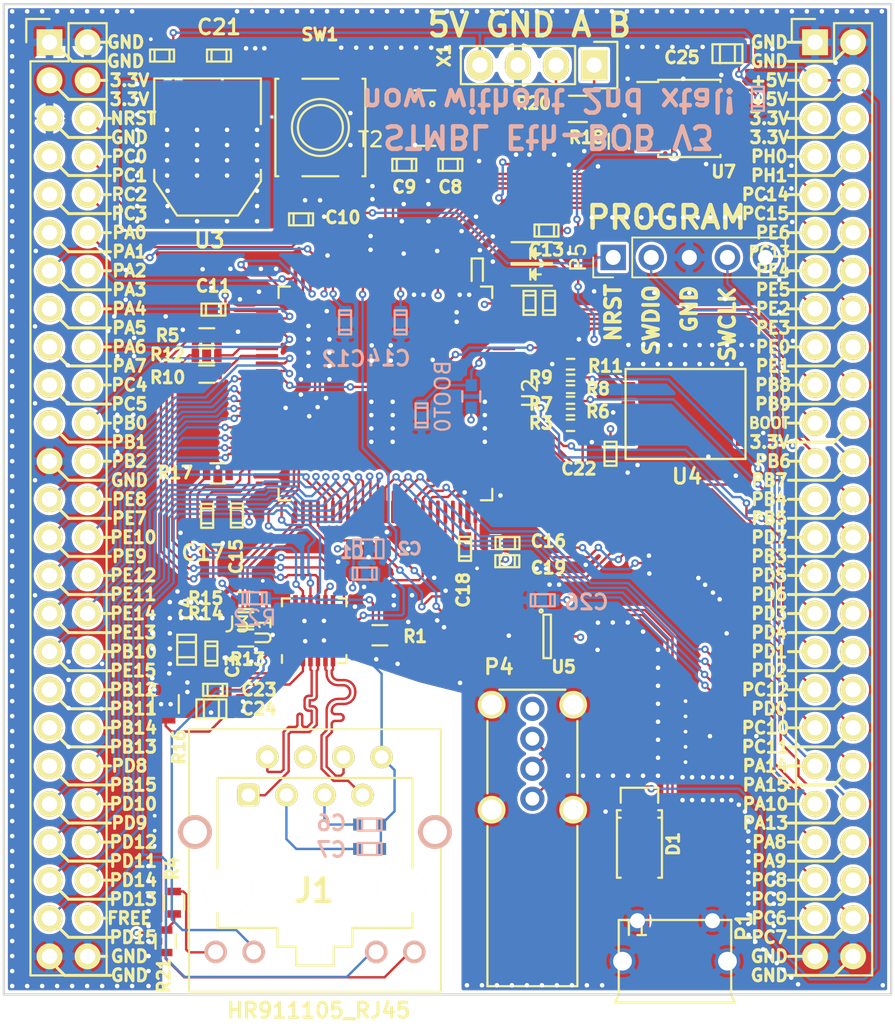
<source format=kicad_pcb>
(kicad_pcb (version 20171130) (host pcbnew "(5.1.0-rc1-120-gc4fe6785a)")
  (layers (0 F.Cu signal) (1 In1.Cu signal) (2 In2.Cu signal) (31 B.Cu signal) (34 B.Paste user) (35 F.Paste user) (36 B.SilkS user) (37 F.SilkS user) (38 B.Mask user) (39 F.Mask user) (44 Edge.Cuts user))
  (net 0 "")
  (net 1 +3V3)
  (net 2 GND)
  (net 3 +1V2)
  (net 4 "Net-(C6-Pad1)")
  (net 5 "Net-(C7-Pad1)")
  (net 6 "Net-(R1-Pad1)")
  (net 7 "/Phy and RJ45/PHY_INTRP")
  (net 8 "/Phy and RJ45/LED1A")
  (net 9 RX_N)
  (net 10 RX_P)
  (net 11 TX_N)
  (net 12 TX_P)
  (net 13 "/Phy and RJ45/PHY_X0")
  (net 14 "/Phy and RJ45/PHY_XI")
  (net 15 "/Phy and RJ45/PHY_MDIO")
  (net 16 "/Phy and RJ45/PHY_MDC")
  (net 17 "/Phy and RJ45/PHY_RXD1")
  (net 18 "/Phy and RJ45/PHY_RXD0")
  (net 19 "/Phy and RJ45/PHY_RXER")
  (net 20 "/Phy and RJ45/PHY_TXEN")
  (net 21 "/Phy and RJ45/PHY_TXD0")
  (net 22 "/Phy and RJ45/PHY_TXD1")
  (net 23 "/Phy and RJ45/PHY_CRS")
  (net 24 "/Phy and RJ45/LED1K")
  (net 25 "/Phy and RJ45/PHY_RST")
  (net 26 "Net-(P1-Pad4)")
  (net 27 "Net-(R5-Pad1)")
  (net 28 "Net-(R10-Pad1)")
  (net 29 "Net-(R12-Pad1)")
  (net 30 "Net-(R13-Pad2)")
  (net 31 "Net-(R14-Pad2)")
  (net 32 "Net-(R15-Pad2)")
  (net 33 "Net-(R17-Pad2)")
  (net 34 USB-)
  (net 35 USB+)
  (net 36 +5VP)
  (net 37 "Net-(C8-Pad1)")
  (net 38 "Net-(C9-Pad1)")
  (net 39 "Net-(JP1-Pad2)")
  (net 40 GNDD)
  (net 41 "Net-(P2-Pad48)")
  (net 42 PD14)
  (net 43 PD13)
  (net 44 PD12)
  (net 45 PD11)
  (net 46 PD10)
  (net 47 PD9)
  (net 48 PD8)
  (net 49 PB15)
  (net 50 PB14)
  (net 51 PB13)
  (net 52 PB12)
  (net 53 PB11)
  (net 54 PB10)
  (net 55 PE15)
  (net 56 PE14)
  (net 57 PE13)
  (net 58 PE12)
  (net 59 PE11)
  (net 60 PE10)
  (net 61 PE9)
  (net 62 PE8)
  (net 63 PE7)
  (net 64 PB2)
  (net 65 PB0)
  (net 66 PB1)
  (net 67 PC4)
  (net 68 PC5)
  (net 69 PA6)
  (net 70 PA7)
  (net 71 PA4)
  (net 72 PA5)
  (net 73 PA2)
  (net 74 PA3)
  (net 75 PA0)
  (net 76 PA1)
  (net 77 PC2)
  (net 78 PC3)
  (net 79 PC0)
  (net 80 PC1)
  (net 81 NRST)
  (net 82 PH1)
  (net 83 PC14)
  (net 84 PC15)
  (net 85 PE6)
  (net 86 PC13)
  (net 87 PE4)
  (net 88 PE5)
  (net 89 PE2)
  (net 90 PE3)
  (net 91 PE0)
  (net 92 PE1)
  (net 93 PB8)
  (net 94 PB9)
  (net 95 PB6)
  (net 96 PB7)
  (net 97 PB4)
  (net 98 PB5)
  (net 99 PD7)
  (net 100 PB3)
  (net 101 PD5)
  (net 102 PD6)
  (net 103 PD3)
  (net 104 PD4)
  (net 105 PD1)
  (net 106 PD2)
  (net 107 PC12)
  (net 108 PD0)
  (net 109 PC10)
  (net 110 PC11)
  (net 111 PA14)
  (net 112 PA15)
  (net 113 PA10)
  (net 114 PA13)
  (net 115 PA8)
  (net 116 PA9)
  (net 117 PC8)
  (net 118 PC9)
  (net 119 PC6)
  (net 120 PC7)
  (net 121 PH0)
  (net 122 "Net-(C18-Pad2)")
  (net 123 /flash/FLASH_MISO)
  (net 124 /flash/FLASH_WP)
  (net 125 /flash/FLASH_HOLD)
  (net 126 /flash/FLASH_SCK)
  (net 127 /flash/FLASH_MOSI)
  (net 128 USB_OTG-)
  (net 129 USB_OTG+)
  (net 130 "Net-(R3-Pad2)")
  (net 131 "Net-(R7-Pad2)")
  (net 132 "Net-(R11-Pad2)")
  (net 133 "Net-(D1-Pad2)")
  (net 134 BOOT1)
  (net 135 VDDA)
  (net 136 "Net-(P6-Pad1)")
  (net 137 "Net-(P6-Pad2)")
  (net 138 "/Phy and RJ45/LED2A")
  (net 139 "/Phy and RJ45/PHY_REFCLK")
  (net 140 LED2)
  (net 141 "Net-(P4-Pad4)")
  (net 142 "Net-(C17-Pad2)")
  (net 143 "Net-(D2-Pad2)")
  (net 144 "Net-(D3-Pad2)")
  (net 145 "Net-(R23-Pad1)")
  (net 146 "Net-(R24-Pad1)")
  (module stmbl:R_0603 (layer B.Cu) (at 223.442 85.844 270)
    (fp_text reference R19 hide)
    (fp_text value R)
    (pad 2 smd roundrect (at 0.75 0 270) (size 0.59 0.8) (layers B.Cu B.Paste B.Mask) (net 2 GND))
    (pad 1 smd roundrect (at -0.75 0 270) (size 0.59 0.8) (layers B.Cu B.Paste B.Mask) (net 39 "Net-(JP1-Pad2)"))
  )
  (module Connector_PinHeader_2.54mm:PinHeader_1x05_P2.54mm_Vertical (layer F.Cu) (at 236.22 75.311 90)
    (fp_text reference P5 (at 0 -2.33 90) (layer F.SilkS))
    (fp_text value CONN_01X04)
    (pad 5 thru_hole oval (at 0 10.16 90) (size 1.7 1.7) (drill 1) (layers *.Cu *.Mask) (net 1 +3V3))
    (pad 4 thru_hole oval (at 0 7.62 90) (size 1.7 1.7) (drill 1) (layers *.Cu *.Mask) (net 111 PA14))
    (pad 3 thru_hole oval (at 0 5.08 90) (size 1.7 1.7) (drill 1) (layers *.Cu *.Mask) (net 2 GND))
    (pad 2 thru_hole oval (at 0 2.54 90) (size 1.7 1.7) (drill 1) (layers *.Cu *.Mask) (net 114 PA13))
    (pad 1 thru_hole rect (at 0 0 90) (size 1.7 1.7) (drill 1) (layers *.Cu *.Mask) (net 81 NRST))
  )
  (module stmbl:R_0603 (layer F.Cu) (at 230.642 78.344 90)
    (fp_text reference R24 hide)
    (fp_text value R)
    (pad 2 smd roundrect (at 0.75 0 90) (size 0.59 0.8) (layers F.Cu F.Paste F.Mask) (net 144 "Net-(D3-Pad2)"))
    (pad 1 smd roundrect (at -0.75 0 90) (size 0.59 0.8) (layers F.Cu F.Paste F.Mask) (net 146 "Net-(R24-Pad1)"))
  )
  (module stmbl:R_0603 (layer F.Cu) (at 231.942 78.344 90)
    (fp_text reference R23 hide)
    (fp_text value R)
    (pad 2 smd roundrect (at 0.75 0 90) (size 0.59 0.8) (layers F.Cu F.Paste F.Mask) (net 143 "Net-(D2-Pad2)"))
    (pad 1 smd roundrect (at -0.75 0 90) (size 0.59 0.8) (layers F.Cu F.Paste F.Mask) (net 145 "Net-(R23-Pad1)"))
  )
  (module stmbl:LED-0805 (layer F.Cu) (at 231.042 76.444)
    (fp_text reference D3 hide)
    (fp_text value LED)
    (pad 1 smd roundrect (at -1 0 180) (size 1.2 1.2) (layers F.Cu F.Paste F.Mask) (net 2 GND))
    (pad 2 smd roundrect (at 1 0 180) (size 1.2 1.2) (layers F.Cu F.Paste F.Mask) (net 144 "Net-(D3-Pad2)"))
  )
  (module stmbl:LED-0805 (layer F.Cu) (at 231.042 75.044)
    (fp_text reference D2 hide)
    (fp_text value LED)
    (pad 1 smd roundrect (at -1 0 180) (size 1.2 1.2) (layers F.Cu F.Paste F.Mask) (net 2 GND))
    (pad 2 smd roundrect (at 1 0 180) (size 1.2 1.2) (layers F.Cu F.Paste F.Mask) (net 143 "Net-(D2-Pad2)"))
  )
  (module stmbl:Fiducial_1mm_Outer_CopperTop (layer F.Cu) (at 216.642 66.744)
    (fp_text reference T2 (at 3.4 0.7) (layer F.SilkS))
    (fp_text value testpoint)
    (pad ~ smd circle (at 0 0) (size 1 1) (layers F.Cu F.Mask) (clearance 0.65))
  )
  (module stmbl:Fiducial_1mm_Outer_CopperTop (layer F.Cu) (at 234.342 119.344)
    (fp_text reference T1 (at 3.4 0.7) (layer F.SilkS))
    (fp_text value testpoint)
    (pad ~ smd circle (at 0 0) (size 1 1) (layers F.Cu F.Mask) (clearance 0.65))
  )
  (module stmbl:LQFP-100_14x14mm_Pitch0.5mm (layer F.Cu) (at 221.0308 84.3788 270)
    (fp_text reference U2 (at 0 -9.65 270) (layer F.SilkS))
    (fp_text value STM32F407VETx)
    (pad 1 smd roundrect (at -7.9 -6 270) (size 1.5 0.25) (layers F.Cu F.Paste F.Mask) (net 89 PE2))
    (pad 2 smd roundrect (at -7.9 -5.5 270) (size 1.5 0.25) (layers F.Cu F.Paste F.Mask) (net 90 PE3))
    (pad 3 smd roundrect (at -7.9 -5 270) (size 1.5 0.25) (layers F.Cu F.Paste F.Mask) (net 87 PE4))
    (pad 4 smd roundrect (at -7.9 -4.5 270) (size 1.5 0.25) (layers F.Cu F.Paste F.Mask) (net 88 PE5))
    (pad 5 smd roundrect (at -7.9 -4 270) (size 1.5 0.25) (layers F.Cu F.Paste F.Mask) (net 85 PE6))
    (pad 6 smd roundrect (at -7.9 -3.5 270) (size 1.5 0.25) (layers F.Cu F.Paste F.Mask) (net 1 +3V3))
    (pad 7 smd roundrect (at -7.9 -3 270) (size 1.5 0.25) (layers F.Cu F.Paste F.Mask) (net 86 PC13))
    (pad 8 smd roundrect (at -7.9 -2.5 270) (size 1.5 0.25) (layers F.Cu F.Paste F.Mask) (net 83 PC14))
    (pad 9 smd roundrect (at -7.9 -2 270) (size 1.5 0.25) (layers F.Cu F.Paste F.Mask) (net 84 PC15))
    (pad 10 smd roundrect (at -7.9 -1.5 270) (size 1.5 0.25) (layers F.Cu F.Paste F.Mask) (net 2 GND))
    (pad 11 smd roundrect (at -7.9 -1 270) (size 1.5 0.25) (layers F.Cu F.Paste F.Mask) (net 1 +3V3))
    (pad 12 smd roundrect (at -7.9 -0.5 270) (size 1.5 0.25) (layers F.Cu F.Paste F.Mask) (net 37 "Net-(C8-Pad1)"))
    (pad 13 smd roundrect (at -7.9 0 270) (size 1.5 0.25) (layers F.Cu F.Paste F.Mask) (net 38 "Net-(C9-Pad1)"))
    (pad 14 smd roundrect (at -7.9 0.5 270) (size 1.5 0.25) (layers F.Cu F.Paste F.Mask) (net 81 NRST))
    (pad 15 smd roundrect (at -7.9 1 270) (size 1.5 0.25) (layers F.Cu F.Paste F.Mask) (net 79 PC0))
    (pad 16 smd roundrect (at -7.9 1.5 270) (size 1.5 0.25) (layers F.Cu F.Paste F.Mask) (net 16 "/Phy and RJ45/PHY_MDC"))
    (pad 17 smd roundrect (at -7.9 2 270) (size 1.5 0.25) (layers F.Cu F.Paste F.Mask) (net 77 PC2))
    (pad 18 smd roundrect (at -7.9 2.5 270) (size 1.5 0.25) (layers F.Cu F.Paste F.Mask) (net 78 PC3))
    (pad 19 smd roundrect (at -7.9 3 270) (size 1.5 0.25) (layers F.Cu F.Paste F.Mask) (net 2 GND))
    (pad 20 smd roundrect (at -7.9 3.5 270) (size 1.5 0.25) (layers F.Cu F.Paste F.Mask) (net 1 +3V3))
    (pad 21 smd roundrect (at -7.9 4 270) (size 1.5 0.25) (layers F.Cu F.Paste F.Mask) (net 1 +3V3))
    (pad 22 smd roundrect (at -7.9 4.5 270) (size 1.5 0.25) (layers F.Cu F.Paste F.Mask) (net 75 PA0))
    (pad 23 smd roundrect (at -7.9 5 270) (size 1.5 0.25) (layers F.Cu F.Paste F.Mask) (net 139 "/Phy and RJ45/PHY_REFCLK"))
    (pad 24 smd roundrect (at -7.9 5.5 270) (size 1.5 0.25) (layers F.Cu F.Paste F.Mask) (net 15 "/Phy and RJ45/PHY_MDIO"))
    (pad 25 smd roundrect (at -7.9 6 270) (size 1.5 0.25) (layers F.Cu F.Paste F.Mask) (net 74 PA3))
    (pad 26 smd roundrect (at -6 7.9) (size 1.5 0.25) (layers F.Cu F.Paste F.Mask) (net 2 GND))
    (pad 27 smd roundrect (at -5.5 7.9) (size 1.5 0.25) (layers F.Cu F.Paste F.Mask) (net 1 +3V3))
    (pad 28 smd roundrect (at -5 7.9) (size 1.5 0.25) (layers F.Cu F.Paste F.Mask) (net 71 PA4))
    (pad 29 smd roundrect (at -4.5 7.9) (size 1.5 0.25) (layers F.Cu F.Paste F.Mask) (net 72 PA5))
    (pad 30 smd roundrect (at -4 7.9) (size 1.5 0.25) (layers F.Cu F.Paste F.Mask) (net 69 PA6))
    (pad 31 smd roundrect (at -3.5 7.9) (size 1.5 0.25) (layers F.Cu F.Paste F.Mask) (net 23 "/Phy and RJ45/PHY_CRS"))
    (pad 32 smd roundrect (at -3 7.9) (size 1.5 0.25) (layers F.Cu F.Paste F.Mask) (net 18 "/Phy and RJ45/PHY_RXD0"))
    (pad 33 smd roundrect (at -2.5 7.9) (size 1.5 0.25) (layers F.Cu F.Paste F.Mask) (net 17 "/Phy and RJ45/PHY_RXD1"))
    (pad 34 smd roundrect (at -2 7.9) (size 1.5 0.25) (layers F.Cu F.Paste F.Mask) (net 65 PB0))
    (pad 35 smd roundrect (at -1.5 7.9) (size 1.5 0.25) (layers F.Cu F.Paste F.Mask) (net 66 PB1))
    (pad 36 smd roundrect (at -1 7.9) (size 1.5 0.25) (layers F.Cu F.Paste F.Mask) (net 134 BOOT1))
    (pad 37 smd roundrect (at -0.5 7.9) (size 1.5 0.25) (layers F.Cu F.Paste F.Mask) (net 63 PE7))
    (pad 38 smd roundrect (at 0 7.9) (size 1.5 0.25) (layers F.Cu F.Paste F.Mask) (net 62 PE8))
    (pad 39 smd roundrect (at 0.5 7.9) (size 1.5 0.25) (layers F.Cu F.Paste F.Mask) (net 61 PE9))
    (pad 40 smd roundrect (at 1 7.9) (size 1.5 0.25) (layers F.Cu F.Paste F.Mask) (net 60 PE10))
    (pad 41 smd roundrect (at 1.5 7.9) (size 1.5 0.25) (layers F.Cu F.Paste F.Mask) (net 59 PE11))
    (pad 42 smd roundrect (at 2 7.9) (size 1.5 0.25) (layers F.Cu F.Paste F.Mask) (net 58 PE12))
    (pad 43 smd roundrect (at 2.5 7.9) (size 1.5 0.25) (layers F.Cu F.Paste F.Mask) (net 57 PE13))
    (pad 44 smd roundrect (at 3 7.9) (size 1.5 0.25) (layers F.Cu F.Paste F.Mask) (net 56 PE14))
    (pad 45 smd roundrect (at 3.5 7.9) (size 1.5 0.25) (layers F.Cu F.Paste F.Mask) (net 55 PE15))
    (pad 46 smd roundrect (at 4 7.9) (size 1.5 0.25) (layers F.Cu F.Paste F.Mask) (net 19 "/Phy and RJ45/PHY_RXER"))
    (pad 47 smd roundrect (at 4.5 7.9) (size 1.5 0.25) (layers F.Cu F.Paste F.Mask) (net 20 "/Phy and RJ45/PHY_TXEN"))
    (pad 48 smd roundrect (at 5 7.9) (size 1.5 0.25) (layers F.Cu F.Paste F.Mask) (net 142 "Net-(C17-Pad2)"))
    (pad 49 smd roundrect (at 5.5 7.9) (size 1.5 0.25) (layers F.Cu F.Paste F.Mask) (net 2 GND))
    (pad 50 smd roundrect (at 6 7.9) (size 1.5 0.25) (layers F.Cu F.Paste F.Mask) (net 1 +3V3))
    (pad 51 smd roundrect (at 7.9 6 270) (size 1.5 0.25) (layers F.Cu F.Paste F.Mask) (net 21 "/Phy and RJ45/PHY_TXD0"))
    (pad 52 smd roundrect (at 7.9 5.5 270) (size 1.5 0.25) (layers F.Cu F.Paste F.Mask) (net 22 "/Phy and RJ45/PHY_TXD1"))
    (pad 53 smd roundrect (at 7.9 5 270) (size 1.5 0.25) (layers F.Cu F.Paste F.Mask) (net 128 USB_OTG-))
    (pad 54 smd roundrect (at 7.9 4.5 270) (size 1.5 0.25) (layers F.Cu F.Paste F.Mask) (net 129 USB_OTG+))
    (pad 55 smd roundrect (at 7.9 4 270) (size 1.5 0.25) (layers F.Cu F.Paste F.Mask) (net 48 PD8))
    (pad 56 smd roundrect (at 7.9 3.5 270) (size 1.5 0.25) (layers F.Cu F.Paste F.Mask) (net 47 PD9))
    (pad 57 smd roundrect (at 7.9 3 270) (size 1.5 0.25) (layers F.Cu F.Paste F.Mask) (net 46 PD10))
    (pad 58 smd roundrect (at 7.9 2.5 270) (size 1.5 0.25) (layers F.Cu F.Paste F.Mask) (net 45 PD11))
    (pad 59 smd roundrect (at 7.9 2 270) (size 1.5 0.25) (layers F.Cu F.Paste F.Mask) (net 44 PD12))
    (pad 60 smd roundrect (at 7.9 1.5 270) (size 1.5 0.25) (layers F.Cu F.Paste F.Mask) (net 43 PD13))
    (pad 61 smd roundrect (at 7.9 1 270) (size 1.5 0.25) (layers F.Cu F.Paste F.Mask) (net 42 PD14))
    (pad 62 smd roundrect (at 7.9 0.5 270) (size 1.5 0.25) (layers F.Cu F.Paste F.Mask) (net 140 LED2))
    (pad 63 smd roundrect (at 7.9 0 270) (size 1.5 0.25) (layers F.Cu F.Paste F.Mask) (net 119 PC6))
    (pad 64 smd roundrect (at 7.9 -0.5 270) (size 1.5 0.25) (layers F.Cu F.Paste F.Mask) (net 120 PC7))
    (pad 65 smd roundrect (at 7.9 -1 270) (size 1.5 0.25) (layers F.Cu F.Paste F.Mask) (net 117 PC8))
    (pad 66 smd roundrect (at 7.9 -1.5 270) (size 1.5 0.25) (layers F.Cu F.Paste F.Mask) (net 14 "/Phy and RJ45/PHY_XI"))
    (pad 67 smd roundrect (at 7.9 -2 270) (size 1.5 0.25) (layers F.Cu F.Paste F.Mask) (net 115 PA8))
    (pad 68 smd roundrect (at 7.9 -2.5 270) (size 1.5 0.25) (layers F.Cu F.Paste F.Mask) (net 116 PA9))
    (pad 69 smd roundrect (at 7.9 -3 270) (size 1.5 0.25) (layers F.Cu F.Paste F.Mask) (net 113 PA10))
    (pad 70 smd roundrect (at 7.9 -3.5 270) (size 1.5 0.25) (layers F.Cu F.Paste F.Mask) (net 34 USB-))
    (pad 71 smd roundrect (at 7.9 -4 270) (size 1.5 0.25) (layers F.Cu F.Paste F.Mask) (net 35 USB+))
    (pad 72 smd roundrect (at 7.9 -4.5 270) (size 1.5 0.25) (layers F.Cu F.Paste F.Mask) (net 114 PA13))
    (pad 73 smd roundrect (at 7.9 -5 270) (size 1.5 0.25) (layers F.Cu F.Paste F.Mask) (net 122 "Net-(C18-Pad2)"))
    (pad 74 smd roundrect (at 7.9 -5.5 270) (size 1.5 0.25) (layers F.Cu F.Paste F.Mask) (net 2 GND))
    (pad 75 smd roundrect (at 7.9 -6 270) (size 1.5 0.25) (layers F.Cu F.Paste F.Mask) (net 1 +3V3))
    (pad 76 smd roundrect (at 6 -7.9) (size 1.5 0.25) (layers F.Cu F.Paste F.Mask) (net 111 PA14))
    (pad 77 smd roundrect (at 5.5 -7.9) (size 1.5 0.25) (layers F.Cu F.Paste F.Mask) (net 112 PA15))
    (pad 78 smd roundrect (at 5 -7.9) (size 1.5 0.25) (layers F.Cu F.Paste F.Mask) (net 109 PC10))
    (pad 79 smd roundrect (at 4.5 -7.9) (size 1.5 0.25) (layers F.Cu F.Paste F.Mask) (net 110 PC11))
    (pad 80 smd roundrect (at 4 -7.9) (size 1.5 0.25) (layers F.Cu F.Paste F.Mask) (net 107 PC12))
    (pad 81 smd roundrect (at 3.5 -7.9) (size 1.5 0.25) (layers F.Cu F.Paste F.Mask) (net 108 PD0))
    (pad 82 smd roundrect (at 3 -7.9) (size 1.5 0.25) (layers F.Cu F.Paste F.Mask) (net 105 PD1))
    (pad 83 smd roundrect (at 2.5 -7.9) (size 1.5 0.25) (layers F.Cu F.Paste F.Mask) (net 106 PD2))
    (pad 84 smd roundrect (at 2 -7.9) (size 1.5 0.25) (layers F.Cu F.Paste F.Mask) (net 103 PD3))
    (pad 85 smd roundrect (at 1.5 -7.9) (size 1.5 0.25) (layers F.Cu F.Paste F.Mask) (net 104 PD4))
    (pad 86 smd roundrect (at 1 -7.9) (size 1.5 0.25) (layers F.Cu F.Paste F.Mask) (net 101 PD5))
    (pad 87 smd roundrect (at 0.5 -7.9) (size 1.5 0.25) (layers F.Cu F.Paste F.Mask) (net 102 PD6))
    (pad 88 smd roundrect (at 0 -7.9) (size 1.5 0.25) (layers F.Cu F.Paste F.Mask) (net 99 PD7))
    (pad 89 smd roundrect (at -0.5 -7.9) (size 1.5 0.25) (layers F.Cu F.Paste F.Mask) (net 130 "Net-(R3-Pad2)"))
    (pad 90 smd roundrect (at -1 -7.9) (size 1.5 0.25) (layers F.Cu F.Paste F.Mask) (net 131 "Net-(R7-Pad2)"))
    (pad 91 smd roundrect (at -1.5 -7.9) (size 1.5 0.25) (layers F.Cu F.Paste F.Mask) (net 132 "Net-(R11-Pad2)"))
    (pad 92 smd roundrect (at -2 -7.9) (size 1.5 0.25) (layers F.Cu F.Paste F.Mask) (net 95 PB6))
    (pad 93 smd roundrect (at -2.5 -7.9) (size 1.5 0.25) (layers F.Cu F.Paste F.Mask) (net 96 PB7))
    (pad 94 smd roundrect (at -3 -7.9) (size 1.5 0.25) (layers F.Cu F.Paste F.Mask) (net 39 "Net-(JP1-Pad2)"))
    (pad 95 smd roundrect (at -3.5 -7.9) (size 1.5 0.25) (layers F.Cu F.Paste F.Mask) (net 93 PB8))
    (pad 96 smd roundrect (at -4 -7.9) (size 1.5 0.25) (layers F.Cu F.Paste F.Mask) (net 94 PB9))
    (pad 97 smd roundrect (at -4.5 -7.9) (size 1.5 0.25) (layers F.Cu F.Paste F.Mask) (net 145 "Net-(R23-Pad1)"))
    (pad 98 smd roundrect (at -5 -7.9) (size 1.5 0.25) (layers F.Cu F.Paste F.Mask) (net 146 "Net-(R24-Pad1)"))
    (pad 99 smd roundrect (at -5.5 -7.9) (size 1.5 0.25) (layers F.Cu F.Paste F.Mask) (net 2 GND))
    (pad 100 smd roundrect (at -6 -7.9) (size 1.5 0.25) (layers F.Cu F.Paste F.Mask) (net 1 +3V3))
  )
  (module stmbl:QFN-24-1EP_4x4mm_Pitch0.5mm (layer F.Cu) (at 216.281 100.203 90)
    (fp_text reference U1 (at 0 -3.375 90) (layer F.SilkS))
    (fp_text value KSZ8081)
    (pad 1 smd rect (at -1.95 -1.25 90) (size 0.85 0.3) (layers F.Cu F.Paste F.Mask) (net 3 +1V2))
    (pad 2 smd rect (at -1.95 -0.75 90) (size 0.85 0.3) (layers F.Cu F.Paste F.Mask) (net 135 VDDA))
    (pad 3 smd rect (at -1.95 -0.25 90) (size 0.85 0.3) (layers F.Cu F.Paste F.Mask) (net 9 RX_N))
    (pad 4 smd rect (at -1.95 0.25 90) (size 0.85 0.3) (layers F.Cu F.Paste F.Mask) (net 10 RX_P))
    (pad 5 smd rect (at -1.95 0.75 90) (size 0.85 0.3) (layers F.Cu F.Paste F.Mask) (net 11 TX_N))
    (pad 6 smd rect (at -1.95 1.25 90) (size 0.85 0.3) (layers F.Cu F.Paste F.Mask) (net 12 TX_P))
    (pad 7 smd rect (at -1.25 1.95 180) (size 0.85 0.3) (layers F.Cu F.Paste F.Mask) (net 13 "/Phy and RJ45/PHY_X0"))
    (pad 8 smd rect (at -0.75 1.95 180) (size 0.85 0.3) (layers F.Cu F.Paste F.Mask) (net 14 "/Phy and RJ45/PHY_XI"))
    (pad 9 smd rect (at -0.25 1.95 180) (size 0.85 0.3) (layers F.Cu F.Paste F.Mask) (net 6 "Net-(R1-Pad1)"))
    (pad 10 smd rect (at 0.25 1.95 180) (size 0.85 0.3) (layers F.Cu F.Paste F.Mask) (net 15 "/Phy and RJ45/PHY_MDIO"))
    (pad 11 smd rect (at 0.75 1.95 180) (size 0.85 0.3) (layers F.Cu F.Paste F.Mask) (net 16 "/Phy and RJ45/PHY_MDC"))
    (pad 12 smd rect (at 1.25 1.95 180) (size 0.85 0.3) (layers F.Cu F.Paste F.Mask) (net 28 "Net-(R10-Pad1)"))
    (pad 13 smd rect (at 1.95 1.25 90) (size 0.85 0.3) (layers F.Cu F.Paste F.Mask) (net 29 "Net-(R12-Pad1)"))
    (pad 14 smd rect (at 1.95 0.75 90) (size 0.85 0.3) (layers F.Cu F.Paste F.Mask) (net 1 +3V3))
    (pad 15 smd rect (at 1.95 0.25 90) (size 0.85 0.3) (layers F.Cu F.Paste F.Mask) (net 27 "Net-(R5-Pad1)"))
    (pad 16 smd rect (at 1.95 -0.25 90) (size 0.85 0.3) (layers F.Cu F.Paste F.Mask) (net 139 "/Phy and RJ45/PHY_REFCLK"))
    (pad 17 smd rect (at 1.95 -0.75 90) (size 0.85 0.3) (layers F.Cu F.Paste F.Mask) (net 33 "Net-(R17-Pad2)"))
    (pad 18 smd rect (at 1.95 -1.25 90) (size 0.85 0.3) (layers F.Cu F.Paste F.Mask) (net 7 "/Phy and RJ45/PHY_INTRP"))
    (pad 19 smd rect (at 1.25 -1.95 180) (size 0.85 0.3) (layers F.Cu F.Paste F.Mask) (net 32 "Net-(R15-Pad2)"))
    (pad 20 smd rect (at 0.75 -1.95 180) (size 0.85 0.3) (layers F.Cu F.Paste F.Mask) (net 31 "Net-(R14-Pad2)"))
    (pad 21 smd rect (at 0.25 -1.95 180) (size 0.85 0.3) (layers F.Cu F.Paste F.Mask) (net 30 "Net-(R13-Pad2)"))
    (pad 22 smd rect (at -0.25 -1.95 180) (size 0.85 0.3) (layers F.Cu F.Paste F.Mask) (net 2 GND))
    (pad 23 smd rect (at -0.75 -1.95 180) (size 0.85 0.3) (layers F.Cu F.Paste F.Mask) (net 24 "/Phy and RJ45/LED1K"))
    (pad 24 smd rect (at -1.25 -1.95 180) (size 0.85 0.3) (layers F.Cu F.Paste F.Mask) (net 25 "/Phy and RJ45/PHY_RST"))
    (pad 25 smd rect (at 0.65 0.65 90) (size 1.3 1.3) (layers F.Cu F.Paste F.Mask) (net 2 GND))
    (pad 25 smd rect (at 0.65 -0.65 90) (size 1.3 1.3) (layers F.Cu F.Paste F.Mask) (net 2 GND))
    (pad 25 smd rect (at -0.65 0.65 90) (size 1.3 1.3) (layers F.Cu F.Paste F.Mask) (net 2 GND))
    (pad 25 smd rect (at -0.65 -0.65 90) (size 1.3 1.3) (layers F.Cu F.Paste F.Mask) (net 2 GND))
  )
  (module stmbl:USB_Micro-B (layer F.Cu) (at 240.342 122.244 180)
    (fp_text reference P1 (at -4.608 2.318 90) (layer F.SilkS) (effects (font (thickness 0.2))))
    (fp_text value USB_OTG)
    (pad 1 smd roundrect (at 1.3 2.75 90) (size 1.35 0.4) (layers F.Cu F.Paste F.Mask) (net 133 "Net-(D1-Pad2)"))
    (pad 2 smd roundrect (at 0.65 2.75 90) (size 1.35 0.4) (layers F.Cu F.Paste F.Mask) (net 34 USB-))
    (pad 3 smd roundrect (at 0 2.75 90) (size 1.35 0.4) (layers F.Cu F.Paste F.Mask) (net 35 USB+))
    (pad 4 smd roundrect (at -0.65 2.75 90) (size 1.35 0.4) (layers F.Cu F.Paste F.Mask) (net 26 "Net-(P1-Pad4)"))
    (pad 5 smd roundrect (at -1.3 2.75 90) (size 1.35 0.4) (layers F.Cu F.Paste F.Mask) (net 2 GND))
    (pad 6 thru_hole circle (at 2.5 2.7 90) (size 1.5 1.5) (drill 1) (layers *.Cu *.Mask F.Paste) (net 2 GND))
    (pad 6 thru_hole circle (at -2.5 2.7 90) (size 1.5 1.5) (drill 1) (layers *.Cu *.Mask F.Paste) (net 2 GND))
    (pad 6 thru_hole circle (at 3.5 0 90) (size 1.75 1.75) (drill 1.25) (layers *.Cu *.Mask F.Paste) (net 2 GND))
    (pad 6 thru_hole circle (at -3.5 0 90) (size 1.75 1.75) (drill 1.25) (layers *.Cu *.Mask F.Paste) (net 2 GND))
    (pad 6 smd roundrect (at 0 0 180) (size 2.75 2.25) (layers F.Cu F.Paste F.Mask) (net 2 GND))
  )
  (module stmbl:HY951180A_RJ45 (layer F.Cu) (at 216.3318 117.5258)
    (fp_text reference J1 (at -0.0508 0) (layer F.SilkS) (effects (font (size 1.524 1.524) (thickness 0.3048))))
    (fp_text value HR911105_RJ45 (at 0.25 8) (layer F.SilkS) (effects (font (size 1.00076 1.00076) (thickness 0.2032))))
    (pad 0 thru_hole circle (at 8 -3.9) (size 2.25 2.25) (drill 1.6) (layers *.Cu *.SilkS *.Mask) (net 40 GNDD))
    (pad 0 thru_hole circle (at -8 -3.9) (size 2.25 2.25) (drill 1.6) (layers *.Cu *.SilkS *.Mask) (net 40 GNDD))
    (pad 12 thru_hole circle (at 6.625 4.1) (size 1.5 1.5) (drill 1) (layers *.Cu *.SilkS *.Mask) (net 138 "/Phy and RJ45/LED2A"))
    (pad 11 thru_hole circle (at 4.085 4.1) (size 1.5 1.5) (drill 1) (layers *.Cu *.SilkS *.Mask) (net 140 LED2))
    (pad 10 thru_hole circle (at -4.085 4.1) (size 1.5 1.5) (drill 1) (layers *.Cu *.SilkS *.Mask) (net 24 "/Phy and RJ45/LED1K"))
    (pad 9 thru_hole circle (at -6.625 4.1) (size 1.5 1.5) (drill 1) (layers *.Cu *.SilkS *.Mask) (net 8 "/Phy and RJ45/LED1A"))
    (pad 8 thru_hole circle (at 4.44 -8.9) (size 1.5 1.5) (drill 0.9) (layers *.Cu *.Mask F.SilkS) (net 2 GND))
    (pad 7 thru_hole circle (at 3.18 -6.36) (size 1.5 1.5) (drill 0.9) (layers *.Cu *.Mask F.SilkS) (net 11 TX_N))
    (pad 6 thru_hole circle (at 1.9 -8.9) (size 1.5 1.5) (drill 0.9) (layers *.Cu *.Mask F.SilkS) (net 12 TX_P))
    (pad 5 thru_hole circle (at 0.64 -6.36) (size 1.5 1.5) (drill 0.9) (layers *.Cu *.Mask F.SilkS) (net 4 "Net-(C6-Pad1)"))
    (pad 4 thru_hole circle (at -0.64 -8.9) (size 1.5 1.5) (drill 0.9) (layers *.Cu *.Mask F.SilkS))
    (pad 3 thru_hole circle (at -1.9 -6.36) (size 1.5 1.5) (drill 0.9) (layers *.Cu *.Mask F.SilkS) (net 5 "Net-(C7-Pad1)"))
    (pad 2 thru_hole circle (at -3.18 -8.9) (size 1.5 1.5) (drill 0.9) (layers *.Cu *.Mask F.SilkS) (net 9 RX_N))
    (pad 1 thru_hole roundrect (at -4.44 -6.36) (size 1.5 1.5) (drill 0.9) (layers *.Cu *.Mask F.SilkS) (net 10 RX_P))
    (pad "" np_thru_hole circle (at -5.75 0) (size 3.25 3.25) (drill 3.25) (layers F.Cu F.SilkS))
    (pad "" np_thru_hole circle (at 5.75 0) (size 3.25 3.25) (drill 3.25) (layers F.Cu F.SilkS))
  )
  (module stmbl:SMA_Standard (layer F.Cu) (at 237.9726 114.427 270)
    (fp_text reference D1 (at 0 -2.25 270) (layer F.SilkS) (effects (font (size 0.8 0.8) (thickness 0.2))))
    (fp_text value D_Schottky)
    (pad 1 smd roundrect (at -2 0 270) (size 2.5 1.75) (layers F.Cu F.Paste F.Mask) (net 36 +5VP))
    (pad 2 smd roundrect (at 2 0 270) (size 2.5 1.75) (layers F.Cu F.Paste F.Mask) (net 133 "Net-(D1-Pad2)"))
  )
  (module stmbl:C_0805 (layer F.Cu) (at 207.772 101.473 90)
    (fp_text reference C4 (at 2.75 0 90) (layer F.SilkS) (effects (font (size 0.8 0.8) (thickness 0.2))))
    (fp_text value 22µ)
    (pad 1 smd roundrect (at -1 0 90) (size 1 1.25) (layers F.Cu F.Paste F.Mask) (net 3 +1V2))
    (pad 2 smd roundrect (at 1 0 90) (size 1 1.25) (layers F.Cu F.Paste F.Mask) (net 2 GND))
  )
  (module stmbl:C_0603 (layer F.Cu) (at 209.423001 101.727 90)
    (fp_text reference C3 (at -0.834 1.416 90) (layer F.SilkS) (effects (font (size 0.8 0.8) (thickness 0.2))))
    (fp_text value 100n)
    (pad 2 smd roundrect (at 0.75 0 90) (size 0.59 0.8) (layers F.Cu F.Paste F.Mask) (net 2 GND))
    (pad 1 smd roundrect (at -0.75 0 90) (size 0.59 0.8) (layers F.Cu F.Paste F.Mask) (net 3 +1V2))
  )
  (module stmbl:C_0805 (layer B.Cu) (at 219.9005 94.741999)
    (fp_text reference C2 (at 2.75 0) (layer B.SilkS) (effects (font (size 0.8 0.8) (thickness 0.2)) (justify mirror)))
    (fp_text value 22µ)
    (pad 1 smd roundrect (at -1 0) (size 1 1.25) (layers B.Cu B.Paste B.Mask) (net 1 +3V3))
    (pad 2 smd roundrect (at 1 0) (size 1 1.25) (layers B.Cu B.Paste B.Mask) (net 2 GND))
  )
  (module stmbl:C_0603 (layer B.Cu) (at 219.6465 96.393)
    (fp_text reference C1 (at -0.834 -1.416) (layer B.SilkS) (effects (font (size 0.8 0.8) (thickness 0.2)) (justify mirror)))
    (fp_text value 100n)
    (pad 2 smd roundrect (at 0.75 0) (size 0.59 0.8) (layers B.Cu B.Paste B.Mask) (net 2 GND))
    (pad 1 smd roundrect (at -0.75 0) (size 0.59 0.8) (layers B.Cu B.Paste B.Mask) (net 1 +3V3))
  )
  (module stmbl:via (layer F.Cu) (at 215.6818 100.9038 225)
    (fp_text reference REF** hide)
    (fp_text value via hide)
    (pad 1 thru_hole circle (at 0 0 315) (size 0.4 0.4) (drill 0.3) (layers *.Cu *.Mask) (net 2 GND))
  )
  (module stmbl:via (layer F.Cu) (at 215.631 99.553 225)
    (fp_text reference REF** hide)
    (fp_text value via hide)
    (pad 1 thru_hole circle (at 0 0 315) (size 0.4 0.4) (drill 0.3) (layers *.Cu *.Mask) (net 2 GND))
  )
  (module stmbl:via (layer F.Cu) (at 216.931 99.544 225)
    (fp_text reference REF** hide)
    (fp_text value via hide)
    (pad 1 thru_hole circle (at 0 0 315) (size 0.4 0.4) (drill 0.3) (layers *.Cu *.Mask) (net 2 GND))
  )
  (module stmbl:via (layer F.Cu) (at 216.931 100.853 225)
    (fp_text reference REF** hide)
    (fp_text value via hide)
    (pad 1 thru_hole circle (at 0 0 315) (size 0.4 0.4) (drill 0.3) (layers *.Cu *.Mask) (net 2 GND))
  )
  (module stmbl:via (layer F.Cu) (at 238.633 96.393 225)
    (fp_text reference REF** hide)
    (fp_text value via hide)
    (pad 1 thru_hole circle (at 0 0 315) (size 0.4 0.4) (drill 0.3) (layers *.Cu) (net 2 GND))
  )
  (module stmbl:via (layer F.Cu) (at 246.253 88.646 90)
    (fp_text reference REF** hide)
    (fp_text value via hide)
    (pad 1 thru_hole circle (at 0 0 180) (size 0.4 0.4) (drill 0.3) (layers *.Cu) (net 2 GND))
  )
  (module stmbl:via (layer F.Cu) (at 211.201 80.264 90)
    (fp_text reference REF** hide)
    (fp_text value via hide)
    (pad 1 thru_hole circle (at 0 0 180) (size 0.4 0.4) (drill 0.3) (layers *.Cu) (net 2 GND))
  )
  (module stmbl:via (layer F.Cu) (at 212.598 77.597 90)
    (fp_text reference REF** hide)
    (fp_text value via hide)
    (pad 1 thru_hole circle (at 0 0 180) (size 0.4 0.4) (drill 0.3) (layers *.Cu) (net 2 GND))
  )
  (module stmbl:via (layer F.Cu) (at 209.423 77.343 90)
    (fp_text reference REF** hide)
    (fp_text value via hide)
    (pad 1 thru_hole circle (at 0 0 180) (size 0.4 0.4) (drill 0.3) (layers *.Cu) (net 2 GND))
  )
  (module stmbl:via (layer F.Cu) (at 234.3912 95.8088 90)
    (fp_text reference REF** hide)
    (fp_text value via hide)
    (pad 1 thru_hole circle (at 0 0 180) (size 0.4 0.4) (drill 0.3) (layers *.Cu) (net 2 GND))
  )
  (module stmbl:via (layer F.Cu) (at 217.1192 78.8924)
    (fp_text reference REF** hide)
    (fp_text value via hide)
    (pad 1 thru_hole circle (at 0 0 90) (size 0.4 0.4) (drill 0.3) (layers *.Cu) (net 2 GND))
  )
  (module stmbl:via (layer F.Cu) (at 217.0684 84.6836 225)
    (fp_text reference REF** hide)
    (fp_text value via hide)
    (pad 1 thru_hole circle (at 0 0 315) (size 0.4 0.4) (drill 0.3) (layers *.Cu) (net 2 GND))
  )
  (module stmbl:via (layer F.Cu) (at 216.5096 85.2932 225)
    (fp_text reference REF** hide)
    (fp_text value via hide)
    (pad 1 thru_hole circle (at 0 0 315) (size 0.4 0.4) (drill 0.3) (layers *.Cu) (net 2 GND))
  )
  (module stmbl:via (layer F.Cu) (at 215.9508 85.9028 225)
    (fp_text reference REF** hide)
    (fp_text value via hide)
    (pad 1 thru_hole circle (at 0 0 315) (size 0.4 0.4) (drill 0.3) (layers *.Cu) (net 2 GND))
  )
  (module stmbl:via (layer F.Cu) (at 218.694 67.818 225)
    (fp_text reference REF** hide)
    (fp_text value via hide)
    (pad 1 thru_hole circle (at 0 0 315) (size 0.4 0.4) (drill 0.3) (layers *.Cu) (net 2 GND))
  )
  (module stmbl:via (layer F.Cu) (at 218.694 65.6844 225)
    (fp_text reference REF** hide)
    (fp_text value via hide)
    (pad 1 thru_hole circle (at 0 0 315) (size 0.4 0.4) (drill 0.3) (layers *.Cu) (net 2 GND))
  )
  (module stmbl:via (layer F.Cu) (at 254.2032 123.8504 225)
    (fp_text reference REF** hide)
    (fp_text value via hide)
    (pad 1 thru_hole circle (at 0 0 315) (size 0.4 0.4) (drill 0.3) (layers *.Cu) (net 2 GND))
  )
  (module stmbl:via (layer F.Cu) (at 248.2088 80.8736 225)
    (fp_text reference REF** hide)
    (fp_text value via hide)
    (pad 1 thru_hole circle (at 0 0 315) (size 0.4 0.4) (drill 0.3) (layers *.Cu) (net 2 GND))
  )
  (module stmbl:via (layer F.Cu) (at 238.9632 77.6732 225)
    (fp_text reference REF** hide)
    (fp_text value via hide)
    (pad 1 thru_hole circle (at 0 0 315) (size 0.4 0.4) (drill 0.3) (layers *.Cu) (net 2 GND))
  )
  (module stmbl:via (layer F.Cu) (at 236.1692 72.644 225)
    (fp_text reference REF** hide)
    (fp_text value via hide)
    (pad 1 thru_hole circle (at 0 0 315) (size 0.4 0.4) (drill 0.3) (layers *.Cu) (net 2 GND))
  )
  (module stmbl:via (layer F.Cu) (at 251.0536 62.3316 225)
    (fp_text reference REF** hide)
    (fp_text value via hide)
    (pad 1 thru_hole circle (at 0 0 315) (size 0.4 0.4) (drill 0.3) (layers *.Cu) (net 2 GND))
  )
  (module stmbl:via (layer F.Cu) (at 246.8372 61.4172 225)
    (fp_text reference REF** hide)
    (fp_text value via hide)
    (pad 1 thru_hole circle (at 0 0 315) (size 0.4 0.4) (drill 0.3) (layers *.Cu) (net 2 GND))
  )
  (module stmbl:via (layer F.Cu) (at 199.8472 82.4992 225)
    (fp_text reference REF** hide)
    (fp_text value via hide)
    (pad 1 thru_hole circle (at 0 0 315) (size 0.4 0.4) (drill 0.3) (layers *.Cu) (net 2 GND))
  )
  (module stmbl:via (layer F.Cu) (at 199.8472 85.0392 225)
    (fp_text reference REF** hide)
    (fp_text value via hide)
    (pad 1 thru_hole circle (at 0 0 315) (size 0.4 0.4) (drill 0.3) (layers *.Cu) (net 2 GND))
  )
  (module stmbl:via (layer F.Cu) (at 197.6628 97.8408 225)
    (fp_text reference REF** hide)
    (fp_text value via hide)
    (pad 1 thru_hole circle (at 0 0 315) (size 0.4 0.4) (drill 0.3) (layers *.Cu) (net 2 GND))
  )
  (module stmbl:via (layer F.Cu) (at 210.1596 99.3648 225)
    (fp_text reference REF** hide)
    (fp_text value via hide)
    (pad 1 thru_hole circle (at 0 0 315) (size 0.4 0.4) (drill 0.3) (layers *.Cu) (net 2 GND))
  )
  (module stmbl:via (layer F.Cu) (at 210.312 102.0064 225)
    (fp_text reference REF** hide)
    (fp_text value via hide)
    (pad 1 thru_hole circle (at 0 0 315) (size 0.4 0.4) (drill 0.3) (layers *.Cu) (net 2 GND))
  )
  (module stmbl:via (layer F.Cu) (at 212.09 102.2604 225)
    (fp_text reference REF** hide)
    (fp_text value via hide)
    (pad 1 thru_hole circle (at 0 0 315) (size 0.4 0.4) (drill 0.3) (layers *.Cu) (net 2 GND))
  )
  (module stmbl:via (layer F.Cu) (at 212.3948 101.4476 225)
    (fp_text reference REF** hide)
    (fp_text value via hide)
    (pad 1 thru_hole circle (at 0 0 315) (size 0.4 0.4) (drill 0.3) (layers *.Cu) (net 2 GND))
  )
  (module stmbl:via (layer F.Cu) (at 213.5124 100.4824 225)
    (fp_text reference REF** hide)
    (fp_text value via hide)
    (pad 1 thru_hole circle (at 0 0 315) (size 0.4 0.4) (drill 0.3) (layers *.Cu) (net 2 GND))
  )
  (module stmbl:via (layer F.Cu) (at 218.9988 98.6028 225)
    (fp_text reference REF** hide)
    (fp_text value via hide)
    (pad 1 thru_hole circle (at 0 0 315) (size 0.4 0.4) (drill 0.3) (layers *.Cu) (net 2 GND))
  )
  (module stmbl:via (layer F.Cu) (at 219.6084 97.282 225)
    (fp_text reference REF** hide)
    (fp_text value via hide)
    (pad 1 thru_hole circle (at 0 0 315) (size 0.4 0.4) (drill 0.3) (layers *.Cu) (net 2 GND))
  )
  (module stmbl:via (layer F.Cu) (at 219.9132 95.3008 225)
    (fp_text reference REF** hide)
    (fp_text value via hide)
    (pad 1 thru_hole circle (at 0 0 315) (size 0.4 0.4) (drill 0.3) (layers *.Cu) (net 2 GND))
  )
  (module stmbl:via (layer F.Cu) (at 224.282 96.6724 225)
    (fp_text reference REF** hide)
    (fp_text value via hide)
    (pad 1 thru_hole circle (at 0 0 315) (size 0.4 0.4) (drill 0.3) (layers *.Cu) (net 2 GND))
  )
  (module stmbl:via (layer F.Cu) (at 226.0092 103.6828 225)
    (fp_text reference REF** hide)
    (fp_text value via hide)
    (pad 1 thru_hole circle (at 0 0 315) (size 0.4 0.4) (drill 0.3) (layers *.Cu) (net 2 GND))
  )
  (module stmbl:via (layer F.Cu) (at 221.8436 102.4128 225)
    (fp_text reference REF** hide)
    (fp_text value via hide)
    (pad 1 thru_hole circle (at 0 0 315) (size 0.4 0.4) (drill 0.3) (layers *.Cu) (net 2 GND))
  )
  (module stmbl:via (layer F.Cu) (at 220.4212 102.108 225)
    (fp_text reference REF** hide)
    (fp_text value via hide)
    (pad 1 thru_hole circle (at 0 0 315) (size 0.4 0.4) (drill 0.3) (layers *.Cu) (net 2 GND))
  )
  (module stmbl:via (layer F.Cu) (at 199.898 107.95 225)
    (fp_text reference REF** hide)
    (fp_text value via hide)
    (pad 1 thru_hole circle (at 0 0 315) (size 0.4 0.4) (drill 0.3) (layers *.Cu) (net 2 GND))
  )
  (module stmbl:via (layer F.Cu) (at 199.898 105.3592 225)
    (fp_text reference REF** hide)
    (fp_text value via hide)
    (pad 1 thru_hole circle (at 0 0 315) (size 0.4 0.4) (drill 0.3) (layers *.Cu) (net 2 GND))
  )
  (module stmbl:via (layer F.Cu) (at 202.0824 105.41 225)
    (fp_text reference REF** hide)
    (fp_text value via hide)
    (pad 1 thru_hole circle (at 0 0 315) (size 0.4 0.4) (drill 0.3) (layers *.Cu) (net 2 GND))
  )
  (module stmbl:via (layer F.Cu) (at 199.898 103.4796 225)
    (fp_text reference REF** hide)
    (fp_text value via hide)
    (pad 1 thru_hole circle (at 0 0 315) (size 0.4 0.4) (drill 0.3) (layers *.Cu) (net 2 GND))
  )
  (module stmbl:via (layer F.Cu) (at 199.898 102.2604 225)
    (fp_text reference REF** hide)
    (fp_text value via hide)
    (pad 1 thru_hole circle (at 0 0 315) (size 0.4 0.4) (drill 0.3) (layers *.Cu) (net 2 GND))
  )
  (module stmbl:via (layer F.Cu) (at 197.6628 90.17 225)
    (fp_text reference REF** hide)
    (fp_text value via hide)
    (pad 1 thru_hole circle (at 0 0 315) (size 0.4 0.4) (drill 0.3) (layers *.Cu) (net 2 GND))
  )
  (module stmbl:via (layer F.Cu) (at 197.6628 85.0392 225)
    (fp_text reference REF** hide)
    (fp_text value via hide)
    (pad 1 thru_hole circle (at 0 0 315) (size 0.4 0.4) (drill 0.3) (layers *.Cu) (net 2 GND))
  )
  (module stmbl:via (layer F.Cu) (at 197.6628 79.9084 225)
    (fp_text reference REF** hide)
    (fp_text value via hide)
    (pad 1 thru_hole circle (at 0 0 315) (size 0.4 0.4) (drill 0.3) (layers *.Cu) (net 2 GND))
  )
  (module stmbl:via (layer F.Cu) (at 197.7136 74.8792 225)
    (fp_text reference REF** hide)
    (fp_text value via hide)
    (pad 1 thru_hole circle (at 0 0 315) (size 0.4 0.4) (drill 0.3) (layers *.Cu) (net 2 GND))
  )
  (module stmbl:via (layer F.Cu) (at 247.2944 78.9432 225)
    (fp_text reference REF** hide)
    (fp_text value via hide)
    (pad 1 thru_hole circle (at 0 0 315) (size 0.4 0.4) (drill 0.3) (layers *.Cu) (net 2 GND))
  )
  (module stmbl:via (layer F.Cu) (at 243.6876 78.0796 225)
    (fp_text reference REF** hide)
    (fp_text value via hide)
    (pad 1 thru_hole circle (at 0 0 315) (size 0.4 0.4) (drill 0.3) (layers *.Cu) (net 2 GND))
  )
  (module stmbl:via (layer F.Cu) (at 248.1072 70.7136 225)
    (fp_text reference REF** hide)
    (fp_text value via hide)
    (pad 1 thru_hole circle (at 0 0 315) (size 0.4 0.4) (drill 0.3) (layers *.Cu) (net 2 GND))
  )
  (module stmbl:via (layer F.Cu) (at 248.158 72.9488 225)
    (fp_text reference REF** hide)
    (fp_text value via hide)
    (pad 1 thru_hole circle (at 0 0 315) (size 0.4 0.4) (drill 0.3) (layers *.Cu) (net 2 GND))
  )
  (module stmbl:via (layer F.Cu) (at 246.38 71.3232 225)
    (fp_text reference REF** hide)
    (fp_text value via hide)
    (pad 1 thru_hole circle (at 0 0 315) (size 0.4 0.4) (drill 0.3) (layers *.Cu) (net 2 GND))
  )
  (module stmbl:via (layer F.Cu) (at 243.4336 63.1444 225)
    (fp_text reference REF** hide)
    (fp_text value via hide)
    (pad 1 thru_hole circle (at 0 0 315) (size 0.4 0.4) (drill 0.3) (layers *.Cu) (net 2 GND))
  )
  (module stmbl:via (layer F.Cu) (at 237.1852 63.3984 225)
    (fp_text reference REF** hide)
    (fp_text value via hide)
    (pad 1 thru_hole circle (at 0 0 315) (size 0.4 0.4) (drill 0.3) (layers *.Cu) (net 2 GND))
  )
  (module stmbl:via (layer F.Cu) (at 240.8936 63.3984 225)
    (fp_text reference REF** hide)
    (fp_text value via hide)
    (pad 1 thru_hole circle (at 0 0 315) (size 0.4 0.4) (drill 0.3) (layers *.Cu) (net 2 GND))
  )
  (module stmbl:via (layer F.Cu) (at 242.4176 69.088 225)
    (fp_text reference REF** hide)
    (fp_text value via hide)
    (pad 1 thru_hole circle (at 0 0 315) (size 0.4 0.4) (drill 0.3) (layers *.Cu) (net 2 GND))
  )
  (module stmbl:via (layer F.Cu) (at 248.1072 69.1896 225)
    (fp_text reference REF** hide)
    (fp_text value via hide)
    (pad 1 thru_hole circle (at 0 0 315) (size 0.4 0.4) (drill 0.3) (layers *.Cu) (net 2 GND))
  )
  (module stmbl:via (layer F.Cu) (at 235.204 69.2404 225)
    (fp_text reference REF** hide)
    (fp_text value via hide)
    (pad 1 thru_hole circle (at 0 0 315) (size 0.4 0.4) (drill 0.3) (layers *.Cu) (net 2 GND))
  )
  (module stmbl:via (layer F.Cu) (at 234.2896 68.2244 225)
    (fp_text reference REF** hide)
    (fp_text value via hide)
    (pad 1 thru_hole circle (at 0 0 315) (size 0.4 0.4) (drill 0.3) (layers *.Cu) (net 2 GND))
  )
  (module stmbl:via (layer F.Cu) (at 233.2736 69.1388 225)
    (fp_text reference REF** hide)
    (fp_text value via hide)
    (pad 1 thru_hole circle (at 0 0 315) (size 0.4 0.4) (drill 0.3) (layers *.Cu) (net 2 GND))
  )
  (module stmbl:via (layer F.Cu) (at 236.982 65.8368 225)
    (fp_text reference REF** hide)
    (fp_text value via hide)
    (pad 1 thru_hole circle (at 0 0 315) (size 0.4 0.4) (drill 0.3) (layers *.Cu) (net 2 GND))
  )
  (module stmbl:via (layer F.Cu) (at 212.9536 61.3664 225)
    (fp_text reference REF** hide)
    (fp_text value via hide)
    (pad 1 thru_hole circle (at 0 0 315) (size 0.4 0.4) (drill 0.3) (layers *.Cu) (net 2 GND))
  )
  (module stmbl:via (layer F.Cu) (at 212.344 61.3664 225)
    (fp_text reference REF** hide)
    (fp_text value via hide)
    (pad 1 thru_hole circle (at 0 0 315) (size 0.4 0.4) (drill 0.3) (layers *.Cu) (net 2 GND))
  )
  (module stmbl:via (layer F.Cu) (at 211.7344 61.3664 225)
    (fp_text reference REF** hide)
    (fp_text value via hide)
    (pad 1 thru_hole circle (at 0 0 315) (size 0.4 0.4) (drill 0.3) (layers *.Cu) (net 2 GND))
  )
  (module stmbl:via (layer F.Cu) (at 227.2792 68.8848 225)
    (fp_text reference REF** hide)
    (fp_text value via hide)
    (pad 1 thru_hole circle (at 0 0 315) (size 0.4 0.4) (drill 0.3) (layers *.Cu) (net 2 GND))
  )
  (module stmbl:via (layer F.Cu) (at 223.012 67.818 225)
    (fp_text reference REF** hide)
    (fp_text value via hide)
    (pad 1 thru_hole circle (at 0 0 315) (size 0.4 0.4) (drill 0.3) (layers *.Cu) (net 2 GND))
  )
  (module stmbl:via (layer F.Cu) (at 223.8756 70.2056 225)
    (fp_text reference REF** hide)
    (fp_text value via hide)
    (pad 1 thru_hole circle (at 0 0 315) (size 0.4 0.4) (drill 0.3) (layers *.Cu) (net 2 GND))
  )
  (module stmbl:via (layer F.Cu) (at 221.742 70.7644 225)
    (fp_text reference REF** hide)
    (fp_text value via hide)
    (pad 1 thru_hole circle (at 0 0 315) (size 0.4 0.4) (drill 0.3) (layers *.Cu) (net 2 GND))
  )
  (module stmbl:via (layer F.Cu) (at 220.1672 70.5612 225)
    (fp_text reference REF** hide)
    (fp_text value via hide)
    (pad 1 thru_hole circle (at 0 0 315) (size 0.4 0.4) (drill 0.3) (layers *.Cu) (net 2 GND))
  )
  (module stmbl:via (layer F.Cu) (at 220.1672 71.4248 225)
    (fp_text reference REF** hide)
    (fp_text value via hide)
    (pad 1 thru_hole circle (at 0 0 315) (size 0.4 0.4) (drill 0.3) (layers *.Cu) (net 2 GND))
  )
  (module stmbl:via (layer F.Cu) (at 234.7976 72.644 225)
    (fp_text reference REF** hide)
    (fp_text value via hide)
    (pad 1 thru_hole circle (at 0 0 315) (size 0.4 0.4) (drill 0.3) (layers *.Cu) (net 2 GND))
  )
  (module stmbl:via (layer F.Cu) (at 224.4852 74.8792 225)
    (fp_text reference REF** hide)
    (fp_text value via hide)
    (pad 1 thru_hole circle (at 0 0 315) (size 0.4 0.4) (drill 0.3) (layers *.Cu) (net 2 GND))
  )
  (module stmbl:via (layer F.Cu) (at 227.33 74.8284 225)
    (fp_text reference REF** hide)
    (fp_text value via hide)
    (pad 1 thru_hole circle (at 0 0 315) (size 0.4 0.4) (drill 0.3) (layers *.Cu) (net 2 GND))
  )
  (module stmbl:via (layer F.Cu) (at 228.1936 73.914 225)
    (fp_text reference REF** hide)
    (fp_text value via hide)
    (pad 1 thru_hole circle (at 0 0 315) (size 0.4 0.4) (drill 0.3) (layers *.Cu) (net 2 GND))
  )
  (module stmbl:via (layer F.Cu) (at 227.076 72.5932 225)
    (fp_text reference REF** hide)
    (fp_text value via hide)
    (pad 1 thru_hole circle (at 0 0 315) (size 0.4 0.4) (drill 0.3) (layers *.Cu) (net 2 GND))
  )
  (module stmbl:via (layer F.Cu) (at 226.1108 73.5584 225)
    (fp_text reference REF** hide)
    (fp_text value via hide)
    (pad 1 thru_hole circle (at 0 0 315) (size 0.4 0.4) (drill 0.3) (layers *.Cu) (net 2 GND))
  )
  (module stmbl:via (layer F.Cu) (at 228.1936 75.5904 225)
    (fp_text reference REF** hide)
    (fp_text value via hide)
    (pad 1 thru_hole circle (at 0 0 315) (size 0.4 0.4) (drill 0.3) (layers *.Cu) (net 2 GND))
  )
  (module stmbl:via (layer F.Cu) (at 209.8548 89.3064 225)
    (fp_text reference REF** hide)
    (fp_text value via hide)
    (pad 1 thru_hole circle (at 0 0 315) (size 0.4 0.4) (drill 0.3) (layers *.Cu) (net 2 GND))
  )
  (module stmbl:via (layer F.Cu) (at 207.772 89.3064 225)
    (fp_text reference REF** hide)
    (fp_text value via hide)
    (pad 1 thru_hole circle (at 0 0 315) (size 0.4 0.4) (drill 0.3) (layers *.Cu) (net 2 GND))
  )
  (module stmbl:via (layer F.Cu) (at 205.486 99.3648 225)
    (fp_text reference REF** hide)
    (fp_text value via hide)
    (pad 1 thru_hole circle (at 0 0 315) (size 0.4 0.4) (drill 0.3) (layers *.Cu) (net 2 GND))
  )
  (module stmbl:via (layer F.Cu) (at 205.486 100.3808 225)
    (fp_text reference REF** hide)
    (fp_text value via hide)
    (pad 1 thru_hole circle (at 0 0 315) (size 0.4 0.4) (drill 0.3) (layers *.Cu) (net 2 GND))
  )
  (module stmbl:via (layer F.Cu) (at 205.486 101.3968 225)
    (fp_text reference REF** hide)
    (fp_text value via hide)
    (pad 1 thru_hole circle (at 0 0 315) (size 0.4 0.4) (drill 0.3) (layers *.Cu) (net 2 GND))
  )
  (module stmbl:via (layer F.Cu) (at 206.6544 102.4128 225)
    (fp_text reference REF** hide)
    (fp_text value via hide)
    (pad 1 thru_hole circle (at 0 0 315) (size 0.4 0.4) (drill 0.3) (layers *.Cu) (net 2 GND))
  )
  (module stmbl:via (layer F.Cu) (at 206.6544 101.3968 225)
    (fp_text reference REF** hide)
    (fp_text value via hide)
    (pad 1 thru_hole circle (at 0 0 315) (size 0.4 0.4) (drill 0.3) (layers *.Cu) (net 2 GND))
  )
  (module stmbl:via (layer F.Cu) (at 206.6544 100.3808 225)
    (fp_text reference REF** hide)
    (fp_text value via hide)
    (pad 1 thru_hole circle (at 0 0 315) (size 0.4 0.4) (drill 0.3) (layers *.Cu) (net 2 GND))
  )
  (module stmbl:via (layer F.Cu) (at 202.1332 102.4128 225)
    (fp_text reference REF** hide)
    (fp_text value via hide)
    (pad 1 thru_hole circle (at 0 0 315) (size 0.4 0.4) (drill 0.3) (layers *.Cu) (net 2 GND))
  )
  (module stmbl:via (layer F.Cu) (at 205.486 103.378 225)
    (fp_text reference REF** hide)
    (fp_text value via hide)
    (pad 1 thru_hole circle (at 0 0 315) (size 0.4 0.4) (drill 0.3) (layers *.Cu) (net 2 GND))
  )
  (module stmbl:via (layer F.Cu) (at 235.204 99.6696 270)
    (fp_text reference REF** hide)
    (fp_text value via hide)
    (pad 1 thru_hole circle (at 0 0) (size 0.4 0.4) (drill 0.3) (layers *.Cu) (net 2 GND))
  )
  (module stmbl:via (layer F.Cu) (at 235.179906 101.48577 270)
    (fp_text reference REF** hide)
    (fp_text value via hide)
    (pad 1 thru_hole circle (at 0 0) (size 0.4 0.4) (drill 0.3) (layers *.Cu) (net 2 GND))
  )
  (module stmbl:via (layer F.Cu) (at 236.195906 99.65697 270)
    (fp_text reference REF** hide)
    (fp_text value via hide)
    (pad 1 thru_hole circle (at 0 0) (size 0.4 0.4) (drill 0.3) (layers *.Cu) (net 2 GND))
  )
  (module stmbl:via (layer F.Cu) (at 237.195906 99.65697 270)
    (fp_text reference REF** hide)
    (fp_text value via hide)
    (pad 1 thru_hole circle (at 0 0) (size 0.4 0.4) (drill 0.3) (layers *.Cu) (net 2 GND))
  )
  (module stmbl:via (layer F.Cu) (at 238.211906 100.26657 270)
    (fp_text reference REF** hide)
    (fp_text value via hide)
    (pad 1 thru_hole circle (at 0 0) (size 0.4 0.4) (drill 0.3) (layers *.Cu) (net 2 GND))
  )
  (module stmbl:via (layer F.Cu) (at 239.211906 101.47617 270)
    (fp_text reference REF** hide)
    (fp_text value via hide)
    (pad 1 thru_hole circle (at 0 0) (size 0.4 0.4) (drill 0.3) (layers *.Cu) (net 2 GND))
  )
  (module stmbl:via (layer F.Cu) (at 239.211906 102.67617 270)
    (fp_text reference REF** hide)
    (fp_text value via hide)
    (pad 1 thru_hole circle (at 0 0) (size 0.4 0.4) (drill 0.3) (layers *.Cu) (net 2 GND))
  )
  (module stmbl:via (layer F.Cu) (at 239.211906 103.87617 270)
    (fp_text reference REF** hide)
    (fp_text value via hide)
    (pad 1 thru_hole circle (at 0 0) (size 0.4 0.4) (drill 0.3) (layers *.Cu) (net 2 GND))
  )
  (module stmbl:via (layer F.Cu) (at 239.211906 105.07617 270)
    (fp_text reference REF** hide)
    (fp_text value via hide)
    (pad 1 thru_hole circle (at 0 0) (size 0.4 0.4) (drill 0.3) (layers *.Cu) (net 2 GND))
  )
  (module stmbl:via (layer F.Cu) (at 239.211906 106.27617 270)
    (fp_text reference REF** hide)
    (fp_text value via hide)
    (pad 1 thru_hole circle (at 0 0) (size 0.4 0.4) (drill 0.3) (layers *.Cu) (net 2 GND))
  )
  (module stmbl:via (layer F.Cu) (at 239.211906 107.47617 270)
    (fp_text reference REF** hide)
    (fp_text value via hide)
    (pad 1 thru_hole circle (at 0 0) (size 0.4 0.4) (drill 0.3) (layers *.Cu) (net 2 GND))
  )
  (module stmbl:via (layer F.Cu) (at 239.211906 108.67617 270)
    (fp_text reference REF** hide)
    (fp_text value via hide)
    (pad 1 thru_hole circle (at 0 0) (size 0.4 0.4) (drill 0.3) (layers *.Cu) (net 2 GND))
  )
  (module stmbl:via (layer F.Cu) (at 239.211906 109.87617 270)
    (fp_text reference REF** hide)
    (fp_text value via hide)
    (pad 1 thru_hole circle (at 0 0) (size 0.4 0.4) (drill 0.3) (layers *.Cu) (net 2 GND))
  )
  (module stmbl:via (layer F.Cu) (at 238.211906 109.87617 270)
    (fp_text reference REF** hide)
    (fp_text value via hide)
    (pad 1 thru_hole circle (at 0 0) (size 0.4 0.4) (drill 0.3) (layers *.Cu) (net 2 GND))
  )
  (module stmbl:via (layer F.Cu) (at 237.211906 109.87617 270)
    (fp_text reference REF** hide)
    (fp_text value via hide)
    (pad 1 thru_hole circle (at 0 0) (size 0.4 0.4) (drill 0.3) (layers *.Cu) (net 2 GND))
  )
  (module stmbl:via (layer F.Cu) (at 236.211906 109.87617 270)
    (fp_text reference REF** hide)
    (fp_text value via hide)
    (pad 1 thru_hole circle (at 0 0) (size 0.4 0.4) (drill 0.3) (layers *.Cu) (net 2 GND))
  )
  (module stmbl:via (layer F.Cu) (at 235.211906 109.87617 270)
    (fp_text reference REF** hide)
    (fp_text value via hide)
    (pad 1 thru_hole circle (at 0 0) (size 0.4 0.4) (drill 0.3) (layers *.Cu) (net 2 GND))
  )
  (module stmbl:via (layer F.Cu) (at 234.211906 109.87617 270)
    (fp_text reference REF** hide)
    (fp_text value via hide)
    (pad 1 thru_hole circle (at 0 0) (size 0.4 0.4) (drill 0.3) (layers *.Cu) (net 2 GND))
  )
  (module stmbl:via (layer F.Cu) (at 233.211906 109.87617 270)
    (fp_text reference REF** hide)
    (fp_text value via hide)
    (pad 1 thru_hole circle (at 0 0) (size 0.4 0.4) (drill 0.3) (layers *.Cu) (net 2 GND))
  )
  (module stmbl:via (layer F.Cu) (at 241.172 61.2724)
    (fp_text reference REF** hide)
    (fp_text value via hide)
    (pad 1 thru_hole circle (at 0 0 90) (size 0.4 0.4) (drill 0.3) (layers *.Cu) (net 2 GND))
  )
  (module stmbl:via (layer F.Cu) (at 240.172 61.2724)
    (fp_text reference REF** hide)
    (fp_text value via hide)
    (pad 1 thru_hole circle (at 0 0 90) (size 0.4 0.4) (drill 0.3) (layers *.Cu) (net 2 GND))
  )
  (module stmbl:via (layer F.Cu) (at 239.172 61.2724)
    (fp_text reference REF** hide)
    (fp_text value via hide)
    (pad 1 thru_hole circle (at 0 0 90) (size 0.4 0.4) (drill 0.3) (layers *.Cu) (net 2 GND))
  )
  (module stmbl:via (layer F.Cu) (at 238.172 61.2724)
    (fp_text reference REF** hide)
    (fp_text value via hide)
    (pad 1 thru_hole circle (at 0 0 90) (size 0.4 0.4) (drill 0.3) (layers *.Cu) (net 2 GND))
  )
  (module stmbl:via (layer F.Cu) (at 237.172 61.2724)
    (fp_text reference REF** hide)
    (fp_text value via hide)
    (pad 1 thru_hole circle (at 0 0 90) (size 0.4 0.4) (drill 0.3) (layers *.Cu) (net 2 GND))
  )
  (module stmbl:via (layer F.Cu) (at 242.188 61.2724)
    (fp_text reference REF** hide)
    (fp_text value via hide)
    (pad 1 thru_hole circle (at 0 0 90) (size 0.4 0.4) (drill 0.3) (layers *.Cu) (net 2 GND))
  )
  (module stmbl:via (layer F.Cu) (at 226.0844 61.3232)
    (fp_text reference REF** hide)
    (fp_text value via hide)
    (pad 1 thru_hole circle (at 0 0 90) (size 0.4 0.4) (drill 0.3) (layers *.Cu) (net 2 GND))
  )
  (module stmbl:via (layer F.Cu) (at 225.0844 61.3232)
    (fp_text reference REF** hide)
    (fp_text value via hide)
    (pad 1 thru_hole circle (at 0 0 90) (size 0.4 0.4) (drill 0.3) (layers *.Cu) (net 2 GND))
  )
  (module stmbl:via (layer F.Cu) (at 224.0844 61.3232)
    (fp_text reference REF** hide)
    (fp_text value via hide)
    (pad 1 thru_hole circle (at 0 0 90) (size 0.4 0.4) (drill 0.3) (layers *.Cu) (net 2 GND))
  )
  (module stmbl:via (layer F.Cu) (at 223.0844 61.3232)
    (fp_text reference REF** hide)
    (fp_text value via hide)
    (pad 1 thru_hole circle (at 0 0 90) (size 0.4 0.4) (drill 0.3) (layers *.Cu) (net 2 GND))
  )
  (module stmbl:via (layer F.Cu) (at 222.0844 61.3232)
    (fp_text reference REF** hide)
    (fp_text value via hide)
    (pad 1 thru_hole circle (at 0 0 90) (size 0.4 0.4) (drill 0.3) (layers *.Cu) (net 2 GND))
  )
  (module stmbl:via (layer F.Cu) (at 218.0844 61.3232)
    (fp_text reference REF** hide)
    (fp_text value via hide)
    (pad 1 thru_hole circle (at 0 0 90) (size 0.4 0.4) (drill 0.3) (layers *.Cu) (net 2 GND))
  )
  (module stmbl:via (layer F.Cu) (at 221.0844 61.3232)
    (fp_text reference REF** hide)
    (fp_text value via hide)
    (pad 1 thru_hole circle (at 0 0 90) (size 0.4 0.4) (drill 0.3) (layers *.Cu) (net 2 GND))
  )
  (module stmbl:via (layer F.Cu) (at 219.0844 61.3232)
    (fp_text reference REF** hide)
    (fp_text value via hide)
    (pad 1 thru_hole circle (at 0 0 90) (size 0.4 0.4) (drill 0.3) (layers *.Cu) (net 2 GND))
  )
  (module stmbl:via (layer F.Cu) (at 220.0844 61.3232)
    (fp_text reference REF** hide)
    (fp_text value via hide)
    (pad 1 thru_hole circle (at 0 0 90) (size 0.4 0.4) (drill 0.3) (layers *.Cu) (net 2 GND))
  )
  (module stmbl:via (layer F.Cu) (at 235.4824 123.8504)
    (fp_text reference REF** hide)
    (fp_text value via hide)
    (pad 1 thru_hole circle (at 0 0 90) (size 0.4 0.4) (drill 0.3) (layers *.Cu) (net 2 GND))
  )
  (module stmbl:via (layer F.Cu) (at 234.4664 123.8504)
    (fp_text reference REF** hide)
    (fp_text value via hide)
    (pad 1 thru_hole circle (at 0 0 90) (size 0.4 0.4) (drill 0.3) (layers *.Cu) (net 2 GND))
  )
  (module stmbl:via (layer F.Cu) (at 233.4664 123.8504)
    (fp_text reference REF** hide)
    (fp_text value via hide)
    (pad 1 thru_hole circle (at 0 0 90) (size 0.4 0.4) (drill 0.3) (layers *.Cu) (net 2 GND))
  )
  (module stmbl:via (layer F.Cu) (at 232.4664 123.8504)
    (fp_text reference REF** hide)
    (fp_text value via hide)
    (pad 1 thru_hole circle (at 0 0 90) (size 0.4 0.4) (drill 0.3) (layers *.Cu) (net 2 GND))
  )
  (module stmbl:via (layer F.Cu) (at 231.4664 123.8504)
    (fp_text reference REF** hide)
    (fp_text value via hide)
    (pad 1 thru_hole circle (at 0 0 90) (size 0.4 0.4) (drill 0.3) (layers *.Cu) (net 2 GND))
  )
  (module stmbl:via (layer F.Cu) (at 230.4664 123.8504)
    (fp_text reference REF** hide)
    (fp_text value via hide)
    (pad 1 thru_hole circle (at 0 0 90) (size 0.4 0.4) (drill 0.3) (layers *.Cu) (net 2 GND))
  )
  (module stmbl:via (layer F.Cu) (at 229.4664 123.8504)
    (fp_text reference REF** hide)
    (fp_text value via hide)
    (pad 1 thru_hole circle (at 0 0 90) (size 0.4 0.4) (drill 0.3) (layers *.Cu) (net 2 GND))
  )
  (module stmbl:via (layer F.Cu) (at 228.4664 123.8504)
    (fp_text reference REF** hide)
    (fp_text value via hide)
    (pad 1 thru_hole circle (at 0 0 90) (size 0.4 0.4) (drill 0.3) (layers *.Cu) (net 2 GND))
  )
  (module stmbl:via (layer F.Cu) (at 227.4664 123.8504)
    (fp_text reference REF** hide)
    (fp_text value via hide)
    (pad 1 thru_hole circle (at 0 0 90) (size 0.4 0.4) (drill 0.3) (layers *.Cu) (net 2 GND))
  )
  (module stmbl:via (layer F.Cu) (at 226.4664 123.8504)
    (fp_text reference REF** hide)
    (fp_text value via hide)
    (pad 1 thru_hole circle (at 0 0 90) (size 0.4 0.4) (drill 0.3) (layers *.Cu) (net 2 GND))
  )
  (module stmbl:via (layer F.Cu) (at 246.2276 87.0204 90)
    (fp_text reference REF** hide)
    (fp_text value via hide)
    (pad 1 thru_hole circle (at 0 0 180) (size 0.4 0.4) (drill 0.3) (layers *.Cu) (net 2 GND))
  )
  (module stmbl:via (layer F.Cu) (at 245.491 81.153 90)
    (fp_text reference REF** hide)
    (fp_text value via hide)
    (pad 1 thru_hole circle (at 0 0 180) (size 0.4 0.4) (drill 0.3) (layers *.Cu) (net 2 GND))
  )
  (module stmbl:via (layer F.Cu) (at 242.57 88.5952)
    (fp_text reference REF** hide)
    (fp_text value via hide)
    (pad 1 thru_hole circle (at 0 0 90) (size 0.4 0.4) (drill 0.3) (layers *.Cu) (net 2 GND))
  )
  (module stmbl:via (layer F.Cu) (at 244.3988 89.8652)
    (fp_text reference REF** hide)
    (fp_text value via hide)
    (pad 1 thru_hole circle (at 0 0 90) (size 0.4 0.4) (drill 0.3) (layers *.Cu) (net 2 GND))
  )
  (module stmbl:via (layer F.Cu) (at 243.789199 100.3808 90)
    (fp_text reference REF** hide)
    (fp_text value via hide)
    (pad 1 thru_hole circle (at 0 0 180) (size 0.4 0.4) (drill 0.3) (layers *.Cu) (net 2 GND))
  )
  (module stmbl:via (layer F.Cu) (at 242.6716 107.2388 90)
    (fp_text reference REF** hide)
    (fp_text value via hide)
    (pad 1 thru_hole circle (at 0 0 180) (size 0.4 0.4) (drill 0.3) (layers *.Cu) (net 2 GND))
  )
  (module stmbl:via (layer F.Cu) (at 245.7704 107.2388)
    (fp_text reference REF** hide)
    (fp_text value via hide)
    (pad 1 thru_hole circle (at 0 0 90) (size 0.4 0.4) (drill 0.3) (layers *.Cu) (net 2 GND))
  )
  (module stmbl:via (layer F.Cu) (at 236.22 85.6488)
    (fp_text reference REF** hide)
    (fp_text value via hide)
    (pad 1 thru_hole circle (at 0 0 90) (size 0.4 0.4) (drill 0.3) (layers *.Cu) (net 2 GND))
  )
  (module stmbl:via (layer F.Cu) (at 234.7976 87.63 270)
    (fp_text reference REF** hide)
    (fp_text value via hide)
    (pad 1 thru_hole circle (at 0 0) (size 0.4 0.4) (drill 0.3) (layers *.Cu) (net 2 GND))
  )
  (module stmbl:via (layer F.Cu) (at 237.8456 89.154 270)
    (fp_text reference REF** hide)
    (fp_text value via hide)
    (pad 1 thru_hole circle (at 0 0) (size 0.4 0.4) (drill 0.3) (layers *.Cu) (net 2 GND))
  )
  (module stmbl:via (layer F.Cu) (at 237.1852 89.662 270)
    (fp_text reference REF** hide)
    (fp_text value via hide)
    (pad 1 thru_hole circle (at 0 0) (size 0.4 0.4) (drill 0.3) (layers *.Cu) (net 2 GND))
  )
  (module stmbl:via (layer F.Cu) (at 238.6076 95.1992 225)
    (fp_text reference REF** hide)
    (fp_text value via hide)
    (pad 1 thru_hole circle (at 0 0 315) (size 0.4 0.4) (drill 0.3) (layers *.Cu) (net 2 GND))
  )
  (module stmbl:via (layer F.Cu) (at 221.3864 82.1944 270)
    (fp_text reference REF** hide)
    (fp_text value via hide)
    (pad 1 thru_hole circle (at 0 0) (size 0.4 0.4) (drill 0.3) (layers *.Cu) (net 2 GND))
  )
  (module stmbl:via (layer F.Cu) (at 220.1164 82.1944 270)
    (fp_text reference REF** hide)
    (fp_text value via hide)
    (pad 1 thru_hole circle (at 0 0) (size 0.4 0.4) (drill 0.3) (layers *.Cu) (net 2 GND))
  )
  (module stmbl:via (layer F.Cu) (at 220.1164 81.1784 270)
    (fp_text reference REF** hide)
    (fp_text value via hide)
    (pad 1 thru_hole circle (at 0 0) (size 0.4 0.4) (drill 0.3) (layers *.Cu) (net 2 GND))
  )
  (module stmbl:via (layer F.Cu) (at 221.3864 81.1784 270)
    (fp_text reference REF** hide)
    (fp_text value via hide)
    (pad 1 thru_hole circle (at 0 0) (size 0.4 0.4) (drill 0.3) (layers *.Cu) (net 2 GND))
  )
  (module stmbl:via (layer F.Cu) (at 224.1804 82.1436 270)
    (fp_text reference REF** hide)
    (fp_text value via hide)
    (pad 1 thru_hole circle (at 0 0) (size 0.4 0.4) (drill 0.3) (layers *.Cu) (net 2 GND))
  )
  (module stmbl:via (layer F.Cu) (at 233.2736 75.0316 270)
    (fp_text reference REF** hide)
    (fp_text value via hide)
    (pad 1 thru_hole circle (at 0 0) (size 0.4 0.4) (drill 0.3) (layers *.Cu) (net 2 GND))
  )
  (module stmbl:via (layer F.Cu) (at 234.95 77.5716 270)
    (fp_text reference REF** hide)
    (fp_text value via hide)
    (pad 1 thru_hole circle (at 0 0) (size 0.4 0.4) (drill 0.3) (layers *.Cu) (net 2 GND))
  )
  (module stmbl:via (layer F.Cu) (at 247.2944 76.8096 270)
    (fp_text reference REF** hide)
    (fp_text value via hide)
    (pad 1 thru_hole circle (at 0 0) (size 0.4 0.4) (drill 0.3) (layers *.Cu) (net 2 GND))
  )
  (module stmbl:via (layer F.Cu) (at 208.8388 76.0984 180)
    (fp_text reference REF** hide)
    (fp_text value via hide)
    (pad 1 thru_hole circle (at 0 0 270) (size 0.4 0.4) (drill 0.3) (layers *.Cu) (net 2 GND))
  )
  (module stmbl:via (layer F.Cu) (at 203.708 76.1492 180)
    (fp_text reference REF** hide)
    (fp_text value via hide)
    (pad 1 thru_hole circle (at 0 0 270) (size 0.4 0.4) (drill 0.3) (layers *.Cu) (net 2 GND))
  )
  (module stmbl:via (layer F.Cu) (at 203.708 78.1304 180)
    (fp_text reference REF** hide)
    (fp_text value via hide)
    (pad 1 thru_hole circle (at 0 0 270) (size 0.4 0.4) (drill 0.3) (layers *.Cu) (net 2 GND))
  )
  (module stmbl:via (layer F.Cu) (at 203.1492 88.2904 180)
    (fp_text reference REF** hide)
    (fp_text value via hide)
    (pad 1 thru_hole circle (at 0 0 270) (size 0.4 0.4) (drill 0.3) (layers *.Cu) (net 2 GND))
  )
  (module stmbl:via (layer F.Cu) (at 203.1492 86.868 180)
    (fp_text reference REF** hide)
    (fp_text value via hide)
    (pad 1 thru_hole circle (at 0 0 270) (size 0.4 0.4) (drill 0.3) (layers *.Cu) (net 2 GND))
  )
  (module stmbl:via (layer F.Cu) (at 204.216 85.8012 180)
    (fp_text reference REF** hide)
    (fp_text value via hide)
    (pad 1 thru_hole circle (at 0 0 270) (size 0.4 0.4) (drill 0.3) (layers *.Cu) (net 2 GND))
  )
  (module stmbl:via (layer F.Cu) (at 203.1492 85.8012 180)
    (fp_text reference REF** hide)
    (fp_text value via hide)
    (pad 1 thru_hole circle (at 0 0 270) (size 0.4 0.4) (drill 0.3) (layers *.Cu) (net 2 GND))
  )
  (module stmbl:via (layer F.Cu) (at 204.2668 80.6704 180)
    (fp_text reference REF** hide)
    (fp_text value via hide)
    (pad 1 thru_hole circle (at 0 0 270) (size 0.4 0.4) (drill 0.3) (layers *.Cu) (net 2 GND))
  )
  (module stmbl:via (layer F.Cu) (at 204.2668 81.8896 180)
    (fp_text reference REF** hide)
    (fp_text value via hide)
    (pad 1 thru_hole circle (at 0 0 270) (size 0.4 0.4) (drill 0.3) (layers *.Cu) (net 2 GND))
  )
  (module stmbl:via (layer F.Cu) (at 203.1492 81.8896 180)
    (fp_text reference REF** hide)
    (fp_text value via hide)
    (pad 1 thru_hole circle (at 0 0 270) (size 0.4 0.4) (drill 0.3) (layers *.Cu) (net 2 GND))
  )
  (module stmbl:via (layer F.Cu) (at 202.5396 80.2132 90)
    (fp_text reference REF** hide)
    (fp_text value via hide)
    (pad 1 thru_hole circle (at 0 0 180) (size 0.4 0.4) (drill 0.3) (layers *.Cu) (net 2 GND))
  )
  (module stmbl:via (layer F.Cu) (at 202.946 79.248 90)
    (fp_text reference REF** hide)
    (fp_text value via hide)
    (pad 1 thru_hole circle (at 0 0 180) (size 0.4 0.4) (drill 0.3) (layers *.Cu) (net 2 GND))
  )
  (module stmbl:via (layer F.Cu) (at 207.518 80.137 90)
    (fp_text reference REF** hide)
    (fp_text value via hide)
    (pad 1 thru_hole circle (at 0 0 180) (size 0.4 0.4) (drill 0.3) (layers *.Cu) (net 2 GND))
  )
  (module stmbl:via (layer F.Cu) (at 206.375 79.248 90)
    (fp_text reference REF** hide)
    (fp_text value via hide)
    (pad 1 thru_hole circle (at 0 0 180) (size 0.4 0.4) (drill 0.3) (layers *.Cu) (net 2 GND))
  )
  (module stmbl:via (layer F.Cu) (at 205.232 123.9012 90)
    (fp_text reference REF** hide)
    (fp_text value via hide)
    (pad 1 thru_hole circle (at 0 0 180) (size 0.4 0.4) (drill 0.3) (layers *.Cu) (net 2 GND))
  )
  (module stmbl:via (layer F.Cu) (at 205.232 115.9012 90)
    (fp_text reference REF** hide)
    (fp_text value via hide)
    (pad 1 thru_hole circle (at 0 0 180) (size 0.4 0.4) (drill 0.3) (layers *.Cu) (net 2 GND))
  )
  (module stmbl:via (layer F.Cu) (at 205.232 116.9012 90)
    (fp_text reference REF** hide)
    (fp_text value via hide)
    (pad 1 thru_hole circle (at 0 0 180) (size 0.4 0.4) (drill 0.3) (layers *.Cu) (net 2 GND))
  )
  (module stmbl:via (layer F.Cu) (at 205.232 120.9012 90)
    (fp_text reference REF** hide)
    (fp_text value via hide)
    (pad 1 thru_hole circle (at 0 0 180) (size 0.4 0.4) (drill 0.3) (layers *.Cu) (net 2 GND))
  )
  (module stmbl:via (layer F.Cu) (at 205.232 121.9012 90)
    (fp_text reference REF** hide)
    (fp_text value via hide)
    (pad 1 thru_hole circle (at 0 0 180) (size 0.4 0.4) (drill 0.3) (layers *.Cu) (net 2 GND))
  )
  (module stmbl:via (layer F.Cu) (at 205.232 122.9012 90)
    (fp_text reference REF** hide)
    (fp_text value via hide)
    (pad 1 thru_hole circle (at 0 0 180) (size 0.4 0.4) (drill 0.3) (layers *.Cu) (net 2 GND))
  )
  (module stmbl:via (layer F.Cu) (at 205.232 117.9012 90)
    (fp_text reference REF** hide)
    (fp_text value via hide)
    (pad 1 thru_hole circle (at 0 0 180) (size 0.4 0.4) (drill 0.3) (layers *.Cu) (net 2 GND))
  )
  (module stmbl:via (layer F.Cu) (at 205.232 118.9012 90)
    (fp_text reference REF** hide)
    (fp_text value via hide)
    (pad 1 thru_hole circle (at 0 0 180) (size 0.4 0.4) (drill 0.3) (layers *.Cu) (net 2 GND))
  )
  (module stmbl:via (layer F.Cu) (at 205.232 119.9012 90)
    (fp_text reference REF** hide)
    (fp_text value via hide)
    (pad 1 thru_hole circle (at 0 0 180) (size 0.4 0.4) (drill 0.3) (layers *.Cu) (net 2 GND))
  )
  (module stmbl:via (layer F.Cu) (at 254.1388 58.9012)
    (fp_text reference REF** hide)
    (fp_text value via hide)
    (pad 1 thru_hole circle (at 0 0 90) (size 0.4 0.4) (drill 0.3) (layers *.Cu) (net 2 GND))
  )
  (module stmbl:via (layer F.Cu) (at 253.1388 58.9012)
    (fp_text reference REF** hide)
    (fp_text value via hide)
    (pad 1 thru_hole circle (at 0 0 90) (size 0.4 0.4) (drill 0.3) (layers *.Cu) (net 2 GND))
  )
  (module stmbl:via (layer F.Cu) (at 252.1388 58.9012)
    (fp_text reference REF** hide)
    (fp_text value via hide)
    (pad 1 thru_hole circle (at 0 0 90) (size 0.4 0.4) (drill 0.3) (layers *.Cu) (net 2 GND))
  )
  (module stmbl:via (layer F.Cu) (at 251.1388 58.9012)
    (fp_text reference REF** hide)
    (fp_text value via hide)
    (pad 1 thru_hole circle (at 0 0 90) (size 0.4 0.4) (drill 0.3) (layers *.Cu) (net 2 GND))
  )
  (module stmbl:via (layer F.Cu) (at 250.1388 58.9012)
    (fp_text reference REF** hide)
    (fp_text value via hide)
    (pad 1 thru_hole circle (at 0 0 90) (size 0.4 0.4) (drill 0.3) (layers *.Cu) (net 2 GND))
  )
  (module stmbl:via (layer F.Cu) (at 249.1388 58.9012)
    (fp_text reference REF** hide)
    (fp_text value via hide)
    (pad 1 thru_hole circle (at 0 0 90) (size 0.4 0.4) (drill 0.3) (layers *.Cu) (net 2 GND))
  )
  (module stmbl:via (layer F.Cu) (at 248.1388 58.9012)
    (fp_text reference REF** hide)
    (fp_text value via hide)
    (pad 1 thru_hole circle (at 0 0 90) (size 0.4 0.4) (drill 0.3) (layers *.Cu) (net 2 GND))
  )
  (module stmbl:via (layer F.Cu) (at 247.1388 58.9012)
    (fp_text reference REF** hide)
    (fp_text value via hide)
    (pad 1 thru_hole circle (at 0 0 90) (size 0.4 0.4) (drill 0.3) (layers *.Cu) (net 2 GND))
  )
  (module stmbl:via (layer F.Cu) (at 246.1388 58.9012)
    (fp_text reference REF** hide)
    (fp_text value via hide)
    (pad 1 thru_hole circle (at 0 0 90) (size 0.4 0.4) (drill 0.3) (layers *.Cu) (net 2 GND))
  )
  (module stmbl:via (layer F.Cu) (at 245.1388 58.9012)
    (fp_text reference REF** hide)
    (fp_text value via hide)
    (pad 1 thru_hole circle (at 0 0 90) (size 0.4 0.4) (drill 0.3) (layers *.Cu) (net 2 GND))
  )
  (module stmbl:via (layer F.Cu) (at 244.1388 58.9012)
    (fp_text reference REF** hide)
    (fp_text value via hide)
    (pad 1 thru_hole circle (at 0 0 90) (size 0.4 0.4) (drill 0.3) (layers *.Cu) (net 2 GND))
  )
  (module stmbl:via (layer F.Cu) (at 243.1388 58.9012)
    (fp_text reference REF** hide)
    (fp_text value via hide)
    (pad 1 thru_hole circle (at 0 0 90) (size 0.4 0.4) (drill 0.3) (layers *.Cu) (net 2 GND))
  )
  (module stmbl:via (layer F.Cu) (at 242.1388 58.9012)
    (fp_text reference REF** hide)
    (fp_text value via hide)
    (pad 1 thru_hole circle (at 0 0 90) (size 0.4 0.4) (drill 0.3) (layers *.Cu) (net 2 GND))
  )
  (module stmbl:via (layer F.Cu) (at 241.1388 58.9012)
    (fp_text reference REF** hide)
    (fp_text value via hide)
    (pad 1 thru_hole circle (at 0 0 90) (size 0.4 0.4) (drill 0.3) (layers *.Cu) (net 2 GND))
  )
  (module stmbl:via (layer F.Cu) (at 240.1388 58.9012)
    (fp_text reference REF** hide)
    (fp_text value via hide)
    (pad 1 thru_hole circle (at 0 0 90) (size 0.4 0.4) (drill 0.3) (layers *.Cu) (net 2 GND))
  )
  (module stmbl:via (layer F.Cu) (at 239.1388 58.9012)
    (fp_text reference REF** hide)
    (fp_text value via hide)
    (pad 1 thru_hole circle (at 0 0 90) (size 0.4 0.4) (drill 0.3) (layers *.Cu) (net 2 GND))
  )
  (module stmbl:via (layer F.Cu) (at 238.1388 58.9012)
    (fp_text reference REF** hide)
    (fp_text value via hide)
    (pad 1 thru_hole circle (at 0 0 90) (size 0.4 0.4) (drill 0.3) (layers *.Cu) (net 2 GND))
  )
  (module stmbl:via (layer F.Cu) (at 237.1388 58.9012)
    (fp_text reference REF** hide)
    (fp_text value via hide)
    (pad 1 thru_hole circle (at 0 0 90) (size 0.4 0.4) (drill 0.3) (layers *.Cu) (net 2 GND))
  )
  (module stmbl:via (layer F.Cu) (at 236.1388 58.9012)
    (fp_text reference REF** hide)
    (fp_text value via hide)
    (pad 1 thru_hole circle (at 0 0 90) (size 0.4 0.4) (drill 0.3) (layers *.Cu) (net 2 GND))
  )
  (module stmbl:via (layer F.Cu) (at 235.1388 58.9012)
    (fp_text reference REF** hide)
    (fp_text value via hide)
    (pad 1 thru_hole circle (at 0 0 90) (size 0.4 0.4) (drill 0.3) (layers *.Cu) (net 2 GND))
  )
  (module stmbl:via (layer F.Cu) (at 234.1388 58.9012)
    (fp_text reference REF** hide)
    (fp_text value via hide)
    (pad 1 thru_hole circle (at 0 0 90) (size 0.4 0.4) (drill 0.3) (layers *.Cu) (net 2 GND))
  )
  (module stmbl:via (layer F.Cu) (at 233.1388 58.9012)
    (fp_text reference REF** hide)
    (fp_text value via hide)
    (pad 1 thru_hole circle (at 0 0 90) (size 0.4 0.4) (drill 0.3) (layers *.Cu) (net 2 GND))
  )
  (module stmbl:via (layer F.Cu) (at 232.1388 58.9012)
    (fp_text reference REF** hide)
    (fp_text value via hide)
    (pad 1 thru_hole circle (at 0 0 90) (size 0.4 0.4) (drill 0.3) (layers *.Cu) (net 2 GND))
  )
  (module stmbl:via (layer F.Cu) (at 231.1388 58.9012)
    (fp_text reference REF** hide)
    (fp_text value via hide)
    (pad 1 thru_hole circle (at 0 0 90) (size 0.4 0.4) (drill 0.3) (layers *.Cu) (net 2 GND))
  )
  (module stmbl:via (layer F.Cu) (at 230.1388 58.9012)
    (fp_text reference REF** hide)
    (fp_text value via hide)
    (pad 1 thru_hole circle (at 0 0 90) (size 0.4 0.4) (drill 0.3) (layers *.Cu) (net 2 GND))
  )
  (module stmbl:via (layer F.Cu) (at 229.1388 58.9012)
    (fp_text reference REF** hide)
    (fp_text value via hide)
    (pad 1 thru_hole circle (at 0 0 90) (size 0.4 0.4) (drill 0.3) (layers *.Cu) (net 2 GND))
  )
  (module stmbl:via (layer F.Cu) (at 228.1388 58.9012)
    (fp_text reference REF** hide)
    (fp_text value via hide)
    (pad 1 thru_hole circle (at 0 0 90) (size 0.4 0.4) (drill 0.3) (layers *.Cu) (net 2 GND))
  )
  (module stmbl:via (layer F.Cu) (at 227.1388 58.9012)
    (fp_text reference REF** hide)
    (fp_text value via hide)
    (pad 1 thru_hole circle (at 0 0 90) (size 0.4 0.4) (drill 0.3) (layers *.Cu) (net 2 GND))
  )
  (module stmbl:via (layer F.Cu) (at 226.1388 58.9012)
    (fp_text reference REF** hide)
    (fp_text value via hide)
    (pad 1 thru_hole circle (at 0 0 90) (size 0.4 0.4) (drill 0.3) (layers *.Cu) (net 2 GND))
  )
  (module stmbl:via (layer F.Cu) (at 225.1388 58.9012)
    (fp_text reference REF** hide)
    (fp_text value via hide)
    (pad 1 thru_hole circle (at 0 0 90) (size 0.4 0.4) (drill 0.3) (layers *.Cu) (net 2 GND))
  )
  (module stmbl:via (layer F.Cu) (at 224.1388 58.9012)
    (fp_text reference REF** hide)
    (fp_text value via hide)
    (pad 1 thru_hole circle (at 0 0 90) (size 0.4 0.4) (drill 0.3) (layers *.Cu) (net 2 GND))
  )
  (module stmbl:via (layer F.Cu) (at 223.1388 58.9012)
    (fp_text reference REF** hide)
    (fp_text value via hide)
    (pad 1 thru_hole circle (at 0 0 90) (size 0.4 0.4) (drill 0.3) (layers *.Cu) (net 2 GND))
  )
  (module stmbl:via (layer F.Cu) (at 222.1388 58.9012)
    (fp_text reference REF** hide)
    (fp_text value via hide)
    (pad 1 thru_hole circle (at 0 0 90) (size 0.4 0.4) (drill 0.3) (layers *.Cu) (net 2 GND))
  )
  (module stmbl:via (layer F.Cu) (at 221.1388 58.9012)
    (fp_text reference REF** hide)
    (fp_text value via hide)
    (pad 1 thru_hole circle (at 0 0 90) (size 0.4 0.4) (drill 0.3) (layers *.Cu) (net 2 GND))
  )
  (module stmbl:via (layer F.Cu) (at 220.1388 58.9012)
    (fp_text reference REF** hide)
    (fp_text value via hide)
    (pad 1 thru_hole circle (at 0 0 90) (size 0.4 0.4) (drill 0.3) (layers *.Cu) (net 2 GND))
  )
  (module stmbl:via (layer F.Cu) (at 219.1388 58.9012)
    (fp_text reference REF** hide)
    (fp_text value via hide)
    (pad 1 thru_hole circle (at 0 0 90) (size 0.4 0.4) (drill 0.3) (layers *.Cu) (net 2 GND))
  )
  (module stmbl:via (layer F.Cu) (at 218.1388 58.9012)
    (fp_text reference REF** hide)
    (fp_text value via hide)
    (pad 1 thru_hole circle (at 0 0 90) (size 0.4 0.4) (drill 0.3) (layers *.Cu) (net 2 GND))
  )
  (module stmbl:via (layer F.Cu) (at 217.1388 58.9012)
    (fp_text reference REF** hide)
    (fp_text value via hide)
    (pad 1 thru_hole circle (at 0 0 90) (size 0.4 0.4) (drill 0.3) (layers *.Cu) (net 2 GND))
  )
  (module stmbl:via (layer F.Cu) (at 216.1388 58.9012)
    (fp_text reference REF** hide)
    (fp_text value via hide)
    (pad 1 thru_hole circle (at 0 0 90) (size 0.4 0.4) (drill 0.3) (layers *.Cu) (net 2 GND))
  )
  (module stmbl:via (layer F.Cu) (at 215.1388 58.9012)
    (fp_text reference REF** hide)
    (fp_text value via hide)
    (pad 1 thru_hole circle (at 0 0 90) (size 0.4 0.4) (drill 0.3) (layers *.Cu) (net 2 GND))
  )
  (module stmbl:via (layer F.Cu) (at 214.1388 58.9012)
    (fp_text reference REF** hide)
    (fp_text value via hide)
    (pad 1 thru_hole circle (at 0 0 90) (size 0.4 0.4) (drill 0.3) (layers *.Cu) (net 2 GND))
  )
  (module stmbl:via (layer F.Cu) (at 213.1388 58.9012)
    (fp_text reference REF** hide)
    (fp_text value via hide)
    (pad 1 thru_hole circle (at 0 0 90) (size 0.4 0.4) (drill 0.3) (layers *.Cu) (net 2 GND))
  )
  (module stmbl:via (layer F.Cu) (at 212.1388 58.9012)
    (fp_text reference REF** hide)
    (fp_text value via hide)
    (pad 1 thru_hole circle (at 0 0 90) (size 0.4 0.4) (drill 0.3) (layers *.Cu) (net 2 GND))
  )
  (module stmbl:via (layer F.Cu) (at 211.1388 58.9012)
    (fp_text reference REF** hide)
    (fp_text value via hide)
    (pad 1 thru_hole circle (at 0 0 90) (size 0.4 0.4) (drill 0.3) (layers *.Cu) (net 2 GND))
  )
  (module stmbl:via (layer F.Cu) (at 204.1388 58.9012)
    (fp_text reference REF** hide)
    (fp_text value via hide)
    (pad 1 thru_hole circle (at 0 0 90) (size 0.4 0.4) (drill 0.3) (layers *.Cu) (net 2 GND))
  )
  (module stmbl:via (layer F.Cu) (at 203.1388 58.9012)
    (fp_text reference REF** hide)
    (fp_text value via hide)
    (pad 1 thru_hole circle (at 0 0 90) (size 0.4 0.4) (drill 0.3) (layers *.Cu) (net 2 GND))
  )
  (module stmbl:via (layer F.Cu) (at 202.1388 58.9012)
    (fp_text reference REF** hide)
    (fp_text value via hide)
    (pad 1 thru_hole circle (at 0 0 90) (size 0.4 0.4) (drill 0.3) (layers *.Cu) (net 2 GND))
  )
  (module stmbl:via (layer F.Cu) (at 201.1388 58.9012)
    (fp_text reference REF** hide)
    (fp_text value via hide)
    (pad 1 thru_hole circle (at 0 0 90) (size 0.4 0.4) (drill 0.3) (layers *.Cu) (net 2 GND))
  )
  (module stmbl:via (layer F.Cu) (at 200.1388 58.9012)
    (fp_text reference REF** hide)
    (fp_text value via hide)
    (pad 1 thru_hole circle (at 0 0 90) (size 0.4 0.4) (drill 0.3) (layers *.Cu) (net 2 GND))
  )
  (module stmbl:via (layer F.Cu) (at 199.1388 58.9012)
    (fp_text reference REF** hide)
    (fp_text value via hide)
    (pad 1 thru_hole circle (at 0 0 90) (size 0.4 0.4) (drill 0.3) (layers *.Cu) (net 2 GND))
  )
  (module stmbl:via (layer F.Cu) (at 198.1388 58.9012)
    (fp_text reference REF** hide)
    (fp_text value via hide)
    (pad 1 thru_hole circle (at 0 0 90) (size 0.4 0.4) (drill 0.3) (layers *.Cu) (net 2 GND))
  )
  (module stmbl:via (layer F.Cu) (at 197.1388 58.9012)
    (fp_text reference REF** hide)
    (fp_text value via hide)
    (pad 1 thru_hole circle (at 0 0 90) (size 0.4 0.4) (drill 0.3) (layers *.Cu) (net 2 GND))
  )
  (module stmbl:via (layer F.Cu) (at 196.1388 58.9012)
    (fp_text reference REF** hide)
    (fp_text value via hide)
    (pad 1 thru_hole circle (at 0 0 90) (size 0.4 0.4) (drill 0.3) (layers *.Cu) (net 2 GND))
  )
  (module stmbl:via (layer F.Cu) (at 196.1388 59.9012)
    (fp_text reference REF** hide)
    (fp_text value via hide)
    (pad 1 thru_hole circle (at 0 0 90) (size 0.4 0.4) (drill 0.3) (layers *.Cu) (net 2 GND))
  )
  (module stmbl:via (layer F.Cu) (at 196.1388 60.9012)
    (fp_text reference REF** hide)
    (fp_text value via hide)
    (pad 1 thru_hole circle (at 0 0 90) (size 0.4 0.4) (drill 0.3) (layers *.Cu) (net 2 GND))
  )
  (module stmbl:via (layer F.Cu) (at 196.1388 61.9012)
    (fp_text reference REF** hide)
    (fp_text value via hide)
    (pad 1 thru_hole circle (at 0 0 90) (size 0.4 0.4) (drill 0.3) (layers *.Cu) (net 2 GND))
  )
  (module stmbl:via (layer F.Cu) (at 196.1388 62.9012)
    (fp_text reference REF** hide)
    (fp_text value via hide)
    (pad 1 thru_hole circle (at 0 0 90) (size 0.4 0.4) (drill 0.3) (layers *.Cu) (net 2 GND))
  )
  (module stmbl:via (layer F.Cu) (at 196.1388 63.9012)
    (fp_text reference REF** hide)
    (fp_text value via hide)
    (pad 1 thru_hole circle (at 0 0 90) (size 0.4 0.4) (drill 0.3) (layers *.Cu) (net 2 GND))
  )
  (module stmbl:via (layer F.Cu) (at 196.1388 64.9012)
    (fp_text reference REF** hide)
    (fp_text value via hide)
    (pad 1 thru_hole circle (at 0 0 90) (size 0.4 0.4) (drill 0.3) (layers *.Cu) (net 2 GND))
  )
  (module stmbl:via (layer F.Cu) (at 196.1388 65.9012)
    (fp_text reference REF** hide)
    (fp_text value via hide)
    (pad 1 thru_hole circle (at 0 0 90) (size 0.4 0.4) (drill 0.3) (layers *.Cu) (net 2 GND))
  )
  (module stmbl:via (layer F.Cu) (at 196.1388 66.9012)
    (fp_text reference REF** hide)
    (fp_text value via hide)
    (pad 1 thru_hole circle (at 0 0 90) (size 0.4 0.4) (drill 0.3) (layers *.Cu) (net 2 GND))
  )
  (module stmbl:via (layer F.Cu) (at 196.1388 67.9012)
    (fp_text reference REF** hide)
    (fp_text value via hide)
    (pad 1 thru_hole circle (at 0 0 90) (size 0.4 0.4) (drill 0.3) (layers *.Cu) (net 2 GND))
  )
  (module stmbl:via (layer F.Cu) (at 196.1388 68.9012)
    (fp_text reference REF** hide)
    (fp_text value via hide)
    (pad 1 thru_hole circle (at 0 0 90) (size 0.4 0.4) (drill 0.3) (layers *.Cu) (net 2 GND))
  )
  (module stmbl:via (layer F.Cu) (at 196.1388 69.9012)
    (fp_text reference REF** hide)
    (fp_text value via hide)
    (pad 1 thru_hole circle (at 0 0 90) (size 0.4 0.4) (drill 0.3) (layers *.Cu) (net 2 GND))
  )
  (module stmbl:via (layer F.Cu) (at 196.1388 70.9012)
    (fp_text reference REF** hide)
    (fp_text value via hide)
    (pad 1 thru_hole circle (at 0 0 90) (size 0.4 0.4) (drill 0.3) (layers *.Cu) (net 2 GND))
  )
  (module stmbl:via (layer F.Cu) (at 196.1388 71.9012)
    (fp_text reference REF** hide)
    (fp_text value via hide)
    (pad 1 thru_hole circle (at 0 0 90) (size 0.4 0.4) (drill 0.3) (layers *.Cu) (net 2 GND))
  )
  (module stmbl:via (layer F.Cu) (at 196.1388 72.9012)
    (fp_text reference REF** hide)
    (fp_text value via hide)
    (pad 1 thru_hole circle (at 0 0 90) (size 0.4 0.4) (drill 0.3) (layers *.Cu) (net 2 GND))
  )
  (module stmbl:via (layer F.Cu) (at 196.1388 73.9012)
    (fp_text reference REF** hide)
    (fp_text value via hide)
    (pad 1 thru_hole circle (at 0 0 90) (size 0.4 0.4) (drill 0.3) (layers *.Cu) (net 2 GND))
  )
  (module stmbl:via (layer F.Cu) (at 196.1388 74.9012)
    (fp_text reference REF** hide)
    (fp_text value via hide)
    (pad 1 thru_hole circle (at 0 0 90) (size 0.4 0.4) (drill 0.3) (layers *.Cu) (net 2 GND))
  )
  (module stmbl:via (layer F.Cu) (at 196.1388 75.9012)
    (fp_text reference REF** hide)
    (fp_text value via hide)
    (pad 1 thru_hole circle (at 0 0 90) (size 0.4 0.4) (drill 0.3) (layers *.Cu) (net 2 GND))
  )
  (module stmbl:via (layer F.Cu) (at 196.1388 76.9012)
    (fp_text reference REF** hide)
    (fp_text value via hide)
    (pad 1 thru_hole circle (at 0 0 90) (size 0.4 0.4) (drill 0.3) (layers *.Cu) (net 2 GND))
  )
  (module stmbl:via (layer F.Cu) (at 196.1388 77.9012)
    (fp_text reference REF** hide)
    (fp_text value via hide)
    (pad 1 thru_hole circle (at 0 0 90) (size 0.4 0.4) (drill 0.3) (layers *.Cu) (net 2 GND))
  )
  (module stmbl:via (layer F.Cu) (at 196.1388 78.9012)
    (fp_text reference REF** hide)
    (fp_text value via hide)
    (pad 1 thru_hole circle (at 0 0 90) (size 0.4 0.4) (drill 0.3) (layers *.Cu) (net 2 GND))
  )
  (module stmbl:via (layer F.Cu) (at 196.1388 79.9012)
    (fp_text reference REF** hide)
    (fp_text value via hide)
    (pad 1 thru_hole circle (at 0 0 90) (size 0.4 0.4) (drill 0.3) (layers *.Cu) (net 2 GND))
  )
  (module stmbl:via (layer F.Cu) (at 196.1388 80.9012)
    (fp_text reference REF** hide)
    (fp_text value via hide)
    (pad 1 thru_hole circle (at 0 0 90) (size 0.4 0.4) (drill 0.3) (layers *.Cu) (net 2 GND))
  )
  (module stmbl:via (layer F.Cu) (at 196.1388 81.9012)
    (fp_text reference REF** hide)
    (fp_text value via hide)
    (pad 1 thru_hole circle (at 0 0 90) (size 0.4 0.4) (drill 0.3) (layers *.Cu) (net 2 GND))
  )
  (module stmbl:via (layer F.Cu) (at 196.1388 82.9012)
    (fp_text reference REF** hide)
    (fp_text value via hide)
    (pad 1 thru_hole circle (at 0 0 90) (size 0.4 0.4) (drill 0.3) (layers *.Cu) (net 2 GND))
  )
  (module stmbl:via (layer F.Cu) (at 196.1388 83.9012)
    (fp_text reference REF** hide)
    (fp_text value via hide)
    (pad 1 thru_hole circle (at 0 0 90) (size 0.4 0.4) (drill 0.3) (layers *.Cu) (net 2 GND))
  )
  (module stmbl:via (layer F.Cu) (at 196.1388 84.9012)
    (fp_text reference REF** hide)
    (fp_text value via hide)
    (pad 1 thru_hole circle (at 0 0 90) (size 0.4 0.4) (drill 0.3) (layers *.Cu) (net 2 GND))
  )
  (module stmbl:via (layer F.Cu) (at 196.1388 85.9012)
    (fp_text reference REF** hide)
    (fp_text value via hide)
    (pad 1 thru_hole circle (at 0 0 90) (size 0.4 0.4) (drill 0.3) (layers *.Cu) (net 2 GND))
  )
  (module stmbl:via (layer F.Cu) (at 196.1388 86.9012)
    (fp_text reference REF** hide)
    (fp_text value via hide)
    (pad 1 thru_hole circle (at 0 0 90) (size 0.4 0.4) (drill 0.3) (layers *.Cu) (net 2 GND))
  )
  (module stmbl:via (layer F.Cu) (at 196.1388 87.9012)
    (fp_text reference REF** hide)
    (fp_text value via hide)
    (pad 1 thru_hole circle (at 0 0 90) (size 0.4 0.4) (drill 0.3) (layers *.Cu) (net 2 GND))
  )
  (module stmbl:via (layer F.Cu) (at 196.1388 88.9012)
    (fp_text reference REF** hide)
    (fp_text value via hide)
    (pad 1 thru_hole circle (at 0 0 90) (size 0.4 0.4) (drill 0.3) (layers *.Cu) (net 2 GND))
  )
  (module stmbl:via (layer F.Cu) (at 196.1388 89.9012)
    (fp_text reference REF** hide)
    (fp_text value via hide)
    (pad 1 thru_hole circle (at 0 0 90) (size 0.4 0.4) (drill 0.3) (layers *.Cu) (net 2 GND))
  )
  (module stmbl:via (layer F.Cu) (at 196.1388 90.9012)
    (fp_text reference REF** hide)
    (fp_text value via hide)
    (pad 1 thru_hole circle (at 0 0 90) (size 0.4 0.4) (drill 0.3) (layers *.Cu) (net 2 GND))
  )
  (module stmbl:via (layer F.Cu) (at 196.1388 91.9012)
    (fp_text reference REF** hide)
    (fp_text value via hide)
    (pad 1 thru_hole circle (at 0 0 90) (size 0.4 0.4) (drill 0.3) (layers *.Cu) (net 2 GND))
  )
  (module stmbl:via (layer F.Cu) (at 196.1388 92.9012)
    (fp_text reference REF** hide)
    (fp_text value via hide)
    (pad 1 thru_hole circle (at 0 0 90) (size 0.4 0.4) (drill 0.3) (layers *.Cu) (net 2 GND))
  )
  (module stmbl:via (layer F.Cu) (at 196.1388 93.9012)
    (fp_text reference REF** hide)
    (fp_text value via hide)
    (pad 1 thru_hole circle (at 0 0 90) (size 0.4 0.4) (drill 0.3) (layers *.Cu) (net 2 GND))
  )
  (module stmbl:via (layer F.Cu) (at 196.1388 94.9012)
    (fp_text reference REF** hide)
    (fp_text value via hide)
    (pad 1 thru_hole circle (at 0 0 90) (size 0.4 0.4) (drill 0.3) (layers *.Cu) (net 2 GND))
  )
  (module stmbl:via (layer F.Cu) (at 196.1388 95.9012)
    (fp_text reference REF** hide)
    (fp_text value via hide)
    (pad 1 thru_hole circle (at 0 0 90) (size 0.4 0.4) (drill 0.3) (layers *.Cu) (net 2 GND))
  )
  (module stmbl:via (layer F.Cu) (at 196.1388 96.9012)
    (fp_text reference REF** hide)
    (fp_text value via hide)
    (pad 1 thru_hole circle (at 0 0 90) (size 0.4 0.4) (drill 0.3) (layers *.Cu) (net 2 GND))
  )
  (module stmbl:via (layer F.Cu) (at 196.1388 97.9012)
    (fp_text reference REF** hide)
    (fp_text value via hide)
    (pad 1 thru_hole circle (at 0 0 90) (size 0.4 0.4) (drill 0.3) (layers *.Cu) (net 2 GND))
  )
  (module stmbl:via (layer F.Cu) (at 196.1388 98.9012)
    (fp_text reference REF** hide)
    (fp_text value via hide)
    (pad 1 thru_hole circle (at 0 0 90) (size 0.4 0.4) (drill 0.3) (layers *.Cu) (net 2 GND))
  )
  (module stmbl:via (layer F.Cu) (at 196.1388 99.9012)
    (fp_text reference REF** hide)
    (fp_text value via hide)
    (pad 1 thru_hole circle (at 0 0 90) (size 0.4 0.4) (drill 0.3) (layers *.Cu) (net 2 GND))
  )
  (module stmbl:via (layer F.Cu) (at 196.1388 100.9012)
    (fp_text reference REF** hide)
    (fp_text value via hide)
    (pad 1 thru_hole circle (at 0 0 90) (size 0.4 0.4) (drill 0.3) (layers *.Cu) (net 2 GND))
  )
  (module stmbl:via (layer F.Cu) (at 196.1388 101.9012)
    (fp_text reference REF** hide)
    (fp_text value via hide)
    (pad 1 thru_hole circle (at 0 0 90) (size 0.4 0.4) (drill 0.3) (layers *.Cu) (net 2 GND))
  )
  (module stmbl:via (layer F.Cu) (at 196.1388 102.9012)
    (fp_text reference REF** hide)
    (fp_text value via hide)
    (pad 1 thru_hole circle (at 0 0 90) (size 0.4 0.4) (drill 0.3) (layers *.Cu) (net 2 GND))
  )
  (module stmbl:via (layer F.Cu) (at 196.1388 103.9012)
    (fp_text reference REF** hide)
    (fp_text value via hide)
    (pad 1 thru_hole circle (at 0 0 90) (size 0.4 0.4) (drill 0.3) (layers *.Cu) (net 2 GND))
  )
  (module stmbl:via (layer F.Cu) (at 196.1388 104.9012)
    (fp_text reference REF** hide)
    (fp_text value via hide)
    (pad 1 thru_hole circle (at 0 0 90) (size 0.4 0.4) (drill 0.3) (layers *.Cu) (net 2 GND))
  )
  (module stmbl:via (layer F.Cu) (at 196.1388 105.9012)
    (fp_text reference REF** hide)
    (fp_text value via hide)
    (pad 1 thru_hole circle (at 0 0 90) (size 0.4 0.4) (drill 0.3) (layers *.Cu) (net 2 GND))
  )
  (module stmbl:via (layer F.Cu) (at 196.1388 106.9012)
    (fp_text reference REF** hide)
    (fp_text value via hide)
    (pad 1 thru_hole circle (at 0 0 90) (size 0.4 0.4) (drill 0.3) (layers *.Cu) (net 2 GND))
  )
  (module stmbl:via (layer F.Cu) (at 196.1388 107.9012)
    (fp_text reference REF** hide)
    (fp_text value via hide)
    (pad 1 thru_hole circle (at 0 0 90) (size 0.4 0.4) (drill 0.3) (layers *.Cu) (net 2 GND))
  )
  (module stmbl:via (layer F.Cu) (at 196.1388 108.9012)
    (fp_text reference REF** hide)
    (fp_text value via hide)
    (pad 1 thru_hole circle (at 0 0 90) (size 0.4 0.4) (drill 0.3) (layers *.Cu) (net 2 GND))
  )
  (module stmbl:via (layer F.Cu) (at 196.1388 109.9012)
    (fp_text reference REF** hide)
    (fp_text value via hide)
    (pad 1 thru_hole circle (at 0 0 90) (size 0.4 0.4) (drill 0.3) (layers *.Cu) (net 2 GND))
  )
  (module stmbl:via (layer F.Cu) (at 196.1388 110.9012)
    (fp_text reference REF** hide)
    (fp_text value via hide)
    (pad 1 thru_hole circle (at 0 0 90) (size 0.4 0.4) (drill 0.3) (layers *.Cu) (net 2 GND))
  )
  (module stmbl:via (layer F.Cu) (at 196.1388 111.9012)
    (fp_text reference REF** hide)
    (fp_text value via hide)
    (pad 1 thru_hole circle (at 0 0 90) (size 0.4 0.4) (drill 0.3) (layers *.Cu) (net 2 GND))
  )
  (module stmbl:via (layer F.Cu) (at 196.1388 112.9012)
    (fp_text reference REF** hide)
    (fp_text value via hide)
    (pad 1 thru_hole circle (at 0 0 90) (size 0.4 0.4) (drill 0.3) (layers *.Cu) (net 2 GND))
  )
  (module stmbl:via (layer F.Cu) (at 196.1388 113.9012)
    (fp_text reference REF** hide)
    (fp_text value via hide)
    (pad 1 thru_hole circle (at 0 0 90) (size 0.4 0.4) (drill 0.3) (layers *.Cu) (net 2 GND))
  )
  (module stmbl:via (layer F.Cu) (at 196.1388 114.9012)
    (fp_text reference REF** hide)
    (fp_text value via hide)
    (pad 1 thru_hole circle (at 0 0 90) (size 0.4 0.4) (drill 0.3) (layers *.Cu) (net 2 GND))
  )
  (module stmbl:via (layer F.Cu) (at 196.1388 115.9012)
    (fp_text reference REF** hide)
    (fp_text value via hide)
    (pad 1 thru_hole circle (at 0 0 90) (size 0.4 0.4) (drill 0.3) (layers *.Cu) (net 2 GND))
  )
  (module stmbl:via (layer F.Cu) (at 196.1388 116.9012)
    (fp_text reference REF** hide)
    (fp_text value via hide)
    (pad 1 thru_hole circle (at 0 0 90) (size 0.4 0.4) (drill 0.3) (layers *.Cu) (net 2 GND))
  )
  (module stmbl:via (layer F.Cu) (at 196.1388 117.9012)
    (fp_text reference REF** hide)
    (fp_text value via hide)
    (pad 1 thru_hole circle (at 0 0 90) (size 0.4 0.4) (drill 0.3) (layers *.Cu) (net 2 GND))
  )
  (module stmbl:via (layer F.Cu) (at 196.1388 118.9012)
    (fp_text reference REF** hide)
    (fp_text value via hide)
    (pad 1 thru_hole circle (at 0 0 90) (size 0.4 0.4) (drill 0.3) (layers *.Cu) (net 2 GND))
  )
  (module stmbl:via (layer F.Cu) (at 196.1388 119.9012)
    (fp_text reference REF** hide)
    (fp_text value via hide)
    (pad 1 thru_hole circle (at 0 0 90) (size 0.4 0.4) (drill 0.3) (layers *.Cu) (net 2 GND))
  )
  (module stmbl:via (layer F.Cu) (at 196.1388 120.9012)
    (fp_text reference REF** hide)
    (fp_text value via hide)
    (pad 1 thru_hole circle (at 0 0 90) (size 0.4 0.4) (drill 0.3) (layers *.Cu) (net 2 GND))
  )
  (module stmbl:via (layer F.Cu) (at 196.1388 121.9012)
    (fp_text reference REF** hide)
    (fp_text value via hide)
    (pad 1 thru_hole circle (at 0 0 90) (size 0.4 0.4) (drill 0.3) (layers *.Cu) (net 2 GND))
  )
  (module stmbl:via (layer F.Cu) (at 196.1388 122.9012)
    (fp_text reference REF** hide)
    (fp_text value via hide)
    (pad 1 thru_hole circle (at 0 0 90) (size 0.4 0.4) (drill 0.3) (layers *.Cu) (net 2 GND))
  )
  (module stmbl:via (layer F.Cu) (at 204.1388 123.9012)
    (fp_text reference REF** hide)
    (fp_text value via hide)
    (pad 1 thru_hole circle (at 0 0 90) (size 0.4 0.4) (drill 0.3) (layers *.Cu) (net 2 GND))
  )
  (module stmbl:via (layer F.Cu) (at 203.1388 123.9012)
    (fp_text reference REF** hide)
    (fp_text value via hide)
    (pad 1 thru_hole circle (at 0 0 90) (size 0.4 0.4) (drill 0.3) (layers *.Cu) (net 2 GND))
  )
  (module stmbl:via (layer F.Cu) (at 202.1388 123.9012)
    (fp_text reference REF** hide)
    (fp_text value via hide)
    (pad 1 thru_hole circle (at 0 0 90) (size 0.4 0.4) (drill 0.3) (layers *.Cu) (net 2 GND))
  )
  (module stmbl:via (layer F.Cu) (at 201.1388 123.9012)
    (fp_text reference REF** hide)
    (fp_text value via hide)
    (pad 1 thru_hole circle (at 0 0 90) (size 0.4 0.4) (drill 0.3) (layers *.Cu) (net 2 GND))
  )
  (module stmbl:via (layer F.Cu) (at 200.1388 123.9012)
    (fp_text reference REF** hide)
    (fp_text value via hide)
    (pad 1 thru_hole circle (at 0 0 90) (size 0.4 0.4) (drill 0.3) (layers *.Cu) (net 2 GND))
  )
  (module stmbl:via (layer F.Cu) (at 199.1388 123.9012)
    (fp_text reference REF** hide)
    (fp_text value via hide)
    (pad 1 thru_hole circle (at 0 0 90) (size 0.4 0.4) (drill 0.3) (layers *.Cu) (net 2 GND))
  )
  (module stmbl:via (layer F.Cu) (at 198.1388 123.9012)
    (fp_text reference REF** hide)
    (fp_text value via hide)
    (pad 1 thru_hole circle (at 0 0 90) (size 0.4 0.4) (drill 0.3) (layers *.Cu) (net 2 GND))
  )
  (module stmbl:via (layer F.Cu) (at 197.1388 123.9012)
    (fp_text reference REF** hide)
    (fp_text value via hide)
    (pad 1 thru_hole circle (at 0 0 90) (size 0.4 0.4) (drill 0.3) (layers *.Cu) (net 2 GND))
  )
  (module stmbl:via (layer F.Cu) (at 196.1388 123.9012)
    (fp_text reference REF** hide)
    (fp_text value via hide)
    (pad 1 thru_hole circle (at 0 0 90) (size 0.4 0.4) (drill 0.3) (layers *.Cu) (net 2 GND))
  )
  (module stmbl:via (layer F.Cu) (at 206.611349 103.054182 225)
    (fp_text reference REF** hide)
    (fp_text value via hide)
    (pad 1 thru_hole circle (at 0 0 315) (size 0.4 0.4) (drill 0.3) (layers *.Cu) (net 2 GND))
  )
  (module stmbl:via (layer F.Cu) (at 206.7052 105.1052 90)
    (fp_text reference REF** hide)
    (fp_text value via hide)
    (pad 1 thru_hole circle (at 0 0 180) (size 0.4 0.4) (drill 0.3) (layers *.Cu) (net 2 GND))
  )
  (module stmbl:via (layer F.Cu) (at 206.0702 105.1052 90)
    (fp_text reference REF** hide)
    (fp_text value via hide)
    (pad 1 thru_hole circle (at 0 0 180) (size 0.4 0.4) (drill 0.3) (layers *.Cu) (net 2 GND))
  )
  (module stmbl:via (layer F.Cu) (at 207.8228 104.2924)
    (fp_text reference REF** hide)
    (fp_text value via hide)
    (pad 1 thru_hole circle (at 0 0 90) (size 0.4 0.4) (drill 0.3) (layers *.Cu) (net 2 GND))
  )
  (module stmbl:via (layer F.Cu) (at 207.8228 103.6574)
    (fp_text reference REF** hide)
    (fp_text value via hide)
    (pad 1 thru_hole circle (at 0 0 90) (size 0.4 0.4) (drill 0.3) (layers *.Cu) (net 2 GND))
  )
  (module stmbl:via (layer F.Cu) (at 209.3976 105.664)
    (fp_text reference REF** hide)
    (fp_text value via hide)
    (pad 1 thru_hole circle (at 0 0 90) (size 0.4 0.4) (drill 0.3) (layers *.Cu) (net 2 GND))
  )
  (module stmbl:via (layer F.Cu) (at 211.5312 105.5624)
    (fp_text reference REF** hide)
    (fp_text value via hide)
    (pad 1 thru_hole circle (at 0 0 90) (size 0.4 0.4) (drill 0.3) (layers *.Cu) (net 2 GND))
  )
  (module stmbl:via (layer F.Cu) (at 211.5312 104.9274)
    (fp_text reference REF** hide)
    (fp_text value via hide)
    (pad 1 thru_hole circle (at 0 0 90) (size 0.4 0.4) (drill 0.3) (layers *.Cu) (net 2 GND))
  )
  (module stmbl:via (layer F.Cu) (at 224.9424 99.9744)
    (fp_text reference REF** hide)
    (fp_text value via hide)
    (pad 1 thru_hole circle (at 0 0 90) (size 0.4 0.4) (drill 0.3) (layers *.Cu) (net 2 GND))
  )
  (module stmbl:via (layer F.Cu) (at 224.4852 99.5172)
    (fp_text reference REF** hide)
    (fp_text value via hide)
    (pad 1 thru_hole circle (at 0 0 90) (size 0.4 0.4) (drill 0.3) (layers *.Cu) (net 2 GND))
  )
  (module stmbl:via (layer F.Cu) (at 222.5548 99.6188)
    (fp_text reference REF** hide)
    (fp_text value via hide)
    (pad 1 thru_hole circle (at 0 0 90) (size 0.4 0.4) (drill 0.3) (layers *.Cu) (net 2 GND))
  )
  (module stmbl:via (layer F.Cu) (at 222.8088 97.8408)
    (fp_text reference REF** hide)
    (fp_text value via hide)
    (pad 1 thru_hole circle (at 0 0 90) (size 0.4 0.4) (drill 0.3) (layers *.Cu) (net 2 GND))
  )
  (module stmbl:via (layer F.Cu) (at 225.044 97.536)
    (fp_text reference REF** hide)
    (fp_text value via hide)
    (pad 1 thru_hole circle (at 0 0 90) (size 0.4 0.4) (drill 0.3) (layers *.Cu) (net 2 GND))
  )
  (module stmbl:via (layer F.Cu) (at 229.2604 100.5332)
    (fp_text reference REF** hide)
    (fp_text value via hide)
    (pad 1 thru_hole circle (at 0 0 90) (size 0.4 0.4) (drill 0.3) (layers *.Cu) (net 2 GND))
  )
  (module stmbl:via (layer F.Cu) (at 221.1324 93.6244)
    (fp_text reference REF** hide)
    (fp_text value via hide)
    (pad 1 thru_hole circle (at 0 0 90) (size 0.4 0.4) (drill 0.3) (layers *.Cu) (net 2 GND))
  )
  (module stmbl:via (layer F.Cu) (at 221.1324 93.6244)
    (fp_text reference REF** hide)
    (fp_text value via hide)
    (pad 1 thru_hole circle (at 0 0 90) (size 0.4 0.4) (drill 0.3) (layers *.Cu) (net 2 GND))
  )
  (module stmbl:via (layer F.Cu) (at 217.8812 95.6056)
    (fp_text reference REF** hide)
    (fp_text value via hide)
    (pad 1 thru_hole circle (at 0 0 90) (size 0.4 0.4) (drill 0.3) (layers *.Cu) (net 2 GND))
  )
  (module stmbl:via (layer F.Cu) (at 222.5548 94.742)
    (fp_text reference REF** hide)
    (fp_text value via hide)
    (pad 1 thru_hole circle (at 0 0 90) (size 0.4 0.4) (drill 0.3) (layers *.Cu) (net 2 GND))
  )
  (module stmbl:via (layer F.Cu) (at 232.6132 97.1296 90)
    (fp_text reference REF** hide)
    (fp_text value via hide)
    (pad 1 thru_hole circle (at 0 0 180) (size 0.4 0.4) (drill 0.3) (layers *.Cu) (net 2 GND))
  )
  (module stmbl:via (layer F.Cu) (at 231.9782 97.1296 90)
    (fp_text reference REF** hide)
    (fp_text value via hide)
    (pad 1 thru_hole circle (at 0 0 180) (size 0.4 0.4) (drill 0.3) (layers *.Cu) (net 2 GND))
  )
  (module stmbl:via (layer F.Cu) (at 231.7496 96.0628 90)
    (fp_text reference REF** hide)
    (fp_text value via hide)
    (pad 1 thru_hole circle (at 0 0 180) (size 0.4 0.4) (drill 0.3) (layers *.Cu) (net 2 GND))
  )
  (module stmbl:via (layer F.Cu) (at 231.1146 96.0628 90)
    (fp_text reference REF** hide)
    (fp_text value via hide)
    (pad 1 thru_hole circle (at 0 0 180) (size 0.4 0.4) (drill 0.3) (layers *.Cu) (net 2 GND))
  )
  (module stmbl:via (layer F.Cu) (at 228.7016 91.186)
    (fp_text reference REF** hide)
    (fp_text value via hide)
    (pad 1 thru_hole circle (at 0 0 90) (size 0.4 0.4) (drill 0.3) (layers *.Cu) (net 2 GND))
  )
  (module stmbl:via (layer F.Cu) (at 227.6602 86.7156)
    (fp_text reference REF** hide)
    (fp_text value via hide)
    (pad 1 thru_hole circle (at 0 0 90) (size 0.4 0.4) (drill 0.3) (layers *.Cu) (net 2 GND))
  )
  (module stmbl:via (layer F.Cu) (at 227.6602 87.6046)
    (fp_text reference REF** hide)
    (fp_text value via hide)
    (pad 1 thru_hole circle (at 0 0 90) (size 0.4 0.4) (drill 0.3) (layers *.Cu) (net 2 GND))
  )
  (module stmbl:via (layer F.Cu) (at 227.6602 84.9376)
    (fp_text reference REF** hide)
    (fp_text value via hide)
    (pad 1 thru_hole circle (at 0 0 90) (size 0.4 0.4) (drill 0.3) (layers *.Cu) (net 2 GND))
  )
  (module stmbl:via (layer F.Cu) (at 227.6602 85.8266)
    (fp_text reference REF** hide)
    (fp_text value via hide)
    (pad 1 thru_hole circle (at 0 0 90) (size 0.4 0.4) (drill 0.3) (layers *.Cu) (net 2 GND))
  )
  (module stmbl:via (layer F.Cu) (at 208.7372 99.3648)
    (fp_text reference REF** hide)
    (fp_text value via hide)
    (pad 1 thru_hole circle (at 0 0 90) (size 0.4 0.4) (drill 0.3) (layers *.Cu) (net 2 GND))
  )
  (module stmbl:via (layer F.Cu) (at 208.0768 99.3648)
    (fp_text reference REF** hide)
    (fp_text value via hide)
    (pad 1 thru_hole circle (at 0 0 90) (size 0.4 0.4) (drill 0.3) (layers *.Cu) (net 2 GND))
  )
  (module stmbl:via (layer F.Cu) (at 207.4164 99.3648)
    (fp_text reference REF** hide)
    (fp_text value via hide)
    (pad 1 thru_hole circle (at 0 0 90) (size 0.4 0.4) (drill 0.3) (layers *.Cu) (net 2 GND))
  )
  (module stmbl:via (layer F.Cu) (at 206.6544 99.3648)
    (fp_text reference REF** hide)
    (fp_text value via hide)
    (pad 1 thru_hole circle (at 0 0 90) (size 0.4 0.4) (drill 0.3) (layers *.Cu) (net 2 GND))
  )
  (module stmbl:via (layer F.Cu) (at 207.1624 97.5868)
    (fp_text reference REF** hide)
    (fp_text value via hide)
    (pad 1 thru_hole circle (at 0 0 90) (size 0.4 0.4) (drill 0.3) (layers *.Cu) (net 2 GND))
  )
  (module stmbl:via (layer F.Cu) (at 206.6544 98.298)
    (fp_text reference REF** hide)
    (fp_text value via hide)
    (pad 1 thru_hole circle (at 0 0 90) (size 0.4 0.4) (drill 0.3) (layers *.Cu) (net 2 GND))
  )
  (module stmbl:via (layer F.Cu) (at 207.4164 98.298)
    (fp_text reference REF** hide)
    (fp_text value via hide)
    (pad 1 thru_hole circle (at 0 0 90) (size 0.4 0.4) (drill 0.3) (layers *.Cu) (net 2 GND))
  )
  (module stmbl:via (layer F.Cu) (at 208.0768 98.298)
    (fp_text reference REF** hide)
    (fp_text value via hide)
    (pad 1 thru_hole circle (at 0 0 90) (size 0.4 0.4) (drill 0.3) (layers *.Cu) (net 2 GND))
  )
  (module stmbl:via (layer F.Cu) (at 208.7372 98.298)
    (fp_text reference REF** hide)
    (fp_text value via hide)
    (pad 1 thru_hole circle (at 0 0 90) (size 0.4 0.4) (drill 0.3) (layers *.Cu) (net 2 GND))
  )
  (module stmbl:via (layer F.Cu) (at 207.3656 93.6752)
    (fp_text reference REF** hide)
    (fp_text value via hide)
    (pad 1 thru_hole circle (at 0 0 90) (size 0.4 0.4) (drill 0.3) (layers *.Cu) (net 2 GND))
  )
  (module stmbl:via (layer F.Cu) (at 223.5708 77.800199 90)
    (fp_text reference REF** hide)
    (fp_text value via hide)
    (pad 1 thru_hole circle (at 0 0 180) (size 0.4 0.4) (drill 0.3) (layers *.Cu) (net 2 GND))
  )
  (module stmbl:via (layer F.Cu) (at 222.9358 77.800199 90)
    (fp_text reference REF** hide)
    (fp_text value via hide)
    (pad 1 thru_hole circle (at 0 0 180) (size 0.4 0.4) (drill 0.3) (layers *.Cu) (net 2 GND))
  )
  (module stmbl:via (layer F.Cu) (at 226.6188 77.800199 90)
    (fp_text reference REF** hide)
    (fp_text value via hide)
    (pad 1 thru_hole circle (at 0 0 180) (size 0.4 0.4) (drill 0.3) (layers *.Cu) (net 2 GND))
  )
  (module stmbl:via (layer F.Cu) (at 225.9838 77.800199 90)
    (fp_text reference REF** hide)
    (fp_text value via hide)
    (pad 1 thru_hole circle (at 0 0 180) (size 0.4 0.4) (drill 0.3) (layers *.Cu) (net 2 GND))
  )
  (module stmbl:via (layer F.Cu) (at 225.7806 79.6036)
    (fp_text reference REF** hide)
    (fp_text value via hide)
    (pad 1 thru_hole circle (at 0 0 90) (size 0.4 0.4) (drill 0.3) (layers *.Cu) (net 2 GND))
  )
  (module stmbl:via (layer F.Cu) (at 225.7806 78.9686)
    (fp_text reference REF** hide)
    (fp_text value via hide)
    (pad 1 thru_hole circle (at 0 0 90) (size 0.4 0.4) (drill 0.3) (layers *.Cu) (net 2 GND))
  )
  (module stmbl:via (layer F.Cu) (at 221.5134 87.6046)
    (fp_text reference REF** hide)
    (fp_text value via hide)
    (pad 1 thru_hole circle (at 0 0 90) (size 0.4 0.4) (drill 0.3) (layers *.Cu) (net 2 GND))
  )
  (module stmbl:via (layer F.Cu) (at 221.5134 86.7156)
    (fp_text reference REF** hide)
    (fp_text value via hide)
    (pad 1 thru_hole circle (at 0 0 90) (size 0.4 0.4) (drill 0.3) (layers *.Cu) (net 2 GND))
  )
  (module stmbl:via (layer F.Cu) (at 221.5134 85.8266)
    (fp_text reference REF** hide)
    (fp_text value via hide)
    (pad 1 thru_hole circle (at 0 0 90) (size 0.4 0.4) (drill 0.3) (layers *.Cu) (net 2 GND))
  )
  (module stmbl:via (layer F.Cu) (at 221.5134 84.9376)
    (fp_text reference REF** hide)
    (fp_text value via hide)
    (pad 1 thru_hole circle (at 0 0 90) (size 0.4 0.4) (drill 0.3) (layers *.Cu) (net 2 GND))
  )
  (module stmbl:via (layer F.Cu) (at 220.091 87.6046)
    (fp_text reference REF** hide)
    (fp_text value via hide)
    (pad 1 thru_hole circle (at 0 0 90) (size 0.4 0.4) (drill 0.3) (layers *.Cu) (net 2 GND))
  )
  (module stmbl:via (layer F.Cu) (at 220.091 86.7156)
    (fp_text reference REF** hide)
    (fp_text value via hide)
    (pad 1 thru_hole circle (at 0 0 90) (size 0.4 0.4) (drill 0.3) (layers *.Cu) (net 2 GND))
  )
  (module stmbl:via (layer F.Cu) (at 220.091 85.8266)
    (fp_text reference REF** hide)
    (fp_text value via hide)
    (pad 1 thru_hole circle (at 0 0 90) (size 0.4 0.4) (drill 0.3) (layers *.Cu) (net 2 GND))
  )
  (module stmbl:via (layer F.Cu) (at 220.091 84.9376)
    (fp_text reference REF** hide)
    (fp_text value via hide)
    (pad 1 thru_hole circle (at 0 0 90) (size 0.4 0.4) (drill 0.3) (layers *.Cu) (net 2 GND))
  )
  (module stmbl:via (layer F.Cu) (at 246.934571 119.882894)
    (fp_text reference REF** hide)
    (fp_text value via hide)
    (pad 1 thru_hole circle (at 0 0 90) (size 0.4 0.4) (drill 0.3) (layers *.Cu) (net 2 GND))
  )
  (module stmbl:via (layer F.Cu) (at 246.934571 119.247894)
    (fp_text reference REF** hide)
    (fp_text value via hide)
    (pad 1 thru_hole circle (at 0 0 90) (size 0.4 0.4) (drill 0.3) (layers *.Cu) (net 2 GND))
  )
  (module stmbl:via (layer F.Cu) (at 246.934571 118.409694)
    (fp_text reference REF** hide)
    (fp_text value via hide)
    (pad 1 thru_hole circle (at 0 0 90) (size 0.4 0.4) (drill 0.3) (layers *.Cu) (net 2 GND))
  )
  (module stmbl:via (layer F.Cu) (at 246.934571 117.774694)
    (fp_text reference REF** hide)
    (fp_text value via hide)
    (pad 1 thru_hole circle (at 0 0 90) (size 0.4 0.4) (drill 0.3) (layers *.Cu) (net 2 GND))
  )
  (module stmbl:via (layer F.Cu) (at 246.934571 116.987294)
    (fp_text reference REF** hide)
    (fp_text value via hide)
    (pad 1 thru_hole circle (at 0 0 90) (size 0.4 0.4) (drill 0.3) (layers *.Cu) (net 2 GND))
  )
  (module stmbl:via (layer F.Cu) (at 246.934571 116.352294)
    (fp_text reference REF** hide)
    (fp_text value via hide)
    (pad 1 thru_hole circle (at 0 0 90) (size 0.4 0.4) (drill 0.3) (layers *.Cu) (net 2 GND))
  )
  (module stmbl:via (layer F.Cu) (at 243.489506 109.97777 270)
    (fp_text reference REF** hide)
    (fp_text value via hide)
    (pad 1 thru_hole circle (at 0 0) (size 0.4 0.4) (drill 0.3) (layers *.Cu) (net 2 GND))
  )
  (module stmbl:via (layer F.Cu) (at 244.124506 109.977771 270)
    (fp_text reference REF** hide)
    (fp_text value via hide)
    (pad 1 thru_hole circle (at 0 0) (size 0.4 0.4) (drill 0.3) (layers *.Cu) (net 2 GND))
  )
  (module stmbl:via (layer F.Cu) (at 244.094 111.506 180)
    (fp_text reference REF** hide)
    (fp_text value via hide)
    (pad 1 thru_hole circle (at 0 0 270) (size 0.4 0.4) (drill 0.3) (layers *.Cu) (net 2 GND))
  )
  (module stmbl:via (layer F.Cu) (at 243.4844 111.506 180)
    (fp_text reference REF** hide)
    (fp_text value via hide)
    (pad 1 thru_hole circle (at 0 0 270) (size 0.4 0.4) (drill 0.3) (layers *.Cu) (net 2 GND))
  )
  (module stmbl:via (layer F.Cu) (at 244.602 111.8108 180)
    (fp_text reference REF** hide)
    (fp_text value via hide)
    (pad 1 thru_hole circle (at 0 0 270) (size 0.4 0.4) (drill 0.3) (layers *.Cu) (net 2 GND))
  )
  (module stmbl:via (layer F.Cu) (at 245.235814 112.854753 180)
    (fp_text reference REF** hide)
    (fp_text value via hide)
    (pad 1 thru_hole circle (at 0 0 270) (size 0.4 0.4) (drill 0.3) (layers *.Cu) (net 2 GND))
  )
  (module stmbl:via (layer F.Cu) (at 245.0084 112.268 180)
    (fp_text reference REF** hide)
    (fp_text value via hide)
    (pad 1 thru_hole circle (at 0 0 270) (size 0.4 0.4) (drill 0.3) (layers *.Cu) (net 2 GND))
  )
  (module stmbl:via (layer F.Cu) (at 245.235814 113.591353 180)
    (fp_text reference REF** hide)
    (fp_text value via hide)
    (pad 1 thru_hole circle (at 0 0 270) (size 0.4 0.4) (drill 0.3) (layers *.Cu) (net 2 GND))
  )
  (module stmbl:via (layer F.Cu) (at 245.235814 114.226353 180)
    (fp_text reference REF** hide)
    (fp_text value via hide)
    (pad 1 thru_hole circle (at 0 0 270) (size 0.4 0.4) (drill 0.3) (layers *.Cu) (net 2 GND))
  )
  (module stmbl:via (layer F.Cu) (at 245.235814 115.597953 180)
    (fp_text reference REF** hide)
    (fp_text value via hide)
    (pad 1 thru_hole circle (at 0 0 270) (size 0.4 0.4) (drill 0.3) (layers *.Cu) (net 2 GND))
  )
  (module stmbl:via (layer F.Cu) (at 245.235815 114.962953 180)
    (fp_text reference REF** hide)
    (fp_text value via hide)
    (pad 1 thru_hole circle (at 0 0 270) (size 0.4 0.4) (drill 0.3) (layers *.Cu) (net 2 GND))
  )
  (module stmbl:via (layer F.Cu) (at 245.235814 116.334553 180)
    (fp_text reference REF** hide)
    (fp_text value via hide)
    (pad 1 thru_hole circle (at 0 0 270) (size 0.4 0.4) (drill 0.3) (layers *.Cu) (net 2 GND))
  )
  (module stmbl:via (layer F.Cu) (at 245.235814 116.969553 180)
    (fp_text reference REF** hide)
    (fp_text value via hide)
    (pad 1 thru_hole circle (at 0 0 270) (size 0.4 0.4) (drill 0.3) (layers *.Cu) (net 2 GND))
  )
  (module stmbl:via (layer F.Cu) (at 245.235814 118.391953 180)
    (fp_text reference REF** hide)
    (fp_text value via hide)
    (pad 1 thru_hole circle (at 0 0 270) (size 0.4 0.4) (drill 0.3) (layers *.Cu) (net 2 GND))
  )
  (module stmbl:via (layer F.Cu) (at 245.235815 117.756953 180)
    (fp_text reference REF** hide)
    (fp_text value via hide)
    (pad 1 thru_hole circle (at 0 0 270) (size 0.4 0.4) (drill 0.3) (layers *.Cu) (net 2 GND))
  )
  (module stmbl:via (layer F.Cu) (at 245.235814 119.128553 180)
    (fp_text reference REF** hide)
    (fp_text value via hide)
    (pad 1 thru_hole circle (at 0 0 270) (size 0.4 0.4) (drill 0.3) (layers *.Cu) (net 2 GND))
  )
  (module stmbl:via (layer F.Cu) (at 245.235814 119.763553 180)
    (fp_text reference REF** hide)
    (fp_text value via hide)
    (pad 1 thru_hole circle (at 0 0 270) (size 0.4 0.4) (drill 0.3) (layers *.Cu) (net 2 GND))
  )
  (module stmbl:via (layer F.Cu) (at 246.222585 121.458661 45)
    (fp_text reference REF** hide)
    (fp_text value via hide)
    (pad 1 thru_hole circle (at 0 0 135) (size 0.4 0.4) (drill 0.3) (layers *.Cu) (net 2 GND))
  )
  (module stmbl:via (layer F.Cu) (at 246.671597 121.907674 45)
    (fp_text reference REF** hide)
    (fp_text value via hide)
    (pad 1 thru_hole circle (at 0 0 135) (size 0.4 0.4) (drill 0.3) (layers *.Cu) (net 2 GND))
  )
  (module stmbl:via (layer F.Cu) (at 245.70173 120.937806 45)
    (fp_text reference REF** hide)
    (fp_text value via hide)
    (pad 1 thru_hole circle (at 0 0 135) (size 0.4 0.4) (drill 0.3) (layers *.Cu) (net 2 GND))
  )
  (module stmbl:via (layer F.Cu) (at 245.252718 120.488793 45)
    (fp_text reference REF** hide)
    (fp_text value via hide)
    (pad 1 thru_hole circle (at 0 0 135) (size 0.4 0.4) (drill 0.3) (layers *.Cu) (net 2 GND))
  )
  (module stmbl:via (layer F.Cu) (at 248.102185 123.338261 45)
    (fp_text reference REF** hide)
    (fp_text value via hide)
    (pad 1 thru_hole circle (at 0 0 135) (size 0.4 0.4) (drill 0.3) (layers *.Cu) (net 2 GND))
  )
  (module stmbl:via (layer F.Cu) (at 248.551197 123.787274 45)
    (fp_text reference REF** hide)
    (fp_text value via hide)
    (pad 1 thru_hole circle (at 0 0 135) (size 0.4 0.4) (drill 0.3) (layers *.Cu) (net 2 GND))
  )
  (module stmbl:via (layer F.Cu) (at 247.58133 122.817406 45)
    (fp_text reference REF** hide)
    (fp_text value via hide)
    (pad 1 thru_hole circle (at 0 0 135) (size 0.4 0.4) (drill 0.3) (layers *.Cu) (net 2 GND))
  )
  (module stmbl:via (layer F.Cu) (at 247.132318 122.368393 45)
    (fp_text reference REF** hide)
    (fp_text value via hide)
    (pad 1 thru_hole circle (at 0 0 135) (size 0.4 0.4) (drill 0.3) (layers *.Cu) (net 2 GND))
  )
  (module stmbl:via (layer F.Cu) (at 241.482906 111.50177 270)
    (fp_text reference REF** hide)
    (fp_text value via hide)
    (pad 1 thru_hole circle (at 0 0) (size 0.4 0.4) (drill 0.3) (layers *.Cu) (net 2 GND))
  )
  (module stmbl:via (layer F.Cu) (at 240.847906 111.50177 270)
    (fp_text reference REF** hide)
    (fp_text value via hide)
    (pad 1 thru_hole circle (at 0 0) (size 0.4 0.4) (drill 0.3) (layers *.Cu) (net 2 GND))
  )
  (module stmbl:via (layer F.Cu) (at 242.219506 111.50177 270)
    (fp_text reference REF** hide)
    (fp_text value via hide)
    (pad 1 thru_hole circle (at 0 0) (size 0.4 0.4) (drill 0.3) (layers *.Cu) (net 2 GND))
  )
  (module stmbl:via (layer F.Cu) (at 242.854506 111.501771 270)
    (fp_text reference REF** hide)
    (fp_text value via hide)
    (pad 1 thru_hole circle (at 0 0) (size 0.4 0.4) (drill 0.3) (layers *.Cu) (net 2 GND))
  )
  (module stmbl:via (layer F.Cu) (at 241.482906 109.97777 270)
    (fp_text reference REF** hide)
    (fp_text value via hide)
    (pad 1 thru_hole circle (at 0 0) (size 0.4 0.4) (drill 0.3) (layers *.Cu) (net 2 GND))
  )
  (module stmbl:via (layer F.Cu) (at 240.847906 109.97777 270)
    (fp_text reference REF** hide)
    (fp_text value via hide)
    (pad 1 thru_hole circle (at 0 0) (size 0.4 0.4) (drill 0.3) (layers *.Cu) (net 2 GND))
  )
  (module stmbl:via (layer F.Cu) (at 242.219506 109.97777 270)
    (fp_text reference REF** hide)
    (fp_text value via hide)
    (pad 1 thru_hole circle (at 0 0) (size 0.4 0.4) (drill 0.3) (layers *.Cu) (net 2 GND))
  )
  (module stmbl:via (layer F.Cu) (at 242.854506 109.977771 270)
    (fp_text reference REF** hide)
    (fp_text value via hide)
    (pad 1 thru_hole circle (at 0 0) (size 0.4 0.4) (drill 0.3) (layers *.Cu) (net 2 GND))
  )
  (module stmbl:via (layer F.Cu) (at 242.35245 97.139902 225)
    (fp_text reference REF** hide)
    (fp_text value via hide)
    (pad 1 thru_hole circle (at 0 0 315) (size 0.4 0.4) (drill 0.3) (layers *.Cu) (net 2 GND))
  )
  (module stmbl:via (layer F.Cu) (at 241.903437 96.690889 225)
    (fp_text reference REF** hide)
    (fp_text value via hide)
    (pad 1 thru_hole circle (at 0 0 315) (size 0.4 0.4) (drill 0.3) (layers *.Cu) (net 2 GND))
  )
  (module stmbl:via (layer F.Cu) (at 242.873305 97.660757 225)
    (fp_text reference REF** hide)
    (fp_text value via hide)
    (pad 1 thru_hole circle (at 0 0 315) (size 0.4 0.4) (drill 0.3) (layers *.Cu) (net 2 GND))
  )
  (module stmbl:via (layer F.Cu) (at 243.322317 98.10977 225)
    (fp_text reference REF** hide)
    (fp_text value via hide)
    (pad 1 thru_hole circle (at 0 0 315) (size 0.4 0.4) (drill 0.3) (layers *.Cu) (net 2 GND))
  )
  (module stmbl:via (layer F.Cu) (at 226.314 90.9828)
    (fp_text reference REF** hide)
    (fp_text value via hide)
    (pad 1 thru_hole circle (at 0 0 90) (size 0.4 0.4) (drill 0.3) (layers *.Cu) (net 2 GND))
  )
  (module stmbl:via (layer F.Cu) (at 221.5896 98.5012)
    (fp_text reference REF** hide)
    (fp_text value via hide)
    (pad 1 thru_hole circle (at 0 0 90) (size 0.4 0.4) (drill 0.3) (layers *.Cu) (net 2 GND))
  )
  (module stmbl:via (layer F.Cu) (at 221.5896 97.8662)
    (fp_text reference REF** hide)
    (fp_text value via hide)
    (pad 1 thru_hole circle (at 0 0 90) (size 0.4 0.4) (drill 0.3) (layers *.Cu) (net 2 GND))
  )
  (module stmbl:via (layer F.Cu) (at 241.8588 72.644)
    (fp_text reference REF** hide)
    (fp_text value via hide)
    (pad 1 thru_hole circle (at 0 0 90) (size 0.4 0.4) (drill 0.3) (layers *.Cu) (net 2 GND))
  )
  (module stmbl:via (layer F.Cu) (at 239.903 72.644)
    (fp_text reference REF** hide)
    (fp_text value via hide)
    (pad 1 thru_hole circle (at 0 0 90) (size 0.4 0.4) (drill 0.3) (layers *.Cu) (net 2 GND))
  )
  (module stmbl:via (layer F.Cu) (at 239.0648 72.644)
    (fp_text reference REF** hide)
    (fp_text value via hide)
    (pad 1 thru_hole circle (at 0 0 90) (size 0.4 0.4) (drill 0.3) (layers *.Cu) (net 2 GND))
  )
  (module stmbl:via (layer F.Cu) (at 240.8936 72.644)
    (fp_text reference REF** hide)
    (fp_text value via hide)
    (pad 1 thru_hole circle (at 0 0 90) (size 0.4 0.4) (drill 0.3) (layers *.Cu) (net 2 GND))
  )
  (module stmbl:via (layer F.Cu) (at 238.0996 72.644)
    (fp_text reference REF** hide)
    (fp_text value via hide)
    (pad 1 thru_hole circle (at 0 0 90) (size 0.4 0.4) (drill 0.3) (layers *.Cu) (net 2 GND))
  )
  (module stmbl:via (layer F.Cu) (at 237.109 72.644)
    (fp_text reference REF** hide)
    (fp_text value via hide)
    (pad 1 thru_hole circle (at 0 0 90) (size 0.4 0.4) (drill 0.3) (layers *.Cu) (net 2 GND))
  )
  (module stmbl:via (layer F.Cu) (at 244.6528 72.644)
    (fp_text reference REF** hide)
    (fp_text value via hide)
    (pad 1 thru_hole circle (at 0 0 90) (size 0.4 0.4) (drill 0.3) (layers *.Cu) (net 2 GND))
  )
  (module stmbl:via (layer F.Cu) (at 243.6876 72.644)
    (fp_text reference REF** hide)
    (fp_text value via hide)
    (pad 1 thru_hole circle (at 0 0 90) (size 0.4 0.4) (drill 0.3) (layers *.Cu) (net 2 GND))
  )
  (module stmbl:via (layer F.Cu) (at 242.697 72.644)
    (fp_text reference REF** hide)
    (fp_text value via hide)
    (pad 1 thru_hole circle (at 0 0 90) (size 0.4 0.4) (drill 0.3) (layers *.Cu) (net 2 GND))
  )
  (module stmbl:via (layer F.Cu) (at 244.7798 81.153)
    (fp_text reference REF** hide)
    (fp_text value via hide)
    (pad 1 thru_hole circle (at 0 0 90) (size 0.4 0.4) (drill 0.3) (layers *.Cu) (net 2 GND))
  )
  (module stmbl:via (layer F.Cu) (at 243.8146 81.153)
    (fp_text reference REF** hide)
    (fp_text value via hide)
    (pad 1 thru_hole circle (at 0 0 90) (size 0.4 0.4) (drill 0.3) (layers *.Cu) (net 2 GND))
  )
  (module stmbl:via (layer F.Cu) (at 242.824 81.153)
    (fp_text reference REF** hide)
    (fp_text value via hide)
    (pad 1 thru_hole circle (at 0 0 90) (size 0.4 0.4) (drill 0.3) (layers *.Cu) (net 2 GND))
  )
  (module stmbl:via (layer F.Cu) (at 241.9858 81.153)
    (fp_text reference REF** hide)
    (fp_text value via hide)
    (pad 1 thru_hole circle (at 0 0 90) (size 0.4 0.4) (drill 0.3) (layers *.Cu) (net 2 GND))
  )
  (module stmbl:via (layer F.Cu) (at 241.0206 81.153)
    (fp_text reference REF** hide)
    (fp_text value via hide)
    (pad 1 thru_hole circle (at 0 0 90) (size 0.4 0.4) (drill 0.3) (layers *.Cu) (net 2 GND))
  )
  (module stmbl:via (layer F.Cu) (at 240.03 81.153)
    (fp_text reference REF** hide)
    (fp_text value via hide)
    (pad 1 thru_hole circle (at 0 0 90) (size 0.4 0.4) (drill 0.3) (layers *.Cu) (net 2 GND))
  )
  (module stmbl:via (layer F.Cu) (at 239.1918 81.153)
    (fp_text reference REF** hide)
    (fp_text value via hide)
    (pad 1 thru_hole circle (at 0 0 90) (size 0.4 0.4) (drill 0.3) (layers *.Cu) (net 2 GND))
  )
  (module stmbl:via (layer F.Cu) (at 238.2266 81.153)
    (fp_text reference REF** hide)
    (fp_text value via hide)
    (pad 1 thru_hole circle (at 0 0 90) (size 0.4 0.4) (drill 0.3) (layers *.Cu) (net 2 GND))
  )
  (module stmbl:via (layer F.Cu) (at 237.236 81.153)
    (fp_text reference REF** hide)
    (fp_text value via hide)
    (pad 1 thru_hole circle (at 0 0 90) (size 0.4 0.4) (drill 0.3) (layers *.Cu) (net 2 GND))
  )
  (module stmbl:via (layer F.Cu) (at 239.1918 82.423)
    (fp_text reference REF** hide)
    (fp_text value via hide)
    (pad 1 thru_hole circle (at 0 0 90) (size 0.4 0.4) (drill 0.3) (layers *.Cu) (net 2 GND))
  )
  (module stmbl:via (layer F.Cu) (at 238.2266 82.423)
    (fp_text reference REF** hide)
    (fp_text value via hide)
    (pad 1 thru_hole circle (at 0 0 90) (size 0.4 0.4) (drill 0.3) (layers *.Cu) (net 2 GND))
  )
  (module stmbl:via (layer F.Cu) (at 237.236 82.423)
    (fp_text reference REF** hide)
    (fp_text value via hide)
    (pad 1 thru_hole circle (at 0 0 90) (size 0.4 0.4) (drill 0.3) (layers *.Cu) (net 2 GND))
  )
  (module stmbl:via (layer F.Cu) (at 241.9858 82.423)
    (fp_text reference REF** hide)
    (fp_text value via hide)
    (pad 1 thru_hole circle (at 0 0 90) (size 0.4 0.4) (drill 0.3) (layers *.Cu) (net 2 GND))
  )
  (module stmbl:via (layer F.Cu) (at 241.0206 82.423)
    (fp_text reference REF** hide)
    (fp_text value via hide)
    (pad 1 thru_hole circle (at 0 0 90) (size 0.4 0.4) (drill 0.3) (layers *.Cu) (net 2 GND))
  )
  (module stmbl:via (layer F.Cu) (at 240.03 82.423)
    (fp_text reference REF** hide)
    (fp_text value via hide)
    (pad 1 thru_hole circle (at 0 0 90) (size 0.4 0.4) (drill 0.3) (layers *.Cu) (net 2 GND))
  )
  (module stmbl:via (layer F.Cu) (at 233.934 80.772)
    (fp_text reference REF** hide)
    (fp_text value via hide)
    (pad 1 thru_hole circle (at 0 0 90) (size 0.4 0.4) (drill 0.3) (layers *.Cu) (net 2 GND))
  )
  (module stmbl:via (layer F.Cu) (at 232.156 82.423)
    (fp_text reference REF** hide)
    (fp_text value via hide)
    (pad 1 thru_hole circle (at 0 0 90) (size 0.4 0.4) (drill 0.3) (layers *.Cu) (net 2 GND))
  )
  (module stmbl:via (layer F.Cu) (at 232.283 68.453)
    (fp_text reference REF** hide)
    (fp_text value via hide)
    (pad 1 thru_hole circle (at 0 0 90) (size 0.4 0.4) (drill 0.3) (layers *.Cu) (net 2 GND))
  )
  (module stmbl:via (layer F.Cu) (at 230.632 68.453)
    (fp_text reference REF** hide)
    (fp_text value via hide)
    (pad 1 thru_hole circle (at 0 0 90) (size 0.4 0.4) (drill 0.3) (layers *.Cu) (net 2 GND))
  )
  (module stmbl:via (layer F.Cu) (at 229.743 68.453)
    (fp_text reference REF** hide)
    (fp_text value via hide)
    (pad 1 thru_hole circle (at 0 0 90) (size 0.4 0.4) (drill 0.3) (layers *.Cu) (net 2 GND))
  )
  (module stmbl:via (layer F.Cu) (at 223.901 71.755)
    (fp_text reference REF** hide)
    (fp_text value via hide)
    (pad 1 thru_hole circle (at 0 0 90) (size 0.4 0.4) (drill 0.3) (layers *.Cu) (net 2 GND))
  )
  (module stmbl:via (layer F.Cu) (at 222.25 71.755)
    (fp_text reference REF** hide)
    (fp_text value via hide)
    (pad 1 thru_hole circle (at 0 0 90) (size 0.4 0.4) (drill 0.3) (layers *.Cu) (net 2 GND))
  )
  (module stmbl:via (layer F.Cu) (at 223.901 72.898)
    (fp_text reference REF** hide)
    (fp_text value via hide)
    (pad 1 thru_hole circle (at 0 0 90) (size 0.4 0.4) (drill 0.3) (layers *.Cu) (net 2 GND))
  )
  (module stmbl:via (layer F.Cu) (at 222.123 72.898)
    (fp_text reference REF** hide)
    (fp_text value via hide)
    (pad 1 thru_hole circle (at 0 0 90) (size 0.4 0.4) (drill 0.3) (layers *.Cu) (net 2 GND))
  )
  (module stmbl:via (layer F.Cu) (at 222.25 75.057)
    (fp_text reference REF** hide)
    (fp_text value via hide)
    (pad 1 thru_hole circle (at 0 0 90) (size 0.4 0.4) (drill 0.3) (layers *.Cu) (net 2 GND))
  )
  (module stmbl:via (layer F.Cu) (at 217.17 75.184)
    (fp_text reference REF** hide)
    (fp_text value via hide)
    (pad 1 thru_hole circle (at 0 0 90) (size 0.4 0.4) (drill 0.3) (layers *.Cu) (net 2 GND))
  )
  (module stmbl:via (layer F.Cu) (at 210.185 94.361)
    (fp_text reference REF** hide)
    (fp_text value via hide)
    (pad 1 thru_hole circle (at 0 0 90) (size 0.4 0.4) (drill 0.3) (layers *.Cu) (net 2 GND))
  )
  (module stmbl:via (layer F.Cu) (at 217.297 80.772)
    (fp_text reference REF** hide)
    (fp_text value via hide)
    (pad 1 thru_hole circle (at 0 0 90) (size 0.4 0.4) (drill 0.3) (layers *.Cu) (net 2 GND))
  )
  (module stmbl:via (layer F.Cu) (at 217.297 81.661)
    (fp_text reference REF** hide)
    (fp_text value via hide)
    (pad 1 thru_hole circle (at 0 0 90) (size 0.4 0.4) (drill 0.3) (layers *.Cu) (net 2 GND))
  )
  (module stmbl:via (layer F.Cu) (at 217.297 82.55)
    (fp_text reference REF** hide)
    (fp_text value via hide)
    (pad 1 thru_hole circle (at 0 0 90) (size 0.4 0.4) (drill 0.3) (layers *.Cu) (net 2 GND))
  )
  (module stmbl:via (layer F.Cu) (at 217.297 83.439)
    (fp_text reference REF** hide)
    (fp_text value via hide)
    (pad 1 thru_hole circle (at 0 0 90) (size 0.4 0.4) (drill 0.3) (layers *.Cu) (net 2 GND))
  )
  (module stmbl:via (layer F.Cu) (at 214.376 85.344)
    (fp_text reference REF** hide)
    (fp_text value via hide)
    (pad 1 thru_hole circle (at 0 0 90) (size 0.4 0.4) (drill 0.3) (layers *.Cu) (net 2 GND))
  )
  (module stmbl:via (layer F.Cu) (at 215.392 84.455)
    (fp_text reference REF** hide)
    (fp_text value via hide)
    (pad 1 thru_hole circle (at 0 0 90) (size 0.4 0.4) (drill 0.3) (layers *.Cu) (net 2 GND))
  )
  (module stmbl:via (layer F.Cu) (at 215.392 83.439)
    (fp_text reference REF** hide)
    (fp_text value via hide)
    (pad 1 thru_hole circle (at 0 0 90) (size 0.4 0.4) (drill 0.3) (layers *.Cu) (net 2 GND))
  )
  (module stmbl:via (layer F.Cu) (at 215.9 82.55)
    (fp_text reference REF** hide)
    (fp_text value via hide)
    (pad 1 thru_hole circle (at 0 0 90) (size 0.4 0.4) (drill 0.3) (layers *.Cu) (net 2 GND))
  )
  (module stmbl:via (layer F.Cu) (at 215.9 81.661)
    (fp_text reference REF** hide)
    (fp_text value via hide)
    (pad 1 thru_hole circle (at 0 0 90) (size 0.4 0.4) (drill 0.3) (layers *.Cu) (net 2 GND))
  )
  (module stmbl:via (layer F.Cu) (at 215.9 80.772)
    (fp_text reference REF** hide)
    (fp_text value via hide)
    (pad 1 thru_hole circle (at 0 0 90) (size 0.4 0.4) (drill 0.3) (layers *.Cu) (net 2 GND))
  )
  (module stmbl:via (layer F.Cu) (at 215.9 79.883)
    (fp_text reference REF** hide)
    (fp_text value via hide)
    (pad 1 thru_hole circle (at 0 0 90) (size 0.4 0.4) (drill 0.3) (layers *.Cu) (net 2 GND))
  )
  (module stmbl:via (layer F.Cu) (at 213.741 76.073)
    (fp_text reference REF** hide)
    (fp_text value via hide)
    (pad 1 thru_hole circle (at 0 0 90) (size 0.4 0.4) (drill 0.3) (layers *.Cu) (net 2 GND))
  )
  (module stmbl:via (layer F.Cu) (at 212.725 76.073)
    (fp_text reference REF** hide)
    (fp_text value via hide)
    (pad 1 thru_hole circle (at 0 0 90) (size 0.4 0.4) (drill 0.3) (layers *.Cu) (net 2 GND))
  )
  (module stmbl:via (layer F.Cu) (at 210.693 76.073)
    (fp_text reference REF** hide)
    (fp_text value via hide)
    (pad 1 thru_hole circle (at 0 0 90) (size 0.4 0.4) (drill 0.3) (layers *.Cu) (net 2 GND))
  )
  (module stmbl:via (layer F.Cu) (at 211.328 78.105)
    (fp_text reference REF** hide)
    (fp_text value via hide)
    (pad 1 thru_hole circle (at 0 0 90) (size 0.4 0.4) (drill 0.3) (layers *.Cu) (net 2 GND))
  )
  (module stmbl:via (layer F.Cu) (at 235.712 112.268)
    (fp_text reference REF** hide)
    (fp_text value via hide)
    (pad 1 thru_hole circle (at 0 0 90) (size 0.4 0.4) (drill 0.3) (layers *.Cu) (net 2 GND))
  )
  (module stmbl:via (layer F.Cu) (at 212.47 70.866)
    (fp_text reference REF** hide)
    (fp_text value via hide)
    (pad 1 thru_hole circle (at 0 0 90) (size 0.4 0.4) (drill 0.3) (layers *.Cu) (net 1 +3V3))
  )
  (module stmbl:via (layer F.Cu) (at 212.47 71.882)
    (fp_text reference REF** hide)
    (fp_text value via hide)
    (pad 1 thru_hole circle (at 0 0 90) (size 0.4 0.4) (drill 0.3) (layers *.Cu) (net 1 +3V3))
  )
  (module stmbl:via (layer F.Cu) (at 206.502 70.866)
    (fp_text reference REF** hide)
    (fp_text value via hide)
    (pad 1 thru_hole circle (at 0 0 90) (size 0.4 0.4) (drill 0.3) (layers *.Cu) (net 1 +3V3))
  )
  (module stmbl:via (layer F.Cu) (at 206.502 71.882)
    (fp_text reference REF** hide)
    (fp_text value via hide)
    (pad 1 thru_hole circle (at 0 0 90) (size 0.4 0.4) (drill 0.3) (layers *.Cu) (net 1 +3V3))
  )
  (module stmbl:via (layer F.Cu) (at 204.47 70.866)
    (fp_text reference REF** hide)
    (fp_text value via hide)
    (pad 1 thru_hole circle (at 0 0 90) (size 0.4 0.4) (drill 0.3) (layers *.Cu) (net 1 +3V3))
  )
  (module stmbl:via (layer F.Cu) (at 204.47 71.882)
    (fp_text reference REF** hide)
    (fp_text value via hide)
    (pad 1 thru_hole circle (at 0 0 90) (size 0.4 0.4) (drill 0.3) (layers *.Cu) (net 1 +3V3))
  )
  (module stmbl:via (layer F.Cu) (at 204.47 65.786)
    (fp_text reference REF** hide)
    (fp_text value via hide)
    (pad 1 thru_hole circle (at 0 0 90) (size 0.4 0.4) (drill 0.3) (layers *.Cu) (net 1 +3V3))
  )
  (module stmbl:via (layer F.Cu) (at 204.47 63.754)
    (fp_text reference REF** hide)
    (fp_text value via hide)
    (pad 1 thru_hole circle (at 0 0 90) (size 0.4 0.4) (drill 0.3) (layers *.Cu) (net 1 +3V3))
  )
  (module stmbl:via (layer F.Cu) (at 204.47 64.77)
    (fp_text reference REF** hide)
    (fp_text value via hide)
    (pad 1 thru_hole circle (at 0 0 90) (size 0.4 0.4) (drill 0.3) (layers *.Cu) (net 1 +3V3))
  )
  (module stmbl:via (layer F.Cu) (at 208.47 66.802)
    (fp_text reference REF** hide)
    (fp_text value via hide)
    (pad 1 thru_hole circle (at 0 0 90) (size 0.4 0.4) (drill 0.3) (layers *.Cu) (net 1 +3V3))
  )
  (module stmbl:via (layer F.Cu) (at 210.47 66.802)
    (fp_text reference REF** hide)
    (fp_text value via hide)
    (pad 1 thru_hole circle (at 0 0 90) (size 0.4 0.4) (drill 0.3) (layers *.Cu) (net 1 +3V3))
  )
  (module stmbl:via (layer F.Cu) (at 212.47 66.802)
    (fp_text reference REF** hide)
    (fp_text value via hide)
    (pad 1 thru_hole circle (at 0 0 90) (size 0.4 0.4) (drill 0.3) (layers *.Cu) (net 1 +3V3))
  )
  (module stmbl:via (layer F.Cu) (at 206.47 66.802)
    (fp_text reference REF** hide)
    (fp_text value via hide)
    (pad 1 thru_hole circle (at 0 0 90) (size 0.4 0.4) (drill 0.3) (layers *.Cu) (net 1 +3V3))
  )
  (module stmbl:via (layer F.Cu) (at 204.47 66.802)
    (fp_text reference REF** hide)
    (fp_text value via hide)
    (pad 1 thru_hole circle (at 0 0 90) (size 0.4 0.4) (drill 0.3) (layers *.Cu) (net 1 +3V3))
  )
  (module stmbl:via (layer F.Cu) (at 208.47 67.818)
    (fp_text reference REF** hide)
    (fp_text value via hide)
    (pad 1 thru_hole circle (at 0 0 90) (size 0.4 0.4) (drill 0.3) (layers *.Cu) (net 1 +3V3))
  )
  (module stmbl:via (layer F.Cu) (at 210.47 67.818)
    (fp_text reference REF** hide)
    (fp_text value via hide)
    (pad 1 thru_hole circle (at 0 0 90) (size 0.4 0.4) (drill 0.3) (layers *.Cu) (net 1 +3V3))
  )
  (module stmbl:via (layer F.Cu) (at 212.47 67.818)
    (fp_text reference REF** hide)
    (fp_text value via hide)
    (pad 1 thru_hole circle (at 0 0 90) (size 0.4 0.4) (drill 0.3) (layers *.Cu) (net 1 +3V3))
  )
  (module stmbl:via (layer F.Cu) (at 206.47 67.818)
    (fp_text reference REF** hide)
    (fp_text value via hide)
    (pad 1 thru_hole circle (at 0 0 90) (size 0.4 0.4) (drill 0.3) (layers *.Cu) (net 1 +3V3))
  )
  (module stmbl:via (layer F.Cu) (at 204.47 67.818)
    (fp_text reference REF** hide)
    (fp_text value via hide)
    (pad 1 thru_hole circle (at 0 0 90) (size 0.4 0.4) (drill 0.3) (layers *.Cu) (net 1 +3V3))
  )
  (module stmbl:via (layer F.Cu) (at 208.47 68.834)
    (fp_text reference REF** hide)
    (fp_text value via hide)
    (pad 1 thru_hole circle (at 0 0 90) (size 0.4 0.4) (drill 0.3) (layers *.Cu) (net 1 +3V3))
  )
  (module stmbl:via (layer F.Cu) (at 210.47 68.834)
    (fp_text reference REF** hide)
    (fp_text value via hide)
    (pad 1 thru_hole circle (at 0 0 90) (size 0.4 0.4) (drill 0.3) (layers *.Cu) (net 1 +3V3))
  )
  (module stmbl:via (layer F.Cu) (at 212.47 68.834)
    (fp_text reference REF** hide)
    (fp_text value via hide)
    (pad 1 thru_hole circle (at 0 0 90) (size 0.4 0.4) (drill 0.3) (layers *.Cu) (net 1 +3V3))
  )
  (module stmbl:via (layer F.Cu) (at 206.47 68.834)
    (fp_text reference REF** hide)
    (fp_text value via hide)
    (pad 1 thru_hole circle (at 0 0 90) (size 0.4 0.4) (drill 0.3) (layers *.Cu) (net 1 +3V3))
  )
  (module stmbl:via (layer F.Cu) (at 204.47 68.834)
    (fp_text reference REF** hide)
    (fp_text value via hide)
    (pad 1 thru_hole circle (at 0 0 90) (size 0.4 0.4) (drill 0.3) (layers *.Cu) (net 1 +3V3))
  )
  (module stmbl:via (layer F.Cu) (at 208.47 69.85)
    (fp_text reference REF** hide)
    (fp_text value via hide)
    (pad 1 thru_hole circle (at 0 0 90) (size 0.4 0.4) (drill 0.3) (layers *.Cu) (net 1 +3V3))
  )
  (module stmbl:via (layer F.Cu) (at 210.47 69.85)
    (fp_text reference REF** hide)
    (fp_text value via hide)
    (pad 1 thru_hole circle (at 0 0 90) (size 0.4 0.4) (drill 0.3) (layers *.Cu) (net 1 +3V3))
  )
  (module stmbl:via (layer F.Cu) (at 212.47 69.85)
    (fp_text reference REF** hide)
    (fp_text value via hide)
    (pad 1 thru_hole circle (at 0 0 90) (size 0.4 0.4) (drill 0.3) (layers *.Cu) (net 1 +3V3))
  )
  (module stmbl:via (layer F.Cu) (at 206.47 69.85)
    (fp_text reference REF** hide)
    (fp_text value via hide)
    (pad 1 thru_hole circle (at 0 0 90) (size 0.4 0.4) (drill 0.3) (layers *.Cu) (net 1 +3V3))
  )
  (module stmbl:via (layer F.Cu) (at 204.47 69.85)
    (fp_text reference REF** hide)
    (fp_text value via hide)
    (pad 1 thru_hole circle (at 0 0 90) (size 0.4 0.4) (drill 0.3) (layers *.Cu) (net 1 +3V3))
  )
  (module stmbl:via (layer F.Cu) (at 212.47 72.898)
    (fp_text reference REF** hide)
    (fp_text value via hide)
    (pad 1 thru_hole circle (at 0 0 90) (size 0.4 0.4) (drill 0.3) (layers *.Cu) (net 1 +3V3))
  )
  (module stmbl:via (layer F.Cu) (at 210.47 72.898)
    (fp_text reference REF** hide)
    (fp_text value via hide)
    (pad 1 thru_hole circle (at 0 0 90) (size 0.4 0.4) (drill 0.3) (layers *.Cu) (net 1 +3V3))
  )
  (module stmbl:via (layer F.Cu) (at 208.47 72.898)
    (fp_text reference REF** hide)
    (fp_text value via hide)
    (pad 1 thru_hole circle (at 0 0 90) (size 0.4 0.4) (drill 0.3) (layers *.Cu) (net 1 +3V3))
  )
  (module stmbl:via (layer F.Cu) (at 206.47 72.898)
    (fp_text reference REF** hide)
    (fp_text value via hide)
    (pad 1 thru_hole circle (at 0 0 90) (size 0.4 0.4) (drill 0.3) (layers *.Cu) (net 1 +3V3))
  )
  (module stmbl:via (layer F.Cu) (at 204.47 72.898)
    (fp_text reference REF** hide)
    (fp_text value via hide)
    (pad 1 thru_hole circle (at 0 0 90) (size 0.4 0.4) (drill 0.3) (layers *.Cu) (net 1 +3V3))
  )
  (module stmbl:via (layer F.Cu) (at 216.6714 71.501)
    (fp_text reference REF** hide)
    (fp_text value via hide)
    (pad 1 thru_hole circle (at 0 0 90) (size 0.4 0.4) (drill 0.3) (layers *.Cu) (net 2 GND))
  )
  (module stmbl:via (layer F.Cu) (at 215.6714 71.501)
    (fp_text reference REF** hide)
    (fp_text value via hide)
    (pad 1 thru_hole circle (at 0 0 90) (size 0.4 0.4) (drill 0.3) (layers *.Cu) (net 2 GND))
  )
  (module stmbl:via (layer F.Cu) (at 216.9414 72.5932)
    (fp_text reference REF** hide)
    (fp_text value via hide)
    (pad 1 thru_hole circle (at 0 0 90) (size 0.4 0.4) (drill 0.3) (layers *.Cu) (net 2 GND))
  )
  (module stmbl:via (layer F.Cu) (at 220.0402 73.8886)
    (fp_text reference REF** hide)
    (fp_text value via hide)
    (pad 1 thru_hole circle (at 0 0 90) (size 0.4 0.4) (drill 0.3) (layers *.Cu) (net 2 GND))
  )
  (module stmbl:via (layer F.Cu) (at 220.0402 74.803)
    (fp_text reference REF** hide)
    (fp_text value via hide)
    (pad 1 thru_hole circle (at 0 0 90) (size 0.4 0.4) (drill 0.3) (layers *.Cu) (net 2 GND))
  )
  (module stmbl:via (layer F.Cu) (at 242.824 82.423)
    (fp_text reference REF** hide)
    (fp_text value via hide)
    (pad 1 thru_hole circle (at 0 0 90) (size 0.4 0.4) (drill 0.3) (layers *.Cu) (net 2 GND))
  )
  (module stmbl:via (layer F.Cu) (at 243.8146 82.423)
    (fp_text reference REF** hide)
    (fp_text value via hide)
    (pad 1 thru_hole circle (at 0 0 90) (size 0.4 0.4) (drill 0.3) (layers *.Cu) (net 2 GND))
  )
  (module stmbl:via (layer F.Cu) (at 244.7798 82.423)
    (fp_text reference REF** hide)
    (fp_text value via hide)
    (pad 1 thru_hole circle (at 0 0 90) (size 0.4 0.4) (drill 0.3) (layers *.Cu) (net 2 GND))
  )
  (module stmbl:via (layer F.Cu) (at 241.3 77.6732)
    (fp_text reference REF** hide)
    (fp_text value via hide)
    (pad 1 thru_hole circle (at 0 0 90) (size 0.4 0.4) (drill 0.3) (layers *.Cu) (net 2 GND))
  )
  (module mt25q:MLP8_8x6 (layer F.Cu) (at 241.046 85.7504 270)
    (fp_text reference U4 (at 4.1656 -0.1016) (layer F.SilkS) (effects (font (thickness 0.2))))
    (fp_text value CAT250_EEPROM hide)
    (pad 4 smd rect (at 0 0 270) (size 4.8 5.16) (layers F.Cu F.Paste F.Mask) (net 2 GND))
    (pad 4 smd rect (at -1.905 -3.85 270) (size 0.45 0.9) (layers F.Cu F.Paste F.Mask) (net 2 GND) (thermal_gap 0.5))
    (pad 3 smd rect (at -0.635 -3.81 270) (size 0.45 0.9) (layers F.Cu F.Paste F.Mask) (net 124 /flash/FLASH_WP))
    (pad 2 smd rect (at 0.635 -3.81 270) (size 0.45 0.9) (layers F.Cu F.Paste F.Mask) (net 123 /flash/FLASH_MISO))
    (pad 1 smd rect (at 1.905 -3.81 270) (size 0.45 0.9) (layers F.Cu F.Paste F.Mask) (net 96 PB7))
    (pad 8 smd rect (at 1.905 3.81 270) (size 0.45 0.9) (layers F.Cu F.Paste F.Mask) (net 1 +3V3))
    (pad 7 smd rect (at 0.635 3.81 270) (size 0.45 0.9) (layers F.Cu F.Paste F.Mask) (net 125 /flash/FLASH_HOLD))
    (pad 6 smd rect (at -0.635 3.81 270) (size 0.45 0.9) (layers F.Cu F.Paste F.Mask) (net 126 /flash/FLASH_SCK))
    (pad 5 smd rect (at -1.905 3.81 270) (size 0.45 0.9) (layers F.Cu F.Paste F.Mask) (net 127 /flash/FLASH_MOSI))
  )
  (module Resistors_SMD:R_0603 (layer F.Cu) (at 220.6618 100.5078)
    (fp_text reference R1 (at 2.3502 0.0762) (layer F.SilkS) (effects (font (size 0.8 0.8) (thickness 0.2))))
    (fp_text value 6k49 hide)
    (pad 1 smd rect (at -0.75 0) (size 0.5 0.9) (layers F.Cu F.Paste F.Mask) (net 6 "Net-(R1-Pad1)"))
    (pad 2 smd rect (at 0.75 0) (size 0.5 0.9) (layers F.Cu F.Paste F.Mask) (net 2 GND))
  )
  (module Resistors_SMD:R_0603 (layer F.Cu) (at 206.942 118.344 90)
    (fp_text reference R4 (at 2.286 -0.127 90) (layer F.SilkS) (effects (font (size 0.8 0.8) (thickness 0.2))))
    (fp_text value 220 hide)
    (pad 1 smd rect (at -0.75 0 90) (size 0.5 0.9) (layers F.Cu F.Paste F.Mask) (net 1 +3V3))
    (pad 2 smd rect (at 0.75 0 90) (size 0.5 0.9) (layers F.Cu F.Paste F.Mask) (net 8 "/Phy and RJ45/LED1A"))
  )
  (module Resistors_SMD:R_0603 (layer F.Cu) (at 209.1175 80.7085)
    (fp_text reference R5 (at -2.6155 -0.1905) (layer F.SilkS) (effects (font (size 0.8 0.8) (thickness 0.2))))
    (fp_text value 1k hide)
    (pad 1 smd rect (at -0.75 0) (size 0.5 0.9) (layers F.Cu F.Paste F.Mask) (net 27 "Net-(R5-Pad1)"))
    (pad 2 smd rect (at 0.75 0) (size 0.5 0.9) (layers F.Cu F.Paste F.Mask) (net 23 "/Phy and RJ45/PHY_CRS"))
  )
  (module Resistors_SMD:R_0603 (layer F.Cu) (at 209.1175 82.9945)
    (fp_text reference R10 (at -2.6155 0.3175) (layer F.SilkS) (effects (font (size 0.8 0.8) (thickness 0.2))))
    (fp_text value 1k hide)
    (pad 1 smd rect (at -0.75 0) (size 0.5 0.9) (layers F.Cu F.Paste F.Mask) (net 28 "Net-(R10-Pad1)"))
    (pad 2 smd rect (at 0.75 0) (size 0.5 0.9) (layers F.Cu F.Paste F.Mask) (net 17 "/Phy and RJ45/PHY_RXD1"))
  )
  (module Resistors_SMD:R_0603 (layer F.Cu) (at 209.1048 81.8388)
    (fp_text reference R12 (at -2.6028 -0.0508) (layer F.SilkS) (effects (font (size 0.8 0.8) (thickness 0.2))))
    (fp_text value 1k hide)
    (pad 1 smd rect (at -0.75 0) (size 0.5 0.9) (layers F.Cu F.Paste F.Mask) (net 29 "Net-(R12-Pad1)"))
    (pad 2 smd rect (at 0.75 0) (size 0.5 0.9) (layers F.Cu F.Paste F.Mask) (net 18 "/Phy and RJ45/PHY_RXD0"))
  )
  (module Buttons_Switches_SMD:SW_SPST_EVQQ2 (layer F.Cu) (at 216.693999 66.646 270)
    (fp_text reference SW1 (at -6.194 0.031999) (layer F.SilkS) (effects (font (size 0.8 0.8) (thickness 0.2))))
    (fp_text value SW_PUSH hide)
    (pad 1 smd rect (at 3.4 -2 270) (size 3.2 1) (layers F.Cu F.Paste F.Mask) (net 2 GND))
    (pad 1 smd rect (at -3.4 -2 270) (size 3.2 1) (layers F.Cu F.Paste F.Mask) (net 2 GND))
    (pad 2 smd rect (at -3.4 2 270) (size 3.2 1) (layers F.Cu F.Paste F.Mask) (net 81 NRST))
    (pad 2 smd rect (at 3.4 2 270) (size 3.2 1) (layers F.Cu F.Paste F.Mask) (net 81 NRST))
  )
  (module Pin_Headers:Pin_Header_Straight_2x25 (layer F.Cu) (at 198.628 60.96)
    (fp_text reference P2 hide)
    (fp_text value CONN_02X25 hide)
    (pad 1 thru_hole rect (at 0 0) (size 1.7272 1.7272) (drill 1.016) (layers *.Cu *.Mask F.SilkS) (net 2 GND))
    (pad 2 thru_hole oval (at 2.54 0) (size 1.7272 1.7272) (drill 1.016) (layers *.Cu *.Mask F.SilkS) (net 2 GND))
    (pad 3 thru_hole oval (at 0 2.54) (size 1.7272 1.7272) (drill 1.016) (layers *.Cu *.Mask F.SilkS) (net 1 +3V3))
    (pad 4 thru_hole oval (at 2.54 2.54) (size 1.7272 1.7272) (drill 1.016) (layers *.Cu *.Mask F.SilkS) (net 1 +3V3))
    (pad 5 thru_hole oval (at 0 5.08) (size 1.7272 1.7272) (drill 1.016) (layers *.Cu *.Mask F.SilkS) (net 2 GND))
    (pad 6 thru_hole oval (at 2.54 5.08) (size 1.7272 1.7272) (drill 1.016) (layers *.Cu *.Mask F.SilkS) (net 81 NRST))
    (pad 7 thru_hole oval (at 0 7.62) (size 1.7272 1.7272) (drill 1.016) (layers *.Cu *.Mask F.SilkS) (net 80 PC1))
    (pad 8 thru_hole oval (at 2.54 7.62) (size 1.7272 1.7272) (drill 1.016) (layers *.Cu *.Mask F.SilkS) (net 79 PC0))
    (pad 9 thru_hole oval (at 0 10.16) (size 1.7272 1.7272) (drill 1.016) (layers *.Cu *.Mask F.SilkS) (net 78 PC3))
    (pad 10 thru_hole oval (at 2.54 10.16) (size 1.7272 1.7272) (drill 1.016) (layers *.Cu *.Mask F.SilkS) (net 77 PC2))
    (pad 11 thru_hole oval (at 0 12.7) (size 1.7272 1.7272) (drill 1.016) (layers *.Cu *.Mask F.SilkS) (net 76 PA1))
    (pad 12 thru_hole oval (at 2.54 12.7) (size 1.7272 1.7272) (drill 1.016) (layers *.Cu *.Mask F.SilkS) (net 75 PA0))
    (pad 13 thru_hole oval (at 0 15.24) (size 1.7272 1.7272) (drill 1.016) (layers *.Cu *.Mask F.SilkS) (net 74 PA3))
    (pad 14 thru_hole oval (at 2.54 15.24) (size 1.7272 1.7272) (drill 1.016) (layers *.Cu *.Mask F.SilkS) (net 73 PA2))
    (pad 15 thru_hole oval (at 0 17.78) (size 1.7272 1.7272) (drill 1.016) (layers *.Cu *.Mask F.SilkS) (net 72 PA5))
    (pad 16 thru_hole oval (at 2.54 17.78) (size 1.7272 1.7272) (drill 1.016) (layers *.Cu *.Mask F.SilkS) (net 71 PA4))
    (pad 17 thru_hole oval (at 0 20.32) (size 1.7272 1.7272) (drill 1.016) (layers *.Cu *.Mask F.SilkS) (net 70 PA7))
    (pad 18 thru_hole oval (at 2.54 20.32) (size 1.7272 1.7272) (drill 1.016) (layers *.Cu *.Mask F.SilkS) (net 69 PA6))
    (pad 19 thru_hole oval (at 0 22.86) (size 1.7272 1.7272) (drill 1.016) (layers *.Cu *.Mask F.SilkS) (net 68 PC5))
    (pad 20 thru_hole oval (at 2.54 22.86) (size 1.7272 1.7272) (drill 1.016) (layers *.Cu *.Mask F.SilkS) (net 67 PC4))
    (pad 21 thru_hole oval (at 0 25.4) (size 1.7272 1.7272) (drill 1.016) (layers *.Cu *.Mask F.SilkS) (net 66 PB1))
    (pad 22 thru_hole oval (at 2.54 25.4) (size 1.7272 1.7272) (drill 1.016) (layers *.Cu *.Mask F.SilkS) (net 65 PB0))
    (pad 23 thru_hole oval (at 0 27.94) (size 1.7272 1.7272) (drill 1.016) (layers *.Cu *.Mask F.SilkS) (net 2 GND))
    (pad 24 thru_hole oval (at 2.54 27.94) (size 1.7272 1.7272) (drill 1.016) (layers *.Cu *.Mask F.SilkS) (net 64 PB2))
    (pad 25 thru_hole oval (at 0 30.48) (size 1.7272 1.7272) (drill 1.016) (layers *.Cu *.Mask F.SilkS) (net 63 PE7))
    (pad 26 thru_hole oval (at 2.54 30.48) (size 1.7272 1.7272) (drill 1.016) (layers *.Cu *.Mask F.SilkS) (net 62 PE8))
    (pad 27 thru_hole oval (at 0 33.02) (size 1.7272 1.7272) (drill 1.016) (layers *.Cu *.Mask F.SilkS) (net 61 PE9))
    (pad 28 thru_hole oval (at 2.54 33.02) (size 1.7272 1.7272) (drill 1.016) (layers *.Cu *.Mask F.SilkS) (net 60 PE10))
    (pad 29 thru_hole oval (at 0 35.56) (size 1.7272 1.7272) (drill 1.016) (layers *.Cu *.Mask F.SilkS) (net 59 PE11))
    (pad 30 thru_hole oval (at 2.54 35.56) (size 1.7272 1.7272) (drill 1.016) (layers *.Cu *.Mask F.SilkS) (net 58 PE12))
    (pad 31 thru_hole oval (at 0 38.1) (size 1.7272 1.7272) (drill 1.016) (layers *.Cu *.Mask F.SilkS) (net 57 PE13))
    (pad 32 thru_hole oval (at 2.54 38.1) (size 1.7272 1.7272) (drill 1.016) (layers *.Cu *.Mask F.SilkS) (net 56 PE14))
    (pad 33 thru_hole oval (at 0 40.64) (size 1.7272 1.7272) (drill 1.016) (layers *.Cu *.Mask F.SilkS) (net 55 PE15))
    (pad 34 thru_hole oval (at 2.54 40.64) (size 1.7272 1.7272) (drill 1.016) (layers *.Cu *.Mask F.SilkS) (net 54 PB10))
    (pad 35 thru_hole oval (at 0 43.18) (size 1.7272 1.7272) (drill 1.016) (layers *.Cu *.Mask F.SilkS) (net 53 PB11))
    (pad 36 thru_hole oval (at 2.54 43.18) (size 1.7272 1.7272) (drill 1.016) (layers *.Cu *.Mask F.SilkS) (net 52 PB12))
    (pad 37 thru_hole oval (at 0 45.72) (size 1.7272 1.7272) (drill 1.016) (layers *.Cu *.Mask F.SilkS) (net 51 PB13))
    (pad 38 thru_hole oval (at 2.54 45.72) (size 1.7272 1.7272) (drill 1.016) (layers *.Cu *.Mask F.SilkS) (net 50 PB14))
    (pad 39 thru_hole oval (at 0 48.26) (size 1.7272 1.7272) (drill 1.016) (layers *.Cu *.Mask F.SilkS) (net 49 PB15))
    (pad 40 thru_hole oval (at 2.54 48.26) (size 1.7272 1.7272) (drill 1.016) (layers *.Cu *.Mask F.SilkS) (net 48 PD8))
    (pad 41 thru_hole oval (at 0 50.8) (size 1.7272 1.7272) (drill 1.016) (layers *.Cu *.Mask F.SilkS) (net 47 PD9))
    (pad 42 thru_hole oval (at 2.54 50.8) (size 1.7272 1.7272) (drill 1.016) (layers *.Cu *.Mask F.SilkS) (net 46 PD10))
    (pad 43 thru_hole oval (at 0 53.34) (size 1.7272 1.7272) (drill 1.016) (layers *.Cu *.Mask F.SilkS) (net 45 PD11))
    (pad 44 thru_hole oval (at 2.54 53.34) (size 1.7272 1.7272) (drill 1.016) (layers *.Cu *.Mask F.SilkS) (net 44 PD12))
    (pad 45 thru_hole oval (at 0 55.88) (size 1.7272 1.7272) (drill 1.016) (layers *.Cu *.Mask F.SilkS) (net 43 PD13))
    (pad 46 thru_hole oval (at 2.54 55.88) (size 1.7272 1.7272) (drill 1.016) (layers *.Cu *.Mask F.SilkS) (net 42 PD14))
    (pad 47 thru_hole oval (at 0 58.42) (size 1.7272 1.7272) (drill 1.016) (layers *.Cu *.Mask F.SilkS) (net 140 LED2))
    (pad 48 thru_hole oval (at 2.54 58.42) (size 1.7272 1.7272) (drill 1.016) (layers *.Cu *.Mask F.SilkS) (net 41 "Net-(P2-Pad48)"))
    (pad 49 thru_hole oval (at 0 60.96) (size 1.7272 1.7272) (drill 1.016) (layers *.Cu *.Mask F.SilkS) (net 2 GND))
    (pad 50 thru_hole oval (at 2.54 60.96) (size 1.7272 1.7272) (drill 1.016) (layers *.Cu *.Mask F.SilkS) (net 2 GND))
  )
  (module Pin_Headers:Pin_Header_Straight_2x25 (layer F.Cu) (at 249.682 60.96)
    (fp_text reference P3 hide)
    (fp_text value CONN_02X25 hide)
    (pad 1 thru_hole rect (at 0 0) (size 1.7272 1.7272) (drill 1.016) (layers *.Cu *.Mask F.SilkS) (net 2 GND))
    (pad 2 thru_hole oval (at 2.54 0) (size 1.7272 1.7272) (drill 1.016) (layers *.Cu *.Mask F.SilkS) (net 2 GND))
    (pad 3 thru_hole oval (at 0 2.54) (size 1.7272 1.7272) (drill 1.016) (layers *.Cu *.Mask F.SilkS) (net 36 +5VP))
    (pad 4 thru_hole oval (at 2.54 2.54) (size 1.7272 1.7272) (drill 1.016) (layers *.Cu *.Mask F.SilkS) (net 36 +5VP))
    (pad 5 thru_hole oval (at 0 5.08) (size 1.7272 1.7272) (drill 1.016) (layers *.Cu *.Mask F.SilkS) (net 1 +3V3))
    (pad 6 thru_hole oval (at 2.54 5.08) (size 1.7272 1.7272) (drill 1.016) (layers *.Cu *.Mask F.SilkS) (net 1 +3V3))
    (pad 7 thru_hole oval (at 0 7.62) (size 1.7272 1.7272) (drill 1.016) (layers *.Cu *.Mask F.SilkS) (net 121 PH0))
    (pad 8 thru_hole oval (at 2.54 7.62) (size 1.7272 1.7272) (drill 1.016) (layers *.Cu *.Mask F.SilkS) (net 82 PH1))
    (pad 9 thru_hole oval (at 0 10.16) (size 1.7272 1.7272) (drill 1.016) (layers *.Cu *.Mask F.SilkS) (net 83 PC14))
    (pad 10 thru_hole oval (at 2.54 10.16) (size 1.7272 1.7272) (drill 1.016) (layers *.Cu *.Mask F.SilkS) (net 84 PC15))
    (pad 11 thru_hole oval (at 0 12.7) (size 1.7272 1.7272) (drill 1.016) (layers *.Cu *.Mask F.SilkS) (net 85 PE6))
    (pad 12 thru_hole oval (at 2.54 12.7) (size 1.7272 1.7272) (drill 1.016) (layers *.Cu *.Mask F.SilkS) (net 86 PC13))
    (pad 13 thru_hole oval (at 0 15.24) (size 1.7272 1.7272) (drill 1.016) (layers *.Cu *.Mask F.SilkS) (net 87 PE4))
    (pad 14 thru_hole oval (at 2.54 15.24) (size 1.7272 1.7272) (drill 1.016) (layers *.Cu *.Mask F.SilkS) (net 88 PE5))
    (pad 15 thru_hole oval (at 0 17.78) (size 1.7272 1.7272) (drill 1.016) (layers *.Cu *.Mask F.SilkS) (net 89 PE2))
    (pad 16 thru_hole oval (at 2.54 17.78) (size 1.7272 1.7272) (drill 1.016) (layers *.Cu *.Mask F.SilkS) (net 90 PE3))
    (pad 17 thru_hole oval (at 0 20.32) (size 1.7272 1.7272) (drill 1.016) (layers *.Cu *.Mask F.SilkS) (net 91 PE0))
    (pad 18 thru_hole oval (at 2.54 20.32) (size 1.7272 1.7272) (drill 1.016) (layers *.Cu *.Mask F.SilkS) (net 92 PE1))
    (pad 19 thru_hole oval (at 0 22.86) (size 1.7272 1.7272) (drill 1.016) (layers *.Cu *.Mask F.SilkS) (net 93 PB8))
    (pad 20 thru_hole oval (at 2.54 22.86) (size 1.7272 1.7272) (drill 1.016) (layers *.Cu *.Mask F.SilkS) (net 94 PB9))
    (pad 21 thru_hole oval (at 0 25.4) (size 1.7272 1.7272) (drill 1.016) (layers *.Cu *.Mask F.SilkS) (net 134 BOOT1))
    (pad 22 thru_hole oval (at 2.54 25.4) (size 1.7272 1.7272) (drill 1.016) (layers *.Cu *.Mask F.SilkS) (net 1 +3V3))
    (pad 23 thru_hole oval (at 0 27.94) (size 1.7272 1.7272) (drill 1.016) (layers *.Cu *.Mask F.SilkS) (net 95 PB6))
    (pad 24 thru_hole oval (at 2.54 27.94) (size 1.7272 1.7272) (drill 1.016) (layers *.Cu *.Mask F.SilkS) (net 96 PB7))
    (pad 25 thru_hole oval (at 0 30.48) (size 1.7272 1.7272) (drill 1.016) (layers *.Cu *.Mask F.SilkS) (net 97 PB4))
    (pad 26 thru_hole oval (at 2.54 30.48) (size 1.7272 1.7272) (drill 1.016) (layers *.Cu *.Mask F.SilkS) (net 98 PB5))
    (pad 27 thru_hole oval (at 0 33.02) (size 1.7272 1.7272) (drill 1.016) (layers *.Cu *.Mask F.SilkS) (net 99 PD7))
    (pad 28 thru_hole oval (at 2.54 33.02) (size 1.7272 1.7272) (drill 1.016) (layers *.Cu *.Mask F.SilkS) (net 100 PB3))
    (pad 29 thru_hole oval (at 0 35.56) (size 1.7272 1.7272) (drill 1.016) (layers *.Cu *.Mask F.SilkS) (net 101 PD5))
    (pad 30 thru_hole oval (at 2.54 35.56) (size 1.7272 1.7272) (drill 1.016) (layers *.Cu *.Mask F.SilkS) (net 102 PD6))
    (pad 31 thru_hole oval (at 0 38.1) (size 1.7272 1.7272) (drill 1.016) (layers *.Cu *.Mask F.SilkS) (net 103 PD3))
    (pad 32 thru_hole oval (at 2.54 38.1) (size 1.7272 1.7272) (drill 1.016) (layers *.Cu *.Mask F.SilkS) (net 104 PD4))
    (pad 33 thru_hole oval (at 0 40.64) (size 1.7272 1.7272) (drill 1.016) (layers *.Cu *.Mask F.SilkS) (net 105 PD1))
    (pad 34 thru_hole oval (at 2.54 40.64) (size 1.7272 1.7272) (drill 1.016) (layers *.Cu *.Mask F.SilkS) (net 106 PD2))
    (pad 35 thru_hole oval (at 0 43.18) (size 1.7272 1.7272) (drill 1.016) (layers *.Cu *.Mask F.SilkS) (net 107 PC12))
    (pad 36 thru_hole oval (at 2.54 43.18) (size 1.7272 1.7272) (drill 1.016) (layers *.Cu *.Mask F.SilkS) (net 108 PD0))
    (pad 37 thru_hole oval (at 0 45.72) (size 1.7272 1.7272) (drill 1.016) (layers *.Cu *.Mask F.SilkS) (net 109 PC10))
    (pad 38 thru_hole oval (at 2.54 45.72) (size 1.7272 1.7272) (drill 1.016) (layers *.Cu *.Mask F.SilkS) (net 110 PC11))
    (pad 39 thru_hole oval (at 0 48.26) (size 1.7272 1.7272) (drill 1.016) (layers *.Cu *.Mask F.SilkS) (net 111 PA14))
    (pad 40 thru_hole oval (at 2.54 48.26) (size 1.7272 1.7272) (drill 1.016) (layers *.Cu *.Mask F.SilkS) (net 112 PA15))
    (pad 41 thru_hole oval (at 0 50.8) (size 1.7272 1.7272) (drill 1.016) (layers *.Cu *.Mask F.SilkS) (net 113 PA10))
    (pad 42 thru_hole oval (at 2.54 50.8) (size 1.7272 1.7272) (drill 1.016) (layers *.Cu *.Mask F.SilkS) (net 114 PA13))
    (pad 43 thru_hole oval (at 0 53.34) (size 1.7272 1.7272) (drill 1.016) (layers *.Cu *.Mask F.SilkS) (net 115 PA8))
    (pad 44 thru_hole oval (at 2.54 53.34) (size 1.7272 1.7272) (drill 1.016) (layers *.Cu *.Mask F.SilkS) (net 116 PA9))
    (pad 45 thru_hole oval (at 0 55.88) (size 1.7272 1.7272) (drill 1.016) (layers *.Cu *.Mask F.SilkS) (net 117 PC8))
    (pad 46 thru_hole oval (at 2.54 55.88) (size 1.7272 1.7272) (drill 1.016) (layers *.Cu *.Mask F.SilkS) (net 118 PC9))
    (pad 47 thru_hole oval (at 0 58.42) (size 1.7272 1.7272) (drill 1.016) (layers *.Cu *.Mask F.SilkS) (net 119 PC6))
    (pad 48 thru_hole oval (at 2.54 58.42) (size 1.7272 1.7272) (drill 1.016) (layers *.Cu *.Mask F.SilkS) (net 120 PC7))
    (pad 49 thru_hole oval (at 0 60.96) (size 1.7272 1.7272) (drill 1.016) (layers *.Cu *.Mask F.SilkS) (net 2 GND))
    (pad 50 thru_hole oval (at 2.54 60.96) (size 1.7272 1.7272) (drill 1.016) (layers *.Cu *.Mask F.SilkS) (net 2 GND))
  )
  (module Resistors_SMD:R_0603 (layer F.Cu) (at 211.721 100.584)
    (fp_text reference R13 (at 0.115 1.524) (layer F.SilkS) (effects (font (size 0.8 0.8) (thickness 0.2))))
    (fp_text value 1k hide)
    (pad 1 smd rect (at -0.75 0) (size 0.5 0.9) (layers F.Cu F.Paste F.Mask) (net 22 "/Phy and RJ45/PHY_TXD1"))
    (pad 2 smd rect (at 0.75 0) (size 0.5 0.9) (layers F.Cu F.Paste F.Mask) (net 30 "Net-(R13-Pad2)"))
  )
  (module Resistors_SMD:R_0603 (layer F.Cu) (at 211.721 99.441)
    (fp_text reference R14 (at -2.679 -0.381) (layer F.SilkS) (effects (font (size 0.8 0.8) (thickness 0.2))))
    (fp_text value 1k hide)
    (pad 2 smd rect (at 0.75 0) (size 0.5 0.9) (layers F.Cu F.Paste F.Mask) (net 31 "Net-(R14-Pad2)"))
    (pad 1 smd rect (at -0.75 0) (size 0.5 0.9) (layers F.Cu F.Paste F.Mask) (net 21 "/Phy and RJ45/PHY_TXD0"))
  )
  (module Resistors_SMD:R_0603 (layer F.Cu) (at 211.721 98.298)
    (fp_text reference R15 (at -2.679 -0.254) (layer F.SilkS) (effects (font (size 0.8 0.8) (thickness 0.2))))
    (fp_text value 1k hide)
    (pad 1 smd rect (at -0.75 0) (size 0.5 0.9) (layers F.Cu F.Paste F.Mask) (net 20 "/Phy and RJ45/PHY_TXEN"))
    (pad 2 smd rect (at 0.75 0) (size 0.5 0.9) (layers F.Cu F.Paste F.Mask) (net 32 "Net-(R15-Pad2)"))
  )
  (module Resistors_SMD:R_0603 (layer F.Cu) (at 209.8548 89.7128 180)
    (fp_text reference R17 (at 2.8448 0.0508 180) (layer F.SilkS) (effects (font (size 0.8 0.8) (thickness 0.2))))
    (fp_text value 1k hide)
    (pad 1 smd rect (at -0.75 0 180) (size 0.5 0.9) (layers F.Cu F.Paste F.Mask) (net 19 "/Phy and RJ45/PHY_RXER"))
    (pad 2 smd rect (at 0.75 0 180) (size 0.5 0.9) (layers F.Cu F.Paste F.Mask) (net 33 "Net-(R17-Pad2)"))
  )
  (module TO_SOT_Packages_SMD:SOT-223 (layer F.Cu) (at 209.169 67.945001 180)
    (fp_text reference U3 (at -0.127 -6.222999 180) (layer F.SilkS) (effects (font (thickness 0.2))))
    (fp_text value NCP1117ST33T3G hide)
    (pad 2 smd rect (at 0 -3.302 180) (size 3.6576 2.032) (layers F.Cu F.Paste F.Mask) (net 1 +3V3))
    (pad 2 smd rect (at 0 3.302 180) (size 1.016 2.032) (layers F.Cu F.Paste F.Mask) (net 1 +3V3))
    (pad 3 smd rect (at 2.286 3.302 180) (size 1.016 2.032) (layers F.Cu F.Paste F.Mask) (net 36 +5VP))
    (pad 1 smd rect (at -2.286 3.302 180) (size 1.016 2.032) (layers F.Cu F.Paste F.Mask) (net 2 GND))
  )
  (module Resistors_SMD:R_0402 (layer F.Cu) (at 233.374245 86.361649 180)
    (fp_text reference R3 (at 1.980245 0.001649 180) (layer F.SilkS) (effects (font (size 0.8 0.8) (thickness 0.2))))
    (fp_text value R hide)
    (pad 2 smd rect (at 0.45 0 180) (size 0.4 0.6) (layers F.Cu F.Paste F.Mask) (net 130 "Net-(R3-Pad2)"))
    (pad 1 smd rect (at -0.45 0 180) (size 0.4 0.6) (layers F.Cu F.Paste F.Mask) (net 100 PB3))
  )
  (module Resistors_SMD:R_0402 (layer F.Cu) (at 233.374245 85.599649 180)
    (fp_text reference R6 (at -1.829755 0.001649 180) (layer F.SilkS) (effects (font (size 0.8 0.8) (thickness 0.2))))
    (fp_text value R hide)
    (pad 1 smd rect (at -0.45 0 180) (size 0.4 0.6) (layers F.Cu F.Paste F.Mask) (net 126 /flash/FLASH_SCK))
    (pad 2 smd rect (at 0.45 0 180) (size 0.4 0.6) (layers F.Cu F.Paste F.Mask) (net 130 "Net-(R3-Pad2)"))
  )
  (module Resistors_SMD:R_0402 (layer F.Cu) (at 233.3824 84.8868 180)
    (fp_text reference R7 (at 1.9884 -0.2032 180) (layer F.SilkS) (effects (font (size 0.8 0.8) (thickness 0.2))))
    (fp_text value R hide)
    (pad 2 smd rect (at 0.45 0 180) (size 0.4 0.6) (layers F.Cu F.Paste F.Mask) (net 131 "Net-(R7-Pad2)"))
    (pad 1 smd rect (at -0.45 0 180) (size 0.4 0.6) (layers F.Cu F.Paste F.Mask) (net 97 PB4))
  )
  (module Resistors_SMD:R_0402 (layer F.Cu) (at 233.374244 84.075649 180)
    (fp_text reference R8 (at -1.829756 0.001649 180) (layer F.SilkS) (effects (font (size 0.8 0.8) (thickness 0.2))))
    (fp_text value R hide)
    (pad 1 smd rect (at -0.45 0 180) (size 0.4 0.6) (layers F.Cu F.Paste F.Mask) (net 123 /flash/FLASH_MISO))
    (pad 2 smd rect (at 0.45 0 180) (size 0.4 0.6) (layers F.Cu F.Paste F.Mask) (net 131 "Net-(R7-Pad2)"))
  )
  (module Resistors_SMD:R_0402 (layer F.Cu) (at 233.374245 83.313649 180)
    (fp_text reference R9 (at 1.980245 0.001649 180) (layer F.SilkS) (effects (font (size 0.8 0.8) (thickness 0.2))))
    (fp_text value R hide)
    (pad 2 smd rect (at 0.45 0 180) (size 0.4 0.6) (layers F.Cu F.Paste F.Mask) (net 132 "Net-(R11-Pad2)"))
    (pad 1 smd rect (at -0.45 0 180) (size 0.4 0.6) (layers F.Cu F.Paste F.Mask) (net 98 PB5))
  )
  (module Resistors_SMD:R_0402 (layer F.Cu) (at 233.3824 82.6008 180)
    (fp_text reference R11 (at -2.3296 0.0508 180) (layer F.SilkS) (effects (font (size 0.8 0.8) (thickness 0.2))))
    (fp_text value R hide)
    (pad 1 smd rect (at -0.45 0 180) (size 0.4 0.6) (layers F.Cu F.Paste F.Mask) (net 127 /flash/FLASH_MOSI))
    (pad 2 smd rect (at 0.45 0 180) (size 0.4 0.6) (layers F.Cu F.Paste F.Mask) (net 132 "Net-(R11-Pad2)"))
  )
  (module TO_SOT_Packages_SMD:SOT-23-6 (layer F.Cu) (at 231.818 100.584)
    (fp_text reference U5 (at 1.1 2.032) (layer F.SilkS) (effects (font (size 0.8 0.8) (thickness 0.2))))
    (fp_text value USBLC6-4SC6 hide)
    (pad 1 smd rect (at -1.1 -0.95) (size 1.06 0.45) (layers F.Cu F.Paste F.Mask) (net 34 USB-))
    (pad 2 smd rect (at -1.1 0) (size 1.06 0.45) (layers F.Cu F.Paste F.Mask) (net 2 GND))
    (pad 3 smd rect (at -1.1 0.95) (size 1.06 0.45) (layers F.Cu F.Paste F.Mask) (net 129 USB_OTG+))
    (pad 4 smd rect (at 1.1 0.95) (size 1.06 0.45) (layers F.Cu F.Paste F.Mask) (net 128 USB_OTG-))
    (pad 6 smd rect (at 1.1 -0.95) (size 1.06 0.45) (layers F.Cu F.Paste F.Mask) (net 35 USB+))
    (pad 5 smd rect (at 1.1 0) (size 1.06 0.45) (layers F.Cu F.Paste F.Mask) (net 1 +3V3))
  )
  (module Connect:USB_A_Vertical (layer F.Cu) (at 230.833 111.411 180)
    (fp_text reference P4 (at 2.233 8.795 180) (layer F.SilkS) (effects (font (thickness 0.2))))
    (fp_text value USB_A hide)
    (pad 1 thru_hole circle (at 0 0 180) (size 1.62 1.62) (drill 0.92) (layers *.Cu *.Mask) (net 36 +5VP))
    (pad 2 thru_hole circle (at 0 2 180) (size 1.62 1.62) (drill 0.92) (layers *.Cu *.Mask) (net 128 USB_OTG-))
    (pad 3 thru_hole circle (at 0 4 180) (size 1.62 1.62) (drill 0.92) (layers *.Cu *.Mask) (net 129 USB_OTG+))
    (pad 5 thru_hole circle (at 2.72 -0.73 180) (size 1.85 1.85) (drill 1.35) (layers *.Cu *.Mask F.SilkS) (net 2 GND))
    (pad 4 thru_hole circle (at 0 6 180) (size 1.62 1.62) (drill 0.92) (layers *.Cu *.Mask) (net 141 "Net-(P4-Pad4)"))
    (pad 5 thru_hole circle (at 2.72 6.27 180) (size 1.85 1.85) (drill 1.35) (layers *.Cu *.Mask F.SilkS) (net 2 GND))
    (pad 5 thru_hole circle (at -2.72 -0.73 180) (size 1.85 1.85) (drill 1.35) (layers *.Cu *.Mask F.SilkS) (net 2 GND))
    (pad 5 thru_hole circle (at -2.72 6.27 180) (size 1.85 1.85) (drill 1.35) (layers *.Cu *.Mask F.SilkS) (net 2 GND))
  )
  (module Resistors_SMD:R_0805 (layer F.Cu) (at 206.375 105.095 90)
    (fp_text reference R16 (at -2.855 0.889 90) (layer F.SilkS) (effects (font (size 0.8 0.8) (thickness 0.2))))
    (fp_text value R hide)
    (pad 2 smd rect (at 0.95 0 90) (size 0.7 1.3) (layers F.Cu F.Paste F.Mask) (net 1 +3V3))
    (pad 1 smd rect (at -0.95 0 90) (size 0.7 1.3) (layers F.Cu F.Paste F.Mask) (net 135 VDDA))
  )
  (module Capacitors_SMD:C_0603 (layer B.Cu) (at 226.7585 84.582 90)
    (fp_text reference JP1 hide)
    (fp_text value BOOT0 (at 0 -1.9 90) (layer B.SilkS) (effects (justify mirror)))
    (pad 2 smd rect (at 0.75 0 90) (size 0.8 0.75) (layers B.Cu B.Paste B.Mask) (net 39 "Net-(JP1-Pad2)"))
    (pad 1 smd rect (at -0.75 0 90) (size 0.8 0.75) (layers B.Cu B.Paste B.Mask) (net 1 +3V3))
  )
  (module Resistors_SMD:R_0603 (layer F.Cu) (at 236.601 67.564 270)
    (fp_text reference R18 (at -0.254 2.159) (layer F.SilkS) (effects (font (size 0.8 0.8) (thickness 0.2))))
    (fp_text value R hide)
    (pad 2 smd rect (at 0.75 0 270) (size 0.5 0.9) (layers F.Cu F.Paste F.Mask) (net 2 GND))
    (pad 1 smd rect (at -0.75 0 270) (size 0.5 0.9) (layers F.Cu F.Paste F.Mask) (net 88 PE5))
  )
  (module Resistors_SMD:R_0805 (layer F.Cu) (at 233.867999 65.405)
    (fp_text reference R20 (at -2.981999 -0.381) (layer F.SilkS) (effects (font (size 0.8 0.8) (thickness 0.2))))
    (fp_text value R hide)
    (pad 2 smd rect (at 0.95 0) (size 0.7 1.3) (layers F.Cu F.Paste F.Mask) (net 136 "Net-(P6-Pad1)"))
    (pad 1 smd rect (at -0.95 0) (size 0.7 1.3) (layers F.Cu F.Paste F.Mask) (net 137 "Net-(P6-Pad2)"))
  )
  (module Housings_SOIC:SOIC-8_3.9x4.9mm_Pitch1.27mm (layer F.Cu) (at 241.3 66.04)
    (fp_text reference U7 (at 2.286 3.556) (layer F.SilkS) (effects (font (size 0.8 0.8) (thickness 0.2))))
    (fp_text value SP3485EN hide)
    (pad 8 smd rect (at 2.7 -1.905) (size 1.55 0.6) (layers F.Cu F.Paste F.Mask) (net 36 +5VP))
    (pad 7 smd rect (at 2.7 -0.635) (size 1.55 0.6) (layers F.Cu F.Paste F.Mask) (net 136 "Net-(P6-Pad1)"))
    (pad 6 smd rect (at 2.7 0.635) (size 1.55 0.6) (layers F.Cu F.Paste F.Mask) (net 137 "Net-(P6-Pad2)"))
    (pad 5 smd rect (at 2.7 1.905) (size 1.55 0.6) (layers F.Cu F.Paste F.Mask) (net 2 GND) (thermal_gap 0.5))
    (pad 4 smd rect (at -2.7 1.905) (size 1.55 0.6) (layers F.Cu F.Paste F.Mask) (net 95 PB6))
    (pad 3 smd rect (at -2.7 0.635) (size 1.55 0.6) (layers F.Cu F.Paste F.Mask) (net 88 PE5))
    (pad 2 smd rect (at -2.7 -0.635) (size 1.55 0.6) (layers F.Cu F.Paste F.Mask) (net 88 PE5))
    (pad 1 smd rect (at -2.7 -1.905) (size 1.55 0.6) (layers F.Cu F.Paste F.Mask) (net 95 PB6))
  )
  (module Pin_Headers:Pin_Header_Straight_1x04 (layer F.Cu) (at 234.949999 62.484 270)
    (fp_text reference P6 hide)
    (fp_text value CONN_01X04 hide)
    (pad 1 thru_hole rect (at 0 0 270) (size 2.032 1.7272) (drill 1.016) (layers *.Cu *.Mask F.SilkS) (net 136 "Net-(P6-Pad1)"))
    (pad 2 thru_hole oval (at 0 2.54 270) (size 2.032 1.7272) (drill 1.016) (layers *.Cu *.Mask F.SilkS) (net 137 "Net-(P6-Pad2)"))
    (pad 3 thru_hole oval (at 0 5.08 270) (size 2.032 1.7272) (drill 1.016) (layers *.Cu *.Mask F.SilkS) (net 2 GND) (thermal_gap 0.5))
    (pad 4 thru_hole oval (at 0 7.62 270) (size 2.032 1.7272) (drill 1.016) (layers *.Cu *.Mask F.SilkS) (net 36 +5VP))
  )
  (module Resistors_SMD:R_0603 (layer F.Cu) (at 206.375 120.916 270)
    (fp_text reference R21 (at 2.274 0.127 270) (layer F.SilkS) (effects (font (size 0.8 0.8) (thickness 0.2))))
    (fp_text value 220)
    (pad 1 smd rect (at -0.75 0 270) (size 0.5 0.9) (layers F.Cu F.Paste F.Mask) (net 1 +3V3))
    (pad 2 smd rect (at 0.75 0 270) (size 0.5 0.9) (layers F.Cu F.Paste F.Mask) (net 138 "/Phy and RJ45/LED2A"))
  )
  (module stmbl:C_0603 (layer B.Cu) (at 245.872 64.728 270)
    (fp_text reference C5 hide)
    (fp_text value C hide)
    (pad 2 smd rect (at 0.8 0 270) (size 0.6 0.8) (layers B.Cu B.Paste B.Mask) (net 2 GND))
    (pad 1 smd rect (at -0.8 0 270) (size 0.6 0.8) (layers B.Cu B.Paste B.Mask) (net 36 +5VP))
  )
  (module stmbl:C_0603 (layer B.Cu) (at 219.976 113.1316)
    (fp_text reference C6 (at -2.552 -0.1016) (layer B.SilkS) (effects (font (thickness 0.2)) (justify mirror)))
    (fp_text value 100n hide)
    (pad 2 smd rect (at 0.8 0) (size 0.6 0.8) (layers B.Cu B.Paste B.Mask) (net 2 GND))
    (pad 1 smd rect (at -0.8 0) (size 0.6 0.8) (layers B.Cu B.Paste B.Mask) (net 4 "Net-(C6-Pad1)"))
  )
  (module stmbl:C_0603 (layer B.Cu) (at 219.976 114.7572)
    (fp_text reference C7 (at -2.552 0.0508) (layer B.SilkS) (effects (font (thickness 0.2)) (justify mirror)))
    (fp_text value 100n hide)
    (pad 1 smd rect (at -0.8 0) (size 0.6 0.8) (layers B.Cu B.Paste B.Mask) (net 5 "Net-(C7-Pad1)"))
    (pad 2 smd rect (at 0.8 0) (size 0.6 0.8) (layers B.Cu B.Paste B.Mask) (net 2 GND))
  )
  (module stmbl:C_0603 (layer F.Cu) (at 225.3608 69.1388)
    (fp_text reference C8 (at 0 1.4732) (layer F.SilkS) (effects (font (size 0.8 0.8) (thickness 0.2))))
    (fp_text value 18pF hide)
    (pad 1 smd rect (at -0.8 0) (size 0.6 0.8) (layers F.Cu F.Paste F.Mask) (net 37 "Net-(C8-Pad1)"))
    (pad 2 smd rect (at 0.8 0) (size 0.6 0.8) (layers F.Cu F.Paste F.Mask) (net 2 GND))
  )
  (module stmbl:C_0603 (layer F.Cu) (at 222.2888 69.1388)
    (fp_text reference C9 (at 0 1.4732) (layer F.SilkS) (effects (font (size 0.8 0.8) (thickness 0.2))))
    (fp_text value 18pF hide)
    (pad 2 smd rect (at 0.8 0) (size 0.6 0.8) (layers F.Cu F.Paste F.Mask) (net 2 GND))
    (pad 1 smd rect (at -0.8 0) (size 0.6 0.8) (layers F.Cu F.Paste F.Mask) (net 38 "Net-(C9-Pad1)"))
  )
  (module stmbl:C_0603 (layer F.Cu) (at 215.404 72.771)
    (fp_text reference C10 (at 2.782 -0.127) (layer F.SilkS) (effects (font (size 0.8 0.8) (thickness 0.2))))
    (fp_text value C hide)
    (pad 2 smd rect (at 0.8 0) (size 0.6 0.8) (layers F.Cu F.Paste F.Mask) (net 2 GND))
    (pad 1 smd rect (at -0.8 0) (size 0.6 0.8) (layers F.Cu F.Paste F.Mask) (net 81 NRST))
  )
  (module stmbl:C_0603 (layer F.Cu) (at 209.562 78.7908)
    (fp_text reference C11 (at 0 -1.5748) (layer F.SilkS) (effects (font (size 0.8 0.8) (thickness 0.2))))
    (fp_text value 100n hide)
    (pad 2 smd rect (at 0.8 0) (size 0.6 0.8) (layers F.Cu F.Paste F.Mask) (net 1 +3V3))
    (pad 1 smd rect (at -0.8 0) (size 0.6 0.8) (layers F.Cu F.Paste F.Mask) (net 2 GND))
  )
  (module stmbl:C_0603 (layer B.Cu) (at 218.342 79.644 90)
    (fp_text reference C12 (at -2.425 -0.1016 180) (layer B.SilkS) (effects (font (thickness 0.2)) (justify mirror)))
    (fp_text value 100n hide)
    (pad 1 smd rect (at -0.8 0 90) (size 0.6 0.8) (layers B.Cu B.Paste B.Mask) (net 2 GND))
    (pad 2 smd rect (at 0.8 0 90) (size 0.6 0.8) (layers B.Cu B.Paste B.Mask) (net 1 +3V3))
  )
  (module stmbl:C_0603 (layer F.Cu) (at 231.7733 73.5173)
    (fp_text reference C13 (at 0 1.2827) (layer F.SilkS) (effects (font (size 0.8 0.8) (thickness 0.2))))
    (fp_text value 100n hide)
    (pad 2 smd rect (at 0.8 0) (size 0.6 0.8) (layers F.Cu F.Paste F.Mask) (net 1 +3V3))
    (pad 1 smd rect (at -0.8 0) (size 0.6 0.8) (layers F.Cu F.Paste F.Mask) (net 2 GND))
  )
  (module stmbl:C_0603 (layer B.Cu) (at 222.0468 79.644 90)
    (fp_text reference C14 (at -2.3996 -0.8128 180) (layer B.SilkS) (effects (font (thickness 0.2)) (justify mirror)))
    (fp_text value 100n hide)
    (pad 1 smd rect (at -0.8 0 90) (size 0.6 0.8) (layers B.Cu B.Paste B.Mask) (net 2 GND))
    (pad 2 smd rect (at 0.8 0 90) (size 0.6 0.8) (layers B.Cu B.Paste B.Mask) (net 1 +3V3))
  )
  (module stmbl:C_0603 (layer F.Cu) (at 211.1248 92.5188 90)
    (fp_text reference C15 (at -2.7312 -0.0508 90) (layer F.SilkS) (effects (font (size 0.8 0.8) (thickness 0.2))))
    (fp_text value 100n hide)
    (pad 2 smd rect (at 0.8 0 90) (size 0.6 0.8) (layers F.Cu F.Paste F.Mask) (net 1 +3V3))
    (pad 1 smd rect (at -0.8 0 90) (size 0.6 0.8) (layers F.Cu F.Paste F.Mask) (net 2 GND))
  )
  (module stmbl:C_0603 (layer F.Cu) (at 229.1715 94.361 180)
    (fp_text reference C16 (at -2.7305 0.127 180) (layer F.SilkS) (effects (font (size 0.8 0.8) (thickness 0.2))))
    (fp_text value 100n hide)
    (pad 1 smd rect (at -0.8 0 180) (size 0.6 0.8) (layers F.Cu F.Paste F.Mask) (net 2 GND))
    (pad 2 smd rect (at 0.8 0 180) (size 0.6 0.8) (layers F.Cu F.Paste F.Mask) (net 1 +3V3))
  )
  (module stmbl:C_0603 (layer F.Cu) (at 209.142 92.544 90)
    (fp_text reference C17 (at -2.4645 -0.254) (layer F.SilkS) (effects (font (thickness 0.2))))
    (fp_text value 100n hide)
    (pad 1 smd rect (at -0.8 0 90) (size 0.6 0.8) (layers F.Cu F.Paste F.Mask) (net 2 GND))
    (pad 2 smd rect (at 0.8 0 90) (size 0.6 0.8) (layers F.Cu F.Paste F.Mask) (net 142 "Net-(C17-Pad2)"))
  )
  (module stmbl:C_0603 (layer F.Cu) (at 226.342 94.744 90)
    (fp_text reference C18 (at -2.7425 -0.127 90) (layer F.SilkS) (effects (font (size 0.8 0.8) (thickness 0.2))))
    (fp_text value 100n hide)
    (pad 1 smd rect (at -0.8 0 90) (size 0.6 0.8) (layers F.Cu F.Paste F.Mask) (net 2 GND))
    (pad 2 smd rect (at 0.8 0 90) (size 0.6 0.8) (layers F.Cu F.Paste F.Mask) (net 122 "Net-(C18-Pad2)"))
  )
  (module stmbl:C_0603 (layer F.Cu) (at 229.1595 95.5675 180)
    (fp_text reference C19 (at -2.7425 -0.4445 180) (layer F.SilkS) (effects (font (size 0.8 0.8) (thickness 0.2))))
    (fp_text value 100n hide)
    (pad 2 smd rect (at 0.8 0 180) (size 0.6 0.8) (layers F.Cu F.Paste F.Mask) (net 1 +3V3))
    (pad 1 smd rect (at -0.8 0 180) (size 0.6 0.8) (layers F.Cu F.Paste F.Mask) (net 2 GND))
  )
  (module stmbl:C_0603 (layer F.Cu) (at 206.133 61.849 180)
    (fp_text reference C20 hide)
    (fp_text value C hide)
    (pad 2 smd rect (at 0.8 0 180) (size 0.6 0.8) (layers F.Cu F.Paste F.Mask) (net 2 GND))
    (pad 1 smd rect (at -0.8 0 180) (size 0.6 0.8) (layers F.Cu F.Paste F.Mask) (net 36 +5VP))
  )
  (module stmbl:C_0603 (layer F.Cu) (at 209.931 61.849)
    (fp_text reference C21 (at 0 -1.9) (layer F.SilkS) (effects (font (thickness 0.2))))
    (fp_text value C hide)
    (pad 1 smd rect (at -0.8 0) (size 0.6 0.8) (layers F.Cu F.Paste F.Mask) (net 1 +3V3))
    (pad 2 smd rect (at 0.8 0) (size 0.6 0.8) (layers F.Cu F.Paste F.Mask) (net 2 GND))
  )
  (module stmbl:C_0603 (layer F.Cu) (at 236.0422 88.404 270)
    (fp_text reference C22 (at 1.004 2.1082) (layer F.SilkS) (effects (font (size 0.8 0.8) (thickness 0.2))))
    (fp_text value C hide)
    (pad 1 smd rect (at -0.8 0 270) (size 0.6 0.8) (layers F.Cu F.Paste F.Mask) (net 1 +3V3))
    (pad 2 smd rect (at 0.8 0 270) (size 0.6 0.8) (layers F.Cu F.Paste F.Mask) (net 2 GND))
  )
  (module stmbl:C_0603 (layer F.Cu) (at 209.673 104.148 180)
    (fp_text reference C23 (at -2.925 0.008 180) (layer F.SilkS) (effects (font (size 0.8 0.8) (thickness 0.2))))
    (fp_text value 100n hide)
    (pad 2 smd rect (at 0.8 0 180) (size 0.6 0.8) (layers F.Cu F.Paste F.Mask) (net 2 GND))
    (pad 1 smd rect (at -0.8 0 180) (size 0.6 0.8) (layers F.Cu F.Paste F.Mask) (net 135 VDDA))
  )
  (module stmbl:C_0805 (layer F.Cu) (at 209.423 105.41 180)
    (fp_text reference C24 (at -3.175 0 180) (layer F.SilkS) (effects (font (size 0.8 0.8) (thickness 0.2))))
    (fp_text value 22µ hide)
    (pad 1 smd rect (at -1 0 180) (size 1 1.25) (layers F.Cu F.Paste F.Mask) (net 135 VDDA))
    (pad 2 smd rect (at 1 0 180) (size 1 1.25) (layers F.Cu F.Paste F.Mask) (net 2 GND))
  )
  (module stmbl:C_0805 (layer F.Cu) (at 243.84 61.722 180)
    (fp_text reference C25 (at 3.032 -0.254 180) (layer F.SilkS) (effects (font (size 0.8 0.8) (thickness 0.2))))
    (fp_text value C hide)
    (pad 2 smd rect (at 1 0 180) (size 1 1.25) (layers F.Cu F.Paste F.Mask) (net 2 GND))
    (pad 1 smd rect (at -1 0 180) (size 1 1.25) (layers F.Cu F.Paste F.Mask) (net 36 +5VP))
  )
  (module stmbl:C_0603 (layer B.Cu) (at 231.521 98.171)
    (fp_text reference C26 (at 2.921 0.127) (layer B.SilkS) (effects (font (thickness 0.2)) (justify mirror)))
    (fp_text value 100n hide)
    (pad 1 smd rect (at -0.8 0) (size 0.6 0.8) (layers B.Cu B.Paste B.Mask) (net 2 GND))
    (pad 2 smd rect (at 0.8 0) (size 0.6 0.8) (layers B.Cu B.Paste B.Mask) (net 1 +3V3))
  )
  (module Measurement_Points:Measurement_Point_Round-SMD-Pad_Big (layer F.Cu) (at 211.142 102.794)
    (fp_text reference J3 (at 0 -3) (layer F.SilkS))
    (fp_text value CONN_01X01)
    (pad 1 smd circle (at 0 0) (size 0.5 0.5) (layers F.Cu F.Mask) (net 25 "/Phy and RJ45/PHY_RST"))
  )
  (module stmbl:R_0603 (layer B.Cu) (at 212.306 98.044)
    (fp_text reference R22 (at 0 1.3) (layer B.SilkS) (effects (justify mirror)))
    (fp_text value R)
    (pad 1 smd rect (at -0.8 0) (size 0.6 0.8) (layers B.Cu B.Paste B.Mask) (net 1 +3V3))
    (pad 2 smd rect (at 0.8 0) (size 0.6 0.8) (layers B.Cu B.Paste B.Mask) (net 15 "/Phy and RJ45/PHY_MDIO"))
  )
  (module stmbl-kicad-lib:Crystal_SMD_0603_4Pads (layer F.Cu) (at 223.65716 66.01968 270)
    (fp_text reference X1 (at -4.18084 -1.29032 270) (layer F.SilkS) (effects (font (size 0.8 0.8) (thickness 0.2))))
    (fp_text value CRYSTAL_SMD_4pin hide)
    (pad 1 smd roundrect (at -1 -2 180) (size 1.75 1.25) (layers F.Cu F.Paste F.Mask) (net 37 "Net-(C8-Pad1)"))
    (pad 3 smd roundrect (at -1 2 180) (size 1.75 1.25) (layers F.Cu F.Paste F.Mask))
    (pad 2 smd roundrect (at 1 2 180) (size 1.75 1.25) (layers F.Cu F.Paste F.Mask) (net 38 "Net-(C9-Pad1)"))
    (pad 3 smd roundrect (at 1 -2 180) (size 1.75 1.25) (layers F.Cu F.Paste F.Mask))
  )
  (gr_text "STMBL Eth-BOB V3\nnow without 2nd xtal!" (at 231.902 66.04 180) (layer B.SilkS) (effects (font (size 1.5 1.5) (thickness 0.3)) (justify mirror)))
  (gr_text PROGRAM (at 239.776 72.644) (layer F.SilkS) (effects (font (size 1.5 1.5) (thickness 0.3))))
  (gr_text SWCLK (at 243.84 79.756 90) (layer F.SilkS) (effects (font (size 1 1) (thickness 0.25))))
  (gr_text SWDIO (at 238.76 79.502 90) (layer F.SilkS) (effects (font (size 1 1) (thickness 0.25))))
  (gr_text GND (at 241.3 78.74 90) (layer F.SilkS) (effects (font (size 1 1) (thickness 0.25))))
  (gr_text NRST (at 236.22 78.994 90) (layer F.SilkS) (effects (font (size 1 1) (thickness 0.25))))
  (gr_line (start 250.952 123.19) (end 251.714 122.428) (layer F.SilkS) (width 0.2))
  (gr_line (start 247.904 123.19) (end 250.952 123.19) (layer F.SilkS) (width 0.2))
  (gr_line (start 247.904 121.92) (end 248.92 121.92) (layer F.SilkS) (width 0.2))
  (gr_line (start 250.952 120.65) (end 251.714 119.888) (layer F.SilkS) (width 0.2))
  (gr_line (start 247.904 120.65) (end 250.952 120.65) (layer F.SilkS) (width 0.2))
  (gr_line (start 247.904 119.38) (end 248.92 119.38) (layer F.SilkS) (width 0.2))
  (gr_line (start 250.952 118.11) (end 251.714 117.348) (layer F.SilkS) (width 0.2))
  (gr_line (start 247.904 118.11) (end 250.952 118.11) (layer F.SilkS) (width 0.2))
  (gr_line (start 247.904 116.84) (end 248.92 116.84) (layer F.SilkS) (width 0.2))
  (gr_line (start 250.952 115.57) (end 251.714 114.808) (layer F.SilkS) (width 0.2))
  (gr_line (start 247.904 115.57) (end 250.952 115.57) (layer F.SilkS) (width 0.2))
  (gr_line (start 247.904 114.3) (end 248.92 114.3) (layer F.SilkS) (width 0.2))
  (gr_line (start 250.952 113.03) (end 251.714 112.268) (layer F.SilkS) (width 0.2))
  (gr_line (start 247.904 113.03) (end 250.952 113.03) (layer F.SilkS) (width 0.2))
  (gr_line (start 247.904 111.76) (end 248.92 111.76) (layer F.SilkS) (width 0.2))
  (gr_line (start 250.952 110.49) (end 251.714 109.728) (layer F.SilkS) (width 0.2))
  (gr_line (start 247.904 110.49) (end 250.952 110.49) (layer F.SilkS) (width 0.2))
  (gr_line (start 247.904 109.22) (end 248.92 109.22) (layer F.SilkS) (width 0.2))
  (gr_line (start 250.952 107.95) (end 251.714 107.188) (layer F.SilkS) (width 0.2))
  (gr_line (start 247.904 107.95) (end 250.952 107.95) (layer F.SilkS) (width 0.2))
  (gr_line (start 247.904 106.68) (end 248.92 106.68) (layer F.SilkS) (width 0.2))
  (gr_line (start 250.952 105.41) (end 251.714 104.648) (layer F.SilkS) (width 0.2))
  (gr_line (start 247.904 105.41) (end 250.952 105.41) (layer F.SilkS) (width 0.2))
  (gr_line (start 247.904 104.14) (end 248.92 104.14) (layer F.SilkS) (width 0.2))
  (gr_line (start 250.952 102.87) (end 251.714 102.108) (layer F.SilkS) (width 0.2))
  (gr_line (start 247.904 102.87) (end 250.952 102.87) (layer F.SilkS) (width 0.2))
  (gr_line (start 247.904 101.6) (end 248.92 101.6) (layer F.SilkS) (width 0.2))
  (gr_line (start 250.952 100.33) (end 251.714 99.568) (layer F.SilkS) (width 0.2))
  (gr_line (start 247.904 100.33) (end 250.952 100.33) (layer F.SilkS) (width 0.2))
  (gr_line (start 247.904 99.06) (end 248.92 99.06) (layer F.SilkS) (width 0.2))
  (gr_line (start 250.952 97.79) (end 251.714 97.028) (layer F.SilkS) (width 0.2))
  (gr_line (start 247.904 97.79) (end 250.952 97.79) (layer F.SilkS) (width 0.2))
  (gr_line (start 248.666 96.52) (end 248.92 96.52) (layer F.SilkS) (width 0.2))
  (gr_line (start 247.904 96.52) (end 248.666 96.52) (layer F.SilkS) (width 0.2))
  (gr_line (start 250.952 95.25) (end 251.714 94.488) (layer F.SilkS) (width 0.2))
  (gr_line (start 247.904 95.25) (end 250.952 95.25) (layer F.SilkS) (width 0.2))
  (gr_line (start 247.904 93.98) (end 248.92 93.98) (layer F.SilkS) (width 0.2))
  (gr_line (start 250.952 92.71) (end 251.714 91.948) (layer F.SilkS) (width 0.2))
  (gr_line (start 247.904 92.71) (end 250.952 92.71) (layer F.SilkS) (width 0.2))
  (gr_line (start 247.904 91.44) (end 248.92 91.44) (layer F.SilkS) (width 0.2))
  (gr_line (start 250.952 90.17) (end 251.714 89.408) (layer F.SilkS) (width 0.2))
  (gr_line (start 247.904 90.17) (end 250.952 90.17) (layer F.SilkS) (width 0.2))
  (gr_line (start 247.904 88.9) (end 248.92 88.9) (layer F.SilkS) (width 0.2))
  (gr_line (start 250.952 87.63) (end 251.714 86.868) (layer F.SilkS) (width 0.2))
  (gr_line (start 247.904 87.63) (end 250.952 87.63) (layer F.SilkS) (width 0.2))
  (gr_line (start 247.904 86.36) (end 248.92 86.36) (layer F.SilkS) (width 0.2))
  (gr_line (start 250.952 85.09) (end 251.714 84.328) (layer F.SilkS) (width 0.2))
  (gr_line (start 247.904 85.09) (end 250.952 85.09) (layer F.SilkS) (width 0.2))
  (gr_line (start 247.904 83.82) (end 248.92 83.82) (layer F.SilkS) (width 0.2))
  (gr_line (start 250.952 82.55) (end 251.714 81.788) (layer F.SilkS) (width 0.2))
  (gr_line (start 247.904 82.55) (end 250.952 82.55) (layer F.SilkS) (width 0.2))
  (gr_line (start 247.904 81.28) (end 248.92 81.28) (layer F.SilkS) (width 0.2))
  (gr_line (start 250.952 80.01) (end 251.714 79.248) (layer F.SilkS) (width 0.2))
  (gr_line (start 247.904 80.01) (end 250.952 80.01) (layer F.SilkS) (width 0.2))
  (gr_line (start 247.904 78.74) (end 248.92 78.74) (layer F.SilkS) (width 0.2))
  (gr_line (start 250.952 77.47) (end 251.714 76.708) (layer F.SilkS) (width 0.2))
  (gr_line (start 247.904 77.47) (end 250.952 77.47) (layer F.SilkS) (width 0.2))
  (gr_line (start 247.904 76.2) (end 248.92 76.2) (layer F.SilkS) (width 0.2))
  (gr_line (start 250.952 74.93) (end 251.714 74.168) (layer F.SilkS) (width 0.2))
  (gr_line (start 247.904 74.93) (end 250.952 74.93) (layer F.SilkS) (width 0.2))
  (gr_line (start 247.904 73.66) (end 248.92 73.66) (layer F.SilkS) (width 0.2))
  (gr_line (start 250.952 72.39) (end 251.714 71.628) (layer F.SilkS) (width 0.2))
  (gr_line (start 247.904 72.39) (end 250.952 72.39) (layer F.SilkS) (width 0.2))
  (gr_line (start 247.904 71.12) (end 248.92 71.12) (layer F.SilkS) (width 0.2))
  (gr_line (start 250.952 69.85) (end 251.714 69.088) (layer F.SilkS) (width 0.2))
  (gr_line (start 247.904 69.85) (end 250.952 69.85) (layer F.SilkS) (width 0.2))
  (gr_line (start 247.904 68.58) (end 248.92 68.58) (layer F.SilkS) (width 0.2))
  (gr_line (start 250.952 67.31) (end 251.714 66.548) (layer F.SilkS) (width 0.2))
  (gr_line (start 247.904 67.31) (end 250.952 67.31) (layer F.SilkS) (width 0.2))
  (gr_line (start 247.904 66.04) (end 248.92 66.04) (layer F.SilkS) (width 0.2))
  (gr_line (start 250.952 64.77) (end 251.714 64.008) (layer F.SilkS) (width 0.2))
  (gr_line (start 247.904 64.77) (end 250.952 64.77) (layer F.SilkS) (width 0.2))
  (gr_line (start 247.904 63.5) (end 248.92 63.5) (layer F.SilkS) (width 0.2))
  (gr_line (start 250.952 62.23) (end 251.714 61.468) (layer F.SilkS) (width 0.2))
  (gr_line (start 247.904 62.23) (end 250.952 62.23) (layer F.SilkS) (width 0.2))
  (gr_line (start 247.904 60.96) (end 248.92 60.96) (layer F.SilkS) (width 0.2))
  (gr_text GND (at 246.634 123.19) (layer F.SilkS) (effects (font (size 0.8 0.8) (thickness 0.2))))
  (gr_line (start 202.692 101.6) (end 201.93 101.6) (layer F.SilkS) (width 0.2))
  (gr_line (start 202.692 104.14) (end 201.93 104.14) (layer F.SilkS) (width 0.2))
  (gr_line (start 202.692 106.68) (end 201.93 106.68) (layer F.SilkS) (width 0.2))
  (gr_line (start 202.692 109.22) (end 201.93 109.22) (layer F.SilkS) (width 0.2))
  (gr_line (start 202.692 111.76) (end 201.93 111.76) (layer F.SilkS) (width 0.2))
  (gr_line (start 202.692 114.3) (end 201.93 114.3) (layer F.SilkS) (width 0.2))
  (gr_line (start 202.692 116.84) (end 201.93 116.84) (layer F.SilkS) (width 0.2))
  (gr_line (start 202.438 119.38) (end 201.676 119.38) (layer F.SilkS) (width 0.2))
  (gr_line (start 202.438 121.92) (end 201.93 121.92) (layer F.SilkS) (width 0.2))
  (gr_line (start 202.692 73.66) (end 201.93 73.66) (layer F.SilkS) (width 0.2))
  (gr_line (start 202.692 88.9) (end 201.93 88.9) (layer F.SilkS) (width 0.2))
  (gr_line (start 202.692 86.36) (end 201.93 86.36) (layer F.SilkS) (width 0.2))
  (gr_line (start 202.692 76.2) (end 201.93 76.2) (layer F.SilkS) (width 0.2))
  (gr_line (start 202.184 78.74) (end 201.93 78.74) (layer F.SilkS) (width 0.2))
  (gr_line (start 202.692 78.74) (end 202.184 78.74) (layer F.SilkS) (width 0.2))
  (gr_line (start 202.692 81.28) (end 201.93 81.28) (layer F.SilkS) (width 0.2))
  (gr_line (start 202.692 83.82) (end 201.93 83.82) (layer F.SilkS) (width 0.2))
  (gr_line (start 202.692 71.12) (end 201.93 71.12) (layer F.SilkS) (width 0.2))
  (gr_line (start 202.692 68.58) (end 201.93 68.58) (layer F.SilkS) (width 0.2))
  (gr_line (start 202.692 66.04) (end 201.93 66.04) (layer F.SilkS) (width 0.2))
  (gr_line (start 202.438 63.5) (end 201.93 63.5) (layer F.SilkS) (width 0.2))
  (gr_line (start 202.692 60.96) (end 201.93 60.96) (layer F.SilkS) (width 0.2))
  (gr_line (start 199.898 67.31) (end 199.136 66.548) (layer F.SilkS) (width 0.2))
  (gr_line (start 199.898 64.77) (end 199.136 64.008) (layer F.SilkS) (width 0.2))
  (gr_line (start 202.438 64.77) (end 199.898 64.77) (layer F.SilkS) (width 0.2))
  (gr_line (start 202.692 67.31) (end 199.898 67.31) (layer F.SilkS) (width 0.2))
  (gr_line (start 199.898 69.85) (end 199.136 69.088) (layer F.SilkS) (width 0.2))
  (gr_line (start 202.692 69.85) (end 199.898 69.85) (layer F.SilkS) (width 0.2))
  (gr_line (start 199.898 72.39) (end 199.136 71.628) (layer F.SilkS) (width 0.2))
  (gr_line (start 202.692 72.39) (end 199.898 72.39) (layer F.SilkS) (width 0.2))
  (gr_line (start 199.898 74.93) (end 199.136 74.168) (layer F.SilkS) (width 0.2))
  (gr_line (start 202.692 74.93) (end 199.898 74.93) (layer F.SilkS) (width 0.2))
  (gr_line (start 199.898 77.47) (end 199.136 76.708) (layer F.SilkS) (width 0.2))
  (gr_line (start 202.692 77.47) (end 199.898 77.47) (layer F.SilkS) (width 0.2))
  (gr_line (start 199.898 80.01) (end 199.136 79.248) (layer F.SilkS) (width 0.2))
  (gr_line (start 202.692 80.01) (end 199.898 80.01) (layer F.SilkS) (width 0.2))
  (gr_line (start 199.898 82.55) (end 199.136 81.788) (layer F.SilkS) (width 0.2))
  (gr_line (start 202.692 82.55) (end 199.898 82.55) (layer F.SilkS) (width 0.2))
  (gr_line (start 199.898 85.09) (end 199.136 84.328) (layer F.SilkS) (width 0.2))
  (gr_line (start 202.692 85.09) (end 199.898 85.09) (layer F.SilkS) (width 0.2))
  (gr_line (start 199.898 87.63) (end 199.136 86.868) (layer F.SilkS) (width 0.2))
  (gr_line (start 202.692 87.63) (end 199.898 87.63) (layer F.SilkS) (width 0.2))
  (gr_line (start 200.152 62.23) (end 199.39 61.468) (layer F.SilkS) (width 0.2))
  (gr_line (start 202.438 62.23) (end 200.152 62.23) (layer F.SilkS) (width 0.2))
  (gr_line (start 202.184 99.06) (end 201.93 99.06) (layer F.SilkS) (width 0.2))
  (gr_line (start 202.692 99.06) (end 202.184 99.06) (layer F.SilkS) (width 0.2))
  (gr_line (start 202.692 96.52) (end 201.93 96.52) (layer F.SilkS) (width 0.2))
  (gr_line (start 202.692 93.98) (end 201.93 93.98) (layer F.SilkS) (width 0.2))
  (gr_line (start 202.692 91.44) (end 201.93 91.44) (layer F.SilkS) (width 0.2))
  (gr_line (start 199.898 90.17) (end 199.136 89.408) (layer F.SilkS) (width 0.2))
  (gr_line (start 202.438 90.17) (end 199.898 90.17) (layer F.SilkS) (width 0.2))
  (gr_line (start 199.898 92.71) (end 199.136 91.948) (layer F.SilkS) (width 0.2))
  (gr_line (start 202.692 92.71) (end 199.898 92.71) (layer F.SilkS) (width 0.2))
  (gr_line (start 199.898 95.25) (end 199.136 94.488) (layer F.SilkS) (width 0.2))
  (gr_line (start 202.692 95.25) (end 199.898 95.25) (layer F.SilkS) (width 0.2))
  (gr_line (start 199.898 97.79) (end 199.136 97.028) (layer F.SilkS) (width 0.2))
  (gr_line (start 202.692 97.79) (end 199.898 97.79) (layer F.SilkS) (width 0.2))
  (gr_line (start 199.898 100.33) (end 199.136 99.568) (layer F.SilkS) (width 0.2))
  (gr_line (start 202.692 100.33) (end 199.898 100.33) (layer F.SilkS) (width 0.2))
  (gr_line (start 199.898 102.87) (end 199.136 102.108) (layer F.SilkS) (width 0.2))
  (gr_line (start 202.692 102.87) (end 199.898 102.87) (layer F.SilkS) (width 0.2))
  (gr_line (start 199.39 104.902) (end 199.136 104.648) (layer F.SilkS) (width 0.2))
  (gr_line (start 199.898 105.41) (end 199.39 104.902) (layer F.SilkS) (width 0.2))
  (gr_line (start 202.692 105.41) (end 199.898 105.41) (layer F.SilkS) (width 0.2))
  (gr_line (start 199.898 107.95) (end 199.136 107.188) (layer F.SilkS) (width 0.2))
  (gr_line (start 202.692 107.95) (end 199.898 107.95) (layer F.SilkS) (width 0.2))
  (gr_line (start 199.898 110.49) (end 199.136 109.728) (layer F.SilkS) (width 0.2))
  (gr_line (start 202.692 110.49) (end 199.898 110.49) (layer F.SilkS) (width 0.2))
  (gr_line (start 199.898 113.03) (end 199.136 112.268) (layer F.SilkS) (width 0.2))
  (gr_line (start 200.152 113.03) (end 199.898 113.03) (layer F.SilkS) (width 0.2))
  (gr_line (start 202.692 113.03) (end 200.152 113.03) (layer F.SilkS) (width 0.2))
  (gr_line (start 199.898 115.57) (end 199.136 114.808) (layer F.SilkS) (width 0.2))
  (gr_line (start 202.692 115.57) (end 199.898 115.57) (layer F.SilkS) (width 0.2))
  (gr_line (start 199.898 118.11) (end 199.136 117.348) (layer F.SilkS) (width 0.2))
  (gr_line (start 202.692 118.11) (end 199.898 118.11) (layer F.SilkS) (width 0.2))
  (gr_line (start 199.898 120.65) (end 199.136 119.888) (layer F.SilkS) (width 0.2))
  (gr_line (start 202.692 120.65) (end 199.898 120.65) (layer F.SilkS) (width 0.2))
  (gr_line (start 199.644 123.19) (end 199.136 122.682) (layer F.SilkS) (width 0.2))
  (gr_line (start 202.692 123.19) (end 199.644 123.19) (layer F.SilkS) (width 0.2))
  (gr_text GND (at 203.962 123.19) (layer F.SilkS) (effects (font (size 0.8 0.8) (thickness 0.2))))
  (gr_text GND (at 246.634 60.96) (layer F.SilkS) (effects (font (size 0.8 0.8) (thickness 0.2))))
  (gr_text GND (at 246.634 62.23) (layer F.SilkS) (effects (font (size 0.8 0.8) (thickness 0.2))))
  (gr_text +5V (at 246.634 63.5) (layer F.SilkS) (effects (font (size 0.8 0.8) (thickness 0.2))))
  (gr_text +5V (at 246.634 64.77) (layer F.SilkS) (effects (font (size 0.8 0.8) (thickness 0.2))))
  (gr_text 3.3V (at 246.634 66.04) (layer F.SilkS) (effects (font (size 0.8 0.8) (thickness 0.2))))
  (gr_text 3.3V (at 246.634 67.31) (layer F.SilkS) (effects (font (size 0.8 0.8) (thickness 0.2))))
  (gr_text PH0 (at 246.634 68.58) (layer F.SilkS) (effects (font (size 0.8 0.8) (thickness 0.2))))
  (gr_text PC14 (at 246.38 71.12) (layer F.SilkS) (effects (font (size 0.8 0.8) (thickness 0.2))))
  (gr_text PH1 (at 246.634 69.85) (layer F.SilkS) (effects (font (size 0.8 0.8) (thickness 0.2))))
  (gr_text PC15 (at 246.38 72.39) (layer F.SilkS) (effects (font (size 0.8 0.8) (thickness 0.2))))
  (gr_text PE6 (at 246.888 73.66) (layer F.SilkS) (effects (font (size 0.8 0.8) (thickness 0.2))))
  (gr_text PC13 (at 246.634 74.93) (layer F.SilkS) (effects (font (size 0.7 0.7) (thickness 0.175))))
  (gr_text PE4 (at 246.888 76.2) (layer F.SilkS) (effects (font (size 0.8 0.8) (thickness 0.2))))
  (gr_text PE5 (at 246.888 77.47) (layer F.SilkS) (effects (font (size 0.8 0.8) (thickness 0.2))))
  (gr_text PE2 (at 246.888 78.74) (layer F.SilkS) (effects (font (size 0.8 0.8) (thickness 0.2))))
  (gr_text PE0 (at 246.888 81.28) (layer F.SilkS) (effects (font (size 0.8 0.8) (thickness 0.2))))
  (gr_text PE3 (at 246.888 80.01) (layer F.SilkS) (effects (font (size 0.8 0.8) (thickness 0.2))))
  (gr_text PE1 (at 246.888 82.55) (layer F.SilkS) (effects (font (size 0.8 0.8) (thickness 0.2))))
  (gr_text PB8 (at 246.888 83.82) (layer F.SilkS) (effects (font (size 0.8 0.8) (thickness 0.2))))
  (gr_text PB9 (at 246.888 85.09) (layer F.SilkS) (effects (font (size 0.8 0.8) (thickness 0.2))))
  (gr_text BOOT (at 246.634 86.36) (layer F.SilkS) (effects (font (size 0.7 0.7) (thickness 0.175))))
  (gr_text 3.3V (at 246.634 87.63) (layer F.SilkS) (effects (font (size 0.8 0.8) (thickness 0.2))))
  (gr_text PB6 (at 246.888 88.9) (layer F.SilkS) (effects (font (size 0.8 0.8) (thickness 0.2))))
  (gr_text PB4 (at 246.634 91.44) (layer F.SilkS) (effects (font (size 0.8 0.8) (thickness 0.2))))
  (gr_text PB7 (at 246.634 90.17) (layer F.SilkS) (effects (font (size 0.8 0.8) (thickness 0.2))))
  (gr_text PB5 (at 246.634 92.71) (layer F.SilkS) (effects (font (size 0.8 0.8) (thickness 0.2))))
  (gr_text PD7 (at 246.634 93.98) (layer F.SilkS) (effects (font (size 0.8 0.8) (thickness 0.2))))
  (gr_text PB3 (at 246.634 95.25) (layer F.SilkS) (effects (font (size 0.8 0.8) (thickness 0.2))))
  (gr_text PD5 (at 246.634 96.52) (layer F.SilkS) (effects (font (size 0.8 0.8) (thickness 0.2))))
  (gr_text PD6 (at 246.634 97.79) (layer F.SilkS) (effects (font (size 0.8 0.8) (thickness 0.2))))
  (gr_text PD3 (at 246.634 99.06) (layer F.SilkS) (effects (font (size 0.8 0.8) (thickness 0.2))))
  (gr_text PD4 (at 246.634 100.33) (layer F.SilkS) (effects (font (size 0.8 0.8) (thickness 0.2))))
  (gr_text PD1 (at 246.634 101.6) (layer F.SilkS) (effects (font (size 0.8 0.8) (thickness 0.2))))
  (gr_text PD2 (at 246.634 102.87) (layer F.SilkS) (effects (font (size 0.8 0.8) (thickness 0.2))))
  (gr_text PC12 (at 246.38 104.14) (layer F.SilkS) (effects (font (size 0.8 0.8) (thickness 0.2))))
  (gr_text PD0 (at 246.634 105.41) (layer F.SilkS) (effects (font (size 0.8 0.8) (thickness 0.2))))
  (gr_text PC10 (at 246.38 106.68) (layer F.SilkS) (effects (font (size 0.8 0.8) (thickness 0.2))))
  (gr_text PC11 (at 246.38 107.95) (layer F.SilkS) (effects (font (size 0.8 0.8) (thickness 0.2))))
  (gr_text PA14 (at 246.38 109.22) (layer F.SilkS) (effects (font (size 0.8 0.8) (thickness 0.2))))
  (gr_text PA15 (at 246.38 110.49) (layer F.SilkS) (effects (font (size 0.8 0.8) (thickness 0.2))))
  (gr_text PA10 (at 246.38 111.76) (layer F.SilkS) (effects (font (size 0.8 0.8) (thickness 0.2))))
  (gr_text PA13 (at 246.38 113.03) (layer F.SilkS) (effects (font (size 0.8 0.8) (thickness 0.2))))
  (gr_text PA8 (at 246.634 114.3) (layer F.SilkS) (effects (font (size 0.8 0.8) (thickness 0.2))))
  (gr_text PA9 (at 246.634 115.57) (layer F.SilkS) (effects (font (size 0.8 0.8) (thickness 0.2))))
  (gr_text PC8 (at 246.634 116.84) (layer F.SilkS) (effects (font (size 0.8 0.8) (thickness 0.2))))
  (gr_text PC9 (at 246.634 118.11) (layer F.SilkS) (effects (font (size 0.8 0.8) (thickness 0.2))))
  (gr_text PC6 (at 246.634 119.38) (layer F.SilkS) (effects (font (size 0.8 0.8) (thickness 0.2))))
  (gr_text GND (at 246.634 121.92) (layer F.SilkS) (effects (font (size 0.8 0.8) (thickness 0.2))))
  (gr_text PC7 (at 246.634 120.65) (layer F.SilkS) (effects (font (size 0.8 0.8) (thickness 0.2))))
  (gr_text PA3 (at 203.962 77.47) (layer F.SilkS) (effects (font (size 0.8 0.8) (thickness 0.2))))
  (gr_text PA7 (at 203.962 82.55) (layer F.SilkS) (effects (font (size 0.8 0.8) (thickness 0.2))))
  (gr_text PA5 (at 203.962 80.01) (layer F.SilkS) (effects (font (size 0.8 0.8) (thickness 0.2))))
  (gr_text PA1 (at 203.962 74.93) (layer F.SilkS) (effects (font (size 0.8 0.8) (thickness 0.2))))
  (gr_text GND (at 203.708 62.23) (layer F.SilkS) (effects (font (size 0.8 0.8) (thickness 0.2))))
  (gr_text PC3 (at 203.962 72.39) (layer F.SilkS) (effects (font (size 0.8 0.8) (thickness 0.2))))
  (gr_text PC1 (at 203.962 69.85) (layer F.SilkS) (effects (font (size 0.8 0.8) (thickness 0.2))))
  (gr_text GND (at 203.962 67.31) (layer F.SilkS) (effects (font (size 0.8 0.8) (thickness 0.2))))
  (gr_text 3.3V (at 203.962 64.77) (layer F.SilkS) (effects (font (size 0.8 0.8) (thickness 0.2))))
  (gr_text PD15 (at 204.216 120.65) (layer F.SilkS) (effects (font (size 0.8 0.8) (thickness 0.2))))
  (gr_text GND (at 203.962 121.92) (layer F.SilkS) (effects (font (size 0.8 0.8) (thickness 0.2))))
  (gr_text FREE (at 203.962 119.38) (layer F.SilkS) (effects (font (size 0.8 0.8) (thickness 0.2))))
  (gr_text PD13 (at 204.216 118.11) (layer F.SilkS) (effects (font (size 0.8 0.8) (thickness 0.2))))
  (gr_text PD14 (at 204.216 116.84) (layer F.SilkS) (effects (font (size 0.8 0.8) (thickness 0.2))))
  (gr_text PD11 (at 204.216 115.57) (layer F.SilkS) (effects (font (size 0.8 0.8) (thickness 0.2))))
  (gr_text PD12 (at 204.216 114.3) (layer F.SilkS) (effects (font (size 0.8 0.8) (thickness 0.2))))
  (gr_text PD9 (at 203.962 113.03) (layer F.SilkS) (effects (font (size 0.8 0.8) (thickness 0.2))))
  (gr_text PD10 (at 204.216 111.76) (layer F.SilkS) (effects (font (size 0.8 0.8) (thickness 0.2))))
  (gr_text PB15 (at 204.216 110.49) (layer F.SilkS) (effects (font (size 0.8 0.8) (thickness 0.2))))
  (gr_text PD8 (at 203.962 109.22) (layer F.SilkS) (effects (font (size 0.8 0.8) (thickness 0.2))))
  (gr_text PB13 (at 204.216 107.95) (layer F.SilkS) (effects (font (size 0.8 0.8) (thickness 0.2))))
  (gr_text PB14 (at 204.216 106.68) (layer F.SilkS) (effects (font (size 0.8 0.8) (thickness 0.2))))
  (gr_text PB11 (at 204.216 105.41) (layer F.SilkS) (effects (font (size 0.8 0.8) (thickness 0.2))))
  (gr_text PB12 (at 204.216 104.14) (layer F.SilkS) (effects (font (size 0.8 0.8) (thickness 0.2))))
  (gr_text PE15 (at 204.216 102.87) (layer F.SilkS) (effects (font (size 0.8 0.8) (thickness 0.2))))
  (gr_text PB10 (at 204.216 101.6) (layer F.SilkS) (effects (font (size 0.8 0.8) (thickness 0.2))))
  (gr_text PE13 (at 204.216 100.33) (layer F.SilkS) (effects (font (size 0.8 0.8) (thickness 0.2))))
  (gr_text PE14 (at 204.216 99.06) (layer F.SilkS) (effects (font (size 0.8 0.8) (thickness 0.2))))
  (gr_text PE11 (at 204.216 97.79) (layer F.SilkS) (effects (font (size 0.8 0.8) (thickness 0.2))))
  (gr_text PC5 (at 203.962 85.09) (layer F.SilkS) (effects (font (size 0.8 0.8) (thickness 0.2))))
  (gr_text PB1 (at 203.962 87.63) (layer F.SilkS) (effects (font (size 0.8 0.8) (thickness 0.2))))
  (gr_text GND (at 203.962 90.17) (layer F.SilkS) (effects (font (size 0.8 0.8) (thickness 0.2))))
  (gr_text PE7 (at 203.962 92.71) (layer F.SilkS) (effects (font (size 0.8 0.8) (thickness 0.2))))
  (gr_text PE9 (at 203.962 95.25) (layer F.SilkS) (effects (font (size 0.8 0.8) (thickness 0.2))))
  (gr_text PE12 (at 204.216 96.52) (layer F.SilkS) (effects (font (size 0.8 0.8) (thickness 0.2))))
  (gr_text PE10 (at 204.216 93.98) (layer F.SilkS) (effects (font (size 0.8 0.8) (thickness 0.2))))
  (gr_text PE8 (at 203.962 91.44) (layer F.SilkS) (effects (font (size 0.8 0.8) (thickness 0.2))))
  (gr_text PB2 (at 203.962 88.9) (layer F.SilkS) (effects (font (size 0.8 0.8) (thickness 0.2))))
  (gr_text PB0 (at 203.962 86.36) (layer F.SilkS) (effects (font (size 0.8 0.8) (thickness 0.2))))
  (gr_text PC4 (at 203.962 83.82) (layer F.SilkS) (effects (font (size 0.8 0.8) (thickness 0.2))))
  (gr_text PA6 (at 203.962 81.28) (layer F.SilkS) (effects (font (size 0.8 0.8) (thickness 0.2))))
  (gr_text PA4 (at 203.962 78.74) (layer F.SilkS) (effects (font (size 0.8 0.8) (thickness 0.2))))
  (gr_text PA2 (at 203.962 76.2) (layer F.SilkS) (effects (font (size 0.8 0.8) (thickness 0.2))))
  (gr_text NRST (at 204.216 66.04) (layer F.SilkS) (effects (font (size 0.8 0.8) (thickness 0.2))))
  (gr_text 3.3V (at 203.962 63.5) (layer F.SilkS) (effects (font (size 0.8 0.8) (thickness 0.2))))
  (gr_text GND (at 203.708 60.96) (layer F.SilkS) (effects (font (size 0.8 0.8) (thickness 0.2))))
  (gr_text PA0 (at 203.962 73.66) (layer F.SilkS) (effects (font (size 0.8 0.8) (thickness 0.2))))
  (gr_text PC2 (at 203.962 71.12) (layer F.SilkS) (effects (font (size 0.8 0.8) (thickness 0.2))))
  (gr_text PC0 (at 203.962 68.58) (layer F.SilkS) (effects (font (size 0.8 0.8) (thickness 0.2))))
  (gr_text "5V GND A B" (at 230.632 59.817) (layer F.SilkS) (effects (font (size 1.5 1.5) (thickness 0.3))))
  (gr_line (start 195.58 58.42) (end 195.58 124.46) (layer Edge.Cuts) (width 0.15))
  (gr_line (start 254.762 58.42) (end 195.58 58.42) (layer Edge.Cuts) (width 0.15))
  (gr_line (start 254.762 124.46) (end 254.762 58.42) (layer Edge.Cuts) (width 0.15))
  (gr_line (start 195.58 124.46) (end 254.762 124.46) (layer Edge.Cuts) (width 0.15))
  (via (at 224.542 77.844) (size 0.5) (drill 0.25) (layers F.Cu B.Cu) (net 1))
  (segment (start 224.5308 76.4788) (end 224.5308 77.8328) (width 0.16) (layer F.Cu) (net 1))
  (segment (start 224.5308 77.8328) (end 224.542 77.844) (width 0.16) (layer F.Cu) (net 1))
  (via (at 222.042 77.744) (size 0.5) (drill 0.25) (layers F.Cu B.Cu) (net 1))
  (segment (start 222.0308 76.4788) (end 222.0308 77.7328) (width 0.16) (layer F.Cu) (net 1))
  (segment (start 222.0308 77.7328) (end 222.042 77.744) (width 0.16) (layer F.Cu) (net 1))
  (via (at 216.942 77.744) (size 0.5) (drill 0.25) (layers F.Cu B.Cu) (net 1))
  (segment (start 217.0308 76.4788) (end 217.0308 77.6552) (width 0.16) (layer F.Cu) (net 1))
  (segment (start 217.0308 77.6552) (end 216.942 77.744) (width 0.16) (layer F.Cu) (net 1))
  (via (at 227.642 78.444) (size 0.5) (drill 0.25) (layers F.Cu B.Cu) (net 1))
  (segment (start 228.9308 78.3788) (end 227.7072 78.3788) (width 0.16) (layer F.Cu) (net 1))
  (segment (start 227.7072 78.3788) (end 227.642 78.444) (width 0.16) (layer F.Cu) (net 1))
  (segment (start 212.1308 78.8788) (end 213.1308 78.8788) (width 0.16) (layer F.Cu) (net 1))
  (segment (start 211 78.8788) (end 212.1308 78.8788) (width 0.16) (layer F.Cu) (net 1))
  (segment (start 210.912 78.7908) (end 211 78.8788) (width 0.16) (layer F.Cu) (net 1))
  (segment (start 210.362 78.7908) (end 210.912 78.7908) (width 0.16) (layer F.Cu) (net 1))
  (segment (start 210.362 78.7908) (end 210.362 77.864) (width 0.16) (layer F.Cu) (net 1))
  (via (at 210.342 77.844) (size 0.5) (drill 0.25) (layers F.Cu B.Cu) (net 1))
  (segment (start 210.362 77.864) (end 210.342 77.844) (width 0.16) (layer F.Cu) (net 1))
  (segment (start 218.9005 94.741999) (end 217.844001 94.741999) (width 0.16) (layer B.Cu) (net 1))
  (via (at 217.842 94.744) (size 0.5) (drill 0.25) (layers F.Cu B.Cu) (net 1))
  (segment (start 217.844001 94.741999) (end 217.842 94.744) (width 0.16) (layer B.Cu) (net 1))
  (segment (start 218.9005 96.389) (end 218.8965 96.393) (width 0.16) (layer B.Cu) (net 1))
  (segment (start 218.9005 94.741999) (end 218.9005 96.389) (width 0.16) (layer B.Cu) (net 1))
  (via (at 218.842 97.344) (size 0.5) (drill 0.25) (layers F.Cu B.Cu) (net 1))
  (segment (start 218.8965 96.393) (end 218.8965 97.2895) (width 0.16) (layer B.Cu) (net 1))
  (segment (start 218.8965 97.2895) (end 218.842 97.344) (width 0.16) (layer B.Cu) (net 1))
  (via (at 217.342 97.244) (size 0.5) (drill 0.25) (layers F.Cu B.Cu) (net 1))
  (segment (start 217.031 98.253) (end 217.031 97.555) (width 0.16) (layer F.Cu) (net 1))
  (segment (start 217.031 97.555) (end 217.342 97.244) (width 0.16) (layer F.Cu) (net 1))
  (via (at 210.142 97.044) (size 0.5) (drill 0.25) (layers F.Cu B.Cu) (net 1))
  (segment (start 211.506 98.044) (end 211.142 98.044) (width 0.16) (layer B.Cu) (net 1))
  (segment (start 211.142 98.044) (end 210.142 97.044) (width 0.16) (layer B.Cu) (net 1))
  (segment (start 236.0936 87.6554) (end 236.0422 87.604) (width 0.16) (layer F.Cu) (net 1))
  (segment (start 237.236 87.6554) (end 236.0936 87.6554) (width 0.16) (layer F.Cu) (net 1))
  (via (at 236.042 86.744) (size 0.5) (drill 0.25) (layers F.Cu B.Cu) (net 1))
  (segment (start 236.0422 87.604) (end 236.0422 86.7442) (width 0.16) (layer F.Cu) (net 1))
  (segment (start 236.0422 86.7442) (end 236.042 86.744) (width 0.16) (layer F.Cu) (net 1))
  (via (at 233.142 98.144) (size 0.5) (drill 0.25) (layers F.Cu B.Cu) (net 1))
  (segment (start 232.321 98.171) (end 233.115 98.171) (width 0.16) (layer B.Cu) (net 1))
  (segment (start 233.115 98.171) (end 233.142 98.144) (width 0.16) (layer B.Cu) (net 1))
  (via (at 234.042 100.644) (size 0.5) (drill 0.25) (layers F.Cu B.Cu) (net 1))
  (segment (start 232.918 100.584) (end 233.982 100.584) (width 0.16) (layer F.Cu) (net 1))
  (segment (start 233.982 100.584) (end 234.042 100.644) (width 0.16) (layer F.Cu) (net 1))
  (segment (start 228.3715 95.5555) (end 228.3595 95.5675) (width 0.16) (layer F.Cu) (net 1))
  (segment (start 228.3715 94.361) (end 228.3715 95.5555) (width 0.16) (layer F.Cu) (net 1))
  (segment (start 227.0308 93.2788) (end 227.0308 92.2788) (width 0.16) (layer F.Cu) (net 1))
  (segment (start 227.0308 94.7888) (end 227.0308 93.2788) (width 0.16) (layer F.Cu) (net 1))
  (segment (start 227.8095 95.5675) (end 227.0308 94.7888) (width 0.16) (layer F.Cu) (net 1))
  (segment (start 228.3595 95.5675) (end 227.8095 95.5675) (width 0.16) (layer F.Cu) (net 1))
  (via (at 229.042 95.444) (size 0.5) (drill 0.25) (layers F.Cu B.Cu) (net 1))
  (segment (start 228.3595 95.5675) (end 228.9185 95.5675) (width 0.16) (layer F.Cu) (net 1))
  (segment (start 228.9185 95.5675) (end 229.042 95.444) (width 0.16) (layer F.Cu) (net 1))
  (segment (start 217.5308 77.732799) (end 217.542 77.743999) (width 0.16) (layer F.Cu) (net 1))
  (via (at 217.542 77.743999) (size 0.5) (drill 0.25) (layers F.Cu B.Cu) (net 1))
  (segment (start 217.5308 76.4788) (end 217.5308 77.732799) (width 0.16) (layer F.Cu) (net 1))
  (segment (start 226.7585 85.332) (end 226.7585 86.1275) (width 0.16) (layer B.Cu) (net 1))
  (via (at 226.742 86.144) (size 0.5) (drill 0.25) (layers F.Cu B.Cu) (net 1))
  (segment (start 226.7585 86.1275) (end 226.742 86.144) (width 0.16) (layer B.Cu) (net 1))
  (segment (start 222.042 78.8392) (end 222.0468 78.844) (width 0.16) (layer B.Cu) (net 1))
  (segment (start 222.042 77.744) (end 222.042 78.8392) (width 0.16) (layer B.Cu) (net 1))
  (segment (start 217.542 78.044) (end 218.342 78.844) (width 0.16) (layer B.Cu) (net 1))
  (segment (start 217.542 77.743999) (end 217.542 78.044) (width 0.16) (layer B.Cu) (net 1))
  (segment (start 211.1672 91.7188) (end 211.1248 91.7188) (width 0.16) (layer F.Cu) (net 1))
  (segment (start 213.1308 90.3788) (end 212.5072 90.3788) (width 0.16) (layer F.Cu) (net 1))
  (segment (start 212.5072 90.3788) (end 211.1672 91.7188) (width 0.16) (layer F.Cu) (net 1))
  (via (at 211.942 92.944) (size 0.5) (drill 0.25) (layers F.Cu B.Cu) (net 1))
  (segment (start 211.1248 91.7188) (end 211.2248 91.7188) (width 0.16) (layer F.Cu) (net 1))
  (segment (start 211.2248 91.7188) (end 211.942 92.436) (width 0.16) (layer F.Cu) (net 1))
  (segment (start 211.942 92.590447) (end 211.942 92.944) (width 0.16) (layer F.Cu) (net 1))
  (segment (start 211.942 92.436) (end 211.942 92.590447) (width 0.16) (layer F.Cu) (net 1))
  (segment (start 206.375 104.145) (end 205.641 104.145) (width 0.16) (layer F.Cu) (net 1))
  (via (at 205.641 104.145) (size 0.5) (drill 0.25) (layers F.Cu B.Cu) (net 1))
  (via (at 204.442 120.344) (size 0.5) (drill 0.25) (layers F.Cu B.Cu) (net 1))
  (segment (start 205.440402 120.344) (end 204.442 120.344) (width 0.16) (layer F.Cu) (net 1))
  (segment (start 206.375 120.166) (end 205.618402 120.166) (width 0.16) (layer F.Cu) (net 1))
  (segment (start 205.618402 120.166) (end 205.440402 120.344) (width 0.16) (layer F.Cu) (net 1))
  (via (at 233.1687 73.5173) (size 0.5) (drill 0.25) (layers F.Cu B.Cu) (net 1))
  (segment (start 233.1687 73.5173) (end 232.5733 73.5173) (width 0.16) (layer F.Cu) (net 1))
  (segment (start 206.942 119.599) (end 206.375 120.166) (width 0.16) (layer F.Cu) (net 1))
  (segment (start 206.942 119.094) (end 206.942 119.599) (width 0.16) (layer F.Cu) (net 1))
  (via (at 205.642 112.544) (size 0.5) (drill 0.25) (layers F.Cu B.Cu) (net 2))
  (via (at 205.642 113.544) (size 0.5) (drill 0.25) (layers F.Cu B.Cu) (net 2))
  (via (at 205.642 114.544) (size 0.5) (drill 0.25) (layers F.Cu B.Cu) (net 2))
  (segment (start 205.3844 60.7568) (end 201.3712 60.7568) (width 0.16) (layer B.Cu) (net 2))
  (segment (start 201.3712 60.7568) (end 201.168 60.96) (width 0.16) (layer B.Cu) (net 2))
  (segment (start 205.383 61.849) (end 205.383 60.7582) (width 0.16) (layer F.Cu) (net 2))
  (segment (start 205.383 60.7582) (end 205.3844 60.7568) (width 0.16) (layer F.Cu) (net 2))
  (via (at 205.3844 60.7568) (size 0.5) (drill 0.25) (layers F.Cu B.Cu) (net 2))
  (segment (start 209.423001 100.977) (end 208.276 100.977) (width 0.16) (layer F.Cu) (net 2))
  (segment (start 208.276 100.977) (end 207.772 100.473) (width 0.16) (layer F.Cu) (net 2))
  (segment (start 218.7956 102.108) (end 219.8116 102.108) (width 0.16) (layer B.Cu) (net 2))
  (segment (start 217.991399 101.303799) (end 218.7956 102.108) (width 0.16) (layer B.Cu) (net 2))
  (segment (start 217.381799 101.303799) (end 217.991399 101.303799) (width 0.16) (layer B.Cu) (net 2))
  (segment (start 214.3818 100.5038) (end 215.2818 100.5038) (width 0.16) (layer F.Cu) (net 2))
  (segment (start 215.2818 100.5038) (end 215.6818 100.9038) (width 0.16) (layer F.Cu) (net 2))
  (segment (start 196.8754 65.508714) (end 196.8754 61.689) (width 0.16) (layer B.Cu) (net 2))
  (segment (start 196.8754 61.689) (end 197.6044 60.96) (width 0.16) (layer B.Cu) (net 2))
  (segment (start 197.6044 60.96) (end 198.628 60.96) (width 0.16) (layer B.Cu) (net 2))
  (segment (start 198.628 66.04) (end 197.406686 66.04) (width 0.16) (layer B.Cu) (net 2))
  (segment (start 197.406686 66.04) (end 196.8754 65.508714) (width 0.16) (layer B.Cu) (net 2))
  (segment (start 219.8116 102.108) (end 220.7768 103.0732) (width 0.16) (layer B.Cu) (net 2))
  (segment (start 220.7768 103.0732) (end 220.7768 108.6358) (width 0.16) (layer B.Cu) (net 2))
  (segment (start 216.9818 100.9038) (end 217.381799 101.303799) (width 0.16) (layer B.Cu) (net 2))
  (segment (start 220.7768 108.6358) (end 221.6404 109.4994) (width 0.16) (layer B.Cu) (net 2))
  (segment (start 221.6404 109.4994) (end 221.6404 112.2422) (width 0.16) (layer B.Cu) (net 2))
  (segment (start 221.6404 112.2422) (end 220.751 113.1316) (width 0.16) (layer B.Cu) (net 2))
  (segment (start 220.751 113.1316) (end 220.726 113.1316) (width 0.16) (layer B.Cu) (net 2))
  (segment (start 220.726 114.7572) (end 220.726 113.1316) (width 0.16) (layer B.Cu) (net 2))
  (segment (start 216.9818 99.6038) (end 215.6818 99.6038) (width 0.16) (layer F.Cu) (net 2))
  (segment (start 221.4626 100.5586) (end 221.4118 100.5078) (width 0.16) (layer F.Cu) (net 2))
  (segment (start 231.0233 72.62632) (end 231.14331 72.50631) (width 0.16) (layer F.Cu) (net 2))
  (segment (start 231.0233 73.5173) (end 231.0233 72.62632) (width 0.16) (layer F.Cu) (net 2))
  (segment (start 231.0113 72.63832) (end 231.14331 72.50631) (width 0.16) (layer B.Cu) (net 2))
  (segment (start 231.0113 73.5293) (end 231.0233 73.5173) (width 0.16) (layer F.Cu) (net 2))
  (segment (start 215.6818 100.9038) (end 216.9818 100.9038) (width 0.16) (layer F.Cu) (net 2))
  (segment (start 215.6818 99.6038) (end 215.6818 100.9038) (width 0.16) (layer F.Cu) (net 2))
  (segment (start 216.9818 100.9038) (end 216.9818 99.6038) (width 0.16) (layer F.Cu) (net 2))
  (via (at 241.046 108.966) (size 0.5) (drill 0.25) (layers F.Cu B.Cu) (net 2))
  (via (at 241.046 107.95) (size 0.5) (drill 0.25) (layers F.Cu B.Cu) (net 2))
  (via (at 241.046 106.934) (size 0.5) (drill 0.25) (layers F.Cu B.Cu) (net 2))
  (via (at 241.046 105.918) (size 0.5) (drill 0.25) (layers F.Cu B.Cu) (net 2))
  (via (at 241.046 104.902) (size 0.5) (drill 0.25) (layers F.Cu B.Cu) (net 2))
  (segment (start 213.1308 89.8788) (end 212.300363 89.8788) (width 0.16) (layer F.Cu) (net 2))
  (via (at 227.142 96.044) (size 0.5) (drill 0.25) (layers F.Cu B.Cu) (net 2))
  (via (at 212.852 96.878008) (size 0.5) (drill 0.25) (layers F.Cu B.Cu) (net 2))
  (segment (start 215.031 102.153) (end 215.031 102.738) (width 0.16) (layer F.Cu) (net 3))
  (segment (start 215.031 102.738) (end 214.404991 103.364009) (width 0.16) (layer F.Cu) (net 3))
  (segment (start 210.84501 103.364009) (end 209.958001 102.477) (width 0.16) (layer F.Cu) (net 3))
  (segment (start 214.404991 103.364009) (end 210.84501 103.364009) (width 0.16) (layer F.Cu) (net 3))
  (segment (start 209.958001 102.477) (end 209.423001 102.477) (width 0.16) (layer F.Cu) (net 3))
  (segment (start 209.423001 102.477) (end 207.776 102.477) (width 0.16) (layer F.Cu) (net 3))
  (segment (start 207.776 102.477) (end 207.772 102.473) (width 0.16) (layer F.Cu) (net 3))
  (segment (start 217.2716 113.1316) (end 216.9668 112.8268) (width 0.16) (layer B.Cu) (net 4))
  (segment (start 216.9668 112.8268) (end 216.9668 111.1758) (width 0.16) (layer B.Cu) (net 4))
  (segment (start 219.226 113.1316) (end 217.2716 113.1316) (width 0.16) (layer B.Cu) (net 4))
  (segment (start 219.226 114.7572) (end 215.0872 114.7572) (width 0.16) (layer B.Cu) (net 5))
  (segment (start 215.0872 114.7572) (end 214.4268 114.0968) (width 0.16) (layer B.Cu) (net 5))
  (segment (start 214.4268 114.0968) (end 214.4268 111.1758) (width 0.16) (layer B.Cu) (net 5))
  (segment (start 219.9118 100.5078) (end 218.2858 100.5078) (width 0.16) (layer F.Cu) (net 6))
  (segment (start 218.2858 100.5078) (end 218.2818 100.5038) (width 0.16) (layer F.Cu) (net 6))
  (segment (start 209.9886 121.654) (end 210.0068 121.6358) (width 0.16) (layer F.Cu) (net 8))
  (segment (start 207.932 121.654) (end 209.9886 121.654) (width 0.16) (layer F.Cu) (net 8))
  (segment (start 207.742 117.784) (end 207.742 121.464) (width 0.16) (layer F.Cu) (net 8))
  (segment (start 207.742 121.464) (end 207.932 121.654) (width 0.16) (layer F.Cu) (net 8))
  (segment (start 206.942 117.594) (end 207.552 117.594) (width 0.16) (layer F.Cu) (net 8))
  (segment (start 207.552 117.594) (end 207.742 117.784) (width 0.16) (layer F.Cu) (net 8))
  (segment (start 216.031 102.153) (end 216.031 102.790501) (width 0.16) (layer F.Cu) (net 9))
  (segment (start 213.1568 109.5588) (end 213.1568 108.6358) (width 0.16) (layer F.Cu) (net 9))
  (segment (start 215.801636 105.51613) (end 215.861119 105.536944) (width 0.16) (layer F.Cu) (net 9))
  (segment (start 215.670187 105.384681) (end 215.703715 105.43804) (width 0.16) (layer F.Cu) (net 9))
  (segment (start 216.031 102.790501) (end 216.111 102.870501) (width 0.16) (layer F.Cu) (net 9))
  (segment (start 215.357603 105.74697) (end 215.322 105.742959) (width 0.16) (layer F.Cu) (net 9))
  (segment (start 215.127093 106.563758) (end 215.101758 106.589093) (width 0.16) (layer F.Cu) (net 9))
  (segment (start 215.497844 106.533421) (end 215.486011 106.499603) (width 0.16) (layer F.Cu) (net 9))
  (segment (start 215.606396 106.619988) (end 215.572578 106.608155) (width 0.16) (layer F.Cu) (net 9))
  (segment (start 216.111 102.870501) (end 216.111 104.544) (width 0.16) (layer F.Cu) (net 9))
  (segment (start 215.670187 104.703318) (end 215.649373 104.762801) (width 0.16) (layer F.Cu) (net 9))
  (segment (start 215.482 105.902959) (end 215.477988 105.867355) (width 0.16) (layer F.Cu) (net 9))
  (segment (start 215.861119 104.551055) (end 215.801636 104.571869) (width 0.16) (layer F.Cu) (net 9))
  (segment (start 215.421758 105.777865) (end 215.391421 105.758803) (width 0.16) (layer F.Cu) (net 9))
  (segment (start 215.516906 106.563758) (end 215.497844 106.533421) (width 0.16) (layer F.Cu) (net 9))
  (segment (start 216.111 104.544) (end 215.923742 104.544) (width 0.16) (layer F.Cu) (net 9))
  (segment (start 215.801636 104.571869) (end 215.748277 104.605397) (width 0.16) (layer F.Cu) (net 9))
  (segment (start 214.571582 106.624) (end 214.237922 106.95766) (width 0.16) (layer F.Cu) (net 9))
  (segment (start 215.923742 104.544) (end 215.861119 104.551055) (width 0.16) (layer F.Cu) (net 9))
  (segment (start 215.286396 105.74697) (end 215.252578 105.758803) (width 0.16) (layer F.Cu) (net 9))
  (segment (start 215.703715 104.649959) (end 215.670187 104.703318) (width 0.16) (layer F.Cu) (net 9))
  (segment (start 215.923742 105.544) (end 216.111 105.544) (width 0.16) (layer F.Cu) (net 9))
  (segment (start 215.477988 105.867355) (end 215.466155 105.833537) (width 0.16) (layer F.Cu) (net 9))
  (segment (start 214.237922 109.45766) (end 214.071582 109.624) (width 0.16) (layer F.Cu) (net 9))
  (segment (start 215.542241 106.589093) (end 215.516906 106.563758) (width 0.16) (layer F.Cu) (net 9))
  (segment (start 215.748277 104.605397) (end 215.703715 104.649959) (width 0.16) (layer F.Cu) (net 9))
  (segment (start 215.649373 104.762801) (end 215.642317 104.825424) (width 0.16) (layer F.Cu) (net 9))
  (segment (start 215.447093 105.8032) (end 215.421758 105.777865) (width 0.16) (layer F.Cu) (net 9))
  (segment (start 215.642317 104.825424) (end 215.642317 105.262575) (width 0.16) (layer F.Cu) (net 9))
  (segment (start 215.162 105.902959) (end 215.162 106.464) (width 0.16) (layer F.Cu) (net 9))
  (segment (start 214.071582 109.624) (end 213.222 109.624) (width 0.16) (layer F.Cu) (net 9))
  (segment (start 215.642317 105.262575) (end 215.649373 105.325198) (width 0.16) (layer F.Cu) (net 9))
  (segment (start 215.196906 105.8032) (end 215.177844 105.833537) (width 0.16) (layer F.Cu) (net 9))
  (segment (start 215.703715 105.43804) (end 215.748277 105.482602) (width 0.16) (layer F.Cu) (net 9))
  (segment (start 215.157988 106.499603) (end 215.146155 106.533421) (width 0.16) (layer F.Cu) (net 9))
  (segment (start 215.649373 105.325198) (end 215.670187 105.384681) (width 0.16) (layer F.Cu) (net 9))
  (segment (start 215.466155 105.833537) (end 215.447093 105.8032) (width 0.16) (layer F.Cu) (net 9))
  (segment (start 215.642 106.624) (end 215.606396 106.619988) (width 0.16) (layer F.Cu) (net 9))
  (segment (start 215.748277 105.482602) (end 215.801636 105.51613) (width 0.16) (layer F.Cu) (net 9))
  (segment (start 215.861119 105.536944) (end 215.923742 105.544) (width 0.16) (layer F.Cu) (net 9))
  (segment (start 214.237922 106.95766) (end 214.237922 109.45766) (width 0.16) (layer F.Cu) (net 9))
  (segment (start 216.111 105.544) (end 216.111 106.334582) (width 0.16) (layer F.Cu) (net 9))
  (segment (start 216.111 106.334582) (end 215.821582 106.624) (width 0.16) (layer F.Cu) (net 9))
  (segment (start 215.101758 106.589093) (end 215.071421 106.608155) (width 0.16) (layer F.Cu) (net 9))
  (segment (start 215.821582 106.624) (end 215.642 106.624) (width 0.16) (layer F.Cu) (net 9))
  (segment (start 215.572578 106.608155) (end 215.542241 106.589093) (width 0.16) (layer F.Cu) (net 9))
  (segment (start 215.391421 105.758803) (end 215.357603 105.74697) (width 0.16) (layer F.Cu) (net 9))
  (segment (start 215.177844 105.833537) (end 215.166011 105.867355) (width 0.16) (layer F.Cu) (net 9))
  (segment (start 215.486011 106.499603) (end 215.482 106.464) (width 0.16) (layer F.Cu) (net 9))
  (segment (start 215.482 106.464) (end 215.482 105.902959) (width 0.16) (layer F.Cu) (net 9))
  (segment (start 215.322 105.742959) (end 215.286396 105.74697) (width 0.16) (layer F.Cu) (net 9))
  (segment (start 215.252578 105.758803) (end 215.222241 105.777865) (width 0.16) (layer F.Cu) (net 9))
  (segment (start 215.222241 105.777865) (end 215.196906 105.8032) (width 0.16) (layer F.Cu) (net 9))
  (segment (start 215.166011 105.867355) (end 215.162 105.902959) (width 0.16) (layer F.Cu) (net 9))
  (segment (start 215.162 106.464) (end 215.157988 106.499603) (width 0.16) (layer F.Cu) (net 9))
  (segment (start 215.146155 106.533421) (end 215.127093 106.563758) (width 0.16) (layer F.Cu) (net 9))
  (segment (start 215.071421 106.608155) (end 215.037603 106.619988) (width 0.16) (layer F.Cu) (net 9))
  (segment (start 215.037603 106.619988) (end 215.002 106.624) (width 0.16) (layer F.Cu) (net 9))
  (segment (start 215.002 106.624) (end 214.571582 106.624) (width 0.16) (layer F.Cu) (net 9))
  (segment (start 213.222 109.624) (end 213.1568 109.5588) (width 0.16) (layer F.Cu) (net 9))
  (segment (start 215.982317 104.842683) (end 216.169576 104.842683) (width 0.16) (layer F.Cu) (net 10))
  (segment (start 211.8868 111.1758) (end 213.000618 111.1758) (width 0.16) (layer F.Cu) (net 10))
  (segment (start 216.389603 105.351276) (end 216.345041 105.306714) (width 0.16) (layer F.Cu) (net 10))
  (segment (start 213.000618 111.1758) (end 214.577922 109.598496) (width 0.16) (layer F.Cu) (net 10))
  (segment (start 214.577922 109.598496) (end 214.577922 107.098496) (width 0.16) (layer F.Cu) (net 10))
  (segment (start 216.345041 105.306714) (end 216.291682 105.273186) (width 0.16) (layer F.Cu) (net 10))
  (segment (start 214.577922 107.098496) (end 214.712418 106.964) (width 0.16) (layer F.Cu) (net 10))
  (segment (start 216.345041 104.781285) (end 216.389603 104.736723) (width 0.16) (layer F.Cu) (net 10))
  (segment (start 216.232199 105.252372) (end 216.169576 105.245317) (width 0.16) (layer F.Cu) (net 10))
  (segment (start 214.712418 106.964) (end 215.962418 106.964) (width 0.16) (layer F.Cu) (net 10))
  (segment (start 216.451 104.561258) (end 216.451 102.870501) (width 0.16) (layer F.Cu) (net 10))
  (segment (start 216.291682 105.273186) (end 216.232199 105.252372) (width 0.16) (layer F.Cu) (net 10))
  (segment (start 215.962418 106.964) (end 216.451 106.475418) (width 0.16) (layer F.Cu) (net 10))
  (segment (start 216.169576 104.842683) (end 216.232199 104.835627) (width 0.16) (layer F.Cu) (net 10))
  (segment (start 216.451 106.475418) (end 216.451 105.526741) (width 0.16) (layer F.Cu) (net 10))
  (segment (start 216.451 105.526741) (end 216.443945 105.464118) (width 0.16) (layer F.Cu) (net 10))
  (segment (start 216.443945 105.464118) (end 216.423131 105.404635) (width 0.16) (layer F.Cu) (net 10))
  (segment (start 216.423131 105.404635) (end 216.389603 105.351276) (width 0.16) (layer F.Cu) (net 10))
  (segment (start 216.531 102.790501) (end 216.531 102.153) (width 0.16) (layer F.Cu) (net 10))
  (segment (start 216.169576 105.245317) (end 215.982317 105.245317) (width 0.16) (layer F.Cu) (net 10))
  (segment (start 216.232199 104.835627) (end 216.291682 104.814813) (width 0.16) (layer F.Cu) (net 10))
  (segment (start 215.982317 105.245317) (end 215.982317 104.842683) (width 0.16) (layer F.Cu) (net 10))
  (segment (start 216.389603 104.736723) (end 216.423131 104.683364) (width 0.16) (layer F.Cu) (net 10))
  (segment (start 216.291682 104.814813) (end 216.345041 104.781285) (width 0.16) (layer F.Cu) (net 10))
  (segment (start 216.423131 104.683364) (end 216.443945 104.623881) (width 0.16) (layer F.Cu) (net 10))
  (segment (start 216.443945 104.623881) (end 216.451 104.561258) (width 0.16) (layer F.Cu) (net 10))
  (segment (start 216.451 102.870501) (end 216.531 102.790501) (width 0.16) (layer F.Cu) (net 10))
  (segment (start 218.32772 103.850407) (end 218.42389 103.884059) (width 0.16) (layer F.Cu) (net 11))
  (segment (start 218.582206 104.577687) (end 218.51016 104.649733) (width 0.16) (layer F.Cu) (net 11))
  (segment (start 217.571582 110.214) (end 218.545 110.214) (width 0.16) (layer F.Cu) (net 11))
  (segment (start 217.39303 103.675578) (end 217.535057 103.764819) (width 0.16) (layer F.Cu) (net 11))
  (segment (start 218.670065 104.395247) (end 218.636413 104.491417) (width 0.16) (layer F.Cu) (net 11))
  (segment (start 218.670065 104.192752) (end 218.681472 104.294) (width 0.16) (layer F.Cu) (net 11))
  (segment (start 217.535057 103.764819) (end 217.693381 103.820219) (width 0.16) (layer F.Cu) (net 11))
  (segment (start 217.274422 103.55697) (end 217.39303 103.675578) (width 0.16) (layer F.Cu) (net 11))
  (segment (start 218.582206 104.010312) (end 218.636413 104.096582) (width 0.16) (layer F.Cu) (net 11))
  (segment (start 217.185181 105.173056) (end 217.129781 105.33138) (width 0.16) (layer F.Cu) (net 11))
  (segment (start 217.860063 103.839) (end 218.226472 103.839) (width 0.16) (layer F.Cu) (net 11))
  (segment (start 218.51016 104.649733) (end 218.42389 104.70394) (width 0.16) (layer F.Cu) (net 11))
  (segment (start 217.693381 103.820219) (end 217.860063 103.839) (width 0.16) (layer F.Cu) (net 11))
  (segment (start 218.545 110.214) (end 219.5068 111.1758) (width 0.16) (layer F.Cu) (net 11))
  (segment (start 218.636413 104.491417) (end 218.582206 104.577687) (width 0.16) (layer F.Cu) (net 11))
  (segment (start 217.031 102.153) (end 217.031 102.790501) (width 0.16) (layer F.Cu) (net 11))
  (segment (start 217.031 102.790501) (end 217.111 102.870501) (width 0.16) (layer F.Cu) (net 11))
  (segment (start 217.111 102.870501) (end 217.111 103.089937) (width 0.16) (layer F.Cu) (net 11))
  (segment (start 218.51016 103.938266) (end 218.582206 104.010312) (width 0.16) (layer F.Cu) (net 11))
  (segment (start 217.111 103.089937) (end 217.129781 103.256619) (width 0.16) (layer F.Cu) (net 11))
  (segment (start 217.129781 103.256619) (end 217.185181 103.414943) (width 0.16) (layer F.Cu) (net 11))
  (segment (start 217.185181 103.414943) (end 217.274422 103.55697) (width 0.16) (layer F.Cu) (net 11))
  (segment (start 218.226472 103.839) (end 218.32772 103.850407) (width 0.16) (layer F.Cu) (net 11))
  (segment (start 217.860063 104.749) (end 217.693381 104.76778) (width 0.16) (layer F.Cu) (net 11))
  (segment (start 218.42389 103.884059) (end 218.51016 103.938266) (width 0.16) (layer F.Cu) (net 11))
  (segment (start 218.32772 104.737592) (end 218.226472 104.749) (width 0.16) (layer F.Cu) (net 11))
  (segment (start 218.636413 104.096582) (end 218.670065 104.192752) (width 0.16) (layer F.Cu) (net 11))
  (segment (start 218.681472 104.294) (end 218.670065 104.395247) (width 0.16) (layer F.Cu) (net 11))
  (segment (start 218.42389 104.70394) (end 218.32772 104.737592) (width 0.16) (layer F.Cu) (net 11))
  (segment (start 218.226472 104.749) (end 217.860063 104.749) (width 0.16) (layer F.Cu) (net 11))
  (segment (start 216.770524 109.412942) (end 217.571582 110.214) (width 0.16) (layer F.Cu) (net 11))
  (segment (start 217.693381 104.76778) (end 217.535057 104.82318) (width 0.16) (layer F.Cu) (net 11))
  (segment (start 217.535057 104.82318) (end 217.39303 104.912421) (width 0.16) (layer F.Cu) (net 11))
  (segment (start 217.39303 104.912421) (end 217.274422 105.031029) (width 0.16) (layer F.Cu) (net 11))
  (segment (start 217.274422 105.031029) (end 217.185181 105.173056) (width 0.16) (layer F.Cu) (net 11))
  (segment (start 217.129781 105.33138) (end 217.111 105.498062) (width 0.16) (layer F.Cu) (net 11))
  (segment (start 217.111 105.498062) (end 217.111 106.834582) (width 0.16) (layer F.Cu) (net 11))
  (segment (start 217.111 106.834582) (end 216.770524 107.175058) (width 0.16) (layer F.Cu) (net 11))
  (segment (start 216.770524 107.175058) (end 216.770524 109.412942) (width 0.16) (layer F.Cu) (net 11))
  (segment (start 218.439092 103.51778) (end 218.597416 103.57318) (width 0.16) (layer F.Cu) (net 12))
  (segment (start 217.906 103.499) (end 218.27241 103.499) (width 0.16) (layer F.Cu) (net 12))
  (segment (start 217.531 102.153) (end 217.531 102.790501) (width 0.16) (layer F.Cu) (net 12))
  (segment (start 217.531 102.790501) (end 217.451 102.870501) (width 0.16) (layer F.Cu) (net 12))
  (segment (start 218.221308 106.091623) (end 218.194503 106.134285) (width 0.16) (layer F.Cu) (net 12))
  (segment (start 217.550267 105.260312) (end 217.49606 105.346582) (width 0.16) (layer F.Cu) (net 12))
  (segment (start 217.462408 103.145247) (end 217.49606 103.241417) (width 0.16) (layer F.Cu) (net 12))
  (segment (start 217.451 102.870501) (end 217.451 103.044) (width 0.16) (layer F.Cu) (net 12))
  (segment (start 217.451 103.044) (end 217.462408 103.145247) (width 0.16) (layer F.Cu) (net 12))
  (segment (start 218.062 109.874) (end 218.2368 109.6992) (width 0.16) (layer F.Cu) (net 12))
  (segment (start 219.002692 104.506619) (end 218.947292 104.664943) (width 0.16) (layer F.Cu) (net 12))
  (segment (start 217.49606 103.241417) (end 217.550267 103.327687) (width 0.16) (layer F.Cu) (net 12))
  (segment (start 217.550267 103.327687) (end 217.622313 103.399733) (width 0.16) (layer F.Cu) (net 12))
  (segment (start 217.473283 106.346376) (end 217.456642 106.393932) (width 0.16) (layer F.Cu) (net 12))
  (segment (start 218.116214 105.791282) (end 218.158876 105.818087) (width 0.16) (layer F.Cu) (net 12))
  (segment (start 219.002692 104.08138) (end 219.021472 104.248062) (width 0.16) (layer F.Cu) (net 12))
  (segment (start 218.01859 106.219) (end 217.676 106.219) (width 0.16) (layer F.Cu) (net 12))
  (segment (start 217.622313 103.399733) (end 217.708583 103.45394) (width 0.16) (layer F.Cu) (net 12))
  (segment (start 217.708583 103.45394) (end 217.804753 103.487592) (width 0.16) (layer F.Cu) (net 12))
  (segment (start 217.535715 106.268087) (end 217.500088 106.303714) (width 0.16) (layer F.Cu) (net 12))
  (segment (start 217.451 106.975418) (end 217.110524 107.315894) (width 0.16) (layer F.Cu) (net 12))
  (segment (start 217.676 105.769) (end 218.01859 105.769) (width 0.16) (layer F.Cu) (net 12))
  (segment (start 217.804753 103.487592) (end 217.906 103.499) (width 0.16) (layer F.Cu) (net 12))
  (segment (start 218.221308 105.896376) (end 218.237949 105.943932) (width 0.16) (layer F.Cu) (net 12))
  (segment (start 218.27241 103.499) (end 218.439092 103.51778) (width 0.16) (layer F.Cu) (net 12))
  (segment (start 218.858051 103.781029) (end 218.947292 103.923056) (width 0.16) (layer F.Cu) (net 12))
  (segment (start 217.535715 105.719912) (end 217.578377 105.746717) (width 0.16) (layer F.Cu) (net 12))
  (segment (start 217.451 105.544) (end 217.456642 105.594067) (width 0.16) (layer F.Cu) (net 12))
  (segment (start 218.597416 103.57318) (end 218.739443 103.662421) (width 0.16) (layer F.Cu) (net 12))
  (segment (start 218.739443 103.662421) (end 218.858051 103.781029) (width 0.16) (layer F.Cu) (net 12))
  (segment (start 217.906 105.089) (end 217.804753 105.100407) (width 0.16) (layer F.Cu) (net 12))
  (segment (start 218.01859 105.769) (end 218.068658 105.774641) (width 0.16) (layer F.Cu) (net 12))
  (segment (start 218.947292 103.923056) (end 219.002692 104.08138) (width 0.16) (layer F.Cu) (net 12))
  (segment (start 219.021472 104.248062) (end 219.021472 104.339937) (width 0.16) (layer F.Cu) (net 12))
  (segment (start 218.739443 104.925578) (end 218.597416 105.014819) (width 0.16) (layer F.Cu) (net 12))
  (segment (start 219.021472 104.339937) (end 219.002692 104.506619) (width 0.16) (layer F.Cu) (net 12))
  (segment (start 217.804753 105.100407) (end 217.708583 105.134059) (width 0.16) (layer F.Cu) (net 12))
  (segment (start 217.456642 105.594067) (end 217.473283 105.641623) (width 0.16) (layer F.Cu) (net 12))
  (segment (start 218.947292 104.664943) (end 218.858051 104.80697) (width 0.16) (layer F.Cu) (net 12))
  (segment (start 218.858051 104.80697) (end 218.739443 104.925578) (width 0.16) (layer F.Cu) (net 12))
  (segment (start 217.622313 105.188266) (end 217.550267 105.260312) (width 0.16) (layer F.Cu) (net 12))
  (segment (start 218.597416 105.014819) (end 218.439092 105.070219) (width 0.16) (layer F.Cu) (net 12))
  (segment (start 217.676 106.219) (end 217.625933 106.224641) (width 0.16) (layer F.Cu) (net 12))
  (segment (start 218.439092 105.070219) (end 218.27241 105.089) (width 0.16) (layer F.Cu) (net 12))
  (segment (start 218.237949 105.943932) (end 218.24359 105.994) (width 0.16) (layer F.Cu) (net 12))
  (segment (start 217.708583 105.134059) (end 217.622313 105.188266) (width 0.16) (layer F.Cu) (net 12))
  (segment (start 217.500088 106.303714) (end 217.473283 106.346376) (width 0.16) (layer F.Cu) (net 12))
  (segment (start 217.456642 106.393932) (end 217.451 106.444) (width 0.16) (layer F.Cu) (net 12))
  (segment (start 218.27241 105.089) (end 217.906 105.089) (width 0.16) (layer F.Cu) (net 12))
  (segment (start 218.237949 106.044067) (end 218.221308 106.091623) (width 0.16) (layer F.Cu) (net 12))
  (segment (start 217.49606 105.346582) (end 217.462408 105.442752) (width 0.16) (layer F.Cu) (net 12))
  (segment (start 217.462408 105.442752) (end 217.451 105.544) (width 0.16) (layer F.Cu) (net 12))
  (segment (start 217.500088 105.684285) (end 217.535715 105.719912) (width 0.16) (layer F.Cu) (net 12))
  (segment (start 217.473283 105.641623) (end 217.500088 105.684285) (width 0.16) (layer F.Cu) (net 12))
  (segment (start 217.578377 106.241282) (end 217.535715 106.268087) (width 0.16) (layer F.Cu) (net 12))
  (segment (start 217.578377 105.746717) (end 217.625933 105.763358) (width 0.16) (layer F.Cu) (net 12))
  (segment (start 217.110524 109.272106) (end 217.712418 109.874) (width 0.16) (layer F.Cu) (net 12))
  (segment (start 217.625933 105.763358) (end 217.676 105.769) (width 0.16) (layer F.Cu) (net 12))
  (segment (start 218.068658 105.774641) (end 218.116214 105.791282) (width 0.16) (layer F.Cu) (net 12))
  (segment (start 218.158876 105.818087) (end 218.194503 105.853714) (width 0.16) (layer F.Cu) (net 12))
  (segment (start 218.194503 105.853714) (end 218.221308 105.896376) (width 0.16) (layer F.Cu) (net 12))
  (segment (start 218.24359 105.994) (end 218.237949 106.044067) (width 0.16) (layer F.Cu) (net 12))
  (segment (start 218.194503 106.134285) (end 218.158876 106.169912) (width 0.16) (layer F.Cu) (net 12))
  (segment (start 218.158876 106.169912) (end 218.116214 106.196717) (width 0.16) (layer F.Cu) (net 12))
  (segment (start 218.116214 106.196717) (end 218.068658 106.213358) (width 0.16) (layer F.Cu) (net 12))
  (segment (start 218.068658 106.213358) (end 218.01859 106.219) (width 0.16) (layer F.Cu) (net 12))
  (segment (start 217.625933 106.224641) (end 217.578377 106.241282) (width 0.16) (layer F.Cu) (net 12))
  (segment (start 217.451 106.444) (end 217.451 106.975418) (width 0.16) (layer F.Cu) (net 12))
  (segment (start 217.110524 107.315894) (end 217.110524 109.272106) (width 0.16) (layer F.Cu) (net 12))
  (segment (start 217.712418 109.874) (end 218.062 109.874) (width 0.16) (layer F.Cu) (net 12))
  (segment (start 218.2368 109.6992) (end 218.2368 108.6358) (width 0.16) (layer F.Cu) (net 12))
  (segment (start 218.816 100.953) (end 218.231 100.953) (width 0.16) (layer F.Cu) (net 14))
  (segment (start 219.209 101.346) (end 218.816 100.953) (width 0.16) (layer F.Cu) (net 14))
  (segment (start 220.345 101.346) (end 219.209 101.346) (width 0.16) (layer F.Cu) (net 14))
  (segment (start 220.599 97.663) (end 220.599 101.092) (width 0.16) (layer F.Cu) (net 14))
  (segment (start 222.5308 93.7528) (end 223.52 94.742) (width 0.16) (layer F.Cu) (net 14))
  (segment (start 220.599 101.092) (end 220.345 101.346) (width 0.16) (layer F.Cu) (net 14))
  (segment (start 222.5308 92.2788) (end 222.5308 93.7528) (width 0.16) (layer F.Cu) (net 14))
  (segment (start 223.52 94.742) (end 223.52 96.577187) (width 0.16) (layer F.Cu) (net 14))
  (segment (start 221.427557 96.834443) (end 220.599 97.663) (width 0.16) (layer F.Cu) (net 14))
  (segment (start 223.52 96.577187) (end 223.262744 96.834443) (width 0.16) (layer F.Cu) (net 14))
  (segment (start 223.262744 96.834443) (end 221.427557 96.834443) (width 0.16) (layer F.Cu) (net 14))
  (segment (start 216.307168 97.993968) (end 216.257136 98.044) (width 0.16) (layer B.Cu) (net 15))
  (segment (start 216.257136 98.044) (end 213.106 98.044) (width 0.16) (layer B.Cu) (net 15))
  (segment (start 219.393305 98.140724) (end 219.95899 98.140724) (width 0.16) (layer B.Cu) (net 15))
  (segment (start 216.453924 98.140724) (end 219.393305 98.140724) (width 0.16) (layer B.Cu) (net 15))
  (segment (start 216.307168 97.993968) (end 216.453924 98.140724) (width 0.16) (layer B.Cu) (net 15))
  (segment (start 220.197601 98.379335) (end 219.95899 98.140724) (width 0.16) (layer F.Cu) (net 15))
  (segment (start 218.231 99.953) (end 219.334598 99.953) (width 0.16) (layer F.Cu) (net 15))
  (segment (start 220.197601 99.773601) (end 220.197601 98.379335) (width 0.16) (layer F.Cu) (net 15))
  (segment (start 219.469799 99.817799) (end 220.153403 99.817799) (width 0.16) (layer F.Cu) (net 15))
  (segment (start 220.153403 99.817799) (end 220.197601 99.773601) (width 0.16) (layer F.Cu) (net 15))
  (via (at 219.95899 98.140724) (size 0.5) (drill 0.25) (layers F.Cu B.Cu) (net 15))
  (segment (start 219.334598 99.953) (end 219.469799 99.817799) (width 0.16) (layer F.Cu) (net 15))
  (segment (start 216.307168 97.993968) (end 216.667001 97.634135) (width 0.16) (layer B.Cu) (net 15))
  (segment (start 216.667001 97.634135) (end 216.667001 93.913438) (width 0.16) (layer B.Cu) (net 15))
  (segment (start 215.90556 93.151998) (end 214.438387 93.151998) (width 0.16) (layer B.Cu) (net 15))
  (segment (start 214.438387 93.151998) (end 214.106819 92.82043) (width 0.16) (layer B.Cu) (net 15))
  (via (at 214.106819 92.82043) (size 0.5) (drill 0.25) (layers F.Cu B.Cu) (net 15))
  (segment (start 216.667001 93.913438) (end 215.90556 93.151998) (width 0.16) (layer B.Cu) (net 15))
  (segment (start 215.5308 77.3288) (end 215.5308 76.4788) (width 0.16) (layer F.Cu) (net 15))
  (segment (start 216.662 79.464) (end 215.5308 78.3328) (width 0.16) (layer F.Cu) (net 15))
  (segment (start 215.246229 90.741369) (end 215.246229 89.71116) (width 0.16) (layer F.Cu) (net 15))
  (segment (start 215.246229 89.71116) (end 215.262011 89.695378) (width 0.16) (layer F.Cu) (net 15))
  (segment (start 215.5308 78.3328) (end 215.5308 77.3288) (width 0.16) (layer F.Cu) (net 15))
  (segment (start 214.106819 92.82043) (end 214.106819 91.880779) (width 0.16) (layer F.Cu) (net 15))
  (segment (start 214.106819 91.880779) (end 215.246229 90.741369) (width 0.16) (layer F.Cu) (net 15))
  (segment (start 216.662 84.328) (end 216.662 79.464) (width 0.16) (layer F.Cu) (net 15))
  (segment (start 215.262011 85.727989) (end 216.662 84.328) (width 0.16) (layer F.Cu) (net 15))
  (segment (start 215.262011 89.695378) (end 215.262011 85.727989) (width 0.16) (layer F.Cu) (net 15))
  (segment (start 219.557591 99.177788) (end 219.282379 99.453) (width 0.16) (layer F.Cu) (net 16))
  (segment (start 219.282379 99.453) (end 218.231 99.453) (width 0.16) (layer F.Cu) (net 16))
  (via (at 219.557591 99.177788) (size 0.5) (drill 0.25) (layers F.Cu B.Cu) (net 16))
  (segment (start 219.5308 76.4788) (end 219.5308 77.7508) (width 0.16) (layer F.Cu) (net 16))
  (segment (start 219.5308 77.7508) (end 219.5068 77.7748) (width 0.16) (layer F.Cu) (net 16))
  (via (at 219.5068 77.7748) (size 0.5) (drill 0.25) (layers F.Cu B.Cu) (net 16))
  (segment (start 221.234 93.0148) (end 221.234 89.75528) (width 0.16) (layer B.Cu) (net 16))
  (segment (start 221.234 89.75528) (end 219.5068 88.02808) (width 0.16) (layer B.Cu) (net 16))
  (segment (start 221.305198 96.471602) (end 221.305198 95.806398) (width 0.16) (layer B.Cu) (net 16))
  (segment (start 221.742 93.5228) (end 221.234 93.0148) (width 0.16) (layer B.Cu) (net 16))
  (segment (start 221.305198 95.806398) (end 221.742 95.369596) (width 0.16) (layer B.Cu) (net 16))
  (segment (start 222.25 99.06) (end 222.25 97.416404) (width 0.16) (layer B.Cu) (net 16))
  (segment (start 219.557591 99.177788) (end 222.132212 99.177788) (width 0.16) (layer B.Cu) (net 16))
  (segment (start 222.132212 99.177788) (end 222.25 99.06) (width 0.16) (layer B.Cu) (net 16))
  (segment (start 219.5068 88.02808) (end 219.5068 78.128353) (width 0.16) (layer B.Cu) (net 16))
  (segment (start 222.25 97.416404) (end 221.305198 96.471602) (width 0.16) (layer B.Cu) (net 16))
  (segment (start 221.742 95.369596) (end 221.742 93.5228) (width 0.16) (layer B.Cu) (net 16))
  (segment (start 219.5068 78.128353) (end 219.5068 77.7748) (width 0.16) (layer B.Cu) (net 16))
  (segment (start 209.8675 82.9945) (end 210.2775 82.9945) (width 0.16) (layer F.Cu) (net 17))
  (segment (start 210.2775 82.9945) (end 210.8835 82.3885) (width 0.16) (layer F.Cu) (net 17))
  (segment (start 210.8835 82.3885) (end 210.8835 82.3788) (width 0.16) (layer F.Cu) (net 17))
  (segment (start 213.1308 81.8788) (end 211.4072 81.8788) (width 0.16) (layer F.Cu) (net 17))
  (segment (start 210.8975 82.3885) (end 210.8835 82.3885) (width 0.16) (layer F.Cu) (net 17))
  (segment (start 211.4072 81.8788) (end 210.8975 82.3885) (width 0.16) (layer F.Cu) (net 17))
  (segment (start 209.8948 81.8788) (end 209.8548 81.8388) (width 0.16) (layer F.Cu) (net 18))
  (segment (start 213.1308 81.3788) (end 211.3072 81.3788) (width 0.16) (layer F.Cu) (net 18))
  (segment (start 210.8472 81.8388) (end 209.8548 81.8388) (width 0.16) (layer F.Cu) (net 18))
  (segment (start 211.3072 81.3788) (end 210.8472 81.8388) (width 0.16) (layer F.Cu) (net 18))
  (segment (start 210.6048 89.4812) (end 210.6048 89.7128) (width 0.16) (layer F.Cu) (net 19))
  (segment (start 211.2072 88.8788) (end 210.6048 89.4812) (width 0.16) (layer F.Cu) (net 19))
  (segment (start 211.659762 88.8788) (end 211.2072 88.8788) (width 0.16) (layer F.Cu) (net 19))
  (segment (start 213.1308 88.3788) (end 212.159762 88.3788) (width 0.16) (layer F.Cu) (net 19))
  (segment (start 212.159762 88.3788) (end 211.659762 88.8788) (width 0.16) (layer F.Cu) (net 19))
  (segment (start 212.154638 88.8788) (end 213.1308 88.8788) (width 0.16) (layer F.Cu) (net 20))
  (segment (start 211.342 90.144) (end 211.342 89.691438) (width 0.16) (layer F.Cu) (net 20))
  (segment (start 208.501999 93.836001) (end 208.501999 91.084001) (width 0.16) (layer F.Cu) (net 20))
  (segment (start 210.86201 90.62399) (end 211.342 90.144) (width 0.16) (layer F.Cu) (net 20))
  (segment (start 208.96201 90.62399) (end 210.86201 90.62399) (width 0.16) (layer F.Cu) (net 20))
  (segment (start 209.55 94.884002) (end 208.501999 93.836001) (width 0.16) (layer F.Cu) (net 20))
  (segment (start 208.501999 91.084001) (end 208.96201 90.62399) (width 0.16) (layer F.Cu) (net 20))
  (segment (start 210.561 98.298) (end 210.058001 97.795001) (width 0.16) (layer F.Cu) (net 20))
  (segment (start 210.971 98.298) (end 210.561 98.298) (width 0.16) (layer F.Cu) (net 20))
  (segment (start 211.342 89.691438) (end 212.154638 88.8788) (width 0.16) (layer F.Cu) (net 20))
  (segment (start 209.877799 97.795001) (end 209.544999 97.462201) (width 0.16) (layer F.Cu) (net 20))
  (segment (start 210.058001 97.795001) (end 209.877799 97.795001) (width 0.16) (layer F.Cu) (net 20))
  (segment (start 209.544999 97.462201) (end 209.544999 96.847799) (width 0.16) (layer F.Cu) (net 20))
  (segment (start 209.55 96.842798) (end 209.55 94.884002) (width 0.16) (layer F.Cu) (net 20))
  (segment (start 209.544999 96.847799) (end 209.55 96.842798) (width 0.16) (layer F.Cu) (net 20))
  (segment (start 210.997799 99.4918) (end 210.997799 99.2918) (width 0.16) (layer F.Cu) (net 21))
  (segment (start 210.971 99.430002) (end 211.515989 98.885013) (width 0.16) (layer F.Cu) (net 21))
  (segment (start 211.515989 98.885013) (end 211.515989 95.824011) (width 0.16) (layer F.Cu) (net 21))
  (segment (start 213.426011 93.913989) (end 214.062792 93.913989) (width 0.16) (layer F.Cu) (net 21))
  (segment (start 214.83509 92.47451) (end 215.0308 92.2788) (width 0.16) (layer F.Cu) (net 21))
  (segment (start 214.062792 93.913989) (end 214.83509 93.141691) (width 0.16) (layer F.Cu) (net 21))
  (segment (start 214.83509 93.141691) (end 214.83509 92.47451) (width 0.16) (layer F.Cu) (net 21))
  (segment (start 210.971 99.441) (end 210.971 99.430002) (width 0.16) (layer F.Cu) (net 21))
  (segment (start 211.515989 95.824011) (end 213.426011 93.913989) (width 0.16) (layer F.Cu) (net 21))
  (segment (start 210.9978 100.7618) (end 210.9978 100.5618) (width 0.16) (layer F.Cu) (net 22))
  (segment (start 215.5308 93.1888) (end 215.5308 92.2788) (width 0.16) (layer F.Cu) (net 22))
  (segment (start 215.425802 93.293798) (end 215.5308 93.1888) (width 0.16) (layer F.Cu) (net 22))
  (segment (start 215.135546 93.293798) (end 215.425802 93.293798) (width 0.16) (layer F.Cu) (net 22))
  (segment (start 211.381 100.584) (end 211.6328 100.3322) (width 0.16) (layer F.Cu) (net 22))
  (segment (start 211.6328 100.3322) (end 211.6328 99.220765) (width 0.16) (layer F.Cu) (net 22))
  (segment (start 210.971 100.584) (end 211.381 100.584) (width 0.16) (layer F.Cu) (net 22))
  (segment (start 211.836 99.017565) (end 211.836 96.012) (width 0.16) (layer F.Cu) (net 22))
  (segment (start 211.836 96.012) (end 213.614 94.234) (width 0.16) (layer F.Cu) (net 22))
  (segment (start 211.6328 99.220765) (end 211.836 99.017565) (width 0.16) (layer F.Cu) (net 22))
  (segment (start 213.614 94.234) (end 214.195344 94.234) (width 0.16) (layer F.Cu) (net 22))
  (segment (start 214.195344 94.234) (end 215.135546 93.293798) (width 0.16) (layer F.Cu) (net 22))
  (segment (start 210.9268 80.8788) (end 213.1308 80.8788) (width 0.16) (layer F.Cu) (net 23))
  (segment (start 209.8675 80.7085) (end 210.7565 80.7085) (width 0.16) (layer F.Cu) (net 23))
  (segment (start 210.7565 80.7085) (end 210.9268 80.8788) (width 0.16) (layer F.Cu) (net 23))
  (segment (start 214.331 100.953) (end 213.983 100.953) (width 0.16) (layer F.Cu) (net 24))
  (segment (start 213.983 100.953) (end 213.873001 101.062999) (width 0.16) (layer F.Cu) (net 24))
  (segment (start 213.873001 101.062999) (end 213.713999 101.062999) (width 0.16) (layer F.Cu) (net 24))
  (segment (start 213.713999 101.062999) (end 213.665999 101.110999) (width 0.16) (layer F.Cu) (net 24))
  (segment (start 213.665999 101.110999) (end 213.665999 101.270001) (width 0.16) (layer F.Cu) (net 24))
  (segment (start 213.665999 101.270001) (end 212.9028 102.0332) (width 0.16) (layer F.Cu) (net 24))
  (segment (start 212.9028 102.0332) (end 212.9028 102.2604) (width 0.16) (layer F.Cu) (net 24))
  (segment (start 207.4926 120.1674) (end 211.0784 120.1674) (width 0.16) (layer B.Cu) (net 24))
  (via (at 212.9028 102.2604) (size 0.5) (drill 0.25) (layers F.Cu B.Cu) (net 24))
  (segment (start 212.9028 102.826085) (end 211.4804 104.248485) (width 0.16) (layer B.Cu) (net 24))
  (segment (start 212.9028 102.2604) (end 212.9028 102.826085) (width 0.16) (layer B.Cu) (net 24))
  (segment (start 211.4804 104.248485) (end 209.746315 104.248485) (width 0.16) (layer B.Cu) (net 24))
  (segment (start 209.746315 104.248485) (end 206.7814 107.2134) (width 0.16) (layer B.Cu) (net 24))
  (segment (start 206.7814 107.2134) (end 206.7814 119.4562) (width 0.16) (layer B.Cu) (net 24))
  (segment (start 206.7814 119.4562) (end 207.4926 120.1674) (width 0.16) (layer B.Cu) (net 24))
  (segment (start 211.0784 120.1674) (end 212.5468 121.6358) (width 0.16) (layer B.Cu) (net 24))
  (segment (start 211.142 102.794) (end 211.392 103.044) (width 0.16) (layer F.Cu) (net 25))
  (segment (start 211.392 103.044) (end 213.392 103.044) (width 0.16) (layer F.Cu) (net 25))
  (segment (start 213.392 103.044) (end 214.331 102.105) (width 0.16) (layer F.Cu) (net 25))
  (segment (start 214.331 102.105) (end 214.331 101.453) (width 0.16) (layer F.Cu) (net 25))
  (segment (start 208.3548 80.7688) (end 208.3548 80.5688) (width 0.16) (layer F.Cu) (net 27))
  (via (at 214.042 96.644) (size 0.5) (drill 0.25) (layers F.Cu B.Cu) (net 27))
  (segment (start 216.370001 96.494001) (end 216.531 96.655) (width 0.16) (layer F.Cu) (net 27))
  (segment (start 214.545552 96.494001) (end 216.370001 96.494001) (width 0.16) (layer F.Cu) (net 27))
  (segment (start 214.395553 96.644) (end 214.545552 96.494001) (width 0.16) (layer F.Cu) (net 27))
  (segment (start 216.531 96.655) (end 216.531 98.253) (width 0.16) (layer F.Cu) (net 27))
  (segment (start 214.042 96.644) (end 214.395553 96.644) (width 0.16) (layer F.Cu) (net 27))
  (via (at 208.242018 96.744) (size 0.5) (drill 0.25) (layers F.Cu B.Cu) (net 27))
  (segment (start 206.0575 82.6085) (end 206.0575 94.913035) (width 0.16) (layer F.Cu) (net 27))
  (segment (start 208.3675 80.7085) (end 207.9575 80.7085) (width 0.16) (layer F.Cu) (net 27))
  (segment (start 208.492017 96.494001) (end 208.242018 96.744) (width 0.16) (layer B.Cu) (net 27))
  (segment (start 207.9575 80.7085) (end 206.0575 82.6085) (width 0.16) (layer F.Cu) (net 27))
  (segment (start 213.432445 96.387998) (end 208.59802 96.387998) (width 0.16) (layer B.Cu) (net 27))
  (segment (start 213.688447 96.644) (end 213.432445 96.387998) (width 0.16) (layer B.Cu) (net 27))
  (segment (start 214.042 96.644) (end 213.688447 96.644) (width 0.16) (layer B.Cu) (net 27))
  (segment (start 208.59802 96.387998) (end 208.492017 96.494001) (width 0.16) (layer B.Cu) (net 27))
  (segment (start 207.888465 96.744) (end 208.242018 96.744) (width 0.16) (layer F.Cu) (net 27))
  (segment (start 206.0575 94.913035) (end 207.888465 96.744) (width 0.16) (layer F.Cu) (net 27))
  (via (at 208.288766 95.311363) (size 0.5) (drill 0.25) (layers F.Cu B.Cu) (net 28))
  (segment (start 208.642319 95.311363) (end 208.651972 95.321016) (width 0.16) (layer B.Cu) (net 28))
  (segment (start 208.288766 95.311363) (end 208.642319 95.311363) (width 0.16) (layer B.Cu) (net 28))
  (segment (start 213.723759 95.321016) (end 214.077312 95.321016) (width 0.16) (layer B.Cu) (net 28))
  (segment (start 208.651972 95.321016) (end 213.723759 95.321016) (width 0.16) (layer B.Cu) (net 28))
  (via (at 214.077312 95.321016) (size 0.5) (drill 0.25) (layers F.Cu B.Cu) (net 28))
  (segment (start 216.719016 95.321016) (end 214.430865 95.321016) (width 0.16) (layer F.Cu) (net 28))
  (segment (start 214.430865 95.321016) (end 214.077312 95.321016) (width 0.16) (layer F.Cu) (net 28))
  (segment (start 218.231 98.953) (end 218.231 98.643) (width 0.16) (layer F.Cu) (net 28))
  (segment (start 218.267024 96.869024) (end 216.719016 95.321016) (width 0.16) (layer F.Cu) (net 28))
  (segment (start 218.267024 98.606976) (end 218.267024 96.869024) (width 0.16) (layer F.Cu) (net 28))
  (segment (start 218.231 98.643) (end 218.267024 98.606976) (width 0.16) (layer F.Cu) (net 28))
  (segment (start 206.8195 94.19565) (end 206.8195 83.7565) (width 0.16) (layer F.Cu) (net 28))
  (segment (start 207.935213 95.311363) (end 206.8195 94.19565) (width 0.16) (layer F.Cu) (net 28))
  (segment (start 207.5815 82.9945) (end 207.9575 82.9945) (width 0.16) (layer F.Cu) (net 28))
  (segment (start 207.9575 82.9945) (end 208.3675 82.9945) (width 0.16) (layer F.Cu) (net 28))
  (segment (start 206.8195 83.7565) (end 207.5815 82.9945) (width 0.16) (layer F.Cu) (net 28))
  (segment (start 208.288766 95.311363) (end 207.935213 95.311363) (width 0.16) (layer F.Cu) (net 28))
  (segment (start 208.3548 81.8388) (end 208.3548 82.0388) (width 0.16) (layer F.Cu) (net 29))
  (via (at 214.042 95.983987) (size 0.5) (drill 0.25) (layers F.Cu B.Cu) (net 29))
  (segment (start 217.841 97.668) (end 217.841 96.954996) (width 0.16) (layer F.Cu) (net 29))
  (segment (start 217.841 96.954996) (end 216.869991 95.983987) (width 0.16) (layer F.Cu) (net 29))
  (segment (start 216.869991 95.983987) (end 214.395553 95.983987) (width 0.16) (layer F.Cu) (net 29))
  (segment (start 214.395553 95.983987) (end 214.042 95.983987) (width 0.16) (layer F.Cu) (net 29))
  (segment (start 217.531 98.253) (end 217.531 97.978) (width 0.16) (layer F.Cu) (net 29))
  (segment (start 217.531 97.978) (end 217.841 97.668) (width 0.16) (layer F.Cu) (net 29))
  (segment (start 207.888447 96.044) (end 208.242 96.044) (width 0.16) (layer F.Cu) (net 29))
  (segment (start 206.4385 83.3451) (end 206.4385 94.594053) (width 0.16) (layer F.Cu) (net 29))
  (via (at 208.242 96.044) (size 0.5) (drill 0.25) (layers F.Cu B.Cu) (net 29))
  (segment (start 208.3548 81.8388) (end 207.9448 81.8388) (width 0.16) (layer F.Cu) (net 29))
  (segment (start 207.9448 81.8388) (end 206.4385 83.3451) (width 0.16) (layer F.Cu) (net 29))
  (segment (start 206.4385 94.594053) (end 207.888447 96.044) (width 0.16) (layer F.Cu) (net 29))
  (segment (start 214.042 95.983987) (end 208.302013 95.983987) (width 0.16) (layer B.Cu) (net 29))
  (segment (start 208.302013 95.983987) (end 208.242 96.044) (width 0.16) (layer B.Cu) (net 29))
  (segment (start 214.331 99.953) (end 213.356 99.953) (width 0.16) (layer F.Cu) (net 30))
  (segment (start 213.356 99.953) (end 213.0552 100.2538) (width 0.16) (layer F.Cu) (net 30))
  (segment (start 212.852 100.584) (end 212.471 100.584) (width 0.16) (layer F.Cu) (net 30))
  (segment (start 213.0552 100.2538) (end 213.0552 100.3808) (width 0.16) (layer F.Cu) (net 30))
  (segment (start 213.0552 100.3808) (end 212.852 100.584) (width 0.16) (layer F.Cu) (net 30))
  (segment (start 214.331 99.453) (end 212.483 99.453) (width 0.16) (layer F.Cu) (net 31))
  (segment (start 212.483 99.453) (end 212.471 99.441) (width 0.16) (layer F.Cu) (net 31))
  (segment (start 212.471 98.298) (end 212.881 98.298) (width 0.16) (layer F.Cu) (net 32))
  (segment (start 213.233 98.953) (end 214.331 98.953) (width 0.16) (layer F.Cu) (net 32))
  (segment (start 213.106 98.826) (end 213.233 98.953) (width 0.16) (layer F.Cu) (net 32))
  (segment (start 213.106 98.523) (end 213.106 98.826) (width 0.16) (layer F.Cu) (net 32))
  (segment (start 212.881 98.298) (end 213.106 98.523) (width 0.16) (layer F.Cu) (net 32))
  (segment (start 215.531 98.253) (end 215.531 97.566461) (width 0.16) (layer F.Cu) (net 33))
  (segment (start 215.531 97.566461) (end 215.470128 97.505589) (width 0.16) (layer F.Cu) (net 33))
  (segment (start 215.470128 97.505589) (end 215.070129 97.10559) (width 0.16) (layer F.Cu) (net 33))
  (via (at 215.070129 97.10559) (size 0.5) (drill 0.25) (layers F.Cu B.Cu) (net 33))
  (segment (start 211.574193 94.681011) (end 211.254202 95.001002) (width 0.16) (layer B.Cu) (net 33))
  (via (at 208.242 94.644) (size 0.5) (drill 0.25) (layers F.Cu B.Cu) (net 33))
  (segment (start 208.595553 94.644) (end 208.242 94.644) (width 0.16) (layer B.Cu) (net 33))
  (segment (start 215.070129 97.10559) (end 215.070129 94.999692) (width 0.16) (layer B.Cu) (net 33))
  (segment (start 207.992001 94.394001) (end 208.242 94.644) (width 0.16) (layer F.Cu) (net 33))
  (segment (start 209.1048 89.7128) (end 209.1048 89.9128) (width 0.16) (layer F.Cu) (net 33))
  (segment (start 209.1048 89.9128) (end 207.992001 91.025599) (width 0.16) (layer F.Cu) (net 33))
  (segment (start 211.254202 95.001002) (end 209.301002 95.001002) (width 0.16) (layer B.Cu) (net 33))
  (segment (start 207.992001 91.025599) (end 207.992001 94.394001) (width 0.16) (layer F.Cu) (net 33))
  (segment (start 214.751448 94.681011) (end 211.574193 94.681011) (width 0.16) (layer B.Cu) (net 33))
  (segment (start 215.070129 94.999692) (end 214.751448 94.681011) (width 0.16) (layer B.Cu) (net 33))
  (segment (start 208.944 94.644) (end 208.595553 94.644) (width 0.16) (layer B.Cu) (net 33))
  (segment (start 209.301002 95.001002) (end 208.944 94.644) (width 0.16) (layer B.Cu) (net 33))
  (segment (start 238.195327 99.167529) (end 238.191798 99.164) (width 0.16) (layer F.Cu) (net 34))
  (segment (start 238.191798 99.164) (end 234.592 99.164) (width 0.16) (layer F.Cu) (net 34))
  (segment (start 234.592 99.164) (end 233.637001 100.118999) (width 0.16) (layer F.Cu) (net 34))
  (segment (start 233.637001 100.118999) (end 231.892999 100.118999) (width 0.16) (layer F.Cu) (net 34))
  (segment (start 231.892999 100.118999) (end 231.408 99.634) (width 0.16) (layer F.Cu) (net 34))
  (segment (start 231.408 99.634) (end 230.718 99.634) (width 0.16) (layer F.Cu) (net 34))
  (segment (start 238.198856 99.164) (end 238.195327 99.167529) (width 0.16) (layer F.Cu) (net 34))
  (segment (start 238.195327 99.167529) (end 239.84435 100.809494) (width 0.16) (layer F.Cu) (net 34))
  (segment (start 239.84435 100.809494) (end 239.84435 117.98295) (width 0.16) (layer F.Cu) (net 34))
  (segment (start 239.84435 117.98295) (end 239.6848 118.1425) (width 0.16) (layer F.Cu) (net 34))
  (segment (start 239.6848 118.1425) (end 239.6848 119.38) (width 0.16) (layer F.Cu) (net 34))
  (segment (start 224.5308 96.1328) (end 224.5308 92.2788) (width 0.16) (layer F.Cu) (net 34))
  (segment (start 230.718 99.634) (end 228.032 99.634) (width 0.16) (layer F.Cu) (net 34))
  (segment (start 228.032 99.634) (end 224.5308 96.1328) (width 0.16) (layer F.Cu) (net 34))
  (segment (start 240.17435 100.672806) (end 238.33908 98.830464) (width 0.16) (layer F.Cu) (net 35))
  (segment (start 234.451172 98.82401) (end 238.332626 98.82401) (width 0.16) (layer F.Cu) (net 35))
  (segment (start 238.33908 98.830464) (end 238.335544 98.834) (width 0.16) (layer F.Cu) (net 35))
  (segment (start 233.608 99.634) (end 234.408 98.834) (width 0.16) (layer F.Cu) (net 35))
  (segment (start 232.918 99.634) (end 233.608 99.634) (width 0.16) (layer F.Cu) (net 35))
  (segment (start 234.408 98.834) (end 234.441182 98.834) (width 0.16) (layer F.Cu) (net 35))
  (segment (start 234.441182 98.834) (end 234.451172 98.82401) (width 0.16) (layer F.Cu) (net 35))
  (segment (start 238.332626 98.82401) (end 238.33908 98.830464) (width 0.16) (layer F.Cu) (net 35))
  (segment (start 240.3339 119.38) (end 240.3339 118.1425) (width 0.16) (layer F.Cu) (net 35))
  (segment (start 240.3339 118.1425) (end 240.17435 117.98295) (width 0.16) (layer F.Cu) (net 35))
  (segment (start 240.17435 117.98295) (end 240.17435 100.672806) (width 0.16) (layer F.Cu) (net 35))
  (segment (start 232.228 99.634) (end 232.918 99.634) (width 0.16) (layer F.Cu) (net 35))
  (segment (start 231.762999 99.168999) (end 232.228 99.634) (width 0.16) (layer F.Cu) (net 35))
  (segment (start 228.114437 99.168999) (end 231.762999 99.168999) (width 0.16) (layer F.Cu) (net 35))
  (segment (start 225.0308 96.085362) (end 228.114437 99.168999) (width 0.16) (layer F.Cu) (net 35))
  (segment (start 225.0308 92.2788) (end 225.0308 96.085362) (width 0.16) (layer F.Cu) (net 35))
  (segment (start 245.598 63.754) (end 245.772 63.928) (width 0.16) (layer B.Cu) (net 36))
  (segment (start 244.602 63.0936) (end 245.2624 63.754) (width 0.16) (layer B.Cu) (net 36))
  (segment (start 245.2624 63.754) (end 245.598 63.754) (width 0.16) (layer B.Cu) (net 36))
  (segment (start 244 64.135) (end 245.339002 64.135) (width 0.16) (layer F.Cu) (net 36))
  (segment (start 245.339002 64.135) (end 245.872 64.667998) (width 0.16) (layer F.Cu) (net 36))
  (segment (start 245.872 63.928) (end 245.872 64.667998) (width 0.16) (layer B.Cu) (net 36))
  (via (at 245.872 64.667998) (size 0.5) (drill 0.25) (layers F.Cu B.Cu) (net 36))
  (segment (start 245.772 63.928) (end 245.872 63.928) (width 0.16) (layer B.Cu) (net 36))
  (segment (start 245.4148 62.2808) (end 245.4148 60.7568) (width 0.16) (layer B.Cu) (net 36))
  (segment (start 245.4148 60.7568) (end 244.983 60.325) (width 0.16) (layer B.Cu) (net 36))
  (segment (start 244.983 60.325) (end 227.33 60.325) (width 0.16) (layer B.Cu) (net 36))
  (segment (start 244.84 61.847) (end 244.84 61.722) (width 0.16) (layer F.Cu) (net 36))
  (segment (start 244.602 63.0936) (end 244.602 61.96) (width 0.16) (layer F.Cu) (net 36))
  (segment (start 244.602 61.96) (end 244.84 61.722) (width 0.16) (layer F.Cu) (net 36))
  (segment (start 227.33 60.325) (end 206.883 60.325) (width 0.16) (layer B.Cu) (net 36))
  (segment (start 227.329999 62.484) (end 227.33 61.307999) (width 0.16) (layer B.Cu) (net 36))
  (segment (start 227.33 61.307999) (end 227.33 60.325) (width 0.16) (layer B.Cu) (net 36))
  (segment (start 245.770401 62.636401) (end 245.4148 62.2808) (width 0.16) (layer B.Cu) (net 36))
  (segment (start 244.602 63.0936) (end 245.001999 62.693601) (width 0.16) (layer B.Cu) (net 36))
  (segment (start 245.001999 62.693601) (end 245.4148 62.2808) (width 0.16) (layer B.Cu) (net 36))
  (segment (start 244.602 63.085) (end 244.602 63.0936) (width 0.16) (layer F.Cu) (net 36))
  (via (at 244.602 63.0936) (size 0.5) (drill 0.25) (layers F.Cu B.Cu) (net 36))
  (segment (start 248.818401 62.636401) (end 245.770401 62.636401) (width 0.16) (layer B.Cu) (net 36))
  (segment (start 238.76 110.744) (end 244.602 110.744) (width 0.16) (layer B.Cu) (net 36))
  (segment (start 244.602 110.744) (end 246.126 112.268) (width 0.16) (layer B.Cu) (net 36))
  (segment (start 253.746 122.682) (end 253.746 65.024) (width 0.16) (layer B.Cu) (net 36))
  (segment (start 246.126 112.268) (end 246.126 120.24893) (width 0.16) (layer B.Cu) (net 36))
  (segment (start 249.32107 123.444) (end 252.984 123.444) (width 0.16) (layer B.Cu) (net 36))
  (segment (start 252.984 123.444) (end 253.746 122.682) (width 0.16) (layer B.Cu) (net 36))
  (segment (start 246.126 120.24893) (end 249.32107 123.444) (width 0.16) (layer B.Cu) (net 36))
  (segment (start 253.746 65.024) (end 253.085599 64.363599) (width 0.16) (layer B.Cu) (net 36))
  (segment (start 253.085599 64.363599) (end 252.222 63.5) (width 0.16) (layer B.Cu) (net 36))
  (segment (start 237.816901 110.601001) (end 238.617001 110.601001) (width 0.16) (layer F.Cu) (net 36))
  (segment (start 238.617001 110.601001) (end 238.76 110.744) (width 0.16) (layer F.Cu) (net 36))
  (via (at 238.76 110.744) (size 0.5) (drill 0.25) (layers F.Cu B.Cu) (net 36))
  (segment (start 237.9726 112.67694) (end 237.9726 111.5267) (width 0.16) (layer F.Cu) (net 36))
  (segment (start 237.9726 111.5267) (end 237.9726 110.7567) (width 0.16) (layer F.Cu) (net 36))
  (segment (start 231.642999 110.601001) (end 230.833 111.411) (width 0.16) (layer F.Cu) (net 36))
  (segment (start 237.816901 110.601001) (end 231.642999 110.601001) (width 0.16) (layer F.Cu) (net 36))
  (segment (start 237.9726 110.7567) (end 237.816901 110.601001) (width 0.16) (layer F.Cu) (net 36))
  (segment (start 206.883 60.325) (end 206.883 61.849) (width 0.16) (layer F.Cu) (net 36))
  (via (at 206.883 60.325) (size 0.5) (drill 0.25) (layers F.Cu B.Cu) (net 36))
  (segment (start 249.682 63.5) (end 248.818401 62.636401) (width 0.16) (layer B.Cu) (net 36))
  (segment (start 206.883 61.849) (end 206.883 64.643001) (width 0.16) (layer F.Cu) (net 36))
  (segment (start 252.222 63.5) (end 249.682 63.5) (width 0.16) (layer F.Cu) (net 36))
  (segment (start 206.883 64.643) (end 206.882999 61.849) (width 0.16) (layer F.Cu) (net 36))
  (segment (start 224.6108 69.1388) (end 224.6108 68.6038) (width 0.16) (layer F.Cu) (net 37))
  (segment (start 224.6108 68.6038) (end 224.0788 68.0718) (width 0.16) (layer F.Cu) (net 37))
  (segment (start 224.0788 68.0718) (end 224.0788 65.0748) (width 0.16) (layer F.Cu) (net 37))
  (segment (start 224.0788 65.0748) (end 224.3328 64.8208) (width 0.16) (layer F.Cu) (net 37))
  (segment (start 224.3328 64.8208) (end 225.8568 64.8208) (width 0.16) (layer F.Cu) (net 37))
  (segment (start 224.0788 70.9168) (end 224.6108 70.3848) (width 0.16) (layer F.Cu) (net 37))
  (segment (start 224.6108 70.3848) (end 224.6108 69.1388) (width 0.16) (layer F.Cu) (net 37))
  (segment (start 222.3008 70.9168) (end 224.0788 70.9168) (width 0.16) (layer F.Cu) (net 37))
  (segment (start 221.5388 71.6788) (end 222.3008 70.9168) (width 0.16) (layer F.Cu) (net 37))
  (segment (start 221.5388 75.5608) (end 221.5388 71.6788) (width 0.16) (layer F.Cu) (net 37))
  (segment (start 221.5308 76.4788) (end 221.5308 75.5688) (width 0.16) (layer F.Cu) (net 37))
  (segment (start 221.5308 75.5688) (end 221.5388 75.5608) (width 0.16) (layer F.Cu) (net 37))
  (segment (start 221.0308 70.6628) (end 221.0308 76.4788) (width 0.16) (layer F.Cu) (net 38))
  (segment (start 221.5388 70.1548) (end 221.0308 70.6628) (width 0.16) (layer F.Cu) (net 38))
  (segment (start 221.5388 68.3768) (end 221.5388 70.1548) (width 0.16) (layer F.Cu) (net 38))
  (segment (start 221.65716 67.01968) (end 221.65716 68.25844) (width 0.16) (layer F.Cu) (net 38))
  (segment (start 221.65716 68.25844) (end 221.5388 68.3768) (width 0.16) (layer F.Cu) (net 38))
  (segment (start 227.2665 82.3595) (end 226.7585 82.8675) (width 0.16) (layer B.Cu) (net 39))
  (segment (start 226.7585 82.8675) (end 226.7585 83.7805) (width 0.16) (layer B.Cu) (net 39))
  (segment (start 228.9308 81.3788) (end 228.0208 81.3788) (width 0.16) (layer F.Cu) (net 39))
  (segment (start 227.2665 82.1331) (end 227.2665 82.3595) (width 0.16) (layer F.Cu) (net 39))
  (via (at 227.2665 82.3595) (size 0.5) (drill 0.25) (layers F.Cu B.Cu) (net 39))
  (segment (start 228.0208 81.3788) (end 227.2665 82.1331) (width 0.16) (layer F.Cu) (net 39))
  (segment (start 224.704 83.832) (end 223.442 85.094) (width 0.16) (layer B.Cu) (net 39))
  (segment (start 226.7585 83.832) (end 224.704 83.832) (width 0.16) (layer B.Cu) (net 39))
  (segment (start 220.0308 92.2788) (end 220.0308 91.539869) (width 0.16) (layer F.Cu) (net 42))
  (segment (start 201.168 116.84) (end 204.530989 113.477011) (width 0.16) (layer B.Cu) (net 42))
  (segment (start 220.0308 92.2788) (end 220.0308 89.955838) (width 0.16) (layer F.Cu) (net 42))
  (segment (start 215.19813 92.511976) (end 216.170664 92.511976) (width 0.16) (layer B.Cu) (net 42))
  (segment (start 216.267631 92.608943) (end 217.629444 92.608943) (width 0.16) (layer B.Cu) (net 42))
  (segment (start 216.170664 92.511976) (end 216.267631 92.608943) (width 0.16) (layer B.Cu) (net 42))
  (segment (start 204.530989 98.92745) (end 206.588389 96.87005) (width 0.16) (layer B.Cu) (net 42))
  (segment (start 214.546572 91.860418) (end 215.19813 92.511976) (width 0.16) (layer B.Cu) (net 42))
  (segment (start 213.423568 92.090066) (end 213.653216 91.860418) (width 0.16) (layer B.Cu) (net 42))
  (segment (start 207.177371 92.090066) (end 213.423568 92.090066) (width 0.16) (layer B.Cu) (net 42))
  (segment (start 220.0308 89.955838) (end 219.979898 89.904936) (width 0.16) (layer F.Cu) (net 42))
  (segment (start 219.979898 90.258489) (end 219.979898 89.904936) (width 0.16) (layer B.Cu) (net 42))
  (via (at 219.979898 89.904936) (size 0.5) (drill 0.25) (layers F.Cu B.Cu) (net 42))
  (segment (start 217.629444 92.608943) (end 219.979898 90.258489) (width 0.16) (layer B.Cu) (net 42))
  (segment (start 204.530989 113.477011) (end 204.530989 98.92745) (width 0.16) (layer B.Cu) (net 42))
  (segment (start 206.588389 96.87005) (end 206.588389 92.679048) (width 0.16) (layer B.Cu) (net 42))
  (segment (start 206.588389 92.679048) (end 207.177371 92.090066) (width 0.16) (layer B.Cu) (net 42))
  (segment (start 213.653216 91.860418) (end 214.546572 91.860418) (width 0.16) (layer B.Cu) (net 42))
  (via (at 219.233233 89.952781) (size 0.5) (drill 0.25) (layers F.Cu B.Cu) (net 43))
  (segment (start 219.483232 90.20278) (end 219.233233 89.952781) (width 0.16) (layer F.Cu) (net 43))
  (segment (start 206.268378 92.546496) (end 207.044819 91.770055) (width 0.16) (layer B.Cu) (net 43))
  (segment (start 207.044819 91.770055) (end 213.291015 91.770055) (width 0.16) (layer B.Cu) (net 43))
  (segment (start 213.520663 91.540407) (end 214.679124 91.540407) (width 0.16) (layer B.Cu) (net 43))
  (segment (start 219.233233 90.306334) (end 219.233233 89.952781) (width 0.16) (layer B.Cu) (net 43))
  (segment (start 213.291015 91.770055) (end 213.520663 91.540407) (width 0.16) (layer B.Cu) (net 43))
  (segment (start 214.679124 91.540407) (end 215.330682 92.191965) (width 0.16) (layer B.Cu) (net 43))
  (segment (start 206.268378 96.737498) (end 206.268378 92.546496) (width 0.16) (layer B.Cu) (net 43))
  (segment (start 201.6252 115.57) (end 204.210978 112.984222) (width 0.16) (layer B.Cu) (net 43))
  (segment (start 215.330682 92.191965) (end 217.347602 92.191965) (width 0.16) (layer B.Cu) (net 43))
  (segment (start 204.210978 98.794898) (end 206.268378 96.737498) (width 0.16) (layer B.Cu) (net 43))
  (segment (start 204.210978 112.984222) (end 204.210978 98.794898) (width 0.16) (layer B.Cu) (net 43))
  (segment (start 217.347602 92.191965) (end 219.233233 90.306334) (width 0.16) (layer B.Cu) (net 43))
  (segment (start 199.898 115.57) (end 201.6252 115.57) (width 0.16) (layer B.Cu) (net 43))
  (segment (start 198.628 116.84) (end 199.898 115.57) (width 0.16) (layer B.Cu) (net 43))
  (segment (start 219.5308 92.2788) (end 219.5308 90.250348) (width 0.16) (layer F.Cu) (net 43))
  (segment (start 219.5308 90.250348) (end 219.483232 90.20278) (width 0.16) (layer F.Cu) (net 43))
  (via (at 218.441976 89.944004) (size 0.5) (drill 0.25) (layers F.Cu B.Cu) (net 44))
  (segment (start 201.168 114.3) (end 203.890967 111.577033) (width 0.16) (layer B.Cu) (net 44))
  (segment (start 205.948367 96.604946) (end 205.948367 92.413944) (width 0.16) (layer B.Cu) (net 44))
  (segment (start 205.948367 92.413944) (end 206.912267 91.450044) (width 0.16) (layer B.Cu) (net 44))
  (segment (start 206.912267 91.450044) (end 213.158464 91.450044) (width 0.16) (layer B.Cu) (net 44))
  (segment (start 213.388112 91.220396) (end 214.811676 91.220396) (width 0.16) (layer B.Cu) (net 44))
  (segment (start 219.0308 92.2788) (end 219.0308 90.532828) (width 0.16) (layer F.Cu) (net 44))
  (segment (start 218.691975 90.194003) (end 218.441976 89.944004) (width 0.16) (layer F.Cu) (net 44))
  (segment (start 216.867579 91.871954) (end 218.441976 90.297557) (width 0.16) (layer B.Cu) (net 44))
  (segment (start 214.811676 91.220396) (end 215.463233 91.871954) (width 0.16) (layer B.Cu) (net 44))
  (segment (start 213.158464 91.450044) (end 213.388112 91.220396) (width 0.16) (layer B.Cu) (net 44))
  (segment (start 203.890967 98.662346) (end 205.948367 96.604946) (width 0.16) (layer B.Cu) (net 44))
  (segment (start 218.441976 90.297557) (end 218.441976 89.944004) (width 0.16) (layer B.Cu) (net 44))
  (segment (start 215.463233 91.871954) (end 216.867579 91.871954) (width 0.16) (layer B.Cu) (net 44))
  (segment (start 219.0308 90.532828) (end 218.691975 90.194003) (width 0.16) (layer F.Cu) (net 44))
  (segment (start 203.890967 111.577033) (end 203.890967 98.662346) (width 0.16) (layer B.Cu) (net 44))
  (segment (start 216.452754 91.551943) (end 217.715858 90.288839) (width 0.16) (layer B.Cu) (net 45))
  (segment (start 213.255559 90.900385) (end 214.944228 90.900385) (width 0.16) (layer B.Cu) (net 45))
  (segment (start 206.779715 91.130033) (end 213.025911 91.130033) (width 0.16) (layer B.Cu) (net 45))
  (segment (start 203.570956 98.529794) (end 205.628356 96.472394) (width 0.16) (layer B.Cu) (net 45))
  (segment (start 199.898 113.03) (end 201.7268 113.03) (width 0.16) (layer B.Cu) (net 45))
  (segment (start 205.628356 96.472394) (end 205.628356 92.281392) (width 0.16) (layer B.Cu) (net 45))
  (segment (start 205.628356 92.281392) (end 206.779715 91.130033) (width 0.16) (layer B.Cu) (net 45))
  (segment (start 214.944228 90.900385) (end 215.595785 91.551943) (width 0.16) (layer B.Cu) (net 45))
  (segment (start 215.595785 91.551943) (end 216.452754 91.551943) (width 0.16) (layer B.Cu) (net 45))
  (segment (start 203.570956 111.185844) (end 203.570956 98.529794) (width 0.16) (layer B.Cu) (net 45))
  (segment (start 198.628 114.3) (end 199.898 113.03) (width 0.16) (layer B.Cu) (net 45))
  (via (at 217.715858 89.935286) (size 0.5) (drill 0.25) (layers F.Cu B.Cu) (net 45))
  (segment (start 218.5308 92.2788) (end 218.5308 91.067596) (width 0.16) (layer F.Cu) (net 45))
  (segment (start 201.7268 113.03) (end 203.570956 111.185844) (width 0.16) (layer B.Cu) (net 45))
  (segment (start 217.715858 90.288839) (end 217.715858 89.935286) (width 0.16) (layer B.Cu) (net 45))
  (segment (start 218.5308 91.067596) (end 217.715858 90.252654) (width 0.16) (layer F.Cu) (net 45))
  (segment (start 213.025911 91.130033) (end 213.255559 90.900385) (width 0.16) (layer B.Cu) (net 45))
  (segment (start 217.715858 90.252654) (end 217.715858 89.935286) (width 0.16) (layer F.Cu) (net 45))
  (segment (start 216.121877 91.231932) (end 217.055908 90.297901) (width 0.16) (layer B.Cu) (net 46))
  (segment (start 215.07678 90.580374) (end 215.728337 91.231932) (width 0.16) (layer B.Cu) (net 46))
  (segment (start 203.250945 109.677055) (end 203.250945 98.397242) (width 0.16) (layer B.Cu) (net 46))
  (segment (start 217.055908 90.297901) (end 217.055908 89.944348) (width 0.16) (layer F.Cu) (net 46))
  (segment (start 215.728337 91.231932) (end 216.121877 91.231932) (width 0.16) (layer B.Cu) (net 46))
  (segment (start 217.055908 90.297901) (end 217.055908 89.944348) (width 0.16) (layer B.Cu) (net 46))
  (segment (start 203.250945 98.397242) (end 205.308345 96.339842) (width 0.16) (layer B.Cu) (net 46))
  (segment (start 212.89336 90.810022) (end 213.123008 90.580374) (width 0.16) (layer B.Cu) (net 46))
  (segment (start 205.308345 92.14884) (end 206.647163 90.810022) (width 0.16) (layer B.Cu) (net 46))
  (segment (start 218.0308 92.2788) (end 218.0308 91.35554) (width 0.16) (layer F.Cu) (net 46))
  (segment (start 218.0308 91.35554) (end 217.055908 90.380648) (width 0.16) (layer F.Cu) (net 46))
  (segment (start 213.123008 90.580374) (end 215.07678 90.580374) (width 0.16) (layer B.Cu) (net 46))
  (segment (start 201.168 111.76) (end 203.250945 109.677055) (width 0.16) (layer B.Cu) (net 46))
  (segment (start 205.308345 96.339842) (end 205.308345 92.14884) (width 0.16) (layer B.Cu) (net 46))
  (segment (start 206.647163 90.810022) (end 212.89336 90.810022) (width 0.16) (layer B.Cu) (net 46))
  (via (at 217.055908 89.944348) (size 0.5) (drill 0.25) (layers F.Cu B.Cu) (net 46))
  (segment (start 217.055908 90.380648) (end 217.055908 90.297901) (width 0.16) (layer F.Cu) (net 46))
  (segment (start 217.5308 91.3688) (end 216.396046 90.234046) (width 0.16) (layer F.Cu) (net 47))
  (segment (start 202.930934 109.184266) (end 202.930934 98.26469) (width 0.16) (layer B.Cu) (net 47))
  (segment (start 206.514611 90.490011) (end 212.760807 90.490011) (width 0.16) (layer B.Cu) (net 47))
  (segment (start 216.396046 90.234046) (end 216.396046 89.930273) (width 0.16) (layer F.Cu) (net 47))
  (segment (start 204.988334 96.20729) (end 204.988334 92.016288) (width 0.16) (layer B.Cu) (net 47))
  (segment (start 204.988334 92.016288) (end 206.514611 90.490011) (width 0.16) (layer B.Cu) (net 47))
  (segment (start 215.333159 90.260363) (end 215.706798 90.634002) (width 0.16) (layer B.Cu) (net 47))
  (via (at 216.396046 89.930273) (size 0.5) (drill 0.25) (layers F.Cu B.Cu) (net 47))
  (segment (start 217.5308 92.2788) (end 217.5308 91.3688) (width 0.16) (layer F.Cu) (net 47))
  (segment (start 212.760807 90.490011) (end 212.990455 90.260363) (width 0.16) (layer B.Cu) (net 47))
  (segment (start 212.990455 90.260363) (end 215.333159 90.260363) (width 0.16) (layer B.Cu) (net 47))
  (segment (start 216.04587 90.634002) (end 216.396046 90.283826) (width 0.16) (layer B.Cu) (net 47))
  (segment (start 216.396046 90.283826) (end 216.396046 89.930273) (width 0.16) (layer B.Cu) (net 47))
  (segment (start 202.930934 98.26469) (end 204.988334 96.20729) (width 0.16) (layer B.Cu) (net 47))
  (segment (start 199.9488 110.4392) (end 201.676 110.4392) (width 0.16) (layer B.Cu) (net 47))
  (segment (start 215.706798 90.634002) (end 216.04587 90.634002) (width 0.16) (layer B.Cu) (net 47))
  (segment (start 201.676 110.4392) (end 202.930934 109.184266) (width 0.16) (layer B.Cu) (net 47))
  (segment (start 198.628 111.76) (end 199.9488 110.4392) (width 0.16) (layer B.Cu) (net 47))
  (segment (start 202.610923 98.132138) (end 204.6224 96.120661) (width 0.16) (layer B.Cu) (net 48))
  (via (at 215.73623 89.946361) (size 0.5) (drill 0.25) (layers F.Cu B.Cu) (net 48))
  (segment (start 217.0308 91.4288) (end 215.73623 90.13423) (width 0.16) (layer F.Cu) (net 48))
  (segment (start 215.583878 89.794009) (end 215.73623 89.946361) (width 0.16) (layer B.Cu) (net 48))
  (segment (start 215.73623 90.13423) (end 215.73623 89.946361) (width 0.16) (layer F.Cu) (net 48))
  (segment (start 217.0308 92.2788) (end 217.0308 91.4288) (width 0.16) (layer F.Cu) (net 48))
  (segment (start 204.6224 91.929659) (end 206.75805 89.794009) (width 0.16) (layer B.Cu) (net 48))
  (segment (start 201.168 109.22) (end 202.610923 107.777077) (width 0.16) (layer B.Cu) (net 48))
  (segment (start 204.6224 96.120661) (end 204.6224 91.929659) (width 0.16) (layer B.Cu) (net 48))
  (segment (start 206.75805 89.794009) (end 215.583878 89.794009) (width 0.16) (layer B.Cu) (net 48))
  (segment (start 202.610923 107.777077) (end 202.610923 98.132138) (width 0.16) (layer B.Cu) (net 48))
  (segment (start 198.628 101.6) (end 199.898 100.33) (width 0.16) (layer B.Cu) (net 55))
  (segment (start 202.290912 97.999586) (end 204.302389 95.988109) (width 0.16) (layer B.Cu) (net 55))
  (segment (start 209.993447 88.662876) (end 210.347 88.662876) (width 0.16) (layer B.Cu) (net 55))
  (segment (start 199.898 100.33) (end 201.7268 100.33) (width 0.16) (layer B.Cu) (net 55))
  (segment (start 212.2072 87.8788) (end 211.673123 88.412877) (width 0.16) (layer F.Cu) (net 55))
  (segment (start 213.1308 87.8788) (end 212.2072 87.8788) (width 0.16) (layer F.Cu) (net 55))
  (segment (start 202.290912 99.765888) (end 202.290912 97.999586) (width 0.16) (layer B.Cu) (net 55))
  (segment (start 201.7268 100.33) (end 202.290912 99.765888) (width 0.16) (layer B.Cu) (net 55))
  (segment (start 204.302389 91.480611) (end 207.120124 88.662876) (width 0.16) (layer B.Cu) (net 55))
  (segment (start 207.120124 88.662876) (end 209.993447 88.662876) (width 0.16) (layer B.Cu) (net 55))
  (via (at 210.347 88.662876) (size 0.5) (drill 0.25) (layers F.Cu B.Cu) (net 55))
  (segment (start 204.302389 95.988109) (end 204.302389 91.480611) (width 0.16) (layer B.Cu) (net 55))
  (segment (start 211.673123 88.412877) (end 210.596999 88.412877) (width 0.16) (layer F.Cu) (net 55))
  (segment (start 210.596999 88.412877) (end 210.347 88.662876) (width 0.16) (layer F.Cu) (net 55))
  (segment (start 203.982378 91.348059) (end 207.326895 88.003542) (width 0.16) (layer B.Cu) (net 56))
  (segment (start 211.382458 88.003542) (end 210.670651 88.003542) (width 0.16) (layer F.Cu) (net 56))
  (segment (start 207.326895 88.003542) (end 209.963545 88.003542) (width 0.16) (layer B.Cu) (net 56))
  (segment (start 210.670651 88.003542) (end 210.317098 88.003542) (width 0.16) (layer F.Cu) (net 56))
  (segment (start 212.0072 87.3788) (end 211.382458 88.003542) (width 0.16) (layer F.Cu) (net 56))
  (segment (start 213.1308 87.3788) (end 212.0072 87.3788) (width 0.16) (layer F.Cu) (net 56))
  (segment (start 201.168 99.06) (end 201.168 98.669935) (width 0.16) (layer B.Cu) (net 56))
  (segment (start 203.982378 95.855557) (end 203.982378 91.348059) (width 0.16) (layer B.Cu) (net 56))
  (segment (start 209.963545 88.003542) (end 210.317098 88.003542) (width 0.16) (layer B.Cu) (net 56))
  (via (at 210.317098 88.003542) (size 0.5) (drill 0.25) (layers F.Cu B.Cu) (net 56))
  (segment (start 201.168 98.669935) (end 203.982378 95.855557) (width 0.16) (layer B.Cu) (net 56))
  (segment (start 209.988441 87.344) (end 210.341994 87.344) (width 0.16) (layer B.Cu) (net 57))
  (segment (start 203.662367 95.723005) (end 203.662367 91.215507) (width 0.16) (layer B.Cu) (net 57))
  (segment (start 203.662367 91.215507) (end 207.533874 87.344) (width 0.16) (layer B.Cu) (net 57))
  (segment (start 201.595372 97.79) (end 203.662367 95.723005) (width 0.16) (layer B.Cu) (net 57))
  (via (at 210.341994 87.344) (size 0.5) (drill 0.25) (layers F.Cu B.Cu) (net 57))
  (segment (start 199.898 97.79) (end 201.595372 97.79) (width 0.16) (layer B.Cu) (net 57))
  (segment (start 207.533874 87.344) (end 209.988441 87.344) (width 0.16) (layer B.Cu) (net 57))
  (segment (start 198.628 99.06) (end 199.898 97.79) (width 0.16) (layer B.Cu) (net 57))
  (segment (start 210.695547 87.344) (end 210.341994 87.344) (width 0.16) (layer F.Cu) (net 57))
  (segment (start 211.442 87.344) (end 210.695547 87.344) (width 0.16) (layer F.Cu) (net 57))
  (segment (start 213.1308 86.8788) (end 211.9072 86.8788) (width 0.16) (layer F.Cu) (net 57))
  (segment (start 211.9072 86.8788) (end 211.442 87.344) (width 0.16) (layer F.Cu) (net 57))
  (segment (start 203.342356 91.082955) (end 207.781311 86.644) (width 0.16) (layer B.Cu) (net 58))
  (segment (start 201.168 96.52) (end 202.389314 96.52) (width 0.16) (layer B.Cu) (net 58))
  (segment (start 209.988435 86.644) (end 210.341988 86.644) (width 0.16) (layer B.Cu) (net 58))
  (segment (start 207.781311 86.644) (end 209.988435 86.644) (width 0.16) (layer B.Cu) (net 58))
  (segment (start 203.342356 95.566958) (end 203.342356 91.082955) (width 0.16) (layer B.Cu) (net 58))
  (via (at 210.341988 86.644) (size 0.5) (drill 0.25) (layers F.Cu B.Cu) (net 58))
  (segment (start 202.389314 96.52) (end 203.342356 95.566958) (width 0.16) (layer B.Cu) (net 58))
  (segment (start 212.0072 86.3788) (end 213.1308 86.3788) (width 0.16) (layer F.Cu) (net 58))
  (segment (start 211.8072 86.3788) (end 212.0072 86.3788) (width 0.16) (layer F.Cu) (net 58))
  (segment (start 210.341988 86.644) (end 211.542 86.644) (width 0.16) (layer F.Cu) (net 58))
  (segment (start 211.542 86.644) (end 211.8072 86.3788) (width 0.16) (layer F.Cu) (net 58))
  (segment (start 203.022345 94.564055) (end 203.022345 90.950403) (width 0.16) (layer B.Cu) (net 59))
  (via (at 210.942028 86.044947) (size 0.5) (drill 0.25) (layers F.Cu B.Cu) (net 59))
  (segment (start 209.912732 86.248066) (end 210.115851 86.044947) (width 0.16) (layer B.Cu) (net 59))
  (segment (start 210.588475 86.044947) (end 210.942028 86.044947) (width 0.16) (layer B.Cu) (net 59))
  (segment (start 198.628 96.52) (end 199.898 95.25) (width 0.16) (layer B.Cu) (net 59))
  (segment (start 210.115851 86.044947) (end 210.588475 86.044947) (width 0.16) (layer B.Cu) (net 59))
  (segment (start 199.898 95.25) (end 202.3364 95.25) (width 0.16) (layer B.Cu) (net 59))
  (segment (start 202.3364 95.25) (end 203.022345 94.564055) (width 0.16) (layer B.Cu) (net 59))
  (segment (start 207.724682 86.248066) (end 209.912732 86.248066) (width 0.16) (layer B.Cu) (net 59))
  (segment (start 203.022345 90.950403) (end 207.724682 86.248066) (width 0.16) (layer B.Cu) (net 59))
  (segment (start 213.1308 85.8788) (end 211.108175 85.8788) (width 0.16) (layer F.Cu) (net 59))
  (segment (start 211.108175 85.8788) (end 210.942028 86.044947) (width 0.16) (layer F.Cu) (net 59))
  (segment (start 210.568349 85.385242) (end 210.921902 85.385242) (width 0.16) (layer B.Cu) (net 60))
  (segment (start 201.168 93.98) (end 202.702334 92.445666) (width 0.16) (layer B.Cu) (net 60))
  (via (at 210.921902 85.385242) (size 0.5) (drill 0.25) (layers F.Cu B.Cu) (net 60))
  (segment (start 207.59213 85.928055) (end 209.78018 85.928055) (width 0.16) (layer B.Cu) (net 60))
  (segment (start 210.322993 85.385242) (end 210.568349 85.385242) (width 0.16) (layer B.Cu) (net 60))
  (segment (start 209.78018 85.928055) (end 210.322993 85.385242) (width 0.16) (layer B.Cu) (net 60))
  (segment (start 213.1308 85.3788) (end 210.928344 85.3788) (width 0.16) (layer F.Cu) (net 60))
  (segment (start 202.702334 92.445666) (end 202.702334 90.817851) (width 0.16) (layer B.Cu) (net 60))
  (segment (start 210.928344 85.3788) (end 210.921902 85.385242) (width 0.16) (layer F.Cu) (net 60))
  (segment (start 202.702334 90.817851) (end 207.59213 85.928055) (width 0.16) (layer B.Cu) (net 60))
  (segment (start 213.1308 84.8788) (end 212.38781 84.8788) (width 0.16) (layer F.Cu) (net 61))
  (segment (start 211.082085 84.8788) (end 210.928549 84.725264) (width 0.16) (layer F.Cu) (net 61))
  (segment (start 199.898 92.71) (end 201.93 92.71) (width 0.16) (layer B.Cu) (net 61))
  (segment (start 210.574996 84.725264) (end 210.928549 84.725264) (width 0.16) (layer B.Cu) (net 61))
  (segment (start 202.382323 90.685299) (end 207.459578 85.608044) (width 0.16) (layer B.Cu) (net 61))
  (segment (start 198.628 93.98) (end 199.898 92.71) (width 0.16) (layer B.Cu) (net 61))
  (segment (start 210.530408 84.725264) (end 210.574996 84.725264) (width 0.16) (layer B.Cu) (net 61))
  (via (at 210.928549 84.725264) (size 0.5) (drill 0.25) (layers F.Cu B.Cu) (net 61))
  (segment (start 207.459578 85.608044) (end 209.647628 85.608044) (width 0.16) (layer B.Cu) (net 61))
  (segment (start 209.647628 85.608044) (end 210.530408 84.725264) (width 0.16) (layer B.Cu) (net 61))
  (segment (start 201.93 92.71) (end 202.382323 92.257677) (width 0.16) (layer B.Cu) (net 61))
  (segment (start 213.1308 84.8788) (end 211.082085 84.8788) (width 0.16) (layer F.Cu) (net 61))
  (segment (start 202.382323 92.257677) (end 202.382323 90.685299) (width 0.16) (layer B.Cu) (net 61))
  (segment (start 213.1308 84.3788) (end 212.3948 84.3788) (width 0.16) (layer F.Cu) (net 62))
  (via (at 210.943791 84.065428) (size 0.5) (drill 0.25) (layers F.Cu B.Cu) (net 62))
  (segment (start 201.168 91.44) (end 207.319967 85.288033) (width 0.16) (layer B.Cu) (net 62))
  (segment (start 210.720572 84.065428) (end 210.943791 84.065428) (width 0.16) (layer B.Cu) (net 62))
  (segment (start 207.319967 85.288033) (end 209.497967 85.288033) (width 0.16) (layer B.Cu) (net 62))
  (segment (start 209.497967 85.288033) (end 210.720572 84.065428) (width 0.16) (layer B.Cu) (net 62))
  (segment (start 210.984132 84.065428) (end 210.943791 84.065428) (width 0.16) (layer F.Cu) (net 62))
  (segment (start 213.1308 84.3788) (end 211.297504 84.3788) (width 0.16) (layer F.Cu) (net 62))
  (segment (start 211.297504 84.3788) (end 210.984132 84.065428) (width 0.16) (layer F.Cu) (net 62))
  (via (at 210.97292 83.406059) (size 0.5) (drill 0.25) (layers F.Cu B.Cu) (net 63))
  (segment (start 198.628 91.44) (end 199.898 90.17) (width 0.16) (layer B.Cu) (net 63))
  (segment (start 211.808059 83.406059) (end 211.326473 83.406059) (width 0.16) (layer F.Cu) (net 63))
  (segment (start 211.326473 83.406059) (end 210.97292 83.406059) (width 0.16) (layer F.Cu) (net 63))
  (segment (start 213.1308 83.8788) (end 212.2808 83.8788) (width 0.16) (layer F.Cu) (net 63))
  (segment (start 209.317978 84.968022) (end 210.879941 83.406059) (width 0.16) (layer B.Cu) (net 63))
  (segment (start 207.187416 84.968022) (end 209.317978 84.968022) (width 0.16) (layer B.Cu) (net 63))
  (segment (start 199.898 90.17) (end 201.985438 90.17) (width 0.16) (layer B.Cu) (net 63))
  (segment (start 212.2808 83.8788) (end 211.808059 83.406059) (width 0.16) (layer F.Cu) (net 63))
  (segment (start 201.985438 90.17) (end 207.187416 84.968022) (width 0.16) (layer B.Cu) (net 63))
  (segment (start 210.879941 83.406059) (end 210.97292 83.406059) (width 0.16) (layer B.Cu) (net 63))
  (segment (start 205.484 82.044) (end 214.288447 82.044) (width 0.16) (layer B.Cu) (net 65))
  (segment (start 214.288447 82.044) (end 214.642 82.044) (width 0.16) (layer B.Cu) (net 65))
  (via (at 214.642 82.044) (size 0.5) (drill 0.25) (layers F.Cu B.Cu) (net 65))
  (segment (start 213.1308 82.3788) (end 214.3072 82.3788) (width 0.16) (layer F.Cu) (net 65))
  (segment (start 214.392001 82.293999) (end 214.642 82.044) (width 0.16) (layer F.Cu) (net 65))
  (segment (start 201.168 86.36) (end 205.484 82.044) (width 0.16) (layer B.Cu) (net 65))
  (segment (start 214.3072 82.3788) (end 214.392001 82.293999) (width 0.16) (layer F.Cu) (net 65))
  (via (at 214.63 83.058) (size 0.5) (drill 0.25) (layers F.Cu B.Cu) (net 66))
  (segment (start 214.4508 82.8788) (end 214.63 83.058) (width 0.16) (layer F.Cu) (net 66))
  (segment (start 213.1308 82.8788) (end 214.4508 82.8788) (width 0.16) (layer F.Cu) (net 66))
  (segment (start 214.091598 82.519598) (end 214.380001 82.808001) (width 0.16) (layer B.Cu) (net 66))
  (segment (start 209.037989 84.648011) (end 211.166402 82.519598) (width 0.16) (layer B.Cu) (net 66))
  (segment (start 207.015551 84.648011) (end 209.037989 84.648011) (width 0.16) (layer B.Cu) (net 66))
  (segment (start 204.033562 87.63) (end 207.015551 84.648011) (width 0.16) (layer B.Cu) (net 66))
  (segment (start 198.628 86.36) (end 199.898 87.63) (width 0.16) (layer B.Cu) (net 66))
  (segment (start 199.898 87.63) (end 204.033562 87.63) (width 0.16) (layer B.Cu) (net 66))
  (segment (start 214.380001 82.808001) (end 214.63 83.058) (width 0.16) (layer B.Cu) (net 66))
  (segment (start 211.166402 82.519598) (end 214.091598 82.519598) (width 0.16) (layer B.Cu) (net 66))
  (segment (start 214.5232 80.8788) (end 214.63 80.772) (width 0.16) (layer F.Cu) (net 69))
  (segment (start 201.168 81.28) (end 214.122 81.28) (width 0.16) (layer B.Cu) (net 69))
  (via (at 214.63 80.772) (size 0.5) (drill 0.25) (layers F.Cu B.Cu) (net 69))
  (segment (start 214.122 81.28) (end 214.63 80.772) (width 0.16) (layer B.Cu) (net 69))
  (segment (start 214.2368 80.3788) (end 214.63 80.772) (width 0.16) (layer F.Cu) (net 69))
  (segment (start 213.1308 80.3788) (end 214.2368 80.3788) (width 0.16) (layer F.Cu) (net 69))
  (segment (start 214.138 78.74) (end 214.392001 78.994001) (width 0.16) (layer B.Cu) (net 71))
  (via (at 214.642 79.244) (size 0.5) (drill 0.25) (layers F.Cu B.Cu) (net 71))
  (segment (start 214.392001 78.994001) (end 214.642 79.244) (width 0.16) (layer B.Cu) (net 71))
  (segment (start 201.168 78.74) (end 214.138 78.74) (width 0.16) (layer B.Cu) (net 71))
  (segment (start 214.5072 79.3788) (end 214.642 79.244) (width 0.16) (layer F.Cu) (net 71))
  (segment (start 213.1308 79.3788) (end 214.5072 79.3788) (width 0.16) (layer F.Cu) (net 71))
  (segment (start 211.8768 79.8788) (end 213.1308 79.8788) (width 0.16) (layer F.Cu) (net 72))
  (segment (start 207.889802 79.629) (end 211.627 79.629) (width 0.16) (layer F.Cu) (net 72))
  (segment (start 199.898 80.01) (end 202.057 80.01) (width 0.16) (layer F.Cu) (net 72))
  (segment (start 198.628 78.74) (end 199.898 80.01) (width 0.16) (layer F.Cu) (net 72))
  (segment (start 202.311 79.756) (end 207.019198 79.756) (width 0.16) (layer F.Cu) (net 72))
  (segment (start 211.627 79.629) (end 211.8768 79.8788) (width 0.16) (layer F.Cu) (net 72))
  (segment (start 202.057 80.01) (end 202.311 79.756) (width 0.16) (layer F.Cu) (net 72))
  (segment (start 207.019198 79.756) (end 207.306799 79.468399) (width 0.16) (layer F.Cu) (net 72))
  (segment (start 207.729201 79.468399) (end 207.889802 79.629) (width 0.16) (layer F.Cu) (net 72))
  (segment (start 207.306799 79.468399) (end 207.729201 79.468399) (width 0.16) (layer F.Cu) (net 72))
  (segment (start 202.438 76.2) (end 203.091868 76.853868) (width 0.16) (layer B.Cu) (net 74))
  (segment (start 199.898 74.93) (end 201.93 74.93) (width 0.16) (layer B.Cu) (net 74))
  (segment (start 203.091868 76.853868) (end 210.990659 76.853868) (width 0.16) (layer B.Cu) (net 74))
  (segment (start 201.93 74.93) (end 202.438 75.438) (width 0.16) (layer B.Cu) (net 74))
  (segment (start 198.628 76.2) (end 199.898 74.93) (width 0.16) (layer B.Cu) (net 74))
  (segment (start 202.438 75.438) (end 202.438 76.2) (width 0.16) (layer B.Cu) (net 74))
  (segment (start 210.990659 76.853868) (end 211.556344 76.853868) (width 0.16) (layer B.Cu) (net 74))
  (segment (start 211.556344 76.853868) (end 214.032132 76.853868) (width 0.16) (layer B.Cu) (net 74))
  (via (at 214.142 76.744) (size 0.5) (drill 0.25) (layers F.Cu B.Cu) (net 74))
  (segment (start 214.032132 76.853868) (end 214.142 76.744) (width 0.16) (layer B.Cu) (net 74))
  (segment (start 214.7656 76.744) (end 215.0308 76.4788) (width 0.16) (layer F.Cu) (net 74))
  (segment (start 214.142 76.744) (end 214.7656 76.744) (width 0.16) (layer F.Cu) (net 74))
  (segment (start 204.751848 75.318227) (end 205.317533 75.318227) (width 0.16) (layer F.Cu) (net 75))
  (segment (start 202.826227 75.318227) (end 204.751848 75.318227) (width 0.16) (layer F.Cu) (net 75))
  (segment (start 201.168 73.66) (end 202.826227 75.318227) (width 0.16) (layer F.Cu) (net 75))
  (via (at 205.317533 75.318227) (size 0.5) (drill 0.25) (layers F.Cu B.Cu) (net 75))
  (segment (start 216.091999 74.993999) (end 215.842 74.744) (width 0.16) (layer F.Cu) (net 75))
  (segment (start 216.5308 75.4328) (end 216.091999 74.993999) (width 0.16) (layer F.Cu) (net 75))
  (segment (start 216.5308 76.4788) (end 216.5308 75.4328) (width 0.16) (layer F.Cu) (net 75))
  (segment (start 215.488447 74.744) (end 215.842 74.744) (width 0.16) (layer B.Cu) (net 75))
  (segment (start 205.317533 75.318227) (end 205.89176 74.744) (width 0.16) (layer B.Cu) (net 75))
  (segment (start 205.89176 74.744) (end 215.488447 74.744) (width 0.16) (layer B.Cu) (net 75))
  (via (at 215.842 74.744) (size 0.5) (drill 0.25) (layers F.Cu B.Cu) (net 75))
  (segment (start 217.285989 73.823989) (end 219.0308 75.5688) (width 0.16) (layer F.Cu) (net 77))
  (segment (start 201.168 71.12) (end 202.625989 72.577989) (width 0.16) (layer F.Cu) (net 77))
  (segment (start 219.0308 75.5688) (end 219.0308 76.4788) (width 0.16) (layer F.Cu) (net 77))
  (segment (start 202.625989 73.974989) (end 202.951022 74.300022) (width 0.16) (layer F.Cu) (net 77))
  (segment (start 214.664906 74.300022) (end 215.140939 73.823989) (width 0.16) (layer F.Cu) (net 77))
  (segment (start 202.625989 72.577989) (end 202.625989 73.974989) (width 0.16) (layer F.Cu) (net 77))
  (segment (start 202.951022 74.300022) (end 214.664906 74.300022) (width 0.16) (layer F.Cu) (net 77))
  (segment (start 215.140939 73.823989) (end 217.285989 73.823989) (width 0.16) (layer F.Cu) (net 77))
  (segment (start 202.305978 73.488667) (end 202.305978 73.279) (width 0.16) (layer F.Cu) (net 78))
  (segment (start 202.305978 73.279) (end 202.305978 72.765978) (width 0.16) (layer F.Cu) (net 78))
  (segment (start 199.491599 71.983599) (end 198.628 71.12) (width 0.16) (layer F.Cu) (net 78))
  (segment (start 201.93 72.39) (end 199.898 72.39) (width 0.16) (layer F.Cu) (net 78))
  (segment (start 202.305978 72.765978) (end 201.93 72.39) (width 0.16) (layer F.Cu) (net 78))
  (segment (start 199.898 72.39) (end 199.491599 71.983599) (width 0.16) (layer F.Cu) (net 78))
  (segment (start 202.81847 74.620033) (end 202.305978 74.107541) (width 0.16) (layer F.Cu) (net 78))
  (segment (start 214.797458 74.620033) (end 202.81847 74.620033) (width 0.16) (layer F.Cu) (net 78))
  (segment (start 217.106 74.144) (end 215.273491 74.144) (width 0.16) (layer F.Cu) (net 78))
  (segment (start 202.305978 74.107541) (end 202.305978 73.279) (width 0.16) (layer F.Cu) (net 78))
  (segment (start 218.5308 75.5688) (end 217.106 74.144) (width 0.16) (layer F.Cu) (net 78))
  (segment (start 218.5308 76.4788) (end 218.5308 75.5688) (width 0.16) (layer F.Cu) (net 78))
  (segment (start 215.273491 74.144) (end 214.797458 74.620033) (width 0.16) (layer F.Cu) (net 78))
  (segment (start 202.946 71.699562) (end 202.498989 71.252552) (width 0.16) (layer F.Cu) (net 79))
  (segment (start 220.0308 75.5688) (end 217.965978 73.503978) (width 0.16) (layer F.Cu) (net 79))
  (segment (start 202.498989 69.910989) (end 202.031599 69.443599) (width 0.16) (layer F.Cu) (net 79))
  (segment (start 202.946 73.157018) (end 202.946 71.699562) (width 0.16) (layer F.Cu) (net 79))
  (segment (start 217.965978 73.503978) (end 214.982022 73.503978) (width 0.16) (layer F.Cu) (net 79))
  (segment (start 214.982022 73.503978) (end 214.505989 73.980011) (width 0.16) (layer F.Cu) (net 79))
  (segment (start 202.031599 69.443599) (end 201.168 68.58) (width 0.16) (layer F.Cu) (net 79))
  (segment (start 202.498989 71.252552) (end 202.498989 69.910989) (width 0.16) (layer F.Cu) (net 79))
  (segment (start 220.0308 76.4788) (end 220.0308 75.5688) (width 0.16) (layer F.Cu) (net 79))
  (segment (start 214.505989 73.980011) (end 203.768993 73.980011) (width 0.16) (layer F.Cu) (net 79))
  (segment (start 203.768993 73.980011) (end 202.946 73.157018) (width 0.16) (layer F.Cu) (net 79))
  (segment (start 203.581 71.882) (end 203.581 73.152) (width 0.16) (layer F.Cu) (net 81))
  (segment (start 203.581 73.152) (end 204.089 73.66) (width 0.16) (layer F.Cu) (net 81))
  (segment (start 214.629 72.771) (end 214.654 72.771) (width 0.16) (layer F.Cu) (net 81))
  (segment (start 202.819 67.691) (end 202.819 71.12) (width 0.16) (layer F.Cu) (net 81))
  (segment (start 204.089 73.66) (end 213.74 73.66) (width 0.16) (layer F.Cu) (net 81))
  (segment (start 201.168 66.04) (end 202.819 67.691) (width 0.16) (layer F.Cu) (net 81))
  (segment (start 202.819 71.12) (end 203.581 71.882) (width 0.16) (layer F.Cu) (net 81))
  (segment (start 213.74 73.66) (end 214.629 72.771) (width 0.16) (layer F.Cu) (net 81))
  (segment (start 225.806 72.3392) (end 220.732885 72.3392) (width 0.16) (layer B.Cu) (net 81))
  (segment (start 234.8154 75.692) (end 229.1588 75.692) (width 0.16) (layer B.Cu) (net 81))
  (segment (start 229.1588 75.692) (end 225.806 72.3392) (width 0.16) (layer B.Cu) (net 81))
  (segment (start 236.22 75.311) (end 235.1964 75.311) (width 0.16) (layer B.Cu) (net 81))
  (segment (start 235.1964 75.311) (end 234.8154 75.692) (width 0.16) (layer B.Cu) (net 81))
  (segment (start 220.732885 72.3392) (end 220.1672 72.3392) (width 0.16) (layer B.Cu) (net 81))
  (segment (start 220.1672 72.3392) (end 219.601515 72.3392) (width 0.16) (layer F.Cu) (net 81))
  (segment (start 219.601515 72.3392) (end 219.456 72.484715) (width 0.16) (layer F.Cu) (net 81))
  (segment (start 219.456 72.484715) (end 219.456 72.517) (width 0.16) (layer F.Cu) (net 81))
  (via (at 220.1672 72.3392) (size 0.5) (drill 0.25) (layers F.Cu B.Cu) (net 81))
  (segment (start 214.693999 72.009) (end 217.17 72.009) (width 0.16) (layer F.Cu) (net 81))
  (segment (start 217.17 72.009) (end 217.678 72.517) (width 0.16) (layer F.Cu) (net 81))
  (segment (start 217.678 72.517) (end 219.456 72.517) (width 0.16) (layer F.Cu) (net 81))
  (segment (start 220.5308 73.5918) (end 220.5308 76.4788) (width 0.16) (layer F.Cu) (net 81))
  (segment (start 219.456 72.517) (end 220.5308 73.5918) (width 0.16) (layer F.Cu) (net 81))
  (segment (start 214.693999 72.009) (end 214.693999 72.731001) (width 0.16) (layer F.Cu) (net 81))
  (segment (start 214.693999 70.046) (end 214.693999 72.009) (width 0.16) (layer F.Cu) (net 81))
  (segment (start 214.693999 72.731001) (end 214.654 72.771) (width 0.16) (layer F.Cu) (net 81))
  (segment (start 214.693999 63.246) (end 214.693999 65.006) (width 0.16) (layer F.Cu) (net 81))
  (segment (start 214.693999 65.006) (end 214.693999 70.046) (width 0.16) (layer F.Cu) (net 81))
  (segment (start 227.933903 70.063534) (end 223.5308 74.466637) (width 0.16) (layer F.Cu) (net 83))
  (segment (start 223.5308 74.466637) (end 223.5308 75.5688) (width 0.16) (layer F.Cu) (net 83))
  (segment (start 223.5308 75.5688) (end 223.5308 76.4788) (width 0.16) (layer F.Cu) (net 83))
  (segment (start 235.886757 70.063534) (end 227.933903 70.063534) (width 0.16) (layer F.Cu) (net 83))
  (segment (start 248.646024 70.084024) (end 235.907247 70.084024) (width 0.16) (layer F.Cu) (net 83))
  (segment (start 249.682 71.12) (end 248.646024 70.084024) (width 0.16) (layer F.Cu) (net 83))
  (segment (start 235.907247 70.084024) (end 235.886757 70.063534) (width 0.16) (layer F.Cu) (net 83))
  (segment (start 252.222 71.12) (end 250.952 69.85) (width 0.16) (layer F.Cu) (net 84))
  (segment (start 248.92 69.764013) (end 236.039799 69.764013) (width 0.16) (layer F.Cu) (net 84))
  (segment (start 250.952 69.85) (end 249.005987 69.85) (width 0.16) (layer F.Cu) (net 84))
  (segment (start 249.005987 69.85) (end 248.92 69.764013) (width 0.16) (layer F.Cu) (net 84))
  (segment (start 227.792077 69.743523) (end 227.584 69.9516) (width 0.16) (layer F.Cu) (net 84))
  (segment (start 236.039799 69.764013) (end 236.019309 69.743523) (width 0.16) (layer F.Cu) (net 84))
  (segment (start 236.019309 69.743523) (end 227.792077 69.743523) (width 0.16) (layer F.Cu) (net 84))
  (segment (start 227.6348 69.9008) (end 227.584 69.9516) (width 0.16) (layer F.Cu) (net 84))
  (segment (start 227.584 69.9516) (end 223.0308 74.5048) (width 0.16) (layer F.Cu) (net 84))
  (segment (start 223.0308 74.5048) (end 223.0308 76.4788) (width 0.16) (layer F.Cu) (net 84))
  (segment (start 235.642143 70.724046) (end 246.746046 70.724046) (width 0.16) (layer F.Cu) (net 85))
  (segment (start 225.0308 73.871762) (end 228.199007 70.703555) (width 0.16) (layer F.Cu) (net 85))
  (segment (start 248.818401 72.796401) (end 249.682 73.66) (width 0.16) (layer F.Cu) (net 85))
  (segment (start 228.975448 70.703556) (end 235.621653 70.703556) (width 0.16) (layer F.Cu) (net 85))
  (segment (start 225.0308 76.4788) (end 225.0308 73.871762) (width 0.16) (layer F.Cu) (net 85))
  (segment (start 228.199007 70.703555) (end 228.975448 70.703556) (width 0.16) (layer F.Cu) (net 85))
  (segment (start 235.621653 70.703556) (end 235.642143 70.724046) (width 0.16) (layer F.Cu) (net 85))
  (segment (start 246.746046 70.724046) (end 248.818401 72.796401) (width 0.16) (layer F.Cu) (net 85))
  (segment (start 235.774695 70.404035) (end 235.754205 70.383545) (width 0.16) (layer F.Cu) (net 86))
  (segment (start 250.949489 72.387489) (end 248.862051 72.387489) (width 0.16) (layer F.Cu) (net 86))
  (segment (start 246.878597 70.404035) (end 235.774695 70.404035) (width 0.16) (layer F.Cu) (net 86))
  (segment (start 235.754205 70.383545) (end 229.108 70.383545) (width 0.16) (layer F.Cu) (net 86))
  (segment (start 252.222 73.66) (end 250.949489 72.387489) (width 0.16) (layer F.Cu) (net 86))
  (segment (start 248.862051 72.387489) (end 246.878597 70.404035) (width 0.16) (layer F.Cu) (net 86))
  (segment (start 229.108 70.383545) (end 228.676055 70.383545) (width 0.16) (layer F.Cu) (net 86))
  (segment (start 224.0308 74.4192) (end 227.33 71.12) (width 0.16) (layer F.Cu) (net 86))
  (segment (start 227.33 71.12) (end 227.7364 70.7136) (width 0.16) (layer F.Cu) (net 86))
  (segment (start 229.108 70.383545) (end 228.066455 70.383545) (width 0.16) (layer F.Cu) (net 86))
  (segment (start 228.066455 70.383545) (end 227.33 71.12) (width 0.16) (layer F.Cu) (net 86))
  (segment (start 224.0308 76.4788) (end 224.0308 74.4192) (width 0.16) (layer F.Cu) (net 86))
  (segment (start 248.818401 74.976163) (end 245.206306 71.364068) (width 0.16) (layer F.Cu) (net 87))
  (segment (start 226.0308 74.975324) (end 226.0308 75.5688) (width 0.16) (layer F.Cu) (net 87))
  (segment (start 229.642056 71.364068) (end 226.0308 74.975324) (width 0.16) (layer F.Cu) (net 87))
  (segment (start 245.206306 71.364068) (end 229.642056 71.364068) (width 0.16) (layer F.Cu) (net 87))
  (segment (start 226.0308 75.5688) (end 226.0308 76.4788) (width 0.16) (layer F.Cu) (net 87))
  (segment (start 249.682 76.2) (end 248.818401 75.336401) (width 0.16) (layer F.Cu) (net 87))
  (segment (start 248.818401 75.336401) (end 248.818401 74.976163) (width 0.16) (layer F.Cu) (net 87))
  (segment (start 249.2248 74.93) (end 245.338857 71.044057) (width 0.16) (layer F.Cu) (net 88))
  (segment (start 252.222 76.2) (end 250.952 74.93) (width 0.16) (layer F.Cu) (net 88))
  (segment (start 250.952 74.93) (end 249.2248 74.93) (width 0.16) (layer F.Cu) (net 88))
  (segment (start 245.338857 71.044057) (end 229.451854 71.044057) (width 0.16) (layer F.Cu) (net 88))
  (segment (start 229.451854 71.044057) (end 228.766311 71.7296) (width 0.16) (layer F.Cu) (net 88))
  (segment (start 234.061 67.564) (end 232.537 69.088) (width 0.16) (layer F.Cu) (net 88))
  (segment (start 236.261 67.564) (end 234.061 67.564) (width 0.16) (layer F.Cu) (net 88))
  (segment (start 236.601 66.814) (end 236.601 67.224) (width 0.16) (layer F.Cu) (net 88))
  (segment (start 236.601 67.224) (end 236.261 67.564) (width 0.16) (layer F.Cu) (net 88))
  (segment (start 232.537 69.088) (end 228.981 69.088) (width 0.16) (layer F.Cu) (net 88))
  (segment (start 228.981 69.088) (end 228.854 68.961) (width 0.16) (layer F.Cu) (net 88))
  (segment (start 228.6 71.343566) (end 228.771345 71.514911) (width 0.16) (layer F.Cu) (net 88))
  (segment (start 228.771345 71.514911) (end 228.981 71.514911) (width 0.16) (layer F.Cu) (net 88))
  (segment (start 228.854 71.089566) (end 228.6 71.343566) (width 0.16) (layer B.Cu) (net 88))
  (segment (start 228.854 68.961) (end 228.854 71.089566) (width 0.16) (layer B.Cu) (net 88))
  (via (at 228.6 71.343566) (size 0.5) (drill 0.25) (layers F.Cu B.Cu) (net 88))
  (via (at 228.854 68.961) (size 0.5) (drill 0.25) (layers F.Cu B.Cu) (net 88))
  (segment (start 238.6 66.675) (end 239.776 66.675) (width 0.16) (layer F.Cu) (net 88))
  (segment (start 239.776 66.675) (end 240.03 66.421) (width 0.16) (layer F.Cu) (net 88))
  (segment (start 240.03 65.659) (end 239.776 65.405) (width 0.16) (layer F.Cu) (net 88))
  (segment (start 240.03 66.421) (end 240.03 65.659) (width 0.16) (layer F.Cu) (net 88))
  (segment (start 239.776 65.405) (end 238.6 65.405) (width 0.16) (layer F.Cu) (net 88))
  (segment (start 238.6 66.675) (end 236.74 66.675) (width 0.16) (layer F.Cu) (net 88))
  (segment (start 236.74 66.675) (end 236.601 66.814) (width 0.16) (layer F.Cu) (net 88))
  (segment (start 228.766311 71.7296) (end 228.885633 71.610278) (width 0.16) (layer F.Cu) (net 88))
  (segment (start 225.5308 74.965111) (end 228.766311 71.7296) (width 0.16) (layer F.Cu) (net 88))
  (segment (start 225.5308 76.4788) (end 225.5308 74.965111) (width 0.16) (layer F.Cu) (net 88))
  (segment (start 249.682 78.74) (end 247.904 76.962) (width 0.16) (layer F.Cu) (net 89))
  (segment (start 247.904 76.962) (end 247.904 74.966888) (width 0.16) (layer F.Cu) (net 89))
  (segment (start 244.941202 72.00409) (end 230.89551 72.00409) (width 0.16) (layer F.Cu) (net 89))
  (segment (start 227.0308 75.8688) (end 227.0308 76.4788) (width 0.16) (layer F.Cu) (net 89))
  (segment (start 247.904 74.966888) (end 244.941202 72.00409) (width 0.16) (layer F.Cu) (net 89))
  (segment (start 230.89551 72.00409) (end 227.0308 75.8688) (width 0.16) (layer F.Cu) (net 89))
  (segment (start 252.222 78.74) (end 251.0028 77.5208) (width 0.16) (layer F.Cu) (net 90))
  (segment (start 249.169363 77.5208) (end 248.224011 76.575448) (width 0.16) (layer F.Cu) (net 90))
  (segment (start 251.0028 77.5208) (end 249.169363 77.5208) (width 0.16) (layer F.Cu) (net 90))
  (segment (start 245.073753 71.684079) (end 229.774608 71.684079) (width 0.16) (layer F.Cu) (net 90))
  (segment (start 226.5308 75.5688) (end 226.5308 76.4788) (width 0.16) (layer F.Cu) (net 90))
  (segment (start 248.224011 76.575448) (end 248.224011 74.834337) (width 0.16) (layer F.Cu) (net 90))
  (segment (start 248.224011 74.834337) (end 245.073753 71.684079) (width 0.16) (layer F.Cu) (net 90))
  (segment (start 229.774608 71.684079) (end 226.5308 74.927887) (width 0.16) (layer F.Cu) (net 90))
  (segment (start 226.5308 74.927887) (end 226.5308 75.5688) (width 0.16) (layer F.Cu) (net 90))
  (segment (start 230.187598 80.8788) (end 229.8408 80.8788) (width 0.16) (layer F.Cu) (net 93))
  (segment (start 230.375599 80.690799) (end 230.187598 80.8788) (width 0.16) (layer F.Cu) (net 93))
  (segment (start 249.682 83.82) (end 248.818401 82.956401) (width 0.16) (layer F.Cu) (net 93))
  (segment (start 248.818401 82.956401) (end 248.818401 82.767112) (width 0.16) (layer F.Cu) (net 93))
  (segment (start 229.8408 80.8788) (end 228.9308 80.8788) (width 0.16) (layer F.Cu) (net 93))
  (segment (start 233.40194 79.100767) (end 231.811908 80.690799) (width 0.16) (layer F.Cu) (net 93))
  (segment (start 245.660056 79.100767) (end 233.40194 79.100767) (width 0.16) (layer F.Cu) (net 93))
  (segment (start 247.136833 80.577544) (end 245.660056 79.100767) (width 0.16) (layer F.Cu) (net 93))
  (segment (start 247.136833 81.085544) (end 247.136833 80.577544) (width 0.16) (layer F.Cu) (net 93))
  (segment (start 248.818401 82.767112) (end 247.136833 81.085544) (width 0.16) (layer F.Cu) (net 93))
  (segment (start 231.811908 80.690799) (end 230.375599 80.690799) (width 0.16) (layer F.Cu) (net 93))
  (segment (start 247.456844 80.952992) (end 247.456844 80.444992) (width 0.16) (layer F.Cu) (net 94))
  (segment (start 233.269389 78.780756) (end 231.679357 80.370788) (width 0.16) (layer F.Cu) (net 94))
  (segment (start 249.053852 82.55) (end 247.456844 80.952992) (width 0.16) (layer F.Cu) (net 94))
  (segment (start 245.792608 78.780756) (end 233.269389 78.780756) (width 0.16) (layer F.Cu) (net 94))
  (segment (start 247.456844 80.444992) (end 245.792608 78.780756) (width 0.16) (layer F.Cu) (net 94))
  (segment (start 231.679357 80.370788) (end 229.848812 80.370788) (width 0.16) (layer F.Cu) (net 94))
  (segment (start 229.848812 80.370788) (end 229.8408 80.3788) (width 0.16) (layer F.Cu) (net 94))
  (segment (start 252.222 83.82) (end 250.952 82.55) (width 0.16) (layer F.Cu) (net 94))
  (segment (start 250.952 82.55) (end 249.053852 82.55) (width 0.16) (layer F.Cu) (net 94))
  (segment (start 229.8408 80.3788) (end 228.9308 80.3788) (width 0.16) (layer F.Cu) (net 94))
  (segment (start 245.2624 80.0608) (end 234.95 80.0608) (width 0.16) (layer F.Cu) (net 95))
  (segment (start 246.1768 80.9752) (end 245.2624 80.0608) (width 0.16) (layer F.Cu) (net 95))
  (segment (start 246.1768 81.6356) (end 246.1768 80.9752) (width 0.16) (layer F.Cu) (net 95))
  (segment (start 247.782022 83.240822) (end 246.1768 81.6356) (width 0.16) (layer F.Cu) (net 95))
  (segment (start 249.682 88.9) (end 249.682 88.445893) (width 0.16) (layer F.Cu) (net 95))
  (segment (start 247.782022 86.545915) (end 247.782022 83.240822) (width 0.16) (layer F.Cu) (net 95))
  (segment (start 249.682 88.445893) (end 247.782022 86.545915) (width 0.16) (layer F.Cu) (net 95))
  (segment (start 233.88372 78.05472) (end 234.95 79.121) (width 0.16) (layer B.Cu) (net 95))
  (segment (start 234.95 79.121) (end 234.95 80.772) (width 0.16) (layer B.Cu) (net 95))
  (segment (start 233.88372 77.270838) (end 233.88372 78.05472) (width 0.16) (layer B.Cu) (net 95))
  (segment (start 234.95 80.0608) (end 234.744033 80.0608) (width 0.16) (layer F.Cu) (net 95))
  (segment (start 234.95 80.772) (end 234.95 80.206315) (width 0.16) (layer F.Cu) (net 95))
  (segment (start 234.95 80.206315) (end 234.95 80.0608) (width 0.16) (layer F.Cu) (net 95))
  (via (at 234.95 80.772) (size 0.5) (drill 0.25) (layers F.Cu B.Cu) (net 95))
  (segment (start 234.744033 80.0608) (end 234.5436 80.261233) (width 0.16) (layer F.Cu) (net 95))
  (segment (start 233.599163 80.261233) (end 231.481596 82.3788) (width 0.16) (layer F.Cu) (net 95))
  (segment (start 229.8408 82.3788) (end 228.9308 82.3788) (width 0.16) (layer F.Cu) (net 95))
  (segment (start 234.5436 80.261233) (end 233.599163 80.261233) (width 0.16) (layer F.Cu) (net 95))
  (segment (start 231.481596 82.3788) (end 229.8408 82.3788) (width 0.16) (layer F.Cu) (net 95))
  (segment (start 234.693233 80.1116) (end 234.5436 80.261233) (width 0.16) (layer F.Cu) (net 95))
  (segment (start 233.807 72.771) (end 233.807 69.596) (width 0.16) (layer B.Cu) (net 95))
  (segment (start 233.807 69.596) (end 234.95 68.453) (width 0.16) (layer B.Cu) (net 95))
  (segment (start 239.718315 68.453) (end 240.284 68.453) (width 0.16) (layer B.Cu) (net 95))
  (segment (start 234.95 68.453) (end 239.718315 68.453) (width 0.16) (layer B.Cu) (net 95))
  (segment (start 240.157 67.945) (end 240.157 68.326) (width 0.16) (layer F.Cu) (net 95))
  (segment (start 240.157 68.326) (end 240.284 68.453) (width 0.16) (layer F.Cu) (net 95))
  (via (at 240.284 68.453) (size 0.5) (drill 0.25) (layers F.Cu B.Cu) (net 95))
  (segment (start 238.6 67.945) (end 239.776 67.945) (width 0.16) (layer F.Cu) (net 95))
  (segment (start 233.88372 77.270838) (end 233.88372 72.84772) (width 0.16) (layer F.Cu) (net 95))
  (segment (start 233.88372 72.84772) (end 233.807 72.771) (width 0.16) (layer F.Cu) (net 95))
  (via (at 233.807 72.771) (size 0.5) (drill 0.25) (layers F.Cu B.Cu) (net 95))
  (segment (start 233.866001 77.283999) (end 233.870559 77.283999) (width 0.16) (layer B.Cu) (net 95))
  (segment (start 233.870559 77.283999) (end 233.88372 77.270838) (width 0.16) (layer B.Cu) (net 95))
  (via (at 233.88372 77.270838) (size 0.5) (drill 0.25) (layers F.Cu B.Cu) (net 95))
  (segment (start 240.411 67.691) (end 240.157 67.945) (width 0.16) (layer F.Cu) (net 95))
  (segment (start 240.157 67.945) (end 238.6 67.945) (width 0.16) (layer F.Cu) (net 95))
  (segment (start 240.411 64.389) (end 240.411 67.691) (width 0.16) (layer F.Cu) (net 95))
  (segment (start 240.157 64.135) (end 240.411 64.389) (width 0.16) (layer F.Cu) (net 95))
  (segment (start 238.6 64.135) (end 240.157 64.135) (width 0.16) (layer F.Cu) (net 95))
  (segment (start 245.2624 87.6554) (end 245.618 87.6554) (width 0.16) (layer F.Cu) (net 96))
  (segment (start 245.618 87.6554) (end 247.986396 87.6554) (width 0.16) (layer F.Cu) (net 96))
  (segment (start 244.856 87.6554) (end 245.618 87.6554) (width 0.16) (layer F.Cu) (net 96))
  (segment (start 247.986396 87.6554) (end 248.186498 87.855502) (width 0.16) (layer F.Cu) (net 96))
  (segment (start 229.932801 81.970801) (end 229.8408 81.8788) (width 0.16) (layer F.Cu) (net 96))
  (segment (start 231.437032 81.970801) (end 229.932801 81.970801) (width 0.16) (layer F.Cu) (net 96))
  (segment (start 248.102033 86.377468) (end 248.102033 82.95587) (width 0.16) (layer F.Cu) (net 96))
  (segment (start 252.222 88.9) (end 250.952 87.63) (width 0.16) (layer F.Cu) (net 96))
  (segment (start 246.496811 80.842648) (end 245.394952 79.740789) (width 0.16) (layer F.Cu) (net 96))
  (segment (start 229.8408 81.8788) (end 228.9308 81.8788) (width 0.16) (layer F.Cu) (net 96))
  (segment (start 233.667044 79.740789) (end 231.437032 81.970801) (width 0.16) (layer F.Cu) (net 96))
  (segment (start 248.102033 82.95587) (end 246.496811 81.350648) (width 0.16) (layer F.Cu) (net 96))
  (segment (start 245.394952 79.740789) (end 233.667044 79.740789) (width 0.16) (layer F.Cu) (net 96))
  (segment (start 246.496811 81.350648) (end 246.496811 80.842648) (width 0.16) (layer F.Cu) (net 96))
  (segment (start 250.952 87.63) (end 248.412 87.63) (width 0.16) (layer B.Cu) (net 96))
  (segment (start 249.354565 87.63) (end 248.102033 86.377468) (width 0.16) (layer F.Cu) (net 96))
  (segment (start 250.952 87.63) (end 249.354565 87.63) (width 0.16) (layer F.Cu) (net 96))
  (via (at 248.186498 87.855502) (size 0.5) (drill 0.25) (layers F.Cu B.Cu) (net 96))
  (segment (start 248.412 87.63) (end 248.186498 87.855502) (width 0.16) (layer B.Cu) (net 96))
  (segment (start 252.222 88.9) (end 250.952 87.63) (width 0.16) (layer B.Cu) (net 96))
  (segment (start 246.272005 90.823999) (end 245.872006 90.424) (width 0.16) (layer F.Cu) (net 97))
  (segment (start 246.888006 91.44) (end 246.272005 90.823999) (width 0.16) (layer F.Cu) (net 97))
  (segment (start 249.682 91.44) (end 246.888006 91.44) (width 0.16) (layer F.Cu) (net 97))
  (segment (start 245.472007 90.024001) (end 245.872006 90.424) (width 0.16) (layer B.Cu) (net 97))
  (segment (start 240.228019 84.780013) (end 245.472007 90.024001) (width 0.16) (layer B.Cu) (net 97))
  (segment (start 234.696 84.780013) (end 240.228019 84.780013) (width 0.16) (layer B.Cu) (net 97))
  (via (at 245.872006 90.424) (size 0.5) (drill 0.25) (layers F.Cu B.Cu) (net 97))
  (segment (start 234.589213 84.8868) (end 234.696 84.780013) (width 0.16) (layer F.Cu) (net 97))
  (via (at 234.696 84.780013) (size 0.5) (drill 0.25) (layers F.Cu B.Cu) (net 97))
  (segment (start 233.8324 84.8868) (end 234.589213 84.8868) (width 0.16) (layer F.Cu) (net 97))
  (segment (start 234.823 83.439) (end 239.903 83.439) (width 0.16) (layer B.Cu) (net 98))
  (segment (start 239.903 83.439) (end 245.472001 89.008001) (width 0.16) (layer B.Cu) (net 98))
  (segment (start 245.472001 89.008001) (end 245.872 89.408) (width 0.16) (layer B.Cu) (net 98))
  (segment (start 234.697649 83.313649) (end 234.823 83.439) (width 0.16) (layer F.Cu) (net 98))
  (via (at 234.823 83.439) (size 0.5) (drill 0.25) (layers F.Cu B.Cu) (net 98))
  (segment (start 246.271999 89.807999) (end 245.872 89.408) (width 0.16) (layer F.Cu) (net 98))
  (segment (start 246.634 90.17) (end 246.271999 89.807999) (width 0.16) (layer F.Cu) (net 98))
  (segment (start 250.952 90.17) (end 246.634 90.17) (width 0.16) (layer F.Cu) (net 98))
  (segment (start 252.222 91.44) (end 250.952 90.17) (width 0.16) (layer F.Cu) (net 98))
  (via (at 245.872 89.408) (size 0.5) (drill 0.25) (layers F.Cu B.Cu) (net 98))
  (segment (start 233.824245 83.313649) (end 234.697649 83.313649) (width 0.16) (layer F.Cu) (net 98))
  (segment (start 246.126 92.71) (end 245.11 92.71) (width 0.16) (layer B.Cu) (net 99))
  (segment (start 245.11 92.71) (end 241.046 88.646) (width 0.16) (layer B.Cu) (net 99))
  (segment (start 241.046 88.646) (end 232.918 88.646) (width 0.16) (layer B.Cu) (net 99))
  (segment (start 232.918 88.646) (end 232.606315 88.334315) (width 0.16) (layer B.Cu) (net 99))
  (segment (start 232.606315 88.334315) (end 232.606315 87.122) (width 0.16) (layer B.Cu) (net 99))
  (segment (start 232.606315 87.122) (end 231.394 85.909685) (width 0.16) (layer B.Cu) (net 99))
  (segment (start 231.394 85.909685) (end 231.394 85.344) (width 0.16) (layer B.Cu) (net 99))
  (segment (start 249.682 93.98) (end 247.396 93.98) (width 0.16) (layer F.Cu) (net 99))
  (segment (start 247.396 93.98) (end 246.126 92.71) (width 0.16) (layer F.Cu) (net 99))
  (via (at 246.126 92.71) (size 0.5) (drill 0.25) (layers F.Cu B.Cu) (net 99))
  (via (at 231.394 85.344) (size 0.5) (drill 0.25) (layers F.Cu B.Cu) (net 99))
  (segment (start 228.9308 84.3788) (end 230.4288 84.3788) (width 0.16) (layer F.Cu) (net 99))
  (segment (start 230.4288 84.3788) (end 231.394 85.344) (width 0.16) (layer F.Cu) (net 99))
  (segment (start 252.222 93.98) (end 250.952 92.71) (width 0.16) (layer F.Cu) (net 100))
  (segment (start 234.184245 86.821649) (end 233.824245 86.461649) (width 0.16) (layer F.Cu) (net 100))
  (segment (start 250.952 92.71) (end 247.073204 92.71) (width 0.16) (layer F.Cu) (net 100))
  (segment (start 247.073204 92.71) (end 244.823083 90.459879) (width 0.16) (layer F.Cu) (net 100))
  (segment (start 244.823083 90.459879) (end 235.443079 90.459879) (width 0.16) (layer F.Cu) (net 100))
  (segment (start 235.443079 90.459879) (end 234.184245 89.201045) (width 0.16) (layer F.Cu) (net 100))
  (segment (start 234.184245 89.201045) (end 234.184245 86.821649) (width 0.16) (layer F.Cu) (net 100))
  (segment (start 233.824245 86.461649) (end 233.824245 86.361649) (width 0.16) (layer F.Cu) (net 100))
  (segment (start 247.672634 95.656401) (end 242.796123 90.77989) (width 0.16) (layer F.Cu) (net 101))
  (segment (start 242.796123 90.77989) (end 235.267583 90.77989) (width 0.16) (layer F.Cu) (net 101))
  (segment (start 235.267583 90.77989) (end 231.666382 87.17869) (width 0.16) (layer F.Cu) (net 101))
  (segment (start 229.863059 85.3788) (end 229.8408 85.3788) (width 0.16) (layer F.Cu) (net 101))
  (segment (start 248.818401 95.656401) (end 247.672634 95.656401) (width 0.16) (layer F.Cu) (net 101))
  (segment (start 231.662949 87.17869) (end 229.863059 85.3788) (width 0.16) (layer F.Cu) (net 101))
  (segment (start 229.8408 85.3788) (end 228.9308 85.3788) (width 0.16) (layer F.Cu) (net 101))
  (segment (start 231.666382 87.17869) (end 231.662949 87.17869) (width 0.16) (layer F.Cu) (net 101))
  (segment (start 249.682 96.52) (end 248.818401 95.656401) (width 0.16) (layer F.Cu) (net 101))
  (segment (start 252.222 96.52) (end 250.952 95.25) (width 0.16) (layer F.Cu) (net 102))
  (segment (start 250.952 95.25) (end 248.977689 95.25) (width 0.16) (layer F.Cu) (net 102))
  (segment (start 246.768807 94.300011) (end 245.11 92.641204) (width 0.16) (layer F.Cu) (net 102))
  (segment (start 248.977689 95.25) (end 248.0277 94.300011) (width 0.16) (layer F.Cu) (net 102))
  (segment (start 248.0277 94.300011) (end 246.768807 94.300011) (width 0.16) (layer F.Cu) (net 102))
  (segment (start 245.11 92.641204) (end 245.11 92.259689) (width 0.16) (layer F.Cu) (net 102))
  (segment (start 245.11 92.259689) (end 245.11 91.694004) (width 0.16) (layer F.Cu) (net 102))
  (segment (start 233.426 87.884) (end 233.68 88.138) (width 0.16) (layer B.Cu) (net 102))
  (segment (start 233.68 88.138) (end 241.046 88.138) (width 0.16) (layer B.Cu) (net 102))
  (segment (start 241.046 88.138) (end 244.202005 91.294005) (width 0.16) (layer B.Cu) (net 102))
  (segment (start 244.202005 91.294005) (end 244.710001 91.294005) (width 0.16) (layer B.Cu) (net 102))
  (segment (start 244.710001 91.294005) (end 245.11 91.694004) (width 0.16) (layer B.Cu) (net 102))
  (via (at 245.11 91.694004) (size 0.5) (drill 0.25) (layers F.Cu B.Cu) (net 102))
  (segment (start 228.9308 84.8788) (end 229.9128 84.8788) (width 0.16) (layer F.Cu) (net 102))
  (segment (start 229.9128 84.8788) (end 232.918 87.884) (width 0.16) (layer F.Cu) (net 102))
  (segment (start 232.918 87.884) (end 233.426 87.884) (width 0.16) (layer F.Cu) (net 102))
  (via (at 233.426 87.884) (size 0.5) (drill 0.25) (layers F.Cu B.Cu) (net 102))
  (segment (start 242.531019 91.419912) (end 248.818401 97.707294) (width 0.16) (layer F.Cu) (net 103))
  (segment (start 229.957933 86.3788) (end 231.397845 87.818712) (width 0.16) (layer F.Cu) (net 103))
  (segment (start 248.818401 98.196401) (end 249.682 99.06) (width 0.16) (layer F.Cu) (net 103))
  (segment (start 248.818401 97.707294) (end 248.818401 98.196401) (width 0.16) (layer F.Cu) (net 103))
  (segment (start 235.002479 91.419912) (end 242.531019 91.419912) (width 0.16) (layer F.Cu) (net 103))
  (segment (start 231.401278 87.818712) (end 235.002479 91.419912) (width 0.16) (layer F.Cu) (net 103))
  (segment (start 231.397845 87.818712) (end 231.401278 87.818712) (width 0.16) (layer F.Cu) (net 103))
  (segment (start 228.9308 86.3788) (end 229.957933 86.3788) (width 0.16) (layer F.Cu) (net 103))
  (segment (start 229.8408 85.8788) (end 228.9308 85.8788) (width 0.16) (layer F.Cu) (net 104))
  (segment (start 229.910496 85.8788) (end 229.8408 85.8788) (width 0.16) (layer F.Cu) (net 104))
  (segment (start 249.35367 97.79) (end 242.663571 91.099901) (width 0.16) (layer F.Cu) (net 104))
  (segment (start 250.952 97.79) (end 249.35367 97.79) (width 0.16) (layer F.Cu) (net 104))
  (segment (start 252.222 99.06) (end 250.952 97.79) (width 0.16) (layer F.Cu) (net 104))
  (segment (start 242.663571 91.099901) (end 235.135031 91.099901) (width 0.16) (layer F.Cu) (net 104))
  (segment (start 231.53383 87.498701) (end 231.530397 87.498701) (width 0.16) (layer F.Cu) (net 104))
  (segment (start 231.530397 87.498701) (end 229.910496 85.8788) (width 0.16) (layer F.Cu) (net 104))
  (segment (start 235.135031 91.099901) (end 231.53383 87.498701) (width 0.16) (layer F.Cu) (net 104))
  (segment (start 242.265915 92.059934) (end 234.737375 92.059934) (width 0.16) (layer F.Cu) (net 105))
  (segment (start 230.052807 87.3788) (end 229.8408 87.3788) (width 0.16) (layer F.Cu) (net 105))
  (segment (start 247.228099 99.146099) (end 247.228099 97.022118) (width 0.16) (layer F.Cu) (net 105))
  (segment (start 229.8408 87.3788) (end 228.9308 87.3788) (width 0.16) (layer F.Cu) (net 105))
  (segment (start 231.132741 88.458734) (end 230.052807 87.3788) (width 0.16) (layer F.Cu) (net 105))
  (segment (start 234.737375 92.059934) (end 231.136174 88.458734) (width 0.16) (layer F.Cu) (net 105))
  (segment (start 249.682 101.6) (end 247.228099 99.146099) (width 0.16) (layer F.Cu) (net 105))
  (segment (start 231.136174 88.458734) (end 231.132741 88.458734) (width 0.16) (layer F.Cu) (net 105))
  (segment (start 247.228099 97.022118) (end 242.265915 92.059934) (width 0.16) (layer F.Cu) (net 105))
  (segment (start 228.9308 86.8788) (end 230.00537 86.8788) (width 0.16) (layer F.Cu) (net 106))
  (segment (start 250.952 100.33) (end 251.358401 100.736401) (width 0.16) (layer F.Cu) (net 106))
  (segment (start 247.54811 96.889566) (end 247.54811 98.579532) (width 0.16) (layer F.Cu) (net 106))
  (segment (start 247.54811 98.579532) (end 249.298578 100.33) (width 0.16) (layer F.Cu) (net 106))
  (segment (start 231.265293 88.138723) (end 231.268726 88.138723) (width 0.16) (layer F.Cu) (net 106))
  (segment (start 230.00537 86.8788) (end 231.265293 88.138723) (width 0.16) (layer F.Cu) (net 106))
  (segment (start 242.398467 91.739923) (end 247.54811 96.889566) (width 0.16) (layer F.Cu) (net 106))
  (segment (start 234.869927 91.739923) (end 242.398467 91.739923) (width 0.16) (layer F.Cu) (net 106))
  (segment (start 249.298578 100.33) (end 250.952 100.33) (width 0.16) (layer F.Cu) (net 106))
  (segment (start 231.268726 88.138723) (end 234.869927 91.739923) (width 0.16) (layer F.Cu) (net 106))
  (segment (start 251.358401 100.736401) (end 252.222 101.6) (width 0.16) (layer F.Cu) (net 106))
  (segment (start 230.87107 89.098756) (end 230.867637 89.098756) (width 0.16) (layer F.Cu) (net 107))
  (segment (start 242.000811 92.699956) (end 234.472271 92.699956) (width 0.16) (layer F.Cu) (net 107))
  (segment (start 234.472271 92.699956) (end 230.87107 89.098756) (width 0.16) (layer F.Cu) (net 107))
  (segment (start 247.919066 101.036033) (end 246.588077 99.705044) (width 0.16) (layer F.Cu) (net 107))
  (segment (start 249.682 104.14) (end 247.919066 102.377066) (width 0.16) (layer F.Cu) (net 107))
  (segment (start 230.867637 89.098756) (end 230.147682 88.3788) (width 0.16) (layer F.Cu) (net 107))
  (segment (start 229.8408 88.3788) (end 228.9308 88.3788) (width 0.16) (layer F.Cu) (net 107))
  (segment (start 247.919066 102.377066) (end 247.919066 101.036033) (width 0.16) (layer F.Cu) (net 107))
  (segment (start 246.588077 99.705044) (end 246.588077 97.287222) (width 0.16) (layer F.Cu) (net 107))
  (segment (start 230.147682 88.3788) (end 229.8408 88.3788) (width 0.16) (layer F.Cu) (net 107))
  (segment (start 246.588077 97.287222) (end 242.000811 92.699956) (width 0.16) (layer F.Cu) (net 107))
  (segment (start 230.100244 87.8788) (end 229.8408 87.8788) (width 0.16) (layer F.Cu) (net 108))
  (segment (start 246.908088 97.15467) (end 242.133363 92.379945) (width 0.16) (layer F.Cu) (net 108))
  (segment (start 231.003622 88.778745) (end 231.000189 88.778745) (width 0.16) (layer F.Cu) (net 108))
  (segment (start 248.285 102.235) (end 248.285 100.827956) (width 0.16) (layer F.Cu) (net 108))
  (segment (start 248.92 102.87) (end 248.285 102.235) (width 0.16) (layer F.Cu) (net 108))
  (segment (start 250.952 102.87) (end 248.92 102.87) (width 0.16) (layer F.Cu) (net 108))
  (segment (start 229.8408 87.8788) (end 228.9308 87.8788) (width 0.16) (layer F.Cu) (net 108))
  (segment (start 231.000189 88.778745) (end 230.100244 87.8788) (width 0.16) (layer F.Cu) (net 108))
  (segment (start 234.604823 92.379945) (end 231.003622 88.778745) (width 0.16) (layer F.Cu) (net 108))
  (segment (start 252.222 104.14) (end 250.952 102.87) (width 0.16) (layer F.Cu) (net 108))
  (segment (start 242.133363 92.379945) (end 234.604823 92.379945) (width 0.16) (layer F.Cu) (net 108))
  (segment (start 246.908088 99.451044) (end 246.908088 97.15467) (width 0.16) (layer F.Cu) (net 108))
  (segment (start 248.285 100.827956) (end 246.908088 99.451044) (width 0.16) (layer F.Cu) (net 108))
  (segment (start 230.242555 89.3788) (end 229.8408 89.3788) (width 0.16) (layer F.Cu) (net 109))
  (segment (start 230.605966 89.738778) (end 230.602533 89.738778) (width 0.16) (layer F.Cu) (net 109))
  (segment (start 230.602533 89.738778) (end 230.242555 89.3788) (width 0.16) (layer F.Cu) (net 109))
  (segment (start 241.735707 93.339978) (end 234.207167 93.339978) (width 0.16) (layer F.Cu) (net 109))
  (segment (start 229.8408 89.3788) (end 228.9308 89.3788) (width 0.16) (layer F.Cu) (net 109))
  (segment (start 245.948055 97.552326) (end 241.735707 93.339978) (width 0.16) (layer F.Cu) (net 109))
  (segment (start 247.716011 103.322033) (end 247.279044 102.885066) (width 0.16) (layer F.Cu) (net 109))
  (segment (start 245.948055 100.276544) (end 245.948055 97.552326) (width 0.16) (layer F.Cu) (net 109))
  (segment (start 247.279044 101.607533) (end 245.948055 100.276544) (width 0.16) (layer F.Cu) (net 109))
  (segment (start 247.716011 104.714011) (end 247.716011 103.322033) (width 0.16) (layer F.Cu) (net 109))
  (segment (start 247.279044 102.885066) (end 247.279044 101.607533) (width 0.16) (layer F.Cu) (net 109))
  (segment (start 249.682 106.68) (end 247.716011 104.714011) (width 0.16) (layer F.Cu) (net 109))
  (segment (start 234.207167 93.339978) (end 230.605966 89.738778) (width 0.16) (layer F.Cu) (net 109))
  (segment (start 249.174 105.41) (end 248.158 104.394) (width 0.16) (layer F.Cu) (net 110))
  (segment (start 250.952 105.41) (end 249.174 105.41) (width 0.16) (layer F.Cu) (net 110))
  (segment (start 248.158 104.394) (end 248.158 103.190011) (width 0.16) (layer F.Cu) (net 110))
  (segment (start 247.599055 101.290033) (end 246.268066 99.959044) (width 0.16) (layer F.Cu) (net 110))
  (segment (start 246.268066 97.419774) (end 241.868259 93.019967) (width 0.16) (layer F.Cu) (net 110))
  (segment (start 248.158 103.190011) (end 247.599055 102.631066) (width 0.16) (layer F.Cu) (net 110))
  (segment (start 241.868259 93.019967) (end 234.339719 93.019967) (width 0.16) (layer F.Cu) (net 110))
  (segment (start 229.8408 88.8788) (end 228.9308 88.8788) (width 0.16) (layer F.Cu) (net 110))
  (segment (start 230.195118 88.8788) (end 229.8408 88.8788) (width 0.16) (layer F.Cu) (net 110))
  (segment (start 230.738518 89.418767) (end 230.735085 89.418767) (width 0.16) (layer F.Cu) (net 110))
  (segment (start 246.268066 99.959044) (end 246.268066 97.419774) (width 0.16) (layer F.Cu) (net 110))
  (segment (start 230.735085 89.418767) (end 230.195118 88.8788) (width 0.16) (layer F.Cu) (net 110))
  (segment (start 247.599055 102.631066) (end 247.599055 101.290033) (width 0.16) (layer F.Cu) (net 110))
  (segment (start 252.222 106.68) (end 250.952 105.41) (width 0.16) (layer F.Cu) (net 110))
  (segment (start 234.339719 93.019967) (end 230.738518 89.418767) (width 0.16) (layer F.Cu) (net 110))
  (segment (start 243.84 77.0636) (end 247.309611 80.533211) (width 0.16) (layer B.Cu) (net 111))
  (segment (start 243.84 75.311) (end 243.84 77.0636) (width 0.16) (layer B.Cu) (net 111))
  (segment (start 247.309611 106.847611) (end 248.818401 108.356401) (width 0.16) (layer B.Cu) (net 111))
  (segment (start 247.162985 87.352248) (end 247.162985 89.487187) (width 0.16) (layer B.Cu) (net 111))
  (segment (start 247.309611 89.633813) (end 247.309611 106.847611) (width 0.16) (layer B.Cu) (net 111))
  (segment (start 248.818401 108.356401) (end 249.682 109.22) (width 0.16) (layer B.Cu) (net 111))
  (segment (start 247.309611 87.205622) (end 247.162985 87.352248) (width 0.16) (layer B.Cu) (net 111))
  (segment (start 247.162985 89.487187) (end 247.309611 89.633813) (width 0.16) (layer B.Cu) (net 111))
  (segment (start 247.309611 80.533211) (end 247.309611 87.205622) (width 0.16) (layer B.Cu) (net 111))
  (segment (start 245.308033 97.81743) (end 241.470603 93.98) (width 0.16) (layer F.Cu) (net 111))
  (segment (start 241.470603 93.98) (end 233.942062 93.98) (width 0.16) (layer F.Cu) (net 111))
  (segment (start 246.639022 103.438459) (end 246.639022 101.988533) (width 0.16) (layer F.Cu) (net 111))
  (segment (start 246.954011 104.968011) (end 246.954011 103.753448) (width 0.16) (layer F.Cu) (net 111))
  (segment (start 230.340862 90.3788) (end 228.9308 90.3788) (width 0.16) (layer F.Cu) (net 111))
  (segment (start 247.716011 105.730011) (end 246.954011 104.968011) (width 0.16) (layer F.Cu) (net 111))
  (segment (start 245.308033 100.657544) (end 245.308033 97.81743) (width 0.16) (layer F.Cu) (net 111))
  (segment (start 246.639022 101.988533) (end 245.308033 100.657544) (width 0.16) (layer F.Cu) (net 111))
  (segment (start 246.954011 103.753448) (end 246.639022 103.438459) (width 0.16) (layer F.Cu) (net 111))
  (segment (start 247.716011 107.254011) (end 247.716011 105.730011) (width 0.16) (layer F.Cu) (net 111))
  (segment (start 249.682 109.22) (end 247.716011 107.254011) (width 0.16) (layer F.Cu) (net 111))
  (segment (start 233.942062 93.98) (end 230.340862 90.3788) (width 0.16) (layer F.Cu) (net 111))
  (segment (start 248.158 105.664) (end 247.396 104.902) (width 0.16) (layer F.Cu) (net 112))
  (segment (start 245.628044 100.467044) (end 245.628044 97.684878) (width 0.16) (layer F.Cu) (net 112))
  (segment (start 247.396 104.902) (end 247.396 103.632) (width 0.16) (layer F.Cu) (net 112))
  (segment (start 246.959033 103.195033) (end 246.959033 101.798033) (width 0.16) (layer F.Cu) (net 112))
  (segment (start 229.8408 89.8788) (end 228.9308 89.8788) (width 0.16) (layer F.Cu) (net 112))
  (segment (start 248.158 106.934) (end 248.158 105.664) (width 0.16) (layer F.Cu) (net 112))
  (segment (start 245.628044 97.684878) (end 241.603155 93.659989) (width 0.16) (layer F.Cu) (net 112))
  (segment (start 247.396 103.632) (end 246.959033 103.195033) (width 0.16) (layer F.Cu) (net 112))
  (segment (start 249.174 107.95) (end 248.158 106.934) (width 0.16) (layer F.Cu) (net 112))
  (segment (start 246.959033 101.798033) (end 245.628044 100.467044) (width 0.16) (layer F.Cu) (net 112))
  (segment (start 230.2763 89.8788) (end 229.8408 89.8788) (width 0.16) (layer F.Cu) (net 112))
  (segment (start 241.603155 93.659989) (end 234.074615 93.659989) (width 0.16) (layer F.Cu) (net 112))
  (segment (start 230.456289 90.058789) (end 230.2763 89.8788) (width 0.16) (layer F.Cu) (net 112))
  (segment (start 230.473414 90.058789) (end 230.456289 90.058789) (width 0.16) (layer F.Cu) (net 112))
  (segment (start 250.952 107.95) (end 249.174 107.95) (width 0.16) (layer F.Cu) (net 112))
  (segment (start 252.222 109.22) (end 250.952 107.95) (width 0.16) (layer F.Cu) (net 112))
  (segment (start 234.074615 93.659989) (end 230.473414 90.058789) (width 0.16) (layer F.Cu) (net 112))
  (segment (start 244.668011 101.219) (end 244.668011 98.082534) (width 0.16) (layer F.Cu) (net 113))
  (segment (start 245.999 102.549989) (end 244.668011 101.219) (width 0.16) (layer F.Cu) (net 113))
  (segment (start 249.682 111.76) (end 247.015 109.093) (width 0.16) (layer F.Cu) (net 113))
  (segment (start 237.397934 94.625189) (end 236.968633 95.05449) (width 0.16) (layer F.Cu) (net 113))
  (segment (start 241.210666 94.625189) (end 237.397934 94.625189) (width 0.16) (layer F.Cu) (net 113))
  (segment (start 244.668011 98.082534) (end 241.210666 94.625189) (width 0.16) (layer F.Cu) (net 113))
  (segment (start 245.999 103.883489) (end 245.999 102.549989) (width 0.16) (layer F.Cu) (net 113))
  (segment (start 246.255511 104.14) (end 245.999 103.883489) (width 0.16) (layer F.Cu) (net 113))
  (segment (start 246.255511 105.349011) (end 246.255511 104.14) (width 0.16) (layer F.Cu) (net 113))
  (segment (start 236.968633 95.05449) (end 236.568634 95.454489) (width 0.16) (layer F.Cu) (net 113))
  (segment (start 247.015 106.1085) (end 246.255511 105.349011) (width 0.16) (layer F.Cu) (net 113))
  (segment (start 247.015 109.093) (end 247.015 106.1085) (width 0.16) (layer F.Cu) (net 113))
  (segment (start 236.030789 95.454489) (end 236.568634 95.454489) (width 0.16) (layer B.Cu) (net 113))
  (via (at 236.568634 95.454489) (size 0.5) (drill 0.25) (layers F.Cu B.Cu) (net 113))
  (segment (start 235.2294 94.6531) (end 236.030789 95.454489) (width 0.16) (layer B.Cu) (net 113))
  (via (at 235.2294 94.6531) (size 0.5) (drill 0.25) (layers F.Cu B.Cu) (net 113))
  (segment (start 233.537239 95.305801) (end 232.262601 95.305801) (width 0.16) (layer F.Cu) (net 113))
  (segment (start 233.537239 95.305801) (end 234.576699 95.305801) (width 0.16) (layer F.Cu) (net 113))
  (segment (start 234.829401 95.053099) (end 235.2294 94.6531) (width 0.16) (layer F.Cu) (net 113))
  (segment (start 234.576699 95.305801) (end 234.829401 95.053099) (width 0.16) (layer F.Cu) (net 113))
  (segment (start 233.217249 94.985811) (end 233.537239 95.305801) (width 0.16) (layer F.Cu) (net 113))
  (segment (start 230.484238 92.2528) (end 233.217249 94.985811) (width 0.16) (layer F.Cu) (net 113))
  (segment (start 228.401437 92.2528) (end 230.484238 92.2528) (width 0.16) (layer F.Cu) (net 113))
  (segment (start 224.0308 91.4288) (end 224.170801 91.288799) (width 0.16) (layer F.Cu) (net 113))
  (segment (start 224.0308 92.2788) (end 224.0308 91.4288) (width 0.16) (layer F.Cu) (net 113))
  (segment (start 224.170801 91.288799) (end 225.197201 91.288799) (width 0.16) (layer F.Cu) (net 113))
  (segment (start 225.197201 91.288799) (end 225.943201 90.542799) (width 0.16) (layer F.Cu) (net 113))
  (segment (start 225.943201 90.542799) (end 226.691436 90.542799) (width 0.16) (layer F.Cu) (net 113))
  (segment (start 226.691436 90.542799) (end 228.401437 92.2528) (width 0.16) (layer F.Cu) (net 113))
  (segment (start 246.9896 87.07307) (end 246.842974 87.219696) (width 0.16) (layer B.Cu) (net 114))
  (segment (start 246.9896 89.766365) (end 246.9896 109.5756) (width 0.16) (layer B.Cu) (net 114))
  (segment (start 247.904 110.49) (end 250.952 110.49) (width 0.16) (layer B.Cu) (net 114))
  (segment (start 246.9896 80.7212) (end 246.9896 87.07307) (width 0.16) (layer B.Cu) (net 114))
  (segment (start 238.76 75.311) (end 238.76 76.487) (width 0.16) (layer B.Cu) (net 114))
  (segment (start 241.1146 78.8416) (end 245.11 78.8416) (width 0.16) (layer B.Cu) (net 114))
  (segment (start 238.76 76.487) (end 241.1146 78.8416) (width 0.16) (layer B.Cu) (net 114))
  (segment (start 245.11 78.8416) (end 246.9896 80.7212) (width 0.16) (layer B.Cu) (net 114))
  (segment (start 246.842974 87.219696) (end 246.842974 89.619739) (width 0.16) (layer B.Cu) (net 114))
  (segment (start 246.9896 109.5756) (end 247.904 110.49) (width 0.16) (layer B.Cu) (net 114))
  (segment (start 246.842974 89.619739) (end 246.9896 89.766365) (width 0.16) (layer B.Cu) (net 114))
  (segment (start 250.952 110.49) (end 251.358401 110.896401) (width 0.16) (layer B.Cu) (net 114))
  (segment (start 251.358401 110.896401) (end 252.222 111.76) (width 0.16) (layer B.Cu) (net 114))
  (segment (start 226.045 96.647) (end 225.5308 96.1328) (width 0.16) (layer F.Cu) (net 114))
  (segment (start 247.396 107.696) (end 247.396 105.918) (width 0.16) (layer F.Cu) (net 114))
  (segment (start 248.578399 108.878399) (end 247.396 107.696) (width 0.16) (layer F.Cu) (net 114))
  (segment (start 248.578399 109.894399) (end 248.578399 108.878399) (width 0.16) (layer F.Cu) (net 114))
  (segment (start 225.5308 96.1328) (end 225.5308 93.1888) (width 0.16) (layer F.Cu) (net 114))
  (segment (start 249.174 110.49) (end 248.578399 109.894399) (width 0.16) (layer F.Cu) (net 114))
  (segment (start 225.5308 93.1888) (end 225.5308 92.2788) (width 0.16) (layer F.Cu) (net 114))
  (segment (start 246.634 105.156) (end 246.634 104.007978) (width 0.16) (layer F.Cu) (net 114))
  (segment (start 244.988022 97.949982) (end 241.343218 94.305178) (width 0.16) (layer F.Cu) (net 114))
  (segment (start 234.430896 96.647) (end 226.045 96.647) (width 0.16) (layer F.Cu) (net 114))
  (segment (start 252.222 111.76) (end 250.952 110.49) (width 0.16) (layer F.Cu) (net 114))
  (segment (start 247.396 105.918) (end 246.634 105.156) (width 0.16) (layer F.Cu) (net 114))
  (segment (start 241.343218 94.305178) (end 236.772718 94.305178) (width 0.16) (layer F.Cu) (net 114))
  (segment (start 246.634 104.007978) (end 246.319011 103.692989) (width 0.16) (layer F.Cu) (net 114))
  (segment (start 246.319011 103.692989) (end 246.319011 102.301011) (width 0.16) (layer F.Cu) (net 114))
  (segment (start 246.319011 102.301011) (end 244.988022 100.970022) (width 0.16) (layer F.Cu) (net 114))
  (segment (start 250.952 110.49) (end 249.174 110.49) (width 0.16) (layer F.Cu) (net 114))
  (segment (start 244.988022 100.970022) (end 244.988022 97.949982) (width 0.16) (layer F.Cu) (net 114))
  (segment (start 236.772718 94.305178) (end 234.430896 96.647) (width 0.16) (layer F.Cu) (net 114))
  (segment (start 244.348 98.298) (end 241.7445 95.6945) (width 0.16) (layer F.Cu) (net 115))
  (segment (start 238.246185 95.6945) (end 237.6805 95.6945) (width 0.16) (layer F.Cu) (net 115))
  (segment (start 248.422044 110.975792) (end 246.5705 109.124249) (width 0.16) (layer F.Cu) (net 115))
  (segment (start 244.348 101.4095) (end 244.348 98.298) (width 0.16) (layer F.Cu) (net 115))
  (segment (start 246.5705 109.124249) (end 246.5705 106.172) (width 0.16) (layer F.Cu) (net 115))
  (segment (start 245.618 102.6795) (end 244.348 101.4095) (width 0.16) (layer F.Cu) (net 115))
  (segment (start 245.9355 105.537) (end 245.9355 104.394) (width 0.16) (layer F.Cu) (net 115))
  (segment (start 249.682 114.3) (end 248.422044 113.040044) (width 0.16) (layer F.Cu) (net 115))
  (segment (start 241.7445 95.6945) (end 238.246185 95.6945) (width 0.16) (layer F.Cu) (net 115))
  (segment (start 245.618 104.0765) (end 245.618 102.6795) (width 0.16) (layer F.Cu) (net 115))
  (segment (start 248.422044 113.040044) (end 248.422044 110.975792) (width 0.16) (layer F.Cu) (net 115))
  (segment (start 245.9355 104.394) (end 245.618 104.0765) (width 0.16) (layer F.Cu) (net 115))
  (segment (start 246.5705 106.172) (end 245.9355 105.537) (width 0.16) (layer F.Cu) (net 115))
  (segment (start 234.1753 94.6785) (end 234.1753 94.6658) (width 0.16) (layer B.Cu) (net 115))
  (segment (start 235.591299 96.094499) (end 234.1753 94.6785) (width 0.16) (layer B.Cu) (net 115))
  (segment (start 237.6805 95.6945) (end 237.280501 96.094499) (width 0.16) (layer B.Cu) (net 115))
  (segment (start 237.280501 96.094499) (end 235.591299 96.094499) (width 0.16) (layer B.Cu) (net 115))
  (via (at 237.6805 95.6945) (size 0.5) (drill 0.25) (layers F.Cu B.Cu) (net 115))
  (via (at 234.1753 94.6658) (size 0.5) (drill 0.25) (layers F.Cu B.Cu) (net 115))
  (segment (start 223.0308 91.3688) (end 223.0308 92.2788) (width 0.16) (layer F.Cu) (net 115))
  (segment (start 223.843589 90.556011) (end 223.0308 91.3688) (width 0.16) (layer F.Cu) (net 115))
  (segment (start 224.229914 90.556011) (end 223.843589 90.556011) (width 0.16) (layer F.Cu) (net 115))
  (segment (start 224.869925 89.916) (end 224.229914 90.556011) (width 0.16) (layer F.Cu) (net 115))
  (segment (start 234.1753 94.6658) (end 233.349801 94.6658) (width 0.16) (layer F.Cu) (net 115))
  (segment (start 233.349801 94.6658) (end 230.61679 91.932789) (width 0.16) (layer F.Cu) (net 115))
  (segment (start 230.61679 91.932789) (end 228.533989 91.932789) (width 0.16) (layer F.Cu) (net 115))
  (segment (start 228.533989 91.932789) (end 226.5172 89.916) (width 0.16) (layer F.Cu) (net 115))
  (segment (start 226.5172 89.916) (end 224.869925 89.916) (width 0.16) (layer F.Cu) (net 115))
  (segment (start 223.5308 91.3688) (end 224.023587 90.876013) (width 0.16) (layer F.Cu) (net 116))
  (segment (start 224.857114 90.876013) (end 225.084338 90.648789) (width 0.16) (layer F.Cu) (net 116))
  (segment (start 223.5308 92.2788) (end 223.5308 91.3688) (width 0.16) (layer F.Cu) (net 116))
  (via (at 225.084338 90.648789) (size 0.5) (drill 0.25) (layers F.Cu B.Cu) (net 116))
  (segment (start 224.023587 90.876013) (end 224.857114 90.876013) (width 0.16) (layer F.Cu) (net 116))
  (via (at 242.342 101.444) (size 0.5) (drill 0.25) (layers F.Cu B.Cu) (net 116))
  (segment (start 252.222 114.3) (end 250.952 115.57) (width 0.16) (layer F.Cu) (net 116))
  (segment (start 244.348 103.45) (end 242.591999 101.693999) (width 0.16) (layer F.Cu) (net 116))
  (segment (start 242.591999 101.693999) (end 242.342 101.444) (width 0.16) (layer F.Cu) (net 116))
  (segment (start 248.102033 114.796897) (end 248.102033 111.108344) (width 0.16) (layer F.Cu) (net 116))
  (segment (start 248.102033 111.108344) (end 244.348 107.354312) (width 0.16) (layer F.Cu) (net 116))
  (segment (start 250.952 115.57) (end 248.875136 115.57) (width 0.16) (layer F.Cu) (net 116))
  (segment (start 248.875136 115.57) (end 248.102033 114.796897) (width 0.16) (layer F.Cu) (net 116))
  (segment (start 244.348 107.354312) (end 244.348 103.45) (width 0.16) (layer F.Cu) (net 116))
  (segment (start 241.642 101.444) (end 242.342 101.444) (width 0.16) (layer B.Cu) (net 116))
  (segment (start 237.226 97.028) (end 241.642 101.444) (width 0.16) (layer B.Cu) (net 116))
  (segment (start 234.7468 97.028) (end 237.226 97.028) (width 0.16) (layer B.Cu) (net 116))
  (segment (start 231.297567 93.578767) (end 234.7468 97.028) (width 0.16) (layer B.Cu) (net 116))
  (segment (start 225.084338 90.648789) (end 228.014316 93.578767) (width 0.16) (layer B.Cu) (net 116))
  (segment (start 228.014316 93.578767) (end 231.297567 93.578767) (width 0.16) (layer B.Cu) (net 116))
  (via (at 223.342 89.944) (size 0.5) (drill 0.25) (layers F.Cu B.Cu) (net 117))
  (segment (start 222.0308 91.2552) (end 223.092001 90.193999) (width 0.16) (layer F.Cu) (net 117))
  (segment (start 223.092001 90.193999) (end 223.342 89.944) (width 0.16) (layer F.Cu) (net 117))
  (segment (start 222.0308 92.2788) (end 222.0308 91.2552) (width 0.16) (layer F.Cu) (net 117))
  (segment (start 247.782022 114.929449) (end 247.782022 111.240896) (width 0.16) (layer F.Cu) (net 117))
  (segment (start 248.818401 115.965828) (end 247.782022 114.929449) (width 0.16) (layer F.Cu) (net 117))
  (segment (start 249.682 116.84) (end 248.818401 115.976401) (width 0.16) (layer F.Cu) (net 117))
  (segment (start 247.782022 111.240896) (end 243.972022 107.430897) (width 0.16) (layer F.Cu) (net 117))
  (via (at 242.342 102.244) (size 0.5) (drill 0.25) (layers F.Cu B.Cu) (net 117))
  (segment (start 242.591999 102.493999) (end 242.342 102.244) (width 0.16) (layer F.Cu) (net 117))
  (segment (start 248.818401 115.976401) (end 248.818401 115.965828) (width 0.16) (layer F.Cu) (net 117))
  (segment (start 243.972022 103.874022) (end 242.591999 102.493999) (width 0.16) (layer F.Cu) (net 117))
  (segment (start 243.972022 107.430897) (end 243.972022 103.874022) (width 0.16) (layer F.Cu) (net 117))
  (segment (start 241.988447 102.244) (end 242.342 102.244) (width 0.16) (layer B.Cu) (net 117))
  (segment (start 227.296778 93.898778) (end 231.165015 93.898778) (width 0.16) (layer B.Cu) (net 117))
  (segment (start 223.342 89.944) (end 227.296778 93.898778) (width 0.16) (layer B.Cu) (net 117))
  (segment (start 231.165015 93.898778) (end 234.614248 97.348011) (width 0.16) (layer B.Cu) (net 117))
  (segment (start 237.092458 97.348011) (end 241.988447 102.244) (width 0.16) (layer B.Cu) (net 117))
  (segment (start 234.614248 97.348011) (end 237.092458 97.348011) (width 0.16) (layer B.Cu) (net 117))
  (via (at 221.742006 89.944) (size 0.5) (drill 0.25) (layers F.Cu B.Cu) (net 119))
  (segment (start 221.0308 92.2788) (end 221.0308 90.655206) (width 0.16) (layer F.Cu) (net 119))
  (segment (start 221.492007 90.193999) (end 221.742006 89.944) (width 0.16) (layer F.Cu) (net 119))
  (segment (start 221.0308 90.655206) (end 221.492007 90.193999) (width 0.16) (layer F.Cu) (net 119))
  (segment (start 226.336806 94.5388) (end 230.899911 94.5388) (width 0.16) (layer B.Cu) (net 119))
  (segment (start 230.899911 94.5388) (end 234.349144 97.988033) (width 0.16) (layer B.Cu) (net 119))
  (segment (start 234.349144 97.988033) (end 236.672033 97.988033) (width 0.16) (layer B.Cu) (net 119))
  (segment (start 242.091999 103.594001) (end 242.341998 103.844) (width 0.16) (layer B.Cu) (net 119))
  (segment (start 241.742 103.058) (end 241.742 103.244002) (width 0.16) (layer B.Cu) (net 119))
  (segment (start 241.742 103.244002) (end 242.091999 103.594001) (width 0.16) (layer B.Cu) (net 119))
  (segment (start 221.742006 89.944) (end 226.336806 94.5388) (width 0.16) (layer B.Cu) (net 119))
  (segment (start 249.682 119.38) (end 248.158 117.856) (width 0.16) (layer F.Cu) (net 119))
  (segment (start 243.332 104.834002) (end 242.591997 104.093999) (width 0.16) (layer F.Cu) (net 119))
  (segment (start 248.158 116.332) (end 247.142 115.316) (width 0.16) (layer F.Cu) (net 119))
  (segment (start 248.158 117.856) (end 248.158 116.332) (width 0.16) (layer F.Cu) (net 119))
  (segment (start 247.142 111.506) (end 243.332 107.696) (width 0.16) (layer F.Cu) (net 119))
  (segment (start 247.142 115.316) (end 247.142 111.506) (width 0.16) (layer F.Cu) (net 119))
  (segment (start 243.332 107.696) (end 243.332 104.834002) (width 0.16) (layer F.Cu) (net 119))
  (via (at 242.341998 103.844) (size 0.5) (drill 0.25) (layers F.Cu B.Cu) (net 119))
  (segment (start 242.591997 104.093999) (end 242.341998 103.844) (width 0.16) (layer F.Cu) (net 119))
  (segment (start 236.672033 97.988033) (end 241.742 103.058) (width 0.16) (layer B.Cu) (net 119))
  (via (at 242.316 103.124) (size 0.5) (drill 0.25) (layers F.Cu B.Cu) (net 120))
  (segment (start 248.92 118.11) (end 248.478011 117.668011) (width 0.16) (layer F.Cu) (net 120))
  (segment (start 243.652011 107.563449) (end 243.652011 104.460011) (width 0.16) (layer F.Cu) (net 120))
  (segment (start 247.462011 115.062) (end 247.462011 111.373448) (width 0.16) (layer F.Cu) (net 120))
  (segment (start 242.715999 103.523999) (end 242.316 103.124) (width 0.16) (layer F.Cu) (net 120))
  (segment (start 247.462011 111.373448) (end 243.652011 107.563449) (width 0.16) (layer F.Cu) (net 120))
  (segment (start 248.478011 116.078) (end 247.462011 115.062) (width 0.16) (layer F.Cu) (net 120))
  (segment (start 250.952 118.11) (end 248.92 118.11) (width 0.16) (layer F.Cu) (net 120))
  (segment (start 252.222 119.38) (end 250.952 118.11) (width 0.16) (layer F.Cu) (net 120))
  (segment (start 243.652011 104.460011) (end 242.715999 103.523999) (width 0.16) (layer F.Cu) (net 120))
  (segment (start 248.478011 117.668011) (end 248.478011 116.078) (width 0.16) (layer F.Cu) (net 120))
  (segment (start 222.791999 90.193999) (end 222.542 89.944) (width 0.16) (layer B.Cu) (net 120))
  (segment (start 231.032463 94.218789) (end 226.816789 94.218789) (width 0.16) (layer B.Cu) (net 120))
  (segment (start 234.481696 97.668022) (end 231.032463 94.218789) (width 0.16) (layer B.Cu) (net 120))
  (segment (start 226.816789 94.218789) (end 222.791999 90.193999) (width 0.16) (layer B.Cu) (net 120))
  (segment (start 236.860022 97.668022) (end 234.481696 97.668022) (width 0.16) (layer B.Cu) (net 120))
  (segment (start 242.316 103.124) (end 236.860022 97.668022) (width 0.16) (layer B.Cu) (net 120))
  (segment (start 221.5308 90.9552) (end 222.292001 90.193999) (width 0.16) (layer F.Cu) (net 120))
  (segment (start 222.292001 90.193999) (end 222.542 89.944) (width 0.16) (layer F.Cu) (net 120))
  (via (at 222.542 89.944) (size 0.5) (drill 0.25) (layers F.Cu B.Cu) (net 120))
  (segment (start 221.5308 92.2788) (end 221.5308 90.9552) (width 0.16) (layer F.Cu) (net 120))
  (segment (start 226.0308 93.6328) (end 226.342 93.944) (width 0.16) (layer F.Cu) (net 122))
  (segment (start 226.0308 92.2788) (end 226.0308 93.6328) (width 0.16) (layer F.Cu) (net 122))
  (segment (start 246.2022 86.3854) (end 245.618 86.3854) (width 0.16) (layer F.Cu) (net 123))
  (segment (start 245.618 86.3854) (end 245.2624 86.3854) (width 0.16) (layer F.Cu) (net 123))
  (segment (start 244.856 86.3854) (end 245.618 86.3854) (width 0.16) (layer F.Cu) (net 123))
  (segment (start 246.5832 86.0044) (end 246.2022 86.3854) (width 0.16) (layer F.Cu) (net 123))
  (segment (start 246.5832 83.2104) (end 246.5832 86.0044) (width 0.16) (layer F.Cu) (net 123))
  (segment (start 245.11 81.7372) (end 246.5832 83.2104) (width 0.16) (layer F.Cu) (net 123))
  (segment (start 233.6292 81.7372) (end 245.11 81.7372) (width 0.16) (layer F.Cu) (net 123))
  (segment (start 233.3752 81.9912) (end 233.6292 81.7372) (width 0.16) (layer F.Cu) (net 123))
  (segment (start 233.3752 83.986605) (end 233.3752 81.9912) (width 0.16) (layer F.Cu) (net 123))
  (segment (start 233.464244 84.075649) (end 233.3752 83.986605) (width 0.16) (layer F.Cu) (net 123))
  (segment (start 233.824244 84.075649) (end 233.464244 84.075649) (width 0.16) (layer F.Cu) (net 123))
  (segment (start 235.3818 85.1154) (end 236.728 85.1154) (width 0.16) (layer F.Cu) (net 126))
  (segment (start 236.728 85.1154) (end 237.6424 85.1154) (width 0.16) (layer F.Cu) (net 126))
  (segment (start 237.236 85.1154) (end 236.728 85.1154) (width 0.16) (layer F.Cu) (net 126))
  (segment (start 234.897551 85.599649) (end 235.3818 85.1154) (width 0.16) (layer F.Cu) (net 126))
  (segment (start 233.824245 85.599649) (end 234.897551 85.599649) (width 0.16) (layer F.Cu) (net 126))
  (segment (start 237.236 83.8454) (end 237.0074 83.8454) (width 0.16) (layer F.Cu) (net 127))
  (segment (start 235.73865 82.55165) (end 237.0324 83.8454) (width 0.16) (layer F.Cu) (net 127))
  (segment (start 237.0324 83.8454) (end 237.6424 83.8454) (width 0.16) (layer F.Cu) (net 127))
  (segment (start 233.824245 82.55165) (end 235.73865 82.55165) (width 0.16) (layer F.Cu) (net 127))
  (segment (start 217.0252 94.1832) (end 216.0308 93.1888) (width 0.16) (layer F.Cu) (net 128))
  (segment (start 220.0148 94.1832) (end 217.0252 94.1832) (width 0.16) (layer F.Cu) (net 128))
  (segment (start 221.996 96.1644) (end 220.0148 94.1832) (width 0.16) (layer F.Cu) (net 128))
  (segment (start 216.0308 93.1888) (end 216.0308 92.2788) (width 0.16) (layer F.Cu) (net 128))
  (segment (start 225.806 99.459324) (end 227.196899 99.459324) (width 0.16) (layer F.Cu) (net 128))
  (segment (start 223.455972 98.603244) (end 224.141816 97.9174) (width 0.16) (layer F.Cu) (net 128))
  (segment (start 224.141816 97.9174) (end 224.7904 97.9174) (width 0.16) (layer F.Cu) (net 128))
  (segment (start 224.7904 97.9174) (end 225.405833 98.532833) (width 0.16) (layer F.Cu) (net 128))
  (segment (start 225.405833 98.532833) (end 225.405833 99.054417) (width 0.16) (layer F.Cu) (net 128))
  (segment (start 223.455972 97.624372) (end 223.455972 98.037559) (width 0.16) (layer B.Cu) (net 128))
  (segment (start 223.455972 98.037559) (end 223.455972 98.603244) (width 0.16) (layer B.Cu) (net 128))
  (segment (start 221.996 96.1644) (end 223.455972 97.624372) (width 0.16) (layer B.Cu) (net 128))
  (via (at 223.455972 98.603244) (size 0.5) (drill 0.25) (layers F.Cu B.Cu) (net 128))
  (segment (start 233.598 101.534) (end 232.918 101.534) (width 0.16) (layer F.Cu) (net 128))
  (segment (start 234.165057 102.009) (end 233.690057 101.534) (width 0.16) (layer F.Cu) (net 128))
  (segment (start 235.109744 102.009) (end 234.165057 102.009) (width 0.16) (layer F.Cu) (net 128))
  (segment (start 233.690057 101.534) (end 233.598 101.534) (width 0.16) (layer F.Cu) (net 128))
  (segment (start 235.9532 102.852456) (end 235.109744 102.009) (width 0.16) (layer F.Cu) (net 128))
  (segment (start 235.9532 107.180144) (end 235.9532 102.852456) (width 0.16) (layer F.Cu) (net 128))
  (segment (start 234.557345 108.575999) (end 235.9532 107.180144) (width 0.16) (layer F.Cu) (net 128))
  (segment (start 231.668001 108.575999) (end 234.557345 108.575999) (width 0.16) (layer F.Cu) (net 128))
  (segment (start 230.833 109.411) (end 231.668001 108.575999) (width 0.16) (layer F.Cu) (net 128))
  (via (at 221.996 96.1644) (size 0.5) (drill 0.25) (layers F.Cu B.Cu) (net 128))
  (segment (start 225.806 99.454584) (end 225.405833 99.054417) (width 0.16) (layer F.Cu) (net 128))
  (segment (start 225.806 99.459324) (end 225.806 99.454584) (width 0.16) (layer F.Cu) (net 128))
  (segment (start 232.228 101.534) (end 232.918 101.534) (width 0.16) (layer F.Cu) (net 128))
  (segment (start 231.743001 101.049001) (end 232.228 101.534) (width 0.16) (layer F.Cu) (net 128))
  (segment (start 229.136999 101.049001) (end 228.786577 101.049001) (width 0.16) (layer F.Cu) (net 128))
  (segment (start 228.786577 101.049001) (end 227.211788 99.474212) (width 0.16) (layer F.Cu) (net 128))
  (segment (start 227.196899 99.459324) (end 227.211788 99.474212) (width 0.16) (layer F.Cu) (net 128))
  (segment (start 229.136999 101.049001) (end 231.743001 101.049001) (width 0.16) (layer F.Cu) (net 128))
  (segment (start 228.921424 101.049001) (end 229.136999 101.049001) (width 0.16) (layer F.Cu) (net 128))
  (segment (start 233.426 102.094001) (end 232.015001 102.094001) (width 0.16) (layer F.Cu) (net 129))
  (segment (start 232.015001 102.094001) (end 231.785 101.864) (width 0.16) (layer F.Cu) (net 129))
  (segment (start 231.785 101.864) (end 231.048 101.864) (width 0.16) (layer F.Cu) (net 129))
  (segment (start 231.048 101.864) (end 230.718 101.534) (width 0.16) (layer F.Cu) (net 129))
  (segment (start 224.415443 98.571035) (end 224.818223 98.973815) (width 0.16) (layer F.Cu) (net 129))
  (segment (start 224.415443 97.654342) (end 224.415443 98.00535) (width 0.16) (layer B.Cu) (net 129))
  (segment (start 222.955542 96.194441) (end 224.415443 97.654342) (width 0.16) (layer B.Cu) (net 129))
  (via (at 224.415443 98.571035) (size 0.5) (drill 0.25) (layers F.Cu B.Cu) (net 129))
  (segment (start 224.415443 98.00535) (end 224.415443 98.571035) (width 0.16) (layer B.Cu) (net 129))
  (segment (start 233.77631 102.094001) (end 233.917309 102.235) (width 0.16) (layer F.Cu) (net 129))
  (segment (start 234.021309 102.339) (end 233.917309 102.235) (width 0.16) (layer F.Cu) (net 129))
  (segment (start 233.426 102.094001) (end 233.77631 102.094001) (width 0.16) (layer F.Cu) (net 129))
  (segment (start 235.6232 107.043456) (end 235.6232 102.989144) (width 0.16) (layer F.Cu) (net 129))
  (segment (start 234.973056 102.339) (end 234.021309 102.339) (width 0.16) (layer F.Cu) (net 129))
  (segment (start 230.833 107.411) (end 231.668001 108.246001) (width 0.16) (layer F.Cu) (net 129))
  (segment (start 231.668001 108.246001) (end 234.420655 108.246001) (width 0.16) (layer F.Cu) (net 129))
  (segment (start 234.420655 108.246001) (end 235.6232 107.043456) (width 0.16) (layer F.Cu) (net 129))
  (segment (start 235.6232 102.989144) (end 234.973056 102.339) (width 0.16) (layer F.Cu) (net 129))
  (segment (start 216.5308 92.2788) (end 216.5308 93.1888) (width 0.16) (layer F.Cu) (net 129))
  (segment (start 216.5308 93.1888) (end 217.1696 93.8276) (width 0.16) (layer F.Cu) (net 129))
  (segment (start 217.1696 93.8276) (end 220.588701 93.8276) (width 0.16) (layer F.Cu) (net 129))
  (segment (start 220.588701 93.8276) (end 222.555543 95.794442) (width 0.16) (layer F.Cu) (net 129))
  (segment (start 222.555543 95.794442) (end 222.955542 96.194441) (width 0.16) (layer F.Cu) (net 129))
  (via (at 222.955542 96.194441) (size 0.5) (drill 0.25) (layers F.Cu B.Cu) (net 129))
  (segment (start 227.185258 99.928501) (end 225.772909 99.928501) (width 0.16) (layer F.Cu) (net 129))
  (segment (start 230.718 101.534) (end 228.790757 101.534) (width 0.16) (layer F.Cu) (net 129))
  (segment (start 225.772909 99.928501) (end 224.415443 98.571035) (width 0.16) (layer F.Cu) (net 129))
  (segment (start 228.790757 101.534) (end 227.185258 99.928501) (width 0.16) (layer F.Cu) (net 129))
  (segment (start 230.635362 83.8788) (end 229.8408 83.8788) (width 0.16) (layer F.Cu) (net 130))
  (segment (start 230.95256 84.195998) (end 230.635362 83.8788) (width 0.16) (layer F.Cu) (net 130))
  (segment (start 229.8408 83.8788) (end 228.9308 83.8788) (width 0.16) (layer F.Cu) (net 130))
  (segment (start 232.034002 84.782798) (end 231.447202 84.195998) (width 0.16) (layer F.Cu) (net 130))
  (segment (start 232.034002 85.139557) (end 232.034002 84.782798) (width 0.16) (layer F.Cu) (net 130))
  (segment (start 232.924245 86.0298) (end 232.034002 85.139557) (width 0.16) (layer F.Cu) (net 130))
  (segment (start 231.447202 84.195998) (end 230.95256 84.195998) (width 0.16) (layer F.Cu) (net 130))
  (segment (start 232.924245 85.599649) (end 232.924245 86.0298) (width 0.16) (layer F.Cu) (net 130))
  (segment (start 232.924245 86.0298) (end 232.924245 86.361649) (width 0.16) (layer F.Cu) (net 130))
  (segment (start 232.924245 84.5058) (end 232.5878 84.5058) (width 0.16) (layer F.Cu) (net 131))
  (segment (start 232.924245 84.5058) (end 232.924245 84.837648) (width 0.16) (layer F.Cu) (net 131))
  (segment (start 232.924244 84.075649) (end 232.924245 84.5058) (width 0.16) (layer F.Cu) (net 131))
  (segment (start 228.9308 83.3788) (end 230.6988 83.3788) (width 0.16) (layer F.Cu) (net 131))
  (segment (start 232.924245 84.837648) (end 232.924245 84.837649) (width 0.16) (layer F.Cu) (net 131))
  (segment (start 231.0892 83.7692) (end 230.6988 83.3788) (width 0.16) (layer F.Cu) (net 131))
  (segment (start 232.5878 84.5058) (end 231.8512 83.7692) (width 0.16) (layer F.Cu) (net 131))
  (segment (start 231.8512 83.7692) (end 231.0892 83.7692) (width 0.16) (layer F.Cu) (net 131))
  (segment (start 232.9324 82.931) (end 232.9324 83.305494) (width 0.16) (layer F.Cu) (net 132))
  (segment (start 232.9324 82.6008) (end 232.9324 82.931) (width 0.16) (layer F.Cu) (net 132))
  (segment (start 232.9324 82.931) (end 231.14 82.931) (width 0.16) (layer F.Cu) (net 132))
  (segment (start 231.14 82.931) (end 231.0878 82.8788) (width 0.16) (layer F.Cu) (net 132))
  (segment (start 232.9324 83.305494) (end 232.924245 83.313649) (width 0.16) (layer F.Cu) (net 132))
  (segment (start 231.0878 82.8788) (end 228.9308 82.8788) (width 0.16) (layer F.Cu) (net 132))
  (segment (start 239.0348 119.38) (end 239.0348 117.23926) (width 0.16) (layer F.Cu) (net 133))
  (segment (start 239.0348 117.23926) (end 237.9726 116.17706) (width 0.16) (layer F.Cu) (net 133))
  (segment (start 225.304401 82.187999) (end 225.7044 81.788) (width 0.16) (layer F.Cu) (net 134))
  (segment (start 223.545394 83.947006) (end 225.304401 82.187999) (width 0.16) (layer F.Cu) (net 134))
  (segment (start 218.694 83.947006) (end 223.545394 83.947006) (width 0.16) (layer F.Cu) (net 134))
  (segment (start 226.6188 81.3308) (end 226.1616 81.788) (width 0.16) (layer B.Cu) (net 134))
  (segment (start 226.1616 81.788) (end 225.7044 81.788) (width 0.16) (layer B.Cu) (net 134))
  (via (at 225.7044 81.788) (size 0.5) (drill 0.25) (layers F.Cu B.Cu) (net 134))
  (segment (start 230.6828 81.3308) (end 226.6188 81.3308) (width 0.16) (layer B.Cu) (net 134))
  (via (at 218.694 83.947006) (size 0.5) (drill 0.25) (layers F.Cu B.Cu) (net 134))
  (segment (start 248.422044 85.100044) (end 248.422044 82.823318) (width 0.16) (layer F.Cu) (net 134))
  (segment (start 248.422044 82.823318) (end 246.816822 81.218096) (width 0.16) (layer F.Cu) (net 134))
  (segment (start 231.624471 81.3308) (end 231.248485 81.3308) (width 0.16) (layer F.Cu) (net 134))
  (segment (start 249.682 86.36) (end 248.422044 85.100044) (width 0.16) (layer F.Cu) (net 134))
  (segment (start 246.816822 81.218096) (end 246.816822 80.710096) (width 0.16) (layer F.Cu) (net 134))
  (segment (start 246.816822 80.710096) (end 245.527504 79.420778) (width 0.16) (layer F.Cu) (net 134))
  (segment (start 245.527504 79.420778) (end 233.534493 79.420778) (width 0.16) (layer F.Cu) (net 134))
  (segment (start 233.534493 79.420778) (end 231.624471 81.3308) (width 0.16) (layer F.Cu) (net 134))
  (segment (start 231.248485 81.3308) (end 230.6828 81.3308) (width 0.16) (layer F.Cu) (net 134))
  (via (at 230.6828 81.3308) (size 0.5) (drill 0.25) (layers F.Cu B.Cu) (net 134))
  (via (at 214.642014 83.844) (size 0.5) (drill 0.25) (layers F.Cu B.Cu) (net 134))
  (segment (start 218.694 83.947006) (end 214.74502 83.947006) (width 0.16) (layer B.Cu) (net 134))
  (segment (start 214.74502 83.947006) (end 214.642014 83.844) (width 0.16) (layer B.Cu) (net 134))
  (segment (start 213.1308 83.3788) (end 214.176814 83.3788) (width 0.16) (layer F.Cu) (net 134))
  (segment (start 214.392015 83.594001) (end 214.642014 83.844) (width 0.16) (layer F.Cu) (net 134))
  (segment (start 214.176814 83.3788) (end 214.392015 83.594001) (width 0.16) (layer F.Cu) (net 134))
  (segment (start 210.473 104.148) (end 211.392 104.148) (width 0.16) (layer F.Cu) (net 135))
  (segment (start 211.392 104.148) (end 211.746 103.794) (width 0.16) (layer F.Cu) (net 135))
  (segment (start 211.746 103.794) (end 214.642 103.794) (width 0.16) (layer F.Cu) (net 135))
  (segment (start 214.642 103.794) (end 215.531 102.905) (width 0.16) (layer F.Cu) (net 135))
  (segment (start 215.531 102.905) (end 215.531 102.153) (width 0.16) (layer F.Cu) (net 135))
  (segment (start 206.754 106.934) (end 209.278 106.934) (width 0.16) (layer F.Cu) (net 135))
  (segment (start 209.278 106.934) (end 210.423 105.789) (width 0.16) (layer F.Cu) (net 135))
  (segment (start 210.423 105.789) (end 210.423 105.664) (width 0.16) (layer F.Cu) (net 135))
  (segment (start 206.375 106.045) (end 206.375 106.555) (width 0.16) (layer F.Cu) (net 135))
  (segment (start 206.375 106.555) (end 206.754 106.934) (width 0.16) (layer F.Cu) (net 135))
  (segment (start 210.423 105.664) (end 210.423 104.148) (width 0.16) (layer F.Cu) (net 135))
  (segment (start 210.423 104.148) (end 210.415 104.14) (width 0.16) (layer F.Cu) (net 135))
  (segment (start 244 65.405) (end 242.824 65.405) (width 0.16) (layer F.Cu) (net 136))
  (segment (start 242.824 65.405) (end 242.062 64.643) (width 0.16) (layer F.Cu) (net 136))
  (segment (start 242.062 64.643) (end 242.062 62.9412) (width 0.16) (layer F.Cu) (net 136))
  (segment (start 242.062 62.9412) (end 241.3508 62.23) (width 0.16) (layer F.Cu) (net 136))
  (segment (start 236.153991 64.963009) (end 235.712 65.405) (width 0.16) (layer F.Cu) (net 136))
  (segment (start 241.3508 62.23) (end 236.656438 62.23) (width 0.16) (layer F.Cu) (net 136))
  (segment (start 236.656438 62.23) (end 236.153991 62.732447) (width 0.16) (layer F.Cu) (net 136))
  (segment (start 236.153991 62.732447) (end 236.153991 64.963009) (width 0.16) (layer F.Cu) (net 136))
  (segment (start 235.712 65.405) (end 234.817999 65.405) (width 0.16) (layer F.Cu) (net 136))
  (segment (start 234.949999 62.484) (end 234.949999 65.273) (width 0.16) (layer F.Cu) (net 136))
  (segment (start 234.949999 65.273) (end 234.817999 65.405) (width 0.16) (layer F.Cu) (net 136))
  (segment (start 244 66.675) (end 243.525 66.675) (width 0.16) (layer F.Cu) (net 137))
  (segment (start 234.387989 66.493989) (end 233.299 65.405) (width 0.16) (layer F.Cu) (net 137))
  (segment (start 243.525 66.675) (end 241.681 64.831) (width 0.16) (layer F.Cu) (net 137))
  (segment (start 235.186448 66.493989) (end 234.387989 66.493989) (width 0.16) (layer F.Cu) (net 137))
  (segment (start 241.681 64.831) (end 241.681 63.119) (width 0.16) (layer F.Cu) (net 137))
  (segment (start 241.681 63.119) (end 241.173 62.611) (width 0.16) (layer F.Cu) (net 137))
  (segment (start 241.173 62.611) (end 236.728 62.611) (width 0.16) (layer F.Cu) (net 137))
  (segment (start 236.728 62.611) (end 236.474 62.865) (width 0.16) (layer F.Cu) (net 137))
  (segment (start 236.474 62.865) (end 236.474 65.206437) (width 0.16) (layer F.Cu) (net 137))
  (segment (start 236.474 65.206437) (end 235.186448 66.493989) (width 0.16) (layer F.Cu) (net 137))
  (segment (start 233.299 65.405) (end 232.917999 65.405) (width 0.16) (layer F.Cu) (net 137))
  (segment (start 232.409999 64.897) (end 232.917999 65.405) (width 0.16) (layer F.Cu) (net 137))
  (segment (start 232.409999 62.484) (end 232.409999 64.897) (width 0.16) (layer F.Cu) (net 137))
  (segment (start 207.616 123.317) (end 220.9756 123.317) (width 0.16) (layer F.Cu) (net 138))
  (segment (start 220.9756 123.317) (end 222.6568 121.6358) (width 0.16) (layer F.Cu) (net 138))
  (segment (start 206.375 121.666) (end 206.375 122.076) (width 0.16) (layer F.Cu) (net 138))
  (segment (start 206.375 122.076) (end 207.616 123.317) (width 0.16) (layer F.Cu) (net 138))
  (segment (start 213.263913 93.187087) (end 213.233 93.218) (width 0.16) (layer B.Cu) (net 139))
  (segment (start 213.263913 93.060088) (end 213.263913 93.187087) (width 0.16) (layer B.Cu) (net 139))
  (via (at 213.233 93.218) (size 0.5) (drill 0.25) (layers F.Cu B.Cu) (net 139))
  (segment (start 215.773 93.472) (end 213.675825 93.472) (width 0.16) (layer B.Cu) (net 139))
  (segment (start 213.675825 93.472) (end 213.263913 93.060088) (width 0.16) (layer B.Cu) (net 139))
  (segment (start 216.319275 94.018275) (end 215.773 93.472) (width 0.16) (layer B.Cu) (net 139))
  (segment (start 216.319275 94.196167) (end 216.319275 94.018275) (width 0.16) (layer B.Cu) (net 139))
  (segment (start 215.9 94.614998) (end 215.986031 94.528967) (width 0.16) (layer B.Cu) (net 139))
  (segment (start 215.9 96.335315) (end 215.9 94.614998) (width 0.16) (layer B.Cu) (net 139))
  (segment (start 215.986031 94.528967) (end 215.986475 94.528967) (width 0.16) (layer B.Cu) (net 139))
  (segment (start 215.986475 94.528967) (end 216.319275 94.196167) (width 0.16) (layer B.Cu) (net 139))
  (segment (start 216.027 97.028) (end 216.027 96.462315) (width 0.16) (layer B.Cu) (net 139))
  (segment (start 216.027 96.462315) (end 215.9 96.335315) (width 0.16) (layer B.Cu) (net 139))
  (segment (start 216.031 98.253) (end 216.031 97.032) (width 0.16) (layer F.Cu) (net 139))
  (segment (start 216.031 97.032) (end 216.027 97.028) (width 0.16) (layer F.Cu) (net 139))
  (via (at 216.027 97.028) (size 0.5) (drill 0.25) (layers F.Cu B.Cu) (net 139))
  (via (at 211.398853 75.791265) (size 0.5) (drill 0.25) (layers F.Cu B.Cu) (net 139))
  (segment (start 213.233 93.218) (end 213.233 92.302035) (width 0.16) (layer F.Cu) (net 139))
  (segment (start 216.340001 79.671799) (end 213.181203 76.513001) (width 0.16) (layer F.Cu) (net 139))
  (segment (start 216.340001 84.158201) (end 216.340001 79.671799) (width 0.16) (layer F.Cu) (net 139))
  (segment (start 213.181203 76.513001) (end 212.120589 76.513001) (width 0.16) (layer F.Cu) (net 139))
  (segment (start 214.942 89.562826) (end 214.942 85.556202) (width 0.16) (layer F.Cu) (net 139))
  (segment (start 214.942 85.556202) (end 216.340001 84.158201) (width 0.16) (layer F.Cu) (net 139))
  (segment (start 212.120589 76.513001) (end 211.648852 76.041264) (width 0.16) (layer F.Cu) (net 139))
  (segment (start 213.233 92.302035) (end 214.926218 90.608817) (width 0.16) (layer F.Cu) (net 139))
  (segment (start 214.926218 89.578608) (end 214.942 89.562826) (width 0.16) (layer F.Cu) (net 139))
  (segment (start 214.926218 90.608817) (end 214.926218 89.578608) (width 0.16) (layer F.Cu) (net 139))
  (segment (start 211.648852 76.041264) (end 211.398853 75.791265) (width 0.16) (layer F.Cu) (net 139))
  (segment (start 211.398853 75.791265) (end 211.648852 75.541266) (width 0.16) (layer B.Cu) (net 139))
  (segment (start 216.0308 76.4788) (end 216.0308 77.632814) (width 0.16) (layer F.Cu) (net 139))
  (segment (start 215.891994 77.494008) (end 216.141993 77.744007) (width 0.16) (layer B.Cu) (net 139))
  (segment (start 213.939252 75.541266) (end 215.891994 77.494008) (width 0.16) (layer B.Cu) (net 139))
  (segment (start 211.648852 75.541266) (end 213.939252 75.541266) (width 0.16) (layer B.Cu) (net 139))
  (via (at 216.141993 77.744007) (size 0.5) (drill 0.25) (layers F.Cu B.Cu) (net 139))
  (segment (start 216.0308 77.632814) (end 216.141993 77.744007) (width 0.16) (layer F.Cu) (net 139))
  (segment (start 206.392 122.044) (end 206.392 115.544) (width 0.16) (layer B.Cu) (net 140))
  (segment (start 206.392 115.544) (end 206.142 115.294) (width 0.16) (layer B.Cu) (net 140))
  (segment (start 220.1168 121.6358) (end 218.4586 123.294) (width 0.16) (layer B.Cu) (net 140))
  (segment (start 206.142 115.294) (end 205.276002 115.294) (width 0.16) (layer B.Cu) (net 140))
  (segment (start 207.642 123.294) (end 206.392 122.044) (width 0.16) (layer B.Cu) (net 140))
  (segment (start 218.4586 123.294) (end 207.642 123.294) (width 0.16) (layer B.Cu) (net 140))
  (segment (start 205.276002 115.294) (end 205.120202 115.1382) (width 0.16) (layer B.Cu) (net 140))
  (segment (start 205.120202 115.1382) (end 204.851 115.1382) (width 0.16) (layer B.Cu) (net 140))
  (segment (start 201.8792 118.11) (end 204.851 115.1382) (width 0.16) (layer B.Cu) (net 140))
  (segment (start 199.898 118.11) (end 201.8792 118.11) (width 0.16) (layer B.Cu) (net 140))
  (segment (start 198.628 119.38) (end 199.898 118.11) (width 0.16) (layer B.Cu) (net 140))
  (segment (start 207.309923 92.410077) (end 213.56997 92.410077) (width 0.16) (layer B.Cu) (net 140))
  (segment (start 216.038112 92.831987) (end 216.146157 92.940032) (width 0.16) (layer B.Cu) (net 140))
  (segment (start 213.56997 92.410077) (end 213.799618 92.180429) (width 0.16) (layer B.Cu) (net 140))
  (segment (start 213.799618 92.180429) (end 214.377053 92.180429) (width 0.16) (layer B.Cu) (net 140))
  (segment (start 204.851 99.060002) (end 206.9084 97.002602) (width 0.16) (layer B.Cu) (net 140))
  (segment (start 217.939272 92.940032) (end 220.639641 90.239663) (width 0.16) (layer B.Cu) (net 140))
  (segment (start 215.028611 92.831987) (end 216.038112 92.831987) (width 0.16) (layer B.Cu) (net 140))
  (segment (start 214.377053 92.180429) (end 215.028611 92.831987) (width 0.16) (layer B.Cu) (net 140))
  (segment (start 220.5308 92.2788) (end 220.5308 89.994951) (width 0.16) (layer F.Cu) (net 140))
  (segment (start 220.5308 89.994951) (end 220.639641 89.88611) (width 0.16) (layer F.Cu) (net 140))
  (segment (start 204.851 115.1382) (end 204.851 99.060002) (width 0.16) (layer B.Cu) (net 140))
  (segment (start 220.639641 90.239663) (end 220.639641 89.88611) (width 0.16) (layer B.Cu) (net 140))
  (segment (start 206.9084 92.8116) (end 207.309923 92.410077) (width 0.16) (layer B.Cu) (net 140))
  (segment (start 206.9084 97.002602) (end 206.9084 92.8116) (width 0.16) (layer B.Cu) (net 140))
  (via (at 220.639641 89.88611) (size 0.5) (drill 0.25) (layers F.Cu B.Cu) (net 140))
  (segment (start 216.146157 92.940032) (end 217.939272 92.940032) (width 0.16) (layer B.Cu) (net 140))
  (segment (start 212.1446 89.3788) (end 212.2208 89.3788) (width 0.16) (layer F.Cu) (net 142))
  (segment (start 212.2208 89.3788) (end 213.1308 89.3788) (width 0.16) (layer F.Cu) (net 142))
  (segment (start 212.2208 89.3788) (end 212.1072 89.3788) (width 0.16) (layer F.Cu) (net 142))
  (segment (start 213.1308 89.3788) (end 212.1072 89.3788) (width 0.16) (layer F.Cu) (net 142))
  (segment (start 209.482 90.944) (end 209.142 91.284) (width 0.16) (layer F.Cu) (net 142))
  (segment (start 211.342 90.944) (end 209.482 90.944) (width 0.16) (layer F.Cu) (net 142))
  (segment (start 211.942 90.344) (end 211.342 90.944) (width 0.16) (layer F.Cu) (net 142))
  (segment (start 212.1072 89.3788) (end 211.942 89.544) (width 0.16) (layer F.Cu) (net 142))
  (segment (start 209.142 91.284) (end 209.142 91.744) (width 0.16) (layer F.Cu) (net 142))
  (segment (start 211.942 89.544) (end 211.942 90.344) (width 0.16) (layer F.Cu) (net 142))
  (segment (start 232.624842 75.626842) (end 232.042 75.044) (width 0.16) (layer F.Cu) (net 143))
  (segment (start 233.042 76.044) (end 232.624842 75.626842) (width 0.16) (layer F.Cu) (net 143))
  (segment (start 233.042 76.994) (end 233.042 76.044) (width 0.16) (layer F.Cu) (net 143))
  (segment (start 231.942 77.594) (end 232.442 77.594) (width 0.16) (layer F.Cu) (net 143))
  (segment (start 232.442 77.594) (end 233.042 76.994) (width 0.16) (layer F.Cu) (net 143))
  (segment (start 231.792 76.444) (end 232.042 76.444) (width 0.16) (layer F.Cu) (net 144))
  (segment (start 230.642 77.594) (end 231.792 76.444) (width 0.16) (layer F.Cu) (net 144))
  (segment (start 231.1572 79.8788) (end 231.942 79.094) (width 0.16) (layer F.Cu) (net 145))
  (segment (start 228.9308 79.8788) (end 231.1572 79.8788) (width 0.16) (layer F.Cu) (net 145))
  (segment (start 230.3572 79.3788) (end 230.642 79.094) (width 0.16) (layer F.Cu) (net 146))
  (segment (start 228.9308 79.3788) (end 230.3572 79.3788) (width 0.16) (layer F.Cu) (net 146))
  (zone (net 2) (net_name GND) (layer B.Cu) (connect_pads (clearance 0.2)) (min_thickness 0.254) (fill yes (arc_segments 16) (thermal_gap 0.2) (thermal_bridge_width 0.508))
    (polygon (pts (xy 255.016 124.714) (xy 255.016 58.166) (xy 195.326 58.166) (xy 195.326 124.714)))
  )
  (zone (net 0) (net_name "") (layer F.Cu) (connect_pads yes (clearance 0.2)) (min_thickness 0.2)
    (keepout (tracks allowed) (vias allowed) (copperpour not_allowed))
    (fill (arc_segments 16) (thermal_gap 0.2) (thermal_bridge_width 0.508))
    (polygon (pts (xy 206.1464 124.968) (xy 226.1108 124.968) (xy 226.1108 104.3432) (xy 223.266 103.632) (xy 218.44 102.0064) (xy 215.773 102.0064) (xy 214.63 103.4796) (xy 212.09 106.0196) (xy 206.1464 106.0196)))
  )
  (zone (net 0) (net_name "") (layer B.Cu) (connect_pads yes (clearance 0.2)) (min_thickness 0.2)
    (keepout (tracks allowed) (vias allowed) (copperpour not_allowed))
    (fill (arc_segments 16) (thermal_gap 0.2) (thermal_bridge_width 0.508))
    (polygon (pts (xy 206.1464 124.968) (xy 226.1108 124.968) (xy 226.1108 104.3432) (xy 223.266 103.632) (xy 218.3892 102.0064) (xy 215.7222 102.0064) (xy 214.63 103.4796) (xy 212.09 106.0196) (xy 206.1464 106.0196)))
  )
  (zone (net 1) (net_name +3V3) (layer F.Cu) (priority 1) (connect_pads yes (clearance 0.2)) (min_thickness 0.254) (fill yes (arc_segments 16) (thermal_gap 0.508) (thermal_bridge_width 0.508))
    (polygon (pts (xy 196.596 73.406) (xy 213.614 73.406) (xy 213.614 66.04) (xy 210.058 66.04) (xy 210.058 61.214) (xy 204.216 61.214) (xy 198.628 61.214) (xy 196.596 63.453021)))
  )
  (zone (net 2) (net_name GND) (layer F.Cu) (connect_pads yes (clearance 0.2)) (min_thickness 0.254) (fill yes (arc_segments 16) (thermal_gap 0.508) (thermal_bridge_width 0.508))
    (polygon (pts (xy 195.326 58.166) (xy 255.016 58.166) (xy 255.016 124.714) (xy 195.326 124.714)))
  )
  (zone (net 1) (net_name +3V3) (layer B.Cu) (priority 1) (connect_pads yes (clearance 0.2)) (min_thickness 0.254) (fill yes (arc_segments 16) (thermal_gap 0.508) (thermal_bridge_width 0.508))
    (polygon (pts (xy 213.36 73.406) (xy 203.454 73.406) (xy 203.454 63.5) (xy 213.36 63.5)))
  )
  (zone (net 0) (net_name "") (layer F.Cu) (connect_pads (clearance 0.2)) (min_thickness 0.254)
    (keepout (tracks allowed) (vias allowed) (copperpour not_allowed))
    (fill (arc_segments 16) (thermal_gap 0.508) (thermal_bridge_width 0.508))
    (polygon (pts (xy 245.618 60.706) (xy 245.618 62.738) (xy 244.094 62.738) (xy 244.094 60.706)))
  )
  (zone (net 0) (net_name "") (layers In2.Cu B.Cu) (connect_pads yes (clearance 0.2)) (min_thickness 0.2)
    (keepout (tracks allowed) (vias allowed) (copperpour not_allowed))
    (fill (arc_segments 16) (thermal_gap 0.2) (thermal_bridge_width 0.508))
    (polygon (pts (xy 206.142 124.968) (xy 226.1064 124.968) (xy 226.1064 104.3432) (xy 223.2616 103.632) (xy 218.3848 102.0064) (xy 215.7178 102.0064) (xy 214.6256 103.4796) (xy 212.0856 106.0196) (xy 206.142 106.0196)))
  )
  (zone (net 0) (net_name "") (layers In1.Cu In2.Cu B.Cu) (connect_pads yes (clearance 0.2)) (min_thickness 0.2)
    (keepout (tracks allowed) (vias allowed) (copperpour not_allowed))
    (fill (arc_segments 16) (thermal_gap 0.2) (thermal_bridge_width 0.508))
    (polygon (pts (xy 206.142 124.968) (xy 226.1064 124.968) (xy 226.1064 104.3432) (xy 223.2616 103.632) (xy 218.3848 102.0064) (xy 215.7178 102.0064) (xy 214.6256 103.4796) (xy 212.0856 106.0196) (xy 206.142 106.0196)))
  )
)
</source>
